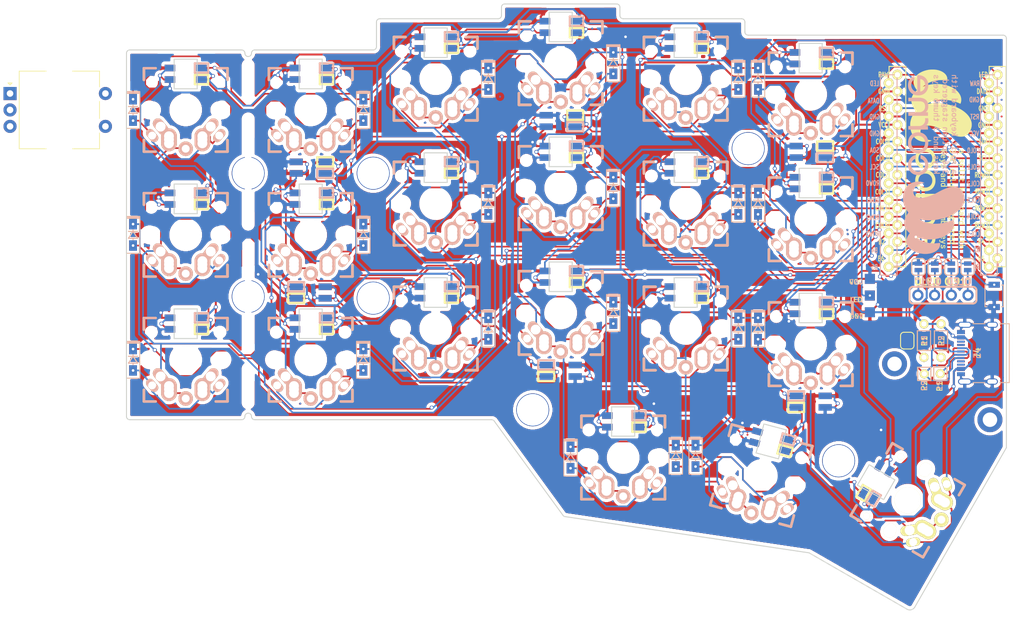
<source format=kicad_pcb>
(kicad_pcb (version 20171130) (host pcbnew "(5.1.5)-3")
  (title_block (title Crkbd) (date 2018/05/15) (rev 1.1) (company foostan))
  (layers (0 F.Cu signal) (31 B.Cu signal) (34 B.Paste user hide) (35 F.Paste user hide) (36 B.SilkS user hide) (37 F.SilkS user hide) (38 B.Mask user) (39 F.Mask user) (44 Edge.Cuts user))
  (net 0 "")
  (net 1 row0)
  (net 2 "Net-(D1-Pad2)")
  (net 3 row1)
  (net 4 "Net-(D2-Pad2)")
  (net 5 row2)
  (net 6 "Net-(D3-Pad2)")
  (net 7 row3)
  (net 8 "Net-(D4-Pad2)")
  (net 9 "Net-(D5-Pad2)")
  (net 10 "Net-(D6-Pad2)")
  (net 11 "Net-(D7-Pad2)")
  (net 12 "Net-(D8-Pad2)")
  (net 13 "Net-(D9-Pad2)")
  (net 14 "Net-(D10-Pad2)")
  (net 15 "Net-(D11-Pad2)")
  (net 16 "Net-(D12-Pad2)")
  (net 17 "Net-(D13-Pad2)")
  (net 18 "Net-(D14-Pad2)")
  (net 19 "Net-(D15-Pad2)")
  (net 20 "Net-(D16-Pad2)")
  (net 21 "Net-(D17-Pad2)")
  (net 22 "Net-(D18-Pad2)")
  (net 23 "Net-(D19-Pad2)")
  (net 24 "Net-(D20-Pad2)")
  (net 25 "Net-(D21-Pad2)")
  (net 26 GND)
  (net 27 VCC)
  (net 28 col0)
  (net 29 col1)
  (net 30 col2)
  (net 31 col3)
  (net 32 col4)
  (net 33 col5)
  (net 34 LED)
  (net 35 data)
  (net 36 "Net-(L10-Pad1)")
  (net 37 "Net-(L11-Pad1)")
  (net 38 "Net-(L13-Pad1)")
  (net 39 "Net-(L14-Pad3)")
  (net 40 "Net-(L10-Pad3)")
  (net 41 "Net-(L13-Pad3)")
  (net 42 "Net-(L15-Pad3)")
  (net 43 "Net-(L16-Pad3)")
  (net 44 reset)
  (net 45 SCL)
  (net 46 SDA)
  (net 47 "Net-(U1-Pad14)")
  (net 48 "Net-(U1-Pad13)")
  (net 49 "Net-(U1-Pad12)")
  (net 50 "Net-(U1-Pad11)")
  (net 51 "Net-(J2-Pad1)")
  (net 52 "Net-(J2-Pad2)")
  (net 53 "Net-(J2-Pad3)")
  (net 54 "Net-(J2-Pad4)")
  (net 55 "Net-(L11-Pad3)")
  (net 56 "Net-(L14-Pad1)")
  (net 57 "Net-(L12-Pad3)")
  (net 58 "Net-(L17-Pad1)")
  (net 59 "Net-(L18-Pad3)")
  (net 60 "Net-(U1-Pad24)")
  (net 61 "Net-(L21-Pad3)")
  (net 62 "Net-(L22-Pad3)")
  (net 63 "Net-(L22-Pad1)")
  (net 64 "Net-(L23-Pad3)")
  (net 65 "Net-(L25-Pad1)")
  (net 66 "Net-(L26-Pad1)")
  (net 67 "Net-(L7-Pad3)")
  (net 68 "Net-(L15-Pad1)")
  (net 69 "Net-(L19-Pad1)")
  (net 70 "Net-(L20-Pad3)")
  (net 71 "Net-(L23-Pad1)")
  (net 72 "Net-(L24-Pad3)")
  (net 73 "Net-(L25-Pad3)")
  (net 74 "Net-(L27-Pad3)")
  (net 75 "Net-(J4-PadB5)")
  (net 76 "Net-(J4-PadA8)")
  (net 77 "Net-(J4-PadA5)")
  (net 78 "Net-(J4-PadB8)")
  (net 79 "Net-(J4-PadA7)")
  (net 80 "Net-(J4-PadA6)")
  (net 81 "Net-(J5-PadB5)")
  (net 82 "Net-(J5-PadA8)")
  (net 83 "Net-(J5-PadA5)")
  (net 84 "Net-(J5-PadB8)")
  (net 85 "Net-(SW22-PadS1)")
  (net 86 "Net-(SW22-PadB)")
  (net 87 "Net-(SW22-PadS2)")
  (net 88 "Net-(SW22-PadA)")
  (net 89 "Net-(SW22-PadC)")
  (module fruitkey:Rotary_econder (layer F.Cu) (at 50.8 77.125 270)
    (fp_text reference SW22)
    (fp_text value Rotary_Encoder_Switch)
    (pad "" np_thru_hole circle (at 0 0 270) (size 3.9878 3.9878) (drill 3.9878) (layers *.Cu *.Mask))
    (pad S1 thru_hole circle (at 2.5 -7) (size 2 2) (drill 1) (layers *.Cu *.Mask) (net 85 "Net-(SW22-PadS1)"))
    (pad B thru_hole circle (at 2.5 7.5) (size 2 2) (drill 1) (layers *.Cu *.Mask) (net 86 "Net-(SW22-PadB)"))
    (pad S2 thru_hole circle (at -2.5 -7) (size 2 2) (drill 1) (layers *.Cu *.Mask) (net 87 "Net-(SW22-PadS2)"))
    (pad A thru_hole rect (at -2.5 7.5) (size 2 2) (drill 1) (layers *.Cu *.Mask) (net 88 "Net-(SW22-PadA)"))
    (pad C thru_hole circle (at 0 7.5) (size 2 2) (drill 1) (layers *.Cu *.Mask) (net 89 "Net-(SW22-PadC)"))
  )
  (module corne-classic:hole2 (layer F.Cu) (at 79.5 72.925)
    (fp_text reference H15)
    (fp_text value " ")
    (pad "" np_thru_hole oval (at 0 0) (size 1 6.15) (drill oval 1 6.15) (layers *.Cu *.Mask))
  )
  (module corne-classic:hole2 (layer F.Cu) (at 79.5 86.5)
    (fp_text reference H14)
    (fp_text value " ")
    (pad "" np_thru_hole oval (at 0 0) (size 1 17) (drill oval 1 17) (layers *.Cu *.Mask))
  )
  (module corne-classic:hole2 (layer F.Cu) (at 79.5 105.5)
    (fp_text reference H13)
    (fp_text value " ")
    (pad "" np_thru_hole oval (at 0 0) (size 1 17) (drill oval 1 17) (layers *.Cu *.Mask))
  )
  (module corne-classic:hole2 (layer F.Cu) (at 79.5 119.083)
    (fp_text reference H12)
    (fp_text value " ")
    (pad "" np_thru_hole oval (at 0 0) (size 1 6.166) (drill oval 1 6.166) (layers *.Cu *.Mask))
  )
  (module corne-classic:jp (layer F.Cu) (at 186.375 100.996 270)
    (fp_text reference JP3)
    (fp_text value " ")
    (pad 1 smd rect (at -0.50038 0 270) (size 0.635 1.143) (layers F.Cu F.Paste F.Mask) (net 27 VCC) (clearance 0.1905))
    (pad 2 smd rect (at 0.50038 0 270) (size 0.635 1.143) (layers F.Cu F.Paste F.Mask) (net 53 "Net-(J2-Pad3)") (clearance 0.1905))
  )
  (module Connector_USB:USB_C_Receptacle_Palconn_UTC16-G (layer B.Cu) (at 190.3476 114.1222 270)
    (fp_text reference J5 (at 0 0 90) (layer B.SilkS) (effects (justify mirror)))
    (fp_text value " ")
    (pad A12 smd rect (at 3.2 2.51 270) (size 0.6 1.16) (layers B.Cu B.Paste B.Mask) (net 26 GND))
    (pad A9 smd rect (at 2.4 2.51 270) (size 0.6 1.16) (layers B.Cu B.Paste B.Mask) (net 27 VCC))
    (pad B1 smd rect (at 3.2 2.51 270) (size 0.6 1.16) (layers B.Cu B.Paste B.Mask) (net 26 GND))
    (pad B4 smd rect (at 2.4 2.51 270) (size 0.6 1.16) (layers B.Cu B.Paste B.Mask) (net 27 VCC))
    (pad B12 smd rect (at -3.2 2.51 270) (size 0.6 1.16) (layers B.Cu B.Paste B.Mask) (net 26 GND))
    (pad A1 smd rect (at -3.2 2.51 270) (size 0.6 1.16) (layers B.Cu B.Paste B.Mask) (net 26 GND))
    (pad B9 smd rect (at -2.4 2.51 270) (size 0.6 1.16) (layers B.Cu B.Paste B.Mask) (net 27 VCC))
    (pad A4 smd rect (at -2.4 2.51 270) (size 0.6 1.16) (layers B.Cu B.Paste B.Mask) (net 27 VCC))
    (pad "" np_thru_hole circle (at -2.89 1.45 90) (size 0.6 0.6) (drill 0.6) (layers *.Cu *.Mask))
    (pad "" np_thru_hole circle (at 2.89 1.45 90) (size 0.6 0.6) (drill 0.6) (layers *.Cu *.Mask))
    (pad B5 smd rect (at 1.75 2.51 90) (size 0.3 1.16) (layers B.Cu B.Paste B.Mask) (net 81 "Net-(J5-PadB5)"))
    (pad B6 smd rect (at 0.75 2.51 90) (size 0.3 1.16) (layers B.Cu B.Paste B.Mask) (net 80 "Net-(J4-PadA6)"))
    (pad A8 smd rect (at 1.25 2.51 90) (size 0.3 1.16) (layers B.Cu B.Paste B.Mask) (net 82 "Net-(J5-PadA8)"))
    (pad A5 smd rect (at -1.25 2.51 90) (size 0.3 1.16) (layers B.Cu B.Paste B.Mask) (net 83 "Net-(J5-PadA5)"))
    (pad B8 smd rect (at -1.75 2.51 90) (size 0.3 1.16) (layers B.Cu B.Paste B.Mask) (net 84 "Net-(J5-PadB8)"))
    (pad A7 smd rect (at 0.25 2.51 90) (size 0.3 1.16) (layers B.Cu B.Paste B.Mask) (net 79 "Net-(J4-PadA7)"))
    (pad A6 smd rect (at -0.25 2.51 90) (size 0.3 1.16) (layers B.Cu B.Paste B.Mask) (net 80 "Net-(J4-PadA6)"))
    (pad B7 smd rect (at -0.75 2.51 90) (size 0.3 1.16) (layers B.Cu B.Paste B.Mask) (net 79 "Net-(J4-PadA7)"))
    (pad S1 thru_hole oval (at 4.32 -2.24 180) (size 1.7 0.9) (drill oval 1.4 0.6) (layers *.Cu *.Mask) (net 26 GND))
    (pad S1 thru_hole oval (at -4.32 -2.24 180) (size 1.7 0.9) (drill oval 1.4 0.6) (layers *.Cu *.Mask) (net 26 GND))
    (pad S1 thru_hole oval (at 4.32 1.93 180) (size 2 0.9) (drill oval 1.7 0.6) (layers *.Cu *.Mask) (net 26 GND))
    (pad S1 thru_hole oval (at -4.32 1.93 180) (size 2 0.9) (drill oval 1.7 0.6) (layers *.Cu *.Mask) (net 26 GND))
  )
  (module Connector_USB:USB_C_Receptacle_Palconn_UTC16-G (layer F.Cu) (at 190.3476 114.1222 90)
    (fp_text reference J4 (at 0.0254 -0.0254 90) (layer F.SilkS))
    (fp_text value " ")
    (pad A12 smd rect (at 3.2 -2.51 90) (size 0.6 1.16) (layers F.Cu F.Paste F.Mask) (net 26 GND))
    (pad A9 smd rect (at 2.4 -2.51 90) (size 0.6 1.16) (layers F.Cu F.Paste F.Mask) (net 27 VCC))
    (pad B1 smd rect (at 3.2 -2.51 90) (size 0.6 1.16) (layers F.Cu F.Paste F.Mask) (net 26 GND))
    (pad B4 smd rect (at 2.4 -2.51 90) (size 0.6 1.16) (layers F.Cu F.Paste F.Mask) (net 27 VCC))
    (pad B12 smd rect (at -3.2 -2.51 90) (size 0.6 1.16) (layers F.Cu F.Paste F.Mask) (net 26 GND))
    (pad A1 smd rect (at -3.2 -2.51 90) (size 0.6 1.16) (layers F.Cu F.Paste F.Mask) (net 26 GND))
    (pad B9 smd rect (at -2.4 -2.51 90) (size 0.6 1.16) (layers F.Cu F.Paste F.Mask) (net 27 VCC))
    (pad A4 smd rect (at -2.4 -2.51 90) (size 0.6 1.16) (layers F.Cu F.Paste F.Mask) (net 27 VCC))
    (pad "" np_thru_hole circle (at -2.89 -1.45 270) (size 0.6 0.6) (drill 0.6) (layers *.Cu *.Mask))
    (pad "" np_thru_hole circle (at 2.89 -1.45 270) (size 0.6 0.6) (drill 0.6) (layers *.Cu *.Mask))
    (pad B5 smd rect (at 1.75 -2.51 270) (size 0.3 1.16) (layers F.Cu F.Paste F.Mask) (net 75 "Net-(J4-PadB5)"))
    (pad B6 smd rect (at 0.75 -2.51 270) (size 0.3 1.16) (layers F.Cu F.Paste F.Mask) (net 80 "Net-(J4-PadA6)"))
    (pad A8 smd rect (at 1.25 -2.51 270) (size 0.3 1.16) (layers F.Cu F.Paste F.Mask) (net 76 "Net-(J4-PadA8)"))
    (pad A5 smd rect (at -1.25 -2.51 270) (size 0.3 1.16) (layers F.Cu F.Paste F.Mask) (net 77 "Net-(J4-PadA5)"))
    (pad B8 smd rect (at -1.75 -2.51 270) (size 0.3 1.16) (layers F.Cu F.Paste F.Mask) (net 78 "Net-(J4-PadB8)"))
    (pad A7 smd rect (at 0.25 -2.51 270) (size 0.3 1.16) (layers F.Cu F.Paste F.Mask) (net 79 "Net-(J4-PadA7)"))
    (pad A6 smd rect (at -0.25 -2.51 270) (size 0.3 1.16) (layers F.Cu F.Paste F.Mask) (net 80 "Net-(J4-PadA6)"))
    (pad B7 smd rect (at -0.75 -2.51 270) (size 0.3 1.16) (layers F.Cu F.Paste F.Mask) (net 79 "Net-(J4-PadA7)"))
    (pad S1 thru_hole oval (at 4.32 2.24 180) (size 1.7 0.9) (drill oval 1.4 0.6) (layers *.Cu *.Mask) (net 26 GND))
    (pad S1 thru_hole oval (at -4.32 2.24 180) (size 1.7 0.9) (drill oval 1.4 0.6) (layers *.Cu *.Mask) (net 26 GND))
    (pad S1 thru_hole oval (at 4.32 -1.93 180) (size 2 0.9) (drill oval 1.7 0.6) (layers *.Cu *.Mask) (net 26 GND))
    (pad S1 thru_hole oval (at -4.32 -1.93 180) (size 2 0.9) (drill oval 1.7 0.6) (layers *.Cu *.Mask) (net 26 GND))
  )
  (module corne-classic:jp (layer F.Cu) (at 179.6796 112.2172 270)
    (fp_text reference JP1)
    (fp_text value " ")
    (pad 1 smd rect (at -0.50038 0 270) (size 0.635 1.143) (layers F.Cu F.Paste F.Mask) (net 35 data) (clearance 0.1905))
    (pad 2 smd rect (at 0.50038 0 270) (size 0.635 1.143) (layers F.Cu F.Paste F.Mask) (net 80 "Net-(J4-PadA6)") (clearance 0.1905))
  )
  (module Button_Switch_SMD:SW_SPST_B3U-1000P (layer F.Cu) (at 192.9 105.41 270)
    (fp_text reference RSW1)
    (fp_text value SW_PUSH)
    (pad 2 thru_hole rect (at 1.7 0 270) (size 0.9 1.7) (drill 0.35) (layers *.Cu *.Mask) (net 26 GND))
    (pad 1 thru_hole rect (at -1.7 0 270) (size 0.9 1.7) (drill 0.35) (layers *.Cu *.Mask) (net 44 reset))
  )
  (module corne-classic:jp (layer B.Cu) (at 181.375 100.996 270)
    (fp_text reference JP9)
    (fp_text value " ")
    (pad 1 smd rect (at -0.50038 0 270) (size 0.635 1.143) (layers B.Cu B.Paste B.Mask) (net 26 GND) (clearance 0.1905))
    (pad 2 smd rect (at 0.50038 0 270) (size 0.635 1.143) (layers B.Cu B.Paste B.Mask) (net 51 "Net-(J2-Pad1)") (clearance 0.1905))
  )
  (module corne-classic:jp (layer B.Cu) (at 183.875 100.996 270)
    (fp_text reference JP8)
    (fp_text value " ")
    (pad 1 smd rect (at -0.50038 0 270) (size 0.635 1.143) (layers B.Cu B.Paste B.Mask) (net 27 VCC) (clearance 0.1905))
    (pad 2 smd rect (at 0.50038 0 270) (size 0.635 1.143) (layers B.Cu B.Paste B.Mask) (net 52 "Net-(J2-Pad2)") (clearance 0.1905))
  )
  (module corne-classic:jp (layer B.Cu) (at 186.375 100.996 270)
    (fp_text reference JP7)
    (fp_text value " ")
    (pad 1 smd rect (at -0.50038 0 270) (size 0.635 1.143) (layers B.Cu B.Paste B.Mask) (net 45 SCL) (clearance 0.1905))
    (pad 2 smd rect (at 0.50038 0 270) (size 0.635 1.143) (layers B.Cu B.Paste B.Mask) (net 53 "Net-(J2-Pad3)") (clearance 0.1905))
  )
  (module corne-classic:jp (layer B.Cu) (at 188.875 100.996 270)
    (fp_text reference JP6)
    (fp_text value " ")
    (pad 1 smd rect (at -0.50038 0 270) (size 0.635 1.143) (layers B.Cu B.Paste B.Mask) (net 46 SDA) (clearance 0.1905))
    (pad 2 smd rect (at 0.50038 0 270) (size 0.635 1.143) (layers B.Cu B.Paste B.Mask) (net 54 "Net-(J2-Pad4)") (clearance 0.1905))
  )
  (module corne-classic:jp (layer F.Cu) (at 181.375 100.996 270)
    (fp_text reference JP5)
    (fp_text value " ")
    (pad 1 smd rect (at -0.50038 0 270) (size 0.635 1.143) (layers F.Cu F.Paste F.Mask) (net 46 SDA) (clearance 0.1905))
    (pad 2 smd rect (at 0.50038 0 270) (size 0.635 1.143) (layers F.Cu F.Paste F.Mask) (net 51 "Net-(J2-Pad1)") (clearance 0.1905))
  )
  (module corne-classic:jp (layer F.Cu) (at 183.875 100.996 270)
    (fp_text reference JP4)
    (fp_text value " ")
    (pad 1 smd rect (at -0.50038 0 270) (size 0.635 1.143) (layers F.Cu F.Paste F.Mask) (net 45 SCL) (clearance 0.1905))
    (pad 2 smd rect (at 0.50038 0 270) (size 0.635 1.143) (layers F.Cu F.Paste F.Mask) (net 52 "Net-(J2-Pad2)") (clearance 0.1905))
  )
  (module corne-classic:jp (layer F.Cu) (at 188.875 100.996 270)
    (fp_text reference JP2)
    (fp_text value " ")
    (pad 1 smd rect (at -0.50038 0 270) (size 0.635 1.143) (layers F.Cu F.Paste F.Mask) (net 26 GND) (clearance 0.1905))
    (pad 2 smd rect (at 0.50038 0 270) (size 0.635 1.143) (layers F.Cu F.Paste F.Mask) (net 54 "Net-(J2-Pad4)") (clearance 0.1905))
  )
  (module kbd:StripLED_rev (layer F.Cu) (at 174 107.9 180)
    (fp_text reference J3 hide)
    (fp_text value LED hide)
    (pad 3 smd rect (at 0 5.08 180) (size 1.524 1.524) (layers F.Cu F.Paste F.Mask) (net 27 VCC))
    (pad 2 thru_hole rect (at 0 2.54 180) (size 1.524 1.524) (drill 0.35) (layers *.Cu *.Mask) (net 34 LED))
    (pad 1 smd rect (at 0 0 180) (size 1.524 1.524) (layers F.Cu F.Paste F.Mask) (net 26 GND))
    (pad 1 smd rect (at 0 5.08 180) (size 1.524 1.524) (layers B.Cu B.Paste B.Mask) (net 26 GND))
    (pad 3 smd rect (at 0 0 180) (size 1.524 1.524) (layers B.Cu B.Paste B.Mask) (net 27 VCC))
  )
  (module corne-classic:logo (layer F.Cu) (at 184.6834 84.6582 270)
    (fp_text reference H11)
    (fp_text value " ")
  )
  (module corne-classic:logo (layer B.Cu) (at 183.5912 85.344 90)
    (fp_text reference H10)
    (fp_text value " ")
  )
  (module corne-classic:HOLE (layer F.Cu) (at 155.5 83)
    (fp_text reference H9)
    (fp_text value " ")
    (pad "" thru_hole circle (at 0 0) (size 5 5) (drill 4.8) (layers *.Cu *.Mask))
  )
  (module corne-classic:HOLE (layer F.Cu) (at 169.25 130.5)
    (fp_text reference H8)
    (fp_text value " ")
    (pad "" thru_hole circle (at 0 0) (size 5 5) (drill 4.8) (layers *.Cu *.Mask))
  )
  (module corne-classic:HOLE (layer F.Cu) (at 98.5 86.75)
    (fp_text reference H7)
    (fp_text value " ")
    (pad "" thru_hole circle (at 0 0) (size 5 5) (drill 4.8) (layers *.Cu *.Mask))
  )
  (module corne-classic:HOLE (layer F.Cu) (at 122.75 122.75)
    (fp_text reference H6)
    (fp_text value " ")
    (pad "" thru_hole circle (at 0 0) (size 5 5) (drill 4.8) (layers *.Cu *.Mask))
  )
  (module corne-classic:HOLE (layer F.Cu) (at 98.5 105.75)
    (fp_text reference H5)
    (fp_text value " ")
    (pad "" thru_hole circle (at 0 0) (size 5 5) (drill 4.8) (layers *.Cu *.Mask))
  )
  (module corne-classic:HOLE (layer F.Cu) (at 79.5 105.5)
    (fp_text reference H4)
    (fp_text value " ")
    (pad "" thru_hole circle (at 0 0) (size 5 5) (drill 4.8) (layers *.Cu *.Mask))
  )
  (module corne-classic:HOLE (layer F.Cu) (at 79.5 86.75)
    (fp_text reference H3)
    (fp_text value " ")
    (pad "" thru_hole circle (at 0 0) (size 5 5) (drill 4.8) (layers *.Cu *.Mask))
  )
  (module fruitkey:Hole_M2 (layer F.Cu) (at 177.75 115.75)
    (fp_text reference H2)
    (fp_text value " ")
    (pad 1 thru_hole circle (at 0 0) (size 3.8 3.8) (drill 2.2) (layers *.Cu *.Mask))
  )
  (module fruitkey:Hole_M2 (layer F.Cu) (at 192.25 124.25)
    (fp_text reference H1)
    (fp_text value " ")
    (pad 1 thru_hole circle (at 0 0) (size 3.8 3.8) (drill 2.2) (layers *.Cu *.Mask))
  )
  (module fruitkey:OLED_SPILT (layer B.Cu) (at 185.11 105.3 180)
    (fp_text reference J2)
    (fp_text value OLED)
    (fp_text user "OLED 0.91\"" (at 0 2.049) (layer F.SilkS) (effects (font (thickness 0.25))))
    (fp_text user "OLED 0.91\"" (at 0.0052 2.049) (layer B.SilkS) (effects (font (thickness 0.25)) (justify mirror)))
    (pad 1 thru_hole oval (at 3.81 0 90) (size 1.7 1.7) (drill 1) (layers *.Cu *.Mask) (net 51 "Net-(J2-Pad1)"))
    (pad 3 thru_hole oval (at -1.27 0 90) (size 1.7 1.7) (drill 1) (layers *.Cu *.Mask) (net 53 "Net-(J2-Pad3)"))
    (pad 4 thru_hole oval (at -3.81 0 90) (size 1.7 1.7) (drill 1) (layers *.Cu *.Mask) (net 54 "Net-(J2-Pad4)"))
    (pad 2 thru_hole oval (at 1.27 0 90) (size 1.7 1.7) (drill 1) (layers *.Cu *.Mask) (net 52 "Net-(J2-Pad2)"))
  )
  (module Switch_2_mat:1.75u (layer F.Cu) (at 179.75 136.5 240)
    (fp_text reference SW21)
    (fp_text value SW_PUSH)
    (pad "" np_thru_hole circle (at -5.5 0 330) (size 1.9 1.9) (drill 1.9) (layers *.Cu *.Mask F.SilkS))
    (pad "" np_thru_hole circle (at 5.08 0 240) (size 1.7 1.7) (drill 1.7) (layers *.Cu *.Mask F.SilkS))
    (pad "" np_thru_hole circle (at -5.08 0 240) (size 1.7 1.7) (drill 1.7) (layers *.Cu *.Mask F.SilkS))
    (pad "" np_thru_hole circle (at 5.22 4.2 240) (size 1 1) (drill 1) (layers *.Cu *.Mask F.SilkS))
    (pad "" np_thru_hole circle (at -5.22 4.2 240) (size 1 1) (drill 1) (layers *.Cu *.Mask F.SilkS))
    (pad "" np_thru_hole circle (at 5.5 0 330) (size 1.9 1.9) (drill 1.9) (layers *.Cu *.Mask F.SilkS))
    (pad 1 thru_hole oval (at -5.1 -3.9 290) (size 2.2 1.25) (drill 1.2) (layers *.Cu *.Mask F.SilkS) (net 33 col5))
    (pad 2 thru_hole circle (at 0 -5.9 330) (size 2.2 2.2) (drill 1.2) (layers *.Cu *.Mask F.SilkS) (net 25 "Net-(D21-Pad2)"))
    (pad 2 thru_hole circle (at 2.54 -5.08 240) (size 2.4 2.4) (drill 1.5) (layers *.Cu *.Mask F.SilkS) (net 25 "Net-(D21-Pad2)"))
    (pad 1 thru_hole oval (at -3.81 -2.54 290) (size 2.8 1.55) (drill 1.5) (layers *.Cu *.Mask F.SilkS) (net 33 col5))
    (pad 1 thru_hole circle (at -2.54 -5.08 240) (size 2.4 2.4) (drill 1.5) (layers *.Cu *.Mask F.SilkS) (net 33 col5))
    (pad 2 thru_hole oval (at 3.81 -2.54 190) (size 2.8 1.55) (drill 1.5) (layers *.Cu *.Mask F.SilkS) (net 25 "Net-(D21-Pad2)"))
    (pad 2 thru_hole circle (at 2.54 -4.5 240) (size 2.4 2.4) (drill 1.5) (layers *.Cu *.Mask F.SilkS) (net 25 "Net-(D21-Pad2)"))
    (pad 2 thru_hole circle (at 2.54 -4 240) (size 2.4 2.4) (drill 1.5) (layers *.Cu *.Mask F.SilkS) (net 25 "Net-(D21-Pad2)"))
    (pad 1 thru_hole circle (at -2.54 -4 240) (size 2.4 2.4) (drill 1.5) (layers *.Cu *.Mask F.SilkS) (net 33 col5))
    (pad 1 thru_hole circle (at -2.54 -4.5 240) (size 2.4 2.4) (drill 1.5) (layers *.Cu *.Mask F.SilkS) (net 33 col5))
    (pad "" np_thru_hole circle (at 0 0 330) (size 4 4) (drill 4) (layers *.Cu *.Mask F.SilkS))
    (pad 1 thru_hole oval (at 5.1 -3.9 190) (size 2.2 1.25) (drill 1.2) (layers *.Cu *.Mask F.SilkS) (net 33 col5))
  )
  (module Switch_2_mat:1u (layer F.Cu) (at 157.5 132.75 165)
    (fp_text reference SW20)
    (fp_text value SW_PUSH)
    (pad "" np_thru_hole circle (at -5.22 4.2 165) (size 1 1) (drill 1) (layers *.Cu *.Mask))
    (pad "" np_thru_hole circle (at 5.22 4.2 165) (size 1 1) (drill 1) (layers *.Cu *.Mask))
    (pad "" np_thru_hole circle (at -5.08 0 165) (size 1.7 1.7) (drill 1.7) (layers *.Cu *.Mask))
    (pad "" np_thru_hole circle (at 5.08 0 165) (size 1.7 1.7) (drill 1.7) (layers *.Cu *.Mask))
    (pad 2 thru_hole circle (at -2.54 -4.5 165) (size 2.4 2.4) (drill 1.5) (layers *.Cu *.SilkS *.Mask) (net 24 "Net-(D20-Pad2)"))
    (pad 2 thru_hole circle (at -2.54 -4 165) (size 2.4 2.4) (drill 1.5) (layers *.Cu *.SilkS *.Mask) (net 24 "Net-(D20-Pad2)"))
    (pad 1 thru_hole circle (at 2.54 -4 165) (size 2.4 2.4) (drill 1.5) (layers *.Cu *.SilkS *.Mask) (net 32 col4))
    (pad 1 thru_hole circle (at 2.54 -4.5 165) (size 2.4 2.4) (drill 1.5) (layers *.Cu *.SilkS *.Mask) (net 32 col4))
    (pad 1 thru_hole oval (at 3.81 -2.54 115) (size 2.8 1.55) (drill 1.5) (layers *.Cu *.SilkS *.Mask) (net 32 col4))
    (pad 2 thru_hole circle (at -2.54 -5.08 165) (size 2.4 2.4) (drill 1.5) (layers *.Cu *.SilkS *.Mask) (net 24 "Net-(D20-Pad2)"))
    (pad 2 thru_hole oval (at -3.81 -2.54 215) (size 2.8 1.55) (drill 1.5) (layers *.Cu *.SilkS *.Mask) (net 24 "Net-(D20-Pad2)"))
    (pad 1 thru_hole circle (at 2.54 -5.08 165) (size 2.4 2.4) (drill 1.5) (layers *.Cu *.SilkS *.Mask) (net 32 col4))
    (pad 1 thru_hole circle (at 0 -5.9 255) (size 2.2 2.2) (drill 1.2) (layers *.Cu *.SilkS *.Mask) (net 32 col4))
    (pad 2 thru_hole oval (at -5.1 -3.9 215) (size 2.2 1.25) (drill 1.2) (layers *.Cu *.SilkS *.Mask) (net 24 "Net-(D20-Pad2)"))
    (pad "" np_thru_hole circle (at 5.5 0 255) (size 1.9 1.9) (drill 1.9) (layers *.Cu *.Mask))
    (pad "" np_thru_hole circle (at -5.5 0 255) (size 1.9 1.9) (drill 1.9) (layers *.Cu *.Mask))
    (pad "" np_thru_hole circle (at 0 0 255) (size 4 4) (drill 4) (layers *.Cu *.Mask))
    (pad 2 thru_hole oval (at 5.1 -3.9 115) (size 2.2 1.25) (drill 1.2) (layers *.Cu *.SilkS *.Mask) (net 24 "Net-(D20-Pad2)"))
  )
  (module Switch_2_mat:1u (layer F.Cu) (at 136.5 130 180)
    (fp_text reference SW19)
    (fp_text value SW_PUSH)
    (pad "" np_thru_hole circle (at -5.22 4.2 180) (size 1 1) (drill 1) (layers *.Cu *.Mask))
    (pad "" np_thru_hole circle (at 5.22 4.2 180) (size 1 1) (drill 1) (layers *.Cu *.Mask))
    (pad "" np_thru_hole circle (at -5.08 0 180) (size 1.7 1.7) (drill 1.7) (layers *.Cu *.Mask))
    (pad "" np_thru_hole circle (at 5.08 0 180) (size 1.7 1.7) (drill 1.7) (layers *.Cu *.Mask))
    (pad 2 thru_hole circle (at -2.54 -4.5 180) (size 2.4 2.4) (drill 1.5) (layers *.Cu *.SilkS *.Mask) (net 23 "Net-(D19-Pad2)"))
    (pad 2 thru_hole circle (at -2.54 -4 180) (size 2.4 2.4) (drill 1.5) (layers *.Cu *.SilkS *.Mask) (net 23 "Net-(D19-Pad2)"))
    (pad 1 thru_hole circle (at 2.54 -4 180) (size 2.4 2.4) (drill 1.5) (layers *.Cu *.SilkS *.Mask) (net 31 col3))
    (pad 1 thru_hole circle (at 2.54 -4.5 180) (size 2.4 2.4) (drill 1.5) (layers *.Cu *.SilkS *.Mask) (net 31 col3))
    (pad 1 thru_hole oval (at 3.81 -2.54 130) (size 2.8 1.55) (drill 1.5) (layers *.Cu *.SilkS *.Mask) (net 31 col3))
    (pad 2 thru_hole circle (at -2.54 -5.08 180) (size 2.4 2.4) (drill 1.5) (layers *.Cu *.SilkS *.Mask) (net 23 "Net-(D19-Pad2)"))
    (pad 2 thru_hole oval (at -3.81 -2.54 230) (size 2.8 1.55) (drill 1.5) (layers *.Cu *.SilkS *.Mask) (net 23 "Net-(D19-Pad2)"))
    (pad 1 thru_hole circle (at 2.54 -5.08 180) (size 2.4 2.4) (drill 1.5) (layers *.Cu *.SilkS *.Mask) (net 31 col3))
    (pad 1 thru_hole circle (at 0 -5.9 270) (size 2.2 2.2) (drill 1.2) (layers *.Cu *.SilkS *.Mask) (net 31 col3))
    (pad 2 thru_hole oval (at -5.1 -3.9 230) (size 2.2 1.25) (drill 1.2) (layers *.Cu *.SilkS *.Mask) (net 23 "Net-(D19-Pad2)"))
    (pad "" np_thru_hole circle (at 5.5 0 270) (size 1.9 1.9) (drill 1.9) (layers *.Cu *.Mask))
    (pad "" np_thru_hole circle (at -5.5 0 270) (size 1.9 1.9) (drill 1.9) (layers *.Cu *.Mask))
    (pad "" np_thru_hole circle (at 0 0 270) (size 4 4) (drill 4) (layers *.Cu *.Mask))
    (pad 2 thru_hole oval (at 5.1 -3.9 130) (size 2.2 1.25) (drill 1.2) (layers *.Cu *.SilkS *.Mask) (net 23 "Net-(D19-Pad2)"))
  )
  (module Switch_2_mat:1u (layer F.Cu) (at 165 112.75 180)
    (fp_text reference SW18)
    (fp_text value SW_PUSH)
    (pad "" np_thru_hole circle (at -5.22 4.2 180) (size 1 1) (drill 1) (layers *.Cu *.Mask))
    (pad "" np_thru_hole circle (at 5.22 4.2 180) (size 1 1) (drill 1) (layers *.Cu *.Mask))
    (pad "" np_thru_hole circle (at -5.08 0 180) (size 1.7 1.7) (drill 1.7) (layers *.Cu *.Mask))
    (pad "" np_thru_hole circle (at 5.08 0 180) (size 1.7 1.7) (drill 1.7) (layers *.Cu *.Mask))
    (pad 2 thru_hole circle (at -2.54 -4.5 180) (size 2.4 2.4) (drill 1.5) (layers *.Cu *.SilkS *.Mask) (net 22 "Net-(D18-Pad2)"))
    (pad 2 thru_hole circle (at -2.54 -4 180) (size 2.4 2.4) (drill 1.5) (layers *.Cu *.SilkS *.Mask) (net 22 "Net-(D18-Pad2)"))
    (pad 1 thru_hole circle (at 2.54 -4 180) (size 2.4 2.4) (drill 1.5) (layers *.Cu *.SilkS *.Mask) (net 33 col5))
    (pad 1 thru_hole circle (at 2.54 -4.5 180) (size 2.4 2.4) (drill 1.5) (layers *.Cu *.SilkS *.Mask) (net 33 col5))
    (pad 1 thru_hole oval (at 3.81 -2.54 130) (size 2.8 1.55) (drill 1.5) (layers *.Cu *.SilkS *.Mask) (net 33 col5))
    (pad 2 thru_hole circle (at -2.54 -5.08 180) (size 2.4 2.4) (drill 1.5) (layers *.Cu *.SilkS *.Mask) (net 22 "Net-(D18-Pad2)"))
    (pad 2 thru_hole oval (at -3.81 -2.54 230) (size 2.8 1.55) (drill 1.5) (layers *.Cu *.SilkS *.Mask) (net 22 "Net-(D18-Pad2)"))
    (pad 1 thru_hole circle (at 2.54 -5.08 180) (size 2.4 2.4) (drill 1.5) (layers *.Cu *.SilkS *.Mask) (net 33 col5))
    (pad 1 thru_hole circle (at 0 -5.9 270) (size 2.2 2.2) (drill 1.2) (layers *.Cu *.SilkS *.Mask) (net 33 col5))
    (pad 2 thru_hole oval (at -5.1 -3.9 230) (size 2.2 1.25) (drill 1.2) (layers *.Cu *.SilkS *.Mask) (net 22 "Net-(D18-Pad2)"))
    (pad "" np_thru_hole circle (at 5.5 0 270) (size 1.9 1.9) (drill 1.9) (layers *.Cu *.Mask))
    (pad "" np_thru_hole circle (at -5.5 0 270) (size 1.9 1.9) (drill 1.9) (layers *.Cu *.Mask))
    (pad "" np_thru_hole circle (at 0 0 270) (size 4 4) (drill 4) (layers *.Cu *.Mask))
    (pad 2 thru_hole oval (at 5.1 -3.9 130) (size 2.2 1.25) (drill 1.2) (layers *.Cu *.SilkS *.Mask) (net 22 "Net-(D18-Pad2)"))
  )
  (module Switch_2_mat:1u (layer F.Cu) (at 146 110.375 180)
    (fp_text reference SW17)
    (fp_text value SW_PUSH)
    (pad "" np_thru_hole circle (at -5.22 4.2 180) (size 1 1) (drill 1) (layers *.Cu *.Mask))
    (pad "" np_thru_hole circle (at 5.22 4.2 180) (size 1 1) (drill 1) (layers *.Cu *.Mask))
    (pad "" np_thru_hole circle (at -5.08 0 180) (size 1.7 1.7) (drill 1.7) (layers *.Cu *.Mask))
    (pad "" np_thru_hole circle (at 5.08 0 180) (size 1.7 1.7) (drill 1.7) (layers *.Cu *.Mask))
    (pad 2 thru_hole circle (at -2.54 -4.5 180) (size 2.4 2.4) (drill 1.5) (layers *.Cu *.SilkS *.Mask) (net 21 "Net-(D17-Pad2)"))
    (pad 2 thru_hole circle (at -2.54 -4 180) (size 2.4 2.4) (drill 1.5) (layers *.Cu *.SilkS *.Mask) (net 21 "Net-(D17-Pad2)"))
    (pad 1 thru_hole circle (at 2.54 -4 180) (size 2.4 2.4) (drill 1.5) (layers *.Cu *.SilkS *.Mask) (net 32 col4))
    (pad 1 thru_hole circle (at 2.54 -4.5 180) (size 2.4 2.4) (drill 1.5) (layers *.Cu *.SilkS *.Mask) (net 32 col4))
    (pad 1 thru_hole oval (at 3.81 -2.54 130) (size 2.8 1.55) (drill 1.5) (layers *.Cu *.SilkS *.Mask) (net 32 col4))
    (pad 2 thru_hole circle (at -2.54 -5.08 180) (size 2.4 2.4) (drill 1.5) (layers *.Cu *.SilkS *.Mask) (net 21 "Net-(D17-Pad2)"))
    (pad 2 thru_hole oval (at -3.81 -2.54 230) (size 2.8 1.55) (drill 1.5) (layers *.Cu *.SilkS *.Mask) (net 21 "Net-(D17-Pad2)"))
    (pad 1 thru_hole circle (at 2.54 -5.08 180) (size 2.4 2.4) (drill 1.5) (layers *.Cu *.SilkS *.Mask) (net 32 col4))
    (pad 1 thru_hole circle (at 0 -5.9 270) (size 2.2 2.2) (drill 1.2) (layers *.Cu *.SilkS *.Mask) (net 32 col4))
    (pad 2 thru_hole oval (at -5.1 -3.9 230) (size 2.2 1.25) (drill 1.2) (layers *.Cu *.SilkS *.Mask) (net 21 "Net-(D17-Pad2)"))
    (pad "" np_thru_hole circle (at 5.5 0 270) (size 1.9 1.9) (drill 1.9) (layers *.Cu *.Mask))
    (pad "" np_thru_hole circle (at -5.5 0 270) (size 1.9 1.9) (drill 1.9) (layers *.Cu *.Mask))
    (pad "" np_thru_hole circle (at 0 0 270) (size 4 4) (drill 4) (layers *.Cu *.Mask))
    (pad 2 thru_hole oval (at 5.1 -3.9 130) (size 2.2 1.25) (drill 1.2) (layers *.Cu *.SilkS *.Mask) (net 21 "Net-(D17-Pad2)"))
  )
  (module Switch_2_mat:1u (layer F.Cu) (at 127 108 180)
    (fp_text reference SW16)
    (fp_text value SW_PUSH)
    (pad "" np_thru_hole circle (at -5.22 4.2 180) (size 1 1) (drill 1) (layers *.Cu *.Mask))
    (pad "" np_thru_hole circle (at 5.22 4.2 180) (size 1 1) (drill 1) (layers *.Cu *.Mask))
    (pad "" np_thru_hole circle (at -5.08 0 180) (size 1.7 1.7) (drill 1.7) (layers *.Cu *.Mask))
    (pad "" np_thru_hole circle (at 5.08 0 180) (size 1.7 1.7) (drill 1.7) (layers *.Cu *.Mask))
    (pad 2 thru_hole circle (at -2.54 -4.5 180) (size 2.4 2.4) (drill 1.5) (layers *.Cu *.SilkS *.Mask) (net 20 "Net-(D16-Pad2)"))
    (pad 2 thru_hole circle (at -2.54 -4 180) (size 2.4 2.4) (drill 1.5) (layers *.Cu *.SilkS *.Mask) (net 20 "Net-(D16-Pad2)"))
    (pad 1 thru_hole circle (at 2.54 -4 180) (size 2.4 2.4) (drill 1.5) (layers *.Cu *.SilkS *.Mask) (net 31 col3))
    (pad 1 thru_hole circle (at 2.54 -4.5 180) (size 2.4 2.4) (drill 1.5) (layers *.Cu *.SilkS *.Mask) (net 31 col3))
    (pad 1 thru_hole oval (at 3.81 -2.54 130) (size 2.8 1.55) (drill 1.5) (layers *.Cu *.SilkS *.Mask) (net 31 col3))
    (pad 2 thru_hole circle (at -2.54 -5.08 180) (size 2.4 2.4) (drill 1.5) (layers *.Cu *.SilkS *.Mask) (net 20 "Net-(D16-Pad2)"))
    (pad 2 thru_hole oval (at -3.81 -2.54 230) (size 2.8 1.55) (drill 1.5) (layers *.Cu *.SilkS *.Mask) (net 20 "Net-(D16-Pad2)"))
    (pad 1 thru_hole circle (at 2.54 -5.08 180) (size 2.4 2.4) (drill 1.5) (layers *.Cu *.SilkS *.Mask) (net 31 col3))
    (pad 1 thru_hole circle (at 0 -5.9 270) (size 2.2 2.2) (drill 1.2) (layers *.Cu *.SilkS *.Mask) (net 31 col3))
    (pad 2 thru_hole oval (at -5.1 -3.9 230) (size 2.2 1.25) (drill 1.2) (layers *.Cu *.SilkS *.Mask) (net 20 "Net-(D16-Pad2)"))
    (pad "" np_thru_hole circle (at 5.5 0 270) (size 1.9 1.9) (drill 1.9) (layers *.Cu *.Mask))
    (pad "" np_thru_hole circle (at -5.5 0 270) (size 1.9 1.9) (drill 1.9) (layers *.Cu *.Mask))
    (pad "" np_thru_hole circle (at 0 0 270) (size 4 4) (drill 4) (layers *.Cu *.Mask))
    (pad 2 thru_hole oval (at 5.1 -3.9 130) (size 2.2 1.25) (drill 1.2) (layers *.Cu *.SilkS *.Mask) (net 20 "Net-(D16-Pad2)"))
  )
  (module Switch_2_mat:1u (layer F.Cu) (at 108 110.375 180)
    (fp_text reference SW15)
    (fp_text value SW_PUSH)
    (pad "" np_thru_hole circle (at -5.22 4.2 180) (size 1 1) (drill 1) (layers *.Cu *.Mask))
    (pad "" np_thru_hole circle (at 5.22 4.2 180) (size 1 1) (drill 1) (layers *.Cu *.Mask))
    (pad "" np_thru_hole circle (at -5.08 0 180) (size 1.7 1.7) (drill 1.7) (layers *.Cu *.Mask))
    (pad "" np_thru_hole circle (at 5.08 0 180) (size 1.7 1.7) (drill 1.7) (layers *.Cu *.Mask))
    (pad 2 thru_hole circle (at -2.54 -4.5 180) (size 2.4 2.4) (drill 1.5) (layers *.Cu *.SilkS *.Mask) (net 19 "Net-(D15-Pad2)"))
    (pad 2 thru_hole circle (at -2.54 -4 180) (size 2.4 2.4) (drill 1.5) (layers *.Cu *.SilkS *.Mask) (net 19 "Net-(D15-Pad2)"))
    (pad 1 thru_hole circle (at 2.54 -4 180) (size 2.4 2.4) (drill 1.5) (layers *.Cu *.SilkS *.Mask) (net 30 col2))
    (pad 1 thru_hole circle (at 2.54 -4.5 180) (size 2.4 2.4) (drill 1.5) (layers *.Cu *.SilkS *.Mask) (net 30 col2))
    (pad 1 thru_hole oval (at 3.81 -2.54 130) (size 2.8 1.55) (drill 1.5) (layers *.Cu *.SilkS *.Mask) (net 30 col2))
    (pad 2 thru_hole circle (at -2.54 -5.08 180) (size 2.4 2.4) (drill 1.5) (layers *.Cu *.SilkS *.Mask) (net 19 "Net-(D15-Pad2)"))
    (pad 2 thru_hole oval (at -3.81 -2.54 230) (size 2.8 1.55) (drill 1.5) (layers *.Cu *.SilkS *.Mask) (net 19 "Net-(D15-Pad2)"))
    (pad 1 thru_hole circle (at 2.54 -5.08 180) (size 2.4 2.4) (drill 1.5) (layers *.Cu *.SilkS *.Mask) (net 30 col2))
    (pad 1 thru_hole circle (at 0 -5.9 270) (size 2.2 2.2) (drill 1.2) (layers *.Cu *.SilkS *.Mask) (net 30 col2))
    (pad 2 thru_hole oval (at -5.1 -3.9 230) (size 2.2 1.25) (drill 1.2) (layers *.Cu *.SilkS *.Mask) (net 19 "Net-(D15-Pad2)"))
    (pad "" np_thru_hole circle (at 5.5 0 270) (size 1.9 1.9) (drill 1.9) (layers *.Cu *.Mask))
    (pad "" np_thru_hole circle (at -5.5 0 270) (size 1.9 1.9) (drill 1.9) (layers *.Cu *.Mask))
    (pad "" np_thru_hole circle (at 0 0 270) (size 4 4) (drill 4) (layers *.Cu *.Mask))
    (pad 2 thru_hole oval (at 5.1 -3.9 130) (size 2.2 1.25) (drill 1.2) (layers *.Cu *.SilkS *.Mask) (net 19 "Net-(D15-Pad2)"))
  )
  (module Switch_2_mat:1u (layer F.Cu) (at 89 115.125 180)
    (fp_text reference SW14)
    (fp_text value SW_PUSH)
    (pad "" np_thru_hole circle (at -5.22 4.2 180) (size 1 1) (drill 1) (layers *.Cu *.Mask))
    (pad "" np_thru_hole circle (at 5.22 4.2 180) (size 1 1) (drill 1) (layers *.Cu *.Mask))
    (pad "" np_thru_hole circle (at -5.08 0 180) (size 1.7 1.7) (drill 1.7) (layers *.Cu *.Mask))
    (pad "" np_thru_hole circle (at 5.08 0 180) (size 1.7 1.7) (drill 1.7) (layers *.Cu *.Mask))
    (pad 2 thru_hole circle (at -2.54 -4.5 180) (size 2.4 2.4) (drill 1.5) (layers *.Cu *.SilkS *.Mask) (net 18 "Net-(D14-Pad2)"))
    (pad 2 thru_hole circle (at -2.54 -4 180) (size 2.4 2.4) (drill 1.5) (layers *.Cu *.SilkS *.Mask) (net 18 "Net-(D14-Pad2)"))
    (pad 1 thru_hole circle (at 2.54 -4 180) (size 2.4 2.4) (drill 1.5) (layers *.Cu *.SilkS *.Mask) (net 29 col1))
    (pad 1 thru_hole circle (at 2.54 -4.5 180) (size 2.4 2.4) (drill 1.5) (layers *.Cu *.SilkS *.Mask) (net 29 col1))
    (pad 1 thru_hole oval (at 3.81 -2.54 130) (size 2.8 1.55) (drill 1.5) (layers *.Cu *.SilkS *.Mask) (net 29 col1))
    (pad 2 thru_hole circle (at -2.54 -5.08 180) (size 2.4 2.4) (drill 1.5) (layers *.Cu *.SilkS *.Mask) (net 18 "Net-(D14-Pad2)"))
    (pad 2 thru_hole oval (at -3.81 -2.54 230) (size 2.8 1.55) (drill 1.5) (layers *.Cu *.SilkS *.Mask) (net 18 "Net-(D14-Pad2)"))
    (pad 1 thru_hole circle (at 2.54 -5.08 180) (size 2.4 2.4) (drill 1.5) (layers *.Cu *.SilkS *.Mask) (net 29 col1))
    (pad 1 thru_hole circle (at 0 -5.9 270) (size 2.2 2.2) (drill 1.2) (layers *.Cu *.SilkS *.Mask) (net 29 col1))
    (pad 2 thru_hole oval (at -5.1 -3.9 230) (size 2.2 1.25) (drill 1.2) (layers *.Cu *.SilkS *.Mask) (net 18 "Net-(D14-Pad2)"))
    (pad "" np_thru_hole circle (at 5.5 0 270) (size 1.9 1.9) (drill 1.9) (layers *.Cu *.Mask))
    (pad "" np_thru_hole circle (at -5.5 0 270) (size 1.9 1.9) (drill 1.9) (layers *.Cu *.Mask))
    (pad "" np_thru_hole circle (at 0 0 270) (size 4 4) (drill 4) (layers *.Cu *.Mask))
    (pad 2 thru_hole oval (at 5.1 -3.9 130) (size 2.2 1.25) (drill 1.2) (layers *.Cu *.SilkS *.Mask) (net 18 "Net-(D14-Pad2)"))
  )
  (module Switch_2_mat:1u (layer F.Cu) (at 70 115.125 180)
    (fp_text reference SW13)
    (fp_text value SW_PUSH)
    (pad "" np_thru_hole circle (at -5.22 4.2 180) (size 1 1) (drill 1) (layers *.Cu *.Mask))
    (pad "" np_thru_hole circle (at 5.22 4.2 180) (size 1 1) (drill 1) (layers *.Cu *.Mask))
    (pad "" np_thru_hole circle (at -5.08 0 180) (size 1.7 1.7) (drill 1.7) (layers *.Cu *.Mask))
    (pad "" np_thru_hole circle (at 5.08 0 180) (size 1.7 1.7) (drill 1.7) (layers *.Cu *.Mask))
    (pad 2 thru_hole circle (at -2.54 -4.5 180) (size 2.4 2.4) (drill 1.5) (layers *.Cu *.SilkS *.Mask) (net 17 "Net-(D13-Pad2)"))
    (pad 2 thru_hole circle (at -2.54 -4 180) (size 2.4 2.4) (drill 1.5) (layers *.Cu *.SilkS *.Mask) (net 17 "Net-(D13-Pad2)"))
    (pad 1 thru_hole circle (at 2.54 -4 180) (size 2.4 2.4) (drill 1.5) (layers *.Cu *.SilkS *.Mask) (net 28 col0))
    (pad 1 thru_hole circle (at 2.54 -4.5 180) (size 2.4 2.4) (drill 1.5) (layers *.Cu *.SilkS *.Mask) (net 28 col0))
    (pad 1 thru_hole oval (at 3.81 -2.54 130) (size 2.8 1.55) (drill 1.5) (layers *.Cu *.SilkS *.Mask) (net 28 col0))
    (pad 2 thru_hole circle (at -2.54 -5.08 180) (size 2.4 2.4) (drill 1.5) (layers *.Cu *.SilkS *.Mask) (net 17 "Net-(D13-Pad2)"))
    (pad 2 thru_hole oval (at -3.81 -2.54 230) (size 2.8 1.55) (drill 1.5) (layers *.Cu *.SilkS *.Mask) (net 17 "Net-(D13-Pad2)"))
    (pad 1 thru_hole circle (at 2.54 -5.08 180) (size 2.4 2.4) (drill 1.5) (layers *.Cu *.SilkS *.Mask) (net 28 col0))
    (pad 1 thru_hole circle (at 0 -5.9 270) (size 2.2 2.2) (drill 1.2) (layers *.Cu *.SilkS *.Mask) (net 28 col0))
    (pad 2 thru_hole oval (at -5.1 -3.9 230) (size 2.2 1.25) (drill 1.2) (layers *.Cu *.SilkS *.Mask) (net 17 "Net-(D13-Pad2)"))
    (pad "" np_thru_hole circle (at 5.5 0 270) (size 1.9 1.9) (drill 1.9) (layers *.Cu *.Mask))
    (pad "" np_thru_hole circle (at -5.5 0 270) (size 1.9 1.9) (drill 1.9) (layers *.Cu *.Mask))
    (pad "" np_thru_hole circle (at 0 0 270) (size 4 4) (drill 4) (layers *.Cu *.Mask))
    (pad 2 thru_hole oval (at 5.1 -3.9 130) (size 2.2 1.25) (drill 1.2) (layers *.Cu *.SilkS *.Mask) (net 17 "Net-(D13-Pad2)"))
  )
  (module Switch_2_mat:1u (layer F.Cu) (at 165 93.75 180)
    (fp_text reference SW12)
    (fp_text value SW_PUSH)
    (pad "" np_thru_hole circle (at -5.22 4.2 180) (size 1 1) (drill 1) (layers *.Cu *.Mask))
    (pad "" np_thru_hole circle (at 5.22 4.2 180) (size 1 1) (drill 1) (layers *.Cu *.Mask))
    (pad "" np_thru_hole circle (at -5.08 0 180) (size 1.7 1.7) (drill 1.7) (layers *.Cu *.Mask))
    (pad "" np_thru_hole circle (at 5.08 0 180) (size 1.7 1.7) (drill 1.7) (layers *.Cu *.Mask))
    (pad 2 thru_hole circle (at -2.54 -4.5 180) (size 2.4 2.4) (drill 1.5) (layers *.Cu *.SilkS *.Mask) (net 16 "Net-(D12-Pad2)"))
    (pad 2 thru_hole circle (at -2.54 -4 180) (size 2.4 2.4) (drill 1.5) (layers *.Cu *.SilkS *.Mask) (net 16 "Net-(D12-Pad2)"))
    (pad 1 thru_hole circle (at 2.54 -4 180) (size 2.4 2.4) (drill 1.5) (layers *.Cu *.SilkS *.Mask) (net 33 col5))
    (pad 1 thru_hole circle (at 2.54 -4.5 180) (size 2.4 2.4) (drill 1.5) (layers *.Cu *.SilkS *.Mask) (net 33 col5))
    (pad 1 thru_hole oval (at 3.81 -2.54 130) (size 2.8 1.55) (drill 1.5) (layers *.Cu *.SilkS *.Mask) (net 33 col5))
    (pad 2 thru_hole circle (at -2.54 -5.08 180) (size 2.4 2.4) (drill 1.5) (layers *.Cu *.SilkS *.Mask) (net 16 "Net-(D12-Pad2)"))
    (pad 2 thru_hole oval (at -3.81 -2.54 230) (size 2.8 1.55) (drill 1.5) (layers *.Cu *.SilkS *.Mask) (net 16 "Net-(D12-Pad2)"))
    (pad 1 thru_hole circle (at 2.54 -5.08 180) (size 2.4 2.4) (drill 1.5) (layers *.Cu *.SilkS *.Mask) (net 33 col5))
    (pad 1 thru_hole circle (at 0 -5.9 270) (size 2.2 2.2) (drill 1.2) (layers *.Cu *.SilkS *.Mask) (net 33 col5))
    (pad 2 thru_hole oval (at -5.1 -3.9 230) (size 2.2 1.25) (drill 1.2) (layers *.Cu *.SilkS *.Mask) (net 16 "Net-(D12-Pad2)"))
    (pad "" np_thru_hole circle (at 5.5 0 270) (size 1.9 1.9) (drill 1.9) (layers *.Cu *.Mask))
    (pad "" np_thru_hole circle (at -5.5 0 270) (size 1.9 1.9) (drill 1.9) (layers *.Cu *.Mask))
    (pad "" np_thru_hole circle (at 0 0 270) (size 4 4) (drill 4) (layers *.Cu *.Mask))
    (pad 2 thru_hole oval (at 5.1 -3.9 130) (size 2.2 1.25) (drill 1.2) (layers *.Cu *.SilkS *.Mask) (net 16 "Net-(D12-Pad2)"))
  )
  (module Switch_2_mat:1u (layer F.Cu) (at 146 91.375 180)
    (fp_text reference SW11)
    (fp_text value SW_PUSH)
    (pad "" np_thru_hole circle (at -5.22 4.2 180) (size 1 1) (drill 1) (layers *.Cu *.Mask))
    (pad "" np_thru_hole circle (at 5.22 4.2 180) (size 1 1) (drill 1) (layers *.Cu *.Mask))
    (pad "" np_thru_hole circle (at -5.08 0 180) (size 1.7 1.7) (drill 1.7) (layers *.Cu *.Mask))
    (pad "" np_thru_hole circle (at 5.08 0 180) (size 1.7 1.7) (drill 1.7) (layers *.Cu *.Mask))
    (pad 2 thru_hole circle (at -2.54 -4.5 180) (size 2.4 2.4) (drill 1.5) (layers *.Cu *.SilkS *.Mask) (net 15 "Net-(D11-Pad2)"))
    (pad 2 thru_hole circle (at -2.54 -4 180) (size 2.4 2.4) (drill 1.5) (layers *.Cu *.SilkS *.Mask) (net 15 "Net-(D11-Pad2)"))
    (pad 1 thru_hole circle (at 2.54 -4 180) (size 2.4 2.4) (drill 1.5) (layers *.Cu *.SilkS *.Mask) (net 32 col4))
    (pad 1 thru_hole circle (at 2.54 -4.5 180) (size 2.4 2.4) (drill 1.5) (layers *.Cu *.SilkS *.Mask) (net 32 col4))
    (pad 1 thru_hole oval (at 3.81 -2.54 130) (size 2.8 1.55) (drill 1.5) (layers *.Cu *.SilkS *.Mask) (net 32 col4))
    (pad 2 thru_hole circle (at -2.54 -5.08 180) (size 2.4 2.4) (drill 1.5) (layers *.Cu *.SilkS *.Mask) (net 15 "Net-(D11-Pad2)"))
    (pad 2 thru_hole oval (at -3.81 -2.54 230) (size 2.8 1.55) (drill 1.5) (layers *.Cu *.SilkS *.Mask) (net 15 "Net-(D11-Pad2)"))
    (pad 1 thru_hole circle (at 2.54 -5.08 180) (size 2.4 2.4) (drill 1.5) (layers *.Cu *.SilkS *.Mask) (net 32 col4))
    (pad 1 thru_hole circle (at 0 -5.9 270) (size 2.2 2.2) (drill 1.2) (layers *.Cu *.SilkS *.Mask) (net 32 col4))
    (pad 2 thru_hole oval (at -5.1 -3.9 230) (size 2.2 1.25) (drill 1.2) (layers *.Cu *.SilkS *.Mask) (net 15 "Net-(D11-Pad2)"))
    (pad "" np_thru_hole circle (at 5.5 0 270) (size 1.9 1.9) (drill 1.9) (layers *.Cu *.Mask))
    (pad "" np_thru_hole circle (at -5.5 0 270) (size 1.9 1.9) (drill 1.9) (layers *.Cu *.Mask))
    (pad "" np_thru_hole circle (at 0 0 270) (size 4 4) (drill 4) (layers *.Cu *.Mask))
    (pad 2 thru_hole oval (at 5.1 -3.9 130) (size 2.2 1.25) (drill 1.2) (layers *.Cu *.SilkS *.Mask) (net 15 "Net-(D11-Pad2)"))
  )
  (module Switch_2_mat:1u (layer F.Cu) (at 127 89 180)
    (fp_text reference SW10)
    (fp_text value SW_PUSH)
    (pad "" np_thru_hole circle (at -5.22 4.2 180) (size 1 1) (drill 1) (layers *.Cu *.Mask))
    (pad "" np_thru_hole circle (at 5.22 4.2 180) (size 1 1) (drill 1) (layers *.Cu *.Mask))
    (pad "" np_thru_hole circle (at -5.08 0 180) (size 1.7 1.7) (drill 1.7) (layers *.Cu *.Mask))
    (pad "" np_thru_hole circle (at 5.08 0 180) (size 1.7 1.7) (drill 1.7) (layers *.Cu *.Mask))
    (pad 2 thru_hole circle (at -2.54 -4.5 180) (size 2.4 2.4) (drill 1.5) (layers *.Cu *.SilkS *.Mask) (net 14 "Net-(D10-Pad2)"))
    (pad 2 thru_hole circle (at -2.54 -4 180) (size 2.4 2.4) (drill 1.5) (layers *.Cu *.SilkS *.Mask) (net 14 "Net-(D10-Pad2)"))
    (pad 1 thru_hole circle (at 2.54 -4 180) (size 2.4 2.4) (drill 1.5) (layers *.Cu *.SilkS *.Mask) (net 31 col3))
    (pad 1 thru_hole circle (at 2.54 -4.5 180) (size 2.4 2.4) (drill 1.5) (layers *.Cu *.SilkS *.Mask) (net 31 col3))
    (pad 1 thru_hole oval (at 3.81 -2.54 130) (size 2.8 1.55) (drill 1.5) (layers *.Cu *.SilkS *.Mask) (net 31 col3))
    (pad 2 thru_hole circle (at -2.54 -5.08 180) (size 2.4 2.4) (drill 1.5) (layers *.Cu *.SilkS *.Mask) (net 14 "Net-(D10-Pad2)"))
    (pad 2 thru_hole oval (at -3.81 -2.54 230) (size 2.8 1.55) (drill 1.5) (layers *.Cu *.SilkS *.Mask) (net 14 "Net-(D10-Pad2)"))
    (pad 1 thru_hole circle (at 2.54 -5.08 180) (size 2.4 2.4) (drill 1.5) (layers *.Cu *.SilkS *.Mask) (net 31 col3))
    (pad 1 thru_hole circle (at 0 -5.9 270) (size 2.2 2.2) (drill 1.2) (layers *.Cu *.SilkS *.Mask) (net 31 col3))
    (pad 2 thru_hole oval (at -5.1 -3.9 230) (size 2.2 1.25) (drill 1.2) (layers *.Cu *.SilkS *.Mask) (net 14 "Net-(D10-Pad2)"))
    (pad "" np_thru_hole circle (at 5.5 0 270) (size 1.9 1.9) (drill 1.9) (layers *.Cu *.Mask))
    (pad "" np_thru_hole circle (at -5.5 0 270) (size 1.9 1.9) (drill 1.9) (layers *.Cu *.Mask))
    (pad "" np_thru_hole circle (at 0 0 270) (size 4 4) (drill 4) (layers *.Cu *.Mask))
    (pad 2 thru_hole oval (at 5.1 -3.9 130) (size 2.2 1.25) (drill 1.2) (layers *.Cu *.SilkS *.Mask) (net 14 "Net-(D10-Pad2)"))
  )
  (module Switch_2_mat:1u (layer F.Cu) (at 108 91.375 180)
    (fp_text reference SW9)
    (fp_text value SW_PUSH)
    (pad "" np_thru_hole circle (at -5.22 4.2 180) (size 1 1) (drill 1) (layers *.Cu *.Mask))
    (pad "" np_thru_hole circle (at 5.22 4.2 180) (size 1 1) (drill 1) (layers *.Cu *.Mask))
    (pad "" np_thru_hole circle (at -5.08 0 180) (size 1.7 1.7) (drill 1.7) (layers *.Cu *.Mask))
    (pad "" np_thru_hole circle (at 5.08 0 180) (size 1.7 1.7) (drill 1.7) (layers *.Cu *.Mask))
    (pad 2 thru_hole circle (at -2.54 -4.5 180) (size 2.4 2.4) (drill 1.5) (layers *.Cu *.SilkS *.Mask) (net 13 "Net-(D9-Pad2)"))
    (pad 2 thru_hole circle (at -2.54 -4 180) (size 2.4 2.4) (drill 1.5) (layers *.Cu *.SilkS *.Mask) (net 13 "Net-(D9-Pad2)"))
    (pad 1 thru_hole circle (at 2.54 -4 180) (size 2.4 2.4) (drill 1.5) (layers *.Cu *.SilkS *.Mask) (net 30 col2))
    (pad 1 thru_hole circle (at 2.54 -4.5 180) (size 2.4 2.4) (drill 1.5) (layers *.Cu *.SilkS *.Mask) (net 30 col2))
    (pad 1 thru_hole oval (at 3.81 -2.54 130) (size 2.8 1.55) (drill 1.5) (layers *.Cu *.SilkS *.Mask) (net 30 col2))
    (pad 2 thru_hole circle (at -2.54 -5.08 180) (size 2.4 2.4) (drill 1.5) (layers *.Cu *.SilkS *.Mask) (net 13 "Net-(D9-Pad2)"))
    (pad 2 thru_hole oval (at -3.81 -2.54 230) (size 2.8 1.55) (drill 1.5) (layers *.Cu *.SilkS *.Mask) (net 13 "Net-(D9-Pad2)"))
    (pad 1 thru_hole circle (at 2.54 -5.08 180) (size 2.4 2.4) (drill 1.5) (layers *.Cu *.SilkS *.Mask) (net 30 col2))
    (pad 1 thru_hole circle (at 0 -5.9 270) (size 2.2 2.2) (drill 1.2) (layers *.Cu *.SilkS *.Mask) (net 30 col2))
    (pad 2 thru_hole oval (at -5.1 -3.9 230) (size 2.2 1.25) (drill 1.2) (layers *.Cu *.SilkS *.Mask) (net 13 "Net-(D9-Pad2)"))
    (pad "" np_thru_hole circle (at 5.5 0 270) (size 1.9 1.9) (drill 1.9) (layers *.Cu *.Mask))
    (pad "" np_thru_hole circle (at -5.5 0 270) (size 1.9 1.9) (drill 1.9) (layers *.Cu *.Mask))
    (pad "" np_thru_hole circle (at 0 0 270) (size 4 4) (drill 4) (layers *.Cu *.Mask))
    (pad 2 thru_hole oval (at 5.1 -3.9 130) (size 2.2 1.25) (drill 1.2) (layers *.Cu *.SilkS *.Mask) (net 13 "Net-(D9-Pad2)"))
  )
  (module Switch_2_mat:1u (layer F.Cu) (at 89 96.125 180)
    (fp_text reference SW8)
    (fp_text value SW_PUSH)
    (pad "" np_thru_hole circle (at -5.22 4.2 180) (size 1 1) (drill 1) (layers *.Cu *.Mask))
    (pad "" np_thru_hole circle (at 5.22 4.2 180) (size 1 1) (drill 1) (layers *.Cu *.Mask))
    (pad "" np_thru_hole circle (at -5.08 0 180) (size 1.7 1.7) (drill 1.7) (layers *.Cu *.Mask))
    (pad "" np_thru_hole circle (at 5.08 0 180) (size 1.7 1.7) (drill 1.7) (layers *.Cu *.Mask))
    (pad 2 thru_hole circle (at -2.54 -4.5 180) (size 2.4 2.4) (drill 1.5) (layers *.Cu *.SilkS *.Mask) (net 12 "Net-(D8-Pad2)"))
    (pad 2 thru_hole circle (at -2.54 -4 180) (size 2.4 2.4) (drill 1.5) (layers *.Cu *.SilkS *.Mask) (net 12 "Net-(D8-Pad2)"))
    (pad 1 thru_hole circle (at 2.54 -4 180) (size 2.4 2.4) (drill 1.5) (layers *.Cu *.SilkS *.Mask) (net 29 col1))
    (pad 1 thru_hole circle (at 2.54 -4.5 180) (size 2.4 2.4) (drill 1.5) (layers *.Cu *.SilkS *.Mask) (net 29 col1))
    (pad 1 thru_hole oval (at 3.81 -2.54 130) (size 2.8 1.55) (drill 1.5) (layers *.Cu *.SilkS *.Mask) (net 29 col1))
    (pad 2 thru_hole circle (at -2.54 -5.08 180) (size 2.4 2.4) (drill 1.5) (layers *.Cu *.SilkS *.Mask) (net 12 "Net-(D8-Pad2)"))
    (pad 2 thru_hole oval (at -3.81 -2.54 230) (size 2.8 1.55) (drill 1.5) (layers *.Cu *.SilkS *.Mask) (net 12 "Net-(D8-Pad2)"))
    (pad 1 thru_hole circle (at 2.54 -5.08 180) (size 2.4 2.4) (drill 1.5) (layers *.Cu *.SilkS *.Mask) (net 29 col1))
    (pad 1 thru_hole circle (at 0 -5.9 270) (size 2.2 2.2) (drill 1.2) (layers *.Cu *.SilkS *.Mask) (net 29 col1))
    (pad 2 thru_hole oval (at -5.1 -3.9 230) (size 2.2 1.25) (drill 1.2) (layers *.Cu *.SilkS *.Mask) (net 12 "Net-(D8-Pad2)"))
    (pad "" np_thru_hole circle (at 5.5 0 270) (size 1.9 1.9) (drill 1.9) (layers *.Cu *.Mask))
    (pad "" np_thru_hole circle (at -5.5 0 270) (size 1.9 1.9) (drill 1.9) (layers *.Cu *.Mask))
    (pad "" np_thru_hole circle (at 0 0 270) (size 4 4) (drill 4) (layers *.Cu *.Mask))
    (pad 2 thru_hole oval (at 5.1 -3.9 130) (size 2.2 1.25) (drill 1.2) (layers *.Cu *.SilkS *.Mask) (net 12 "Net-(D8-Pad2)"))
  )
  (module Switch_2_mat:1u (layer F.Cu) (at 70 96.125 180)
    (fp_text reference SW7)
    (fp_text value SW_PUSH)
    (pad "" np_thru_hole circle (at -5.22 4.2 180) (size 1 1) (drill 1) (layers *.Cu *.Mask))
    (pad "" np_thru_hole circle (at 5.22 4.2 180) (size 1 1) (drill 1) (layers *.Cu *.Mask))
    (pad "" np_thru_hole circle (at -5.08 0 180) (size 1.7 1.7) (drill 1.7) (layers *.Cu *.Mask))
    (pad "" np_thru_hole circle (at 5.08 0 180) (size 1.7 1.7) (drill 1.7) (layers *.Cu *.Mask))
    (pad 2 thru_hole circle (at -2.54 -4.5 180) (size 2.4 2.4) (drill 1.5) (layers *.Cu *.SilkS *.Mask) (net 11 "Net-(D7-Pad2)"))
    (pad 2 thru_hole circle (at -2.54 -4 180) (size 2.4 2.4) (drill 1.5) (layers *.Cu *.SilkS *.Mask) (net 11 "Net-(D7-Pad2)"))
    (pad 1 thru_hole circle (at 2.54 -4 180) (size 2.4 2.4) (drill 1.5) (layers *.Cu *.SilkS *.Mask) (net 28 col0))
    (pad 1 thru_hole circle (at 2.54 -4.5 180) (size 2.4 2.4) (drill 1.5) (layers *.Cu *.SilkS *.Mask) (net 28 col0))
    (pad 1 thru_hole oval (at 3.81 -2.54 130) (size 2.8 1.55) (drill 1.5) (layers *.Cu *.SilkS *.Mask) (net 28 col0))
    (pad 2 thru_hole circle (at -2.54 -5.08 180) (size 2.4 2.4) (drill 1.5) (layers *.Cu *.SilkS *.Mask) (net 11 "Net-(D7-Pad2)"))
    (pad 2 thru_hole oval (at -3.81 -2.54 230) (size 2.8 1.55) (drill 1.5) (layers *.Cu *.SilkS *.Mask) (net 11 "Net-(D7-Pad2)"))
    (pad 1 thru_hole circle (at 2.54 -5.08 180) (size 2.4 2.4) (drill 1.5) (layers *.Cu *.SilkS *.Mask) (net 28 col0))
    (pad 1 thru_hole circle (at 0 -5.9 270) (size 2.2 2.2) (drill 1.2) (layers *.Cu *.SilkS *.Mask) (net 28 col0))
    (pad 2 thru_hole oval (at -5.1 -3.9 230) (size 2.2 1.25) (drill 1.2) (layers *.Cu *.SilkS *.Mask) (net 11 "Net-(D7-Pad2)"))
    (pad "" np_thru_hole circle (at 5.5 0 270) (size 1.9 1.9) (drill 1.9) (layers *.Cu *.Mask))
    (pad "" np_thru_hole circle (at -5.5 0 270) (size 1.9 1.9) (drill 1.9) (layers *.Cu *.Mask))
    (pad "" np_thru_hole circle (at 0 0 270) (size 4 4) (drill 4) (layers *.Cu *.Mask))
    (pad 2 thru_hole oval (at 5.1 -3.9 130) (size 2.2 1.25) (drill 1.2) (layers *.Cu *.SilkS *.Mask) (net 11 "Net-(D7-Pad2)"))
  )
  (module Switch_2_mat:1u (layer F.Cu) (at 165 74.75 180)
    (fp_text reference SW6)
    (fp_text value SW_PUSH)
    (pad "" np_thru_hole circle (at -5.22 4.2 180) (size 1 1) (drill 1) (layers *.Cu *.Mask))
    (pad "" np_thru_hole circle (at 5.22 4.2 180) (size 1 1) (drill 1) (layers *.Cu *.Mask))
    (pad "" np_thru_hole circle (at -5.08 0 180) (size 1.7 1.7) (drill 1.7) (layers *.Cu *.Mask))
    (pad "" np_thru_hole circle (at 5.08 0 180) (size 1.7 1.7) (drill 1.7) (layers *.Cu *.Mask))
    (pad 2 thru_hole circle (at -2.54 -4.5 180) (size 2.4 2.4) (drill 1.5) (layers *.Cu *.SilkS *.Mask) (net 10 "Net-(D6-Pad2)"))
    (pad 2 thru_hole circle (at -2.54 -4 180) (size 2.4 2.4) (drill 1.5) (layers *.Cu *.SilkS *.Mask) (net 10 "Net-(D6-Pad2)"))
    (pad 1 thru_hole circle (at 2.54 -4 180) (size 2.4 2.4) (drill 1.5) (layers *.Cu *.SilkS *.Mask) (net 33 col5))
    (pad 1 thru_hole circle (at 2.54 -4.5 180) (size 2.4 2.4) (drill 1.5) (layers *.Cu *.SilkS *.Mask) (net 33 col5))
    (pad 1 thru_hole oval (at 3.81 -2.54 130) (size 2.8 1.55) (drill 1.5) (layers *.Cu *.SilkS *.Mask) (net 33 col5))
    (pad 2 thru_hole circle (at -2.54 -5.08 180) (size 2.4 2.4) (drill 1.5) (layers *.Cu *.SilkS *.Mask) (net 10 "Net-(D6-Pad2)"))
    (pad 2 thru_hole oval (at -3.81 -2.54 230) (size 2.8 1.55) (drill 1.5) (layers *.Cu *.SilkS *.Mask) (net 10 "Net-(D6-Pad2)"))
    (pad 1 thru_hole circle (at 2.54 -5.08 180) (size 2.4 2.4) (drill 1.5) (layers *.Cu *.SilkS *.Mask) (net 33 col5))
    (pad 1 thru_hole circle (at 0 -5.9 270) (size 2.2 2.2) (drill 1.2) (layers *.Cu *.SilkS *.Mask) (net 33 col5))
    (pad 2 thru_hole oval (at -5.1 -3.9 230) (size 2.2 1.25) (drill 1.2) (layers *.Cu *.SilkS *.Mask) (net 10 "Net-(D6-Pad2)"))
    (pad "" np_thru_hole circle (at 5.5 0 270) (size 1.9 1.9) (drill 1.9) (layers *.Cu *.Mask))
    (pad "" np_thru_hole circle (at -5.5 0 270) (size 1.9 1.9) (drill 1.9) (layers *.Cu *.Mask))
    (pad "" np_thru_hole circle (at 0 0 270) (size 4 4) (drill 4) (layers *.Cu *.Mask))
    (pad 2 thru_hole oval (at 5.1 -3.9 130) (size 2.2 1.25) (drill 1.2) (layers *.Cu *.SilkS *.Mask) (net 10 "Net-(D6-Pad2)"))
  )
  (module Switch_2_mat:1u (layer F.Cu) (at 146 72.375 180)
    (fp_text reference SW5)
    (fp_text value SW_PUSH)
    (pad "" np_thru_hole circle (at -5.22 4.2 180) (size 1 1) (drill 1) (layers *.Cu *.Mask))
    (pad "" np_thru_hole circle (at 5.22 4.2 180) (size 1 1) (drill 1) (layers *.Cu *.Mask))
    (pad "" np_thru_hole circle (at -5.08 0 180) (size 1.7 1.7) (drill 1.7) (layers *.Cu *.Mask))
    (pad "" np_thru_hole circle (at 5.08 0 180) (size 1.7 1.7) (drill 1.7) (layers *.Cu *.Mask))
    (pad 2 thru_hole circle (at -2.54 -4.5 180) (size 2.4 2.4) (drill 1.5) (layers *.Cu *.SilkS *.Mask) (net 9 "Net-(D5-Pad2)"))
    (pad 2 thru_hole circle (at -2.54 -4 180) (size 2.4 2.4) (drill 1.5) (layers *.Cu *.SilkS *.Mask) (net 9 "Net-(D5-Pad2)"))
    (pad 1 thru_hole circle (at 2.54 -4 180) (size 2.4 2.4) (drill 1.5) (layers *.Cu *.SilkS *.Mask) (net 32 col4))
    (pad 1 thru_hole circle (at 2.54 -4.5 180) (size 2.4 2.4) (drill 1.5) (layers *.Cu *.SilkS *.Mask) (net 32 col4))
    (pad 1 thru_hole oval (at 3.81 -2.54 130) (size 2.8 1.55) (drill 1.5) (layers *.Cu *.SilkS *.Mask) (net 32 col4))
    (pad 2 thru_hole circle (at -2.54 -5.08 180) (size 2.4 2.4) (drill 1.5) (layers *.Cu *.SilkS *.Mask) (net 9 "Net-(D5-Pad2)"))
    (pad 2 thru_hole oval (at -3.81 -2.54 230) (size 2.8 1.55) (drill 1.5) (layers *.Cu *.SilkS *.Mask) (net 9 "Net-(D5-Pad2)"))
    (pad 1 thru_hole circle (at 2.54 -5.08 180) (size 2.4 2.4) (drill 1.5) (layers *.Cu *.SilkS *.Mask) (net 32 col4))
    (pad 1 thru_hole circle (at 0 -5.9 270) (size 2.2 2.2) (drill 1.2) (layers *.Cu *.SilkS *.Mask) (net 32 col4))
    (pad 2 thru_hole oval (at -5.1 -3.9 230) (size 2.2 1.25) (drill 1.2) (layers *.Cu *.SilkS *.Mask) (net 9 "Net-(D5-Pad2)"))
    (pad "" np_thru_hole circle (at 5.5 0 270) (size 1.9 1.9) (drill 1.9) (layers *.Cu *.Mask))
    (pad "" np_thru_hole circle (at -5.5 0 270) (size 1.9 1.9) (drill 1.9) (layers *.Cu *.Mask))
    (pad "" np_thru_hole circle (at 0 0 270) (size 4 4) (drill 4) (layers *.Cu *.Mask))
    (pad 2 thru_hole oval (at 5.1 -3.9 130) (size 2.2 1.25) (drill 1.2) (layers *.Cu *.SilkS *.Mask) (net 9 "Net-(D5-Pad2)"))
  )
  (module Switch_2_mat:1u (layer F.Cu) (at 127 70 180)
    (fp_text reference SW4)
    (fp_text value SW_PUSH)
    (pad "" np_thru_hole circle (at -5.22 4.2 180) (size 1 1) (drill 1) (layers *.Cu *.Mask))
    (pad "" np_thru_hole circle (at 5.22 4.2 180) (size 1 1) (drill 1) (layers *.Cu *.Mask))
    (pad "" np_thru_hole circle (at -5.08 0 180) (size 1.7 1.7) (drill 1.7) (layers *.Cu *.Mask))
    (pad "" np_thru_hole circle (at 5.08 0 180) (size 1.7 1.7) (drill 1.7) (layers *.Cu *.Mask))
    (pad 2 thru_hole circle (at -2.54 -4.5 180) (size 2.4 2.4) (drill 1.5) (layers *.Cu *.SilkS *.Mask) (net 8 "Net-(D4-Pad2)"))
    (pad 2 thru_hole circle (at -2.54 -4 180) (size 2.4 2.4) (drill 1.5) (layers *.Cu *.SilkS *.Mask) (net 8 "Net-(D4-Pad2)"))
    (pad 1 thru_hole circle (at 2.54 -4 180) (size 2.4 2.4) (drill 1.5) (layers *.Cu *.SilkS *.Mask) (net 31 col3))
    (pad 1 thru_hole circle (at 2.54 -4.5 180) (size 2.4 2.4) (drill 1.5) (layers *.Cu *.SilkS *.Mask) (net 31 col3))
    (pad 1 thru_hole oval (at 3.81 -2.54 130) (size 2.8 1.55) (drill 1.5) (layers *.Cu *.SilkS *.Mask) (net 31 col3))
    (pad 2 thru_hole circle (at -2.54 -5.08 180) (size 2.4 2.4) (drill 1.5) (layers *.Cu *.SilkS *.Mask) (net 8 "Net-(D4-Pad2)"))
    (pad 2 thru_hole oval (at -3.81 -2.54 230) (size 2.8 1.55) (drill 1.5) (layers *.Cu *.SilkS *.Mask) (net 8 "Net-(D4-Pad2)"))
    (pad 1 thru_hole circle (at 2.54 -5.08 180) (size 2.4 2.4) (drill 1.5) (layers *.Cu *.SilkS *.Mask) (net 31 col3))
    (pad 1 thru_hole circle (at 0 -5.9 270) (size 2.2 2.2) (drill 1.2) (layers *.Cu *.SilkS *.Mask) (net 31 col3))
    (pad 2 thru_hole oval (at -5.1 -3.9 230) (size 2.2 1.25) (drill 1.2) (layers *.Cu *.SilkS *.Mask) (net 8 "Net-(D4-Pad2)"))
    (pad "" np_thru_hole circle (at 5.5 0 270) (size 1.9 1.9) (drill 1.9) (layers *.Cu *.Mask))
    (pad "" np_thru_hole circle (at -5.5 0 270) (size 1.9 1.9) (drill 1.9) (layers *.Cu *.Mask))
    (pad "" np_thru_hole circle (at 0 0 270) (size 4 4) (drill 4) (layers *.Cu *.Mask))
    (pad 2 thru_hole oval (at 5.1 -3.9 130) (size 2.2 1.25) (drill 1.2) (layers *.Cu *.SilkS *.Mask) (net 8 "Net-(D4-Pad2)"))
  )
  (module Switch_2_mat:1u (layer F.Cu) (at 108 72.375 180)
    (fp_text reference SW3)
    (fp_text value SW_PUSH)
    (pad "" np_thru_hole circle (at -5.22 4.2 180) (size 1 1) (drill 1) (layers *.Cu *.Mask))
    (pad "" np_thru_hole circle (at 5.22 4.2 180) (size 1 1) (drill 1) (layers *.Cu *.Mask))
    (pad "" np_thru_hole circle (at -5.08 0 180) (size 1.7 1.7) (drill 1.7) (layers *.Cu *.Mask))
    (pad "" np_thru_hole circle (at 5.08 0 180) (size 1.7 1.7) (drill 1.7) (layers *.Cu *.Mask))
    (pad 2 thru_hole circle (at -2.54 -4.5 180) (size 2.4 2.4) (drill 1.5) (layers *.Cu *.SilkS *.Mask) (net 6 "Net-(D3-Pad2)"))
    (pad 2 thru_hole circle (at -2.54 -4 180) (size 2.4 2.4) (drill 1.5) (layers *.Cu *.SilkS *.Mask) (net 6 "Net-(D3-Pad2)"))
    (pad 1 thru_hole circle (at 2.54 -4 180) (size 2.4 2.4) (drill 1.5) (layers *.Cu *.SilkS *.Mask) (net 30 col2))
    (pad 1 thru_hole circle (at 2.54 -4.5 180) (size 2.4 2.4) (drill 1.5) (layers *.Cu *.SilkS *.Mask) (net 30 col2))
    (pad 1 thru_hole oval (at 3.81 -2.54 130) (size 2.8 1.55) (drill 1.5) (layers *.Cu *.SilkS *.Mask) (net 30 col2))
    (pad 2 thru_hole circle (at -2.54 -5.08 180) (size 2.4 2.4) (drill 1.5) (layers *.Cu *.SilkS *.Mask) (net 6 "Net-(D3-Pad2)"))
    (pad 2 thru_hole oval (at -3.81 -2.54 230) (size 2.8 1.55) (drill 1.5) (layers *.Cu *.SilkS *.Mask) (net 6 "Net-(D3-Pad2)"))
    (pad 1 thru_hole circle (at 2.54 -5.08 180) (size 2.4 2.4) (drill 1.5) (layers *.Cu *.SilkS *.Mask) (net 30 col2))
    (pad 1 thru_hole circle (at 0 -5.9 270) (size 2.2 2.2) (drill 1.2) (layers *.Cu *.SilkS *.Mask) (net 30 col2))
    (pad 2 thru_hole oval (at -5.1 -3.9 230) (size 2.2 1.25) (drill 1.2) (layers *.Cu *.SilkS *.Mask) (net 6 "Net-(D3-Pad2)"))
    (pad "" np_thru_hole circle (at 5.5 0 270) (size 1.9 1.9) (drill 1.9) (layers *.Cu *.Mask))
    (pad "" np_thru_hole circle (at -5.5 0 270) (size 1.9 1.9) (drill 1.9) (layers *.Cu *.Mask))
    (pad "" np_thru_hole circle (at 0 0 270) (size 4 4) (drill 4) (layers *.Cu *.Mask))
    (pad 2 thru_hole oval (at 5.1 -3.9 130) (size 2.2 1.25) (drill 1.2) (layers *.Cu *.SilkS *.Mask) (net 6 "Net-(D3-Pad2)"))
  )
  (module Switch_2_mat:1u (layer F.Cu) (at 89 77.125 180)
    (fp_text reference SW2)
    (fp_text value SW_PUSH)
    (pad "" np_thru_hole circle (at -5.22 4.2 180) (size 1 1) (drill 1) (layers *.Cu *.Mask))
    (pad "" np_thru_hole circle (at 5.22 4.2 180) (size 1 1) (drill 1) (layers *.Cu *.Mask))
    (pad "" np_thru_hole circle (at -5.08 0 180) (size 1.7 1.7) (drill 1.7) (layers *.Cu *.Mask))
    (pad "" np_thru_hole circle (at 5.08 0 180) (size 1.7 1.7) (drill 1.7) (layers *.Cu *.Mask))
    (pad 2 thru_hole circle (at -2.54 -4.5 180) (size 2.4 2.4) (drill 1.5) (layers *.Cu *.SilkS *.Mask) (net 4 "Net-(D2-Pad2)"))
    (pad 2 thru_hole circle (at -2.54 -4 180) (size 2.4 2.4) (drill 1.5) (layers *.Cu *.SilkS *.Mask) (net 4 "Net-(D2-Pad2)"))
    (pad 1 thru_hole circle (at 2.54 -4 180) (size 2.4 2.4) (drill 1.5) (layers *.Cu *.SilkS *.Mask) (net 29 col1))
    (pad 1 thru_hole circle (at 2.54 -4.5 180) (size 2.4 2.4) (drill 1.5) (layers *.Cu *.SilkS *.Mask) (net 29 col1))
    (pad 1 thru_hole oval (at 3.81 -2.54 130) (size 2.8 1.55) (drill 1.5) (layers *.Cu *.SilkS *.Mask) (net 29 col1))
    (pad 2 thru_hole circle (at -2.54 -5.08 180) (size 2.4 2.4) (drill 1.5) (layers *.Cu *.SilkS *.Mask) (net 4 "Net-(D2-Pad2)"))
    (pad 2 thru_hole oval (at -3.81 -2.54 230) (size 2.8 1.55) (drill 1.5) (layers *.Cu *.SilkS *.Mask) (net 4 "Net-(D2-Pad2)"))
    (pad 1 thru_hole circle (at 2.54 -5.08 180) (size 2.4 2.4) (drill 1.5) (layers *.Cu *.SilkS *.Mask) (net 29 col1))
    (pad 1 thru_hole circle (at 0 -5.9 270) (size 2.2 2.2) (drill 1.2) (layers *.Cu *.SilkS *.Mask) (net 29 col1))
    (pad 2 thru_hole oval (at -5.1 -3.9 230) (size 2.2 1.25) (drill 1.2) (layers *.Cu *.SilkS *.Mask) (net 4 "Net-(D2-Pad2)"))
    (pad "" np_thru_hole circle (at 5.5 0 270) (size 1.9 1.9) (drill 1.9) (layers *.Cu *.Mask))
    (pad "" np_thru_hole circle (at -5.5 0 270) (size 1.9 1.9) (drill 1.9) (layers *.Cu *.Mask))
    (pad "" np_thru_hole circle (at 0 0 270) (size 4 4) (drill 4) (layers *.Cu *.Mask))
    (pad 2 thru_hole oval (at 5.1 -3.9 130) (size 2.2 1.25) (drill 1.2) (layers *.Cu *.SilkS *.Mask) (net 4 "Net-(D2-Pad2)"))
  )
  (module Switch_2_mat:1u (layer F.Cu) (at 70 77.125 180)
    (fp_text reference SW1)
    (fp_text value SW_PUSH)
    (pad "" np_thru_hole circle (at -5.22 4.2 180) (size 1 1) (drill 1) (layers *.Cu *.Mask))
    (pad "" np_thru_hole circle (at 5.22 4.2 180) (size 1 1) (drill 1) (layers *.Cu *.Mask))
    (pad "" np_thru_hole circle (at -5.08 0 180) (size 1.7 1.7) (drill 1.7) (layers *.Cu *.Mask))
    (pad "" np_thru_hole circle (at 5.08 0 180) (size 1.7 1.7) (drill 1.7) (layers *.Cu *.Mask))
    (pad 2 thru_hole circle (at -2.54 -4.5 180) (size 2.4 2.4) (drill 1.5) (layers *.Cu *.SilkS *.Mask) (net 2 "Net-(D1-Pad2)"))
    (pad 2 thru_hole circle (at -2.54 -4 180) (size 2.4 2.4) (drill 1.5) (layers *.Cu *.SilkS *.Mask) (net 2 "Net-(D1-Pad2)"))
    (pad 1 thru_hole circle (at 2.54 -4 180) (size 2.4 2.4) (drill 1.5) (layers *.Cu *.SilkS *.Mask) (net 28 col0))
    (pad 1 thru_hole circle (at 2.54 -4.5 180) (size 2.4 2.4) (drill 1.5) (layers *.Cu *.SilkS *.Mask) (net 28 col0))
    (pad 1 thru_hole oval (at 3.81 -2.54 130) (size 2.8 1.55) (drill 1.5) (layers *.Cu *.SilkS *.Mask) (net 28 col0))
    (pad 2 thru_hole circle (at -2.54 -5.08 180) (size 2.4 2.4) (drill 1.5) (layers *.Cu *.SilkS *.Mask) (net 2 "Net-(D1-Pad2)"))
    (pad 2 thru_hole oval (at -3.81 -2.54 230) (size 2.8 1.55) (drill 1.5) (layers *.Cu *.SilkS *.Mask) (net 2 "Net-(D1-Pad2)"))
    (pad 1 thru_hole circle (at 2.54 -5.08 180) (size 2.4 2.4) (drill 1.5) (layers *.Cu *.SilkS *.Mask) (net 28 col0))
    (pad 1 thru_hole circle (at 0 -5.9 270) (size 2.2 2.2) (drill 1.2) (layers *.Cu *.SilkS *.Mask) (net 28 col0))
    (pad 2 thru_hole oval (at -5.1 -3.9 230) (size 2.2 1.25) (drill 1.2) (layers *.Cu *.SilkS *.Mask) (net 2 "Net-(D1-Pad2)"))
    (pad "" np_thru_hole circle (at 5.5 0 270) (size 1.9 1.9) (drill 1.9) (layers *.Cu *.Mask))
    (pad "" np_thru_hole circle (at -5.5 0 270) (size 1.9 1.9) (drill 1.9) (layers *.Cu *.Mask))
    (pad "" np_thru_hole circle (at 0 0 270) (size 4 4) (drill 4) (layers *.Cu *.Mask))
    (pad 2 thru_hole oval (at 5.1 -3.9 130) (size 2.2 1.25) (drill 1.2) (layers *.Cu *.SilkS *.Mask) (net 2 "Net-(D1-Pad2)"))
  )
  (module fruitkey:Diode_smd (layer F.Cu) (at 147.5 129.75 270)
    (fp_text reference D21)
    (fp_text value D)
    (pad 2 thru_hole rect (at 1.63 0 270) (size 1.6 1.2) (drill 0.4) (layers *.Cu *.Mask F.Paste) (net 25 "Net-(D21-Pad2)"))
    (pad 1 thru_hole rect (at -1.63 0 270) (size 1.6 1.2) (drill 0.4) (layers *.Cu *.Mask F.Paste) (net 7 row3))
  )
  (module fruitkey:Diode_smd (layer F.Cu) (at 144.5 129.75 270)
    (fp_text reference D20)
    (fp_text value D)
    (pad 2 thru_hole rect (at 1.63 0 270) (size 1.6 1.2) (drill 0.4) (layers *.Cu *.Mask F.Paste) (net 24 "Net-(D20-Pad2)"))
    (pad 1 thru_hole rect (at -1.63 0 270) (size 1.6 1.2) (drill 0.4) (layers *.Cu *.Mask F.Paste) (net 7 row3))
  )
  (module fruitkey:Diode_smd (layer F.Cu) (at 128.5 130 270)
    (fp_text reference D19)
    (fp_text value D)
    (pad 2 thru_hole rect (at 1.63 0 270) (size 1.6 1.2) (drill 0.4) (layers *.Cu *.Mask F.Paste) (net 23 "Net-(D19-Pad2)"))
    (pad 1 thru_hole rect (at -1.63 0 270) (size 1.6 1.2) (drill 0.4) (layers *.Cu *.Mask F.Paste) (net 7 row3))
  )
  (module fruitkey:Diode_smd (layer F.Cu) (at 157 110.375 270)
    (fp_text reference D18)
    (fp_text value D)
    (pad 2 thru_hole rect (at 1.63 0 270) (size 1.6 1.2) (drill 0.4) (layers *.Cu *.Mask F.Paste) (net 22 "Net-(D18-Pad2)"))
    (pad 1 thru_hole rect (at -1.63 0 270) (size 1.6 1.2) (drill 0.4) (layers *.Cu *.Mask F.Paste) (net 5 row2))
  )
  (module fruitkey:Diode_smd (layer F.Cu) (at 154 110.375 270)
    (fp_text reference D17)
    (fp_text value D)
    (pad 2 thru_hole rect (at 1.63 0 270) (size 1.6 1.2) (drill 0.4) (layers *.Cu *.Mask F.Paste) (net 21 "Net-(D17-Pad2)"))
    (pad 1 thru_hole rect (at -1.63 0 270) (size 1.6 1.2) (drill 0.4) (layers *.Cu *.Mask F.Paste) (net 5 row2))
  )
  (module fruitkey:Diode_smd (layer F.Cu) (at 135 108 270)
    (fp_text reference D16)
    (fp_text value D)
    (pad 2 thru_hole rect (at 1.63 0 270) (size 1.6 1.2) (drill 0.4) (layers *.Cu *.Mask F.Paste) (net 20 "Net-(D16-Pad2)"))
    (pad 1 thru_hole rect (at -1.63 0 270) (size 1.6 1.2) (drill 0.4) (layers *.Cu *.Mask F.Paste) (net 5 row2))
  )
  (module fruitkey:Diode_smd (layer F.Cu) (at 116 110.375 270)
    (fp_text reference D15)
    (fp_text value D)
    (pad 2 thru_hole rect (at 1.63 0 270) (size 1.6 1.2) (drill 0.4) (layers *.Cu *.Mask F.Paste) (net 19 "Net-(D15-Pad2)"))
    (pad 1 thru_hole rect (at -1.63 0 270) (size 1.6 1.2) (drill 0.4) (layers *.Cu *.Mask F.Paste) (net 5 row2))
  )
  (module fruitkey:Diode_smd (layer F.Cu) (at 97 115.125 270)
    (fp_text reference D14)
    (fp_text value D)
    (pad 2 thru_hole rect (at 1.63 0 270) (size 1.6 1.2) (drill 0.4) (layers *.Cu *.Mask F.Paste) (net 18 "Net-(D14-Pad2)"))
    (pad 1 thru_hole rect (at -1.63 0 270) (size 1.6 1.2) (drill 0.4) (layers *.Cu *.Mask F.Paste) (net 5 row2))
  )
  (module fruitkey:Diode_smd (layer F.Cu) (at 62 115.125 270)
    (fp_text reference D13)
    (fp_text value D)
    (pad 2 thru_hole rect (at 1.63 0 270) (size 1.6 1.2) (drill 0.4) (layers *.Cu *.Mask F.Paste) (net 17 "Net-(D13-Pad2)"))
    (pad 1 thru_hole rect (at -1.63 0 270) (size 1.6 1.2) (drill 0.4) (layers *.Cu *.Mask F.Paste) (net 5 row2))
  )
  (module fruitkey:Diode_smd (layer F.Cu) (at 157 91.375 270)
    (fp_text reference D12)
    (fp_text value D)
    (pad 2 thru_hole rect (at 1.63 0 270) (size 1.6 1.2) (drill 0.4) (layers *.Cu *.Mask F.Paste) (net 16 "Net-(D12-Pad2)"))
    (pad 1 thru_hole rect (at -1.63 0 270) (size 1.6 1.2) (drill 0.4) (layers *.Cu *.Mask F.Paste) (net 3 row1))
  )
  (module fruitkey:Diode_smd (layer F.Cu) (at 154 91.375 270)
    (fp_text reference D11)
    (fp_text value D)
    (pad 2 thru_hole rect (at 1.63 0 270) (size 1.6 1.2) (drill 0.4) (layers *.Cu *.Mask F.Paste) (net 15 "Net-(D11-Pad2)"))
    (pad 1 thru_hole rect (at -1.63 0 270) (size 1.6 1.2) (drill 0.4) (layers *.Cu *.Mask F.Paste) (net 3 row1))
  )
  (module fruitkey:Diode_smd (layer F.Cu) (at 135 89 270)
    (fp_text reference D10)
    (fp_text value D)
    (pad 2 thru_hole rect (at 1.63 0 270) (size 1.6 1.2) (drill 0.4) (layers *.Cu *.Mask F.Paste) (net 14 "Net-(D10-Pad2)"))
    (pad 1 thru_hole rect (at -1.63 0 270) (size 1.6 1.2) (drill 0.4) (layers *.Cu *.Mask F.Paste) (net 3 row1))
  )
  (module fruitkey:Diode_smd (layer F.Cu) (at 116 91.375 270)
    (fp_text reference D9)
    (fp_text value D)
    (pad 2 thru_hole rect (at 1.63 0 270) (size 1.6 1.2) (drill 0.4) (layers *.Cu *.Mask F.Paste) (net 13 "Net-(D9-Pad2)"))
    (pad 1 thru_hole rect (at -1.63 0 270) (size 1.6 1.2) (drill 0.4) (layers *.Cu *.Mask F.Paste) (net 3 row1))
  )
  (module fruitkey:Diode_smd (layer F.Cu) (at 97 96.125 270)
    (fp_text reference D8)
    (fp_text value D)
    (pad 2 thru_hole rect (at 1.63 0 270) (size 1.6 1.2) (drill 0.4) (layers *.Cu *.Mask F.Paste) (net 12 "Net-(D8-Pad2)"))
    (pad 1 thru_hole rect (at -1.63 0 270) (size 1.6 1.2) (drill 0.4) (layers *.Cu *.Mask F.Paste) (net 3 row1))
  )
  (module fruitkey:Diode_smd (layer F.Cu) (at 62 96.125 270)
    (fp_text reference D7)
    (fp_text value D)
    (pad 2 thru_hole rect (at 1.63 0 270) (size 1.6 1.2) (drill 0.4) (layers *.Cu *.Mask F.Paste) (net 11 "Net-(D7-Pad2)"))
    (pad 1 thru_hole rect (at -1.63 0 270) (size 1.6 1.2) (drill 0.4) (layers *.Cu *.Mask F.Paste) (net 3 row1))
  )
  (module fruitkey:Diode_smd (layer F.Cu) (at 157 72.375 270)
    (fp_text reference D6)
    (fp_text value D)
    (pad 2 thru_hole rect (at 1.63 0 270) (size 1.6 1.2) (drill 0.4) (layers *.Cu *.Mask F.Paste) (net 10 "Net-(D6-Pad2)"))
    (pad 1 thru_hole rect (at -1.63 0 270) (size 1.6 1.2) (drill 0.4) (layers *.Cu *.Mask F.Paste) (net 1 row0))
  )
  (module fruitkey:Diode_smd (layer F.Cu) (at 154 72.375 270)
    (fp_text reference D5)
    (fp_text value D)
    (pad 2 thru_hole rect (at 1.63 0 270) (size 1.6 1.2) (drill 0.4) (layers *.Cu *.Mask F.Paste) (net 9 "Net-(D5-Pad2)"))
    (pad 1 thru_hole rect (at -1.63 0 270) (size 1.6 1.2) (drill 0.4) (layers *.Cu *.Mask F.Paste) (net 1 row0))
  )
  (module fruitkey:Diode_smd (layer F.Cu) (at 135 70 270)
    (fp_text reference D4)
    (fp_text value D)
    (pad 2 thru_hole rect (at 1.63 0 270) (size 1.6 1.2) (drill 0.4) (layers *.Cu *.Mask F.Paste) (net 8 "Net-(D4-Pad2)"))
    (pad 1 thru_hole rect (at -1.63 0 270) (size 1.6 1.2) (drill 0.4) (layers *.Cu *.Mask F.Paste) (net 1 row0))
  )
  (module fruitkey:Diode_smd (layer F.Cu) (at 116 72.375 270)
    (fp_text reference D3)
    (fp_text value D)
    (pad 2 thru_hole rect (at 1.63 0 270) (size 1.6 1.2) (drill 0.4) (layers *.Cu *.Mask F.Paste) (net 6 "Net-(D3-Pad2)"))
    (pad 1 thru_hole rect (at -1.63 0 270) (size 1.6 1.2) (drill 0.4) (layers *.Cu *.Mask F.Paste) (net 1 row0))
  )
  (module fruitkey:Diode_smd (layer F.Cu) (at 97 77.125 270)
    (fp_text reference D2)
    (fp_text value D)
    (pad 2 thru_hole rect (at 1.63 0 270) (size 1.6 1.2) (drill 0.4) (layers *.Cu *.Mask F.Paste) (net 4 "Net-(D2-Pad2)"))
    (pad 1 thru_hole rect (at -1.63 0 270) (size 1.6 1.2) (drill 0.4) (layers *.Cu *.Mask F.Paste) (net 1 row0))
  )
  (module fruitkey:Diode_smd (layer F.Cu) (at 62 77.125 270)
    (fp_text reference D1)
    (fp_text value D)
    (pad 2 thru_hole rect (at 1.63 0 270) (size 1.6 1.2) (drill 0.4) (layers *.Cu *.Mask F.Paste) (net 2 "Net-(D1-Pad2)"))
    (pad 1 thru_hole rect (at -1.63 0 270) (size 1.6 1.2) (drill 0.4) (layers *.Cu *.Mask F.Paste) (net 1 row0))
  )
  (module kbd:SK6812MINI_underglow_rev (layer F.Cu) (at 165 121.5 180)
    (fp_text reference L6 hide)
    (fp_text value SK6812MINI hide)
    (pad 4 smd rect (at 2.2 -0.875 180) (size 2 1) (layers F.Cu F.Paste F.Mask) (net 27 VCC))
    (pad 3 smd rect (at 2.2 0.875 180) (size 2 1) (layers F.Cu F.Paste F.Mask) (net 66 "Net-(L26-Pad1)"))
    (pad 1 smd rect (at -2.2 -0.875 180) (size 2 1) (layers F.Cu F.Paste F.Mask) (net 61 "Net-(L21-Pad3)"))
    (pad 2 smd rect (at -2.2 0.875 180) (size 2 1) (layers F.Cu F.Paste F.Mask) (net 26 GND))
    (pad 3 smd rect (at 2.2 -0.875 180) (size 2 1) (layers B.Cu B.Paste B.Mask) (net 66 "Net-(L26-Pad1)"))
    (pad 4 smd rect (at 2.2 0.875 180) (size 2 1) (layers B.Cu B.Paste B.Mask) (net 27 VCC))
    (pad 1 smd rect (at -2.2 0.875 180) (size 2 1) (layers B.Cu B.Paste B.Mask) (net 61 "Net-(L21-Pad3)"))
    (pad 2 smd rect (at -2.2 -0.875 180) (size 2 1) (layers B.Cu B.Paste B.Mask) (net 26 GND))
  )
  (module kbd:SK6812MINI_underglow_rev (layer F.Cu) (at 165 83.5)
    (fp_text reference L3 hide)
    (fp_text value SK6812MINI hide)
    (pad 4 smd rect (at 2.2 -0.875) (size 2 1) (layers F.Cu F.Paste F.Mask) (net 27 VCC))
    (pad 3 smd rect (at 2.2 0.875) (size 2 1) (layers F.Cu F.Paste F.Mask) (net 34 LED))
    (pad 1 smd rect (at -2.2 -0.875) (size 2 1) (layers F.Cu F.Paste F.Mask) (net 64 "Net-(L23-Pad3)"))
    (pad 2 smd rect (at -2.2 0.875) (size 2 1) (layers F.Cu F.Paste F.Mask) (net 26 GND))
    (pad 3 smd rect (at 2.2 -0.875) (size 2 1) (layers B.Cu B.Paste B.Mask) (net 34 LED))
    (pad 4 smd rect (at 2.2 0.875) (size 2 1) (layers B.Cu B.Paste B.Mask) (net 27 VCC))
    (pad 1 smd rect (at -2.2 0.875) (size 2 1) (layers B.Cu B.Paste B.Mask) (net 64 "Net-(L23-Pad3)"))
    (pad 2 smd rect (at -2.2 -0.875) (size 2 1) (layers B.Cu B.Paste B.Mask) (net 26 GND))
  )
  (module kbd:SK6812MINI_underglow_rev (layer F.Cu) (at 127 78.8)
    (fp_text reference L2 hide)
    (fp_text value SK6812MINI hide)
    (pad 4 smd rect (at 2.2 -0.875) (size 2 1) (layers F.Cu F.Paste F.Mask) (net 27 VCC))
    (pad 3 smd rect (at 2.2 0.875) (size 2 1) (layers F.Cu F.Paste F.Mask) (net 64 "Net-(L23-Pad3)"))
    (pad 1 smd rect (at -2.2 -0.875) (size 2 1) (layers F.Cu F.Paste F.Mask) (net 62 "Net-(L22-Pad3)"))
    (pad 2 smd rect (at -2.2 0.875) (size 2 1) (layers F.Cu F.Paste F.Mask) (net 26 GND))
    (pad 3 smd rect (at 2.2 -0.875) (size 2 1) (layers B.Cu B.Paste B.Mask) (net 64 "Net-(L23-Pad3)"))
    (pad 4 smd rect (at 2.2 0.875) (size 2 1) (layers B.Cu B.Paste B.Mask) (net 27 VCC))
    (pad 1 smd rect (at -2.2 0.875) (size 2 1) (layers B.Cu B.Paste B.Mask) (net 62 "Net-(L22-Pad3)"))
    (pad 2 smd rect (at -2.2 -0.875) (size 2 1) (layers B.Cu B.Paste B.Mask) (net 26 GND))
  )
  (module kbd:SK6812MINI_underglow_rev (layer F.Cu) (at 89 85.9)
    (fp_text reference L1 hide)
    (fp_text value SK6812MINI hide)
    (pad 4 smd rect (at 2.2 -0.875) (size 2 1) (layers F.Cu F.Paste F.Mask) (net 27 VCC))
    (pad 3 smd rect (at 2.2 0.875) (size 2 1) (layers F.Cu F.Paste F.Mask) (net 62 "Net-(L22-Pad3)"))
    (pad 1 smd rect (at -2.2 -0.875) (size 2 1) (layers F.Cu F.Paste F.Mask) (net 63 "Net-(L22-Pad1)"))
    (pad 2 smd rect (at -2.2 0.875) (size 2 1) (layers F.Cu F.Paste F.Mask) (net 26 GND))
    (pad 3 smd rect (at 2.2 -0.875) (size 2 1) (layers B.Cu B.Paste B.Mask) (net 62 "Net-(L22-Pad3)"))
    (pad 4 smd rect (at 2.2 0.875) (size 2 1) (layers B.Cu B.Paste B.Mask) (net 27 VCC))
    (pad 1 smd rect (at -2.2 0.875) (size 2 1) (layers B.Cu B.Paste B.Mask) (net 63 "Net-(L22-Pad1)"))
    (pad 2 smd rect (at -2.2 -0.875) (size 2 1) (layers B.Cu B.Paste B.Mask) (net 26 GND))
  )
  (module kbd:SK6812MINI_underglow_rev (layer F.Cu) (at 89 104.9 180)
    (fp_text reference L4 hide)
    (fp_text value SK6812MINI hide)
    (pad 4 smd rect (at 2.2 -0.875 180) (size 2 1) (layers F.Cu F.Paste F.Mask) (net 27 VCC))
    (pad 3 smd rect (at 2.2 0.875 180) (size 2 1) (layers F.Cu F.Paste F.Mask) (net 63 "Net-(L22-Pad1)"))
    (pad 1 smd rect (at -2.2 -0.875 180) (size 2 1) (layers F.Cu F.Paste F.Mask) (net 65 "Net-(L25-Pad1)"))
    (pad 2 smd rect (at -2.2 0.875 180) (size 2 1) (layers F.Cu F.Paste F.Mask) (net 26 GND))
    (pad 3 smd rect (at 2.2 -0.875 180) (size 2 1) (layers B.Cu B.Paste B.Mask) (net 63 "Net-(L22-Pad1)"))
    (pad 4 smd rect (at 2.2 0.875 180) (size 2 1) (layers B.Cu B.Paste B.Mask) (net 27 VCC))
    (pad 1 smd rect (at -2.2 0.875 180) (size 2 1) (layers B.Cu B.Paste B.Mask) (net 65 "Net-(L25-Pad1)"))
    (pad 2 smd rect (at -2.2 -0.875 180) (size 2 1) (layers B.Cu B.Paste B.Mask) (net 26 GND))
  )
  (module kbd:SK6812MINI_underglow_rev (layer F.Cu) (at 127 116.8 180)
    (fp_text reference L5 hide)
    (fp_text value SK6812MINI hide)
    (pad 4 smd rect (at 2.2 -0.875 180) (size 2 1) (layers F.Cu F.Paste F.Mask) (net 27 VCC))
    (pad 3 smd rect (at 2.2 0.875 180) (size 2 1) (layers F.Cu F.Paste F.Mask) (net 65 "Net-(L25-Pad1)"))
    (pad 1 smd rect (at -2.2 -0.875 180) (size 2 1) (layers F.Cu F.Paste F.Mask) (net 66 "Net-(L26-Pad1)"))
    (pad 2 smd rect (at -2.2 0.875 180) (size 2 1) (layers F.Cu F.Paste F.Mask) (net 26 GND))
    (pad 3 smd rect (at 2.2 -0.875 180) (size 2 1) (layers B.Cu B.Paste B.Mask) (net 65 "Net-(L25-Pad1)"))
    (pad 4 smd rect (at 2.2 0.875 180) (size 2 1) (layers B.Cu B.Paste B.Mask) (net 27 VCC))
    (pad 1 smd rect (at -2.2 0.875 180) (size 2 1) (layers B.Cu B.Paste B.Mask) (net 66 "Net-(L26-Pad1)"))
    (pad 2 smd rect (at -2.2 -0.875 180) (size 2 1) (layers B.Cu B.Paste B.Mask) (net 26 GND))
  )
  (module kbd:ProMicro_v2 (layer F.Cu) (at 185.75 86.25)
    (fp_text reference U1 hide)
    (fp_text value ProMicro hide)
    (fp_text user "" (at -0.5 -17.25) (layer F.SilkS))
    (fp_text user "" (at -1.2065 -16.256) (layer B.SilkS) (effects (justify mirror)))
    (fp_text user RAW (at -9.7155 -14.478) (layer F.SilkS) (effects (font (size 0.75 0.5) (thickness 0.125))))
    (fp_text user LED (at 5.5 -14.478) (layer F.SilkS) (effects (font (size 0.75 0.5) (thickness 0.125))))
    (fp_text user GND (at -9.7155 -11.938) (layer F.SilkS) (effects (font (size 0.75 0.5) (thickness 0.125))))
    (fp_text user DATA (at 5.35 -11.95) (layer F.SilkS) (effects (font (size 0.75 0.5) (thickness 0.125))))
    (fp_text user RST (at -9.7155 -9.3345) (layer F.SilkS) (effects (font (size 0.75 0.5) (thickness 0.125))))
    (fp_text user GND (at 5.5245 -9.3345) (layer F.SilkS) (effects (font (size 0.75 0.5) (thickness 0.125))))
    (fp_text user VCC (at -9.7155 -6.858) (layer F.SilkS) (effects (font (size 0.75 0.5) (thickness 0.125))))
    (fp_text user GND (at 5.461 -6.7945) (layer F.SilkS) (effects (font (size 0.75 0.5) (thickness 0.125))))
    (fp_text user COL3 (at -10 3.35) (layer F.SilkS) (effects (font (size 0.75 0.5) (thickness 0.125))))
    (fp_text user ROW0 (at 5.2 0.8) (layer F.SilkS) (effects (font (size 0.75 0.5) (thickness 0.125))))
    (fp_text user COL2 (at -9.9 0.762) (layer F.SilkS) (effects (font (size 0.75 0.5) (thickness 0.125))))
    (fp_text user SCL (at 5.461 -1.778) (layer F.SilkS) (effects (font (size 0.75 0.5) (thickness 0.125))))
    (fp_text user COL1 (at -9.85 -1.778) (layer F.SilkS) (effects (font (size 0.75 0.5) (thickness 0.125))))
    (fp_text user SDA (at 5.461 -4.318) (layer F.SilkS) (effects (font (size 0.75 0.5) (thickness 0.125))))
    (fp_text user COL0 (at -9.9 -4.3) (layer F.SilkS) (effects (font (size 0.75 0.5) (thickness 0.125))))
    (fp_text user B6 (at -10.05 13.5) (layer F.SilkS) (effects (font (size 0.75 0.5) (thickness 0.125))))
    (fp_text user B5 (at 5.2 13.5255) (layer F.SilkS) (effects (font (size 0.75 0.5) (thickness 0.125))))
    (fp_text user B4 (at 5.2 10.922) (layer F.SilkS) (effects (font (size 0.75 0.5) (thickness 0.125))))
    (fp_text user B2 (at -9.95 10.95) (layer F.SilkS) (effects (font (size 0.75 0.5) (thickness 0.125))))
    (fp_text user ROW3 (at 5.2 8.4455) (layer F.SilkS) (effects (font (size 0.75 0.5) (thickness 0.125))))
    (fp_text user COL5 (at -9.95 8.4455) (layer F.SilkS) (effects (font (size 0.75 0.5) (thickness 0.125))))
    (fp_text user ROW2 (at 5.2 5.85) (layer F.SilkS) (effects (font (size 0.75 0.5) (thickness 0.125))))
    (fp_text user COL4 (at -9.95 5.85) (layer F.SilkS) (effects (font (size 0.75 0.5) (thickness 0.125))))
    (fp_text user ROW1 (at 5.25 3.302) (layer F.SilkS) (effects (font (size 0.75 0.5) (thickness 0.125))))
    (fp_text user ROW1 (at -11.3 4.6355) (layer B.SilkS) (effects (font (size 0.75 0.5) (thickness 0.125)) (justify mirror)))
    (fp_text user COL4 (at 3.95 7.112) (layer B.SilkS) (effects (font (size 0.75 0.5) (thickness 0.125)) (justify mirror)))
    (fp_text user ROW2 (at -11.3 7.239) (layer B.SilkS) (effects (font (size 0.75 0.5) (thickness 0.125)) (justify mirror)))
    (fp_text user COL5 (at 4 9.75) (layer B.SilkS) (effects (font (size 0.75 0.5) (thickness 0.125)) (justify mirror)))
    (fp_text user ROW3 (at -11.3 9.75) (layer B.SilkS) (effects (font (size 0.75 0.5) (thickness 0.125)) (justify mirror)))
    (fp_text user B2 (at 4.5085 12.1285) (layer B.SilkS) (effects (font (size 0.75 0.5) (thickness 0.125)) (justify mirror)))
    (fp_text user B4 (at -11.049 12.2555) (layer B.SilkS) (effects (font (size 0.75 0.5) (thickness 0.125)) (justify mirror)))
    (fp_text user B5 (at -11.049 14.7955) (layer B.SilkS) (effects (font (size 0.75 0.5) (thickness 0.125)) (justify mirror)))
    (fp_text user B6 (at 4.445 14.732) (layer B.SilkS) (effects (font (size 0.75 0.5) (thickness 0.125)) (justify mirror)))
    (fp_text user COL0 (at 4 -2.95) (layer B.SilkS) (effects (font (size 0.75 0.5) (thickness 0.125)) (justify mirror)))
    (fp_text user SDA (at -11.049 -2.9845) (layer B.SilkS) (effects (font (size 0.75 0.5) (thickness 0.125)) (justify mirror)))
    (fp_text user COL1 (at 4 -0.4445) (layer B.SilkS) (effects (font (size 0.75 0.5) (thickness 0.125)) (justify mirror)))
    (fp_text user SCL (at -11.049 -0.4445) (layer B.SilkS) (effects (font (size 0.75 0.5) (thickness 0.125)) (justify mirror)))
    (fp_text user COL2 (at 4 2.1) (layer B.SilkS) (effects (font (size 0.75 0.5) (thickness 0.125)) (justify mirror)))
    (fp_text user ROW0 (at -11.3 2.032) (layer B.SilkS) (effects (font (size 0.75 0.5) (thickness 0.125)) (justify mirror)))
    (fp_text user COL3 (at 4 4.6) (layer B.SilkS) (effects (font (size 0.75 0.5) (thickness 0.125)) (justify mirror)))
    (fp_text user GND (at -11.049 -5.5245) (layer B.SilkS) (effects (font (size 0.75 0.5) (thickness 0.125)) (justify mirror)))
    (fp_text user VCC (at 4.1275 -5.5245) (layer B.SilkS) (effects (font (size 0.75 0.5) (thickness 0.125)) (justify mirror)))
    (fp_text user GND (at -11.049 -8.0645) (layer B.SilkS) (effects (font (size 0.75 0.5) (thickness 0.125)) (justify mirror)))
    (fp_text user RST (at 4.191 -8.0645) (layer B.SilkS) (effects (font (size 0.75 0.5) (thickness 0.125)) (justify mirror)))
    (fp_text user DATA (at -11.2 -10.5) (layer B.SilkS) (effects (font (size 0.75 0.5) (thickness 0.125)) (justify mirror)))
    (fp_text user GND (at 4.1275 -10.668) (layer B.SilkS) (effects (font (size 0.75 0.5) (thickness 0.125)) (justify mirror)))
    (fp_text user LED (at -11.049 -13.1445) (layer B.SilkS) (effects (font (size 0.75 0.5) (thickness 0.125)) (justify mirror)))
    (fp_text user RAW (at 4.191 -13.1445) (layer B.SilkS) (effects (font (size 0.75 0.5) (thickness 0.125)) (justify mirror)))
    (pad 24 thru_hole circle (at 6.35 -13.208) (size 1.524 1.524) (drill 0.8128) (layers *.Cu *.Mask F.SilkS) (net 60 "Net-(U1-Pad24)"))
    (pad 23 thru_hole circle (at 6.35 -10.668) (size 1.524 1.524) (drill 0.8128) (layers *.Cu *.Mask F.SilkS) (net 26 GND))
    (pad 22 thru_hole circle (at 6.35 -8.128) (size 1.524 1.524) (drill 0.8128) (layers *.Cu *.Mask F.SilkS) (net 44 reset))
    (pad 21 thru_hole circle (at 6.35 -5.588) (size 1.524 1.524) (drill 0.8128) (layers *.Cu *.Mask F.SilkS) (net 27 VCC))
    (pad 20 thru_hole circle (at 6.35 -3.048) (size 1.524 1.524) (drill 0.8128) (layers *.Cu *.Mask F.SilkS) (net 28 col0))
    (pad 19 thru_hole circle (at 6.35 -0.508) (size 1.524 1.524) (drill 0.8128) (layers *.Cu *.Mask F.SilkS) (net 29 col1))
    (pad 18 thru_hole circle (at 6.35 2.032) (size 1.524 1.524) (drill 0.8128) (layers *.Cu *.Mask F.SilkS) (net 30 col2))
    (pad 17 thru_hole circle (at 6.35 4.572) (size 1.524 1.524) (drill 0.8128) (layers *.Cu *.Mask F.SilkS) (net 31 col3))
    (pad 16 thru_hole circle (at 6.35 7.112) (size 1.524 1.524) (drill 0.8128) (layers *.Cu *.Mask F.SilkS) (net 32 col4))
    (pad 15 thru_hole circle (at 6.35 9.652) (size 1.524 1.524) (drill 0.8128) (layers *.Cu *.Mask F.SilkS) (net 33 col5))
    (pad 14 thru_hole circle (at 6.35 12.192) (size 1.524 1.524) (drill 0.8128) (layers *.Cu *.Mask F.SilkS) (net 47 "Net-(U1-Pad14)"))
    (pad 13 thru_hole circle (at 6.35 14.732) (size 1.524 1.524) (drill 0.8128) (layers *.Cu *.Mask F.SilkS) (net 48 "Net-(U1-Pad13)"))
    (pad 12 thru_hole circle (at -8.89 14.732) (size 1.524 1.524) (drill 0.8128) (layers *.Cu *.Mask F.SilkS) (net 49 "Net-(U1-Pad12)"))
    (pad 11 thru_hole circle (at -8.89 12.192) (size 1.524 1.524) (drill 0.8128) (layers *.Cu *.Mask F.SilkS) (net 50 "Net-(U1-Pad11)"))
    (pad 10 thru_hole circle (at -8.89 9.652) (size 1.524 1.524) (drill 0.8128) (layers *.Cu *.Mask F.SilkS) (net 7 row3))
    (pad 9 thru_hole circle (at -8.89 7.112) (size 1.524 1.524) (drill 0.8128) (layers *.Cu *.Mask F.SilkS) (net 5 row2))
    (pad 8 thru_hole circle (at -8.89 4.572) (size 1.524 1.524) (drill 0.8128) (layers *.Cu *.Mask F.SilkS) (net 3 row1))
    (pad 7 thru_hole circle (at -8.89 2.032) (size 1.524 1.524) (drill 0.8128) (layers *.Cu *.Mask F.SilkS) (net 1 row0))
    (pad 6 thru_hole circle (at -8.89 -0.508) (size 1.524 1.524) (drill 0.8128) (layers *.Cu *.Mask F.SilkS) (net 45 SCL))
    (pad 5 thru_hole circle (at -8.89 -3.048) (size 1.524 1.524) (drill 0.8128) (layers *.Cu *.Mask F.SilkS) (net 46 SDA))
    (pad 4 thru_hole circle (at -8.89 -5.588) (size 1.524 1.524) (drill 0.8128) (layers *.Cu *.Mask F.SilkS) (net 26 GND))
    (pad 3 thru_hole circle (at -8.89 -8.128) (size 1.524 1.524) (drill 0.8128) (layers *.Cu *.Mask F.SilkS) (net 26 GND))
    (pad 2 thru_hole circle (at -8.89 -10.668) (size 1.524 1.524) (drill 0.8128) (layers *.Cu *.Mask F.SilkS) (net 35 data))
    (pad 1 thru_hole circle (at -8.89 -13.208) (size 1.524 1.524) (drill 0.8128) (layers *.Cu *.Mask F.SilkS) (net 34 LED))
    (pad 1 thru_hole circle (at 7.6564 -14.478) (size 1.524 1.524) (drill 0.8128) (layers *.Cu *.Mask F.SilkS) (net 34 LED))
    (pad 2 thru_hole circle (at 7.6564 -11.938) (size 1.524 1.524) (drill 0.8128) (layers *.Cu *.Mask F.SilkS) (net 35 data))
    (pad 3 thru_hole circle (at 7.6564 -9.398) (size 1.524 1.524) (drill 0.8128) (layers *.Cu *.Mask F.SilkS) (net 26 GND))
    (pad 4 thru_hole circle (at 7.6564 -6.858) (size 1.524 1.524) (drill 0.8128) (layers *.Cu *.Mask F.SilkS) (net 26 GND))
    (pad 5 thru_hole circle (at 7.6564 -4.318) (size 1.524 1.524) (drill 0.8128) (layers *.Cu *.Mask F.SilkS) (net 46 SDA))
    (pad 6 thru_hole circle (at 7.6564 -1.778) (size 1.524 1.524) (drill 0.8128) (layers *.Cu *.Mask F.SilkS) (net 45 SCL))
    (pad 7 thru_hole circle (at 7.6564 0.762) (size 1.524 1.524) (drill 0.8128) (layers *.Cu *.Mask F.SilkS) (net 1 row0))
    (pad 8 thru_hole circle (at 7.6564 3.302) (size 1.524 1.524) (drill 0.8128) (layers *.Cu *.Mask F.SilkS) (net 3 row1))
    (pad 9 thru_hole circle (at 7.6564 5.842) (size 1.524 1.524) (drill 0.8128) (layers *.Cu *.Mask F.SilkS) (net 5 row2))
    (pad 10 thru_hole circle (at 7.6564 8.382) (size 1.524 1.524) (drill 0.8128) (layers *.Cu *.Mask F.SilkS) (net 7 row3))
    (pad 11 thru_hole circle (at 7.6564 10.922) (size 1.524 1.524) (drill 0.8128) (layers *.Cu *.Mask F.SilkS) (net 50 "Net-(U1-Pad11)"))
    (pad 12 thru_hole circle (at 7.6564 13.462) (size 1.524 1.524) (drill 0.8128) (layers *.Cu *.Mask F.SilkS) (net 49 "Net-(U1-Pad12)"))
    (pad 13 thru_hole circle (at -7.5636 13.462) (size 1.524 1.524) (drill 0.8128) (layers *.Cu *.Mask F.SilkS) (net 48 "Net-(U1-Pad13)"))
    (pad 14 thru_hole circle (at -7.5636 10.922) (size 1.524 1.524) (drill 0.8128) (layers *.Cu *.Mask F.SilkS) (net 47 "Net-(U1-Pad14)"))
    (pad 15 thru_hole circle (at -7.5636 8.382) (size 1.524 1.524) (drill 0.8128) (layers *.Cu *.Mask F.SilkS) (net 33 col5))
    (pad 16 thru_hole circle (at -7.5636 5.842) (size 1.524 1.524) (drill 0.8128) (layers *.Cu *.Mask F.SilkS) (net 32 col4))
    (pad 17 thru_hole circle (at -7.5636 3.302) (size 1.524 1.524) (drill 0.8128) (layers *.Cu *.Mask F.SilkS) (net 31 col3))
    (pad 18 thru_hole circle (at -7.5636 0.762) (size 1.524 1.524) (drill 0.8128) (layers *.Cu *.Mask F.SilkS) (net 30 col2))
    (pad 19 thru_hole circle (at -7.5636 -1.778) (size 1.524 1.524) (drill 0.8128) (layers *.Cu *.Mask F.SilkS) (net 29 col1))
    (pad 20 thru_hole circle (at -7.5636 -4.318) (size 1.524 1.524) (drill 0.8128) (layers *.Cu *.Mask F.SilkS) (net 28 col0))
    (pad 21 thru_hole circle (at -7.5636 -6.858) (size 1.524 1.524) (drill 0.8128) (layers *.Cu *.Mask F.SilkS) (net 27 VCC))
    (pad 22 thru_hole circle (at -7.5636 -9.398) (size 1.524 1.524) (drill 0.8128) (layers *.Cu *.Mask F.SilkS) (net 44 reset))
    (pad 23 thru_hole circle (at -7.5636 -11.938) (size 1.524 1.524) (drill 0.8128) (layers *.Cu *.Mask F.SilkS) (net 26 GND))
    (pad 24 thru_hole circle (at -7.5636 -14.478) (size 1.524 1.524) (drill 0.8128) (layers *.Cu *.Mask F.SilkS) (net 60 "Net-(U1-Pad24)"))
  )
  (module kbd:SK6812MINI_rev (layer F.Cu) (at 70 71.625)
    (fp_text reference L7 hide)
    (fp_text value SK6812MINI hide)
    (pad 2 smd rect (at -2.4 0.875) (size 1.6 1) (layers B.Cu B.Paste B.Mask) (net 26 GND))
    (pad 1 smd rect (at -2.4 -0.875) (size 1.6 1) (layers B.Cu B.Paste B.Mask) (net 41 "Net-(L13-Pad3)"))
    (pad 4 smd rect (at 2.4 -0.875) (size 1.6 1) (layers B.Cu B.Paste B.Mask) (net 27 VCC))
    (pad 3 smd rect (at 2.4 0.875) (size 1.6 1) (layers B.Cu B.Paste B.Mask) (net 67 "Net-(L7-Pad3)"))
    (pad 2 smd rect (at -2.4 -0.875) (size 1.6 1) (layers F.Cu F.Paste F.Mask) (net 26 GND))
    (pad 1 smd rect (at -2.4 0.875) (size 1.6 1) (layers F.Cu F.Paste F.Mask) (net 41 "Net-(L13-Pad3)"))
    (pad 3 smd rect (at 2.4 -0.875) (size 1.6 1) (layers F.Cu F.Paste F.Mask) (net 67 "Net-(L7-Pad3)"))
    (pad 4 smd rect (at 2.4 0.875) (size 1.6 1) (layers F.Cu F.Paste F.Mask) (net 27 VCC))
  )
  (module kbd:SK6812MINI_rev (layer F.Cu) (at 89 71.625)
    (fp_text reference L8 hide)
    (fp_text value SK6812MINI hide)
    (pad 2 smd rect (at -2.4 0.875) (size 1.6 1) (layers B.Cu B.Paste B.Mask) (net 26 GND))
    (pad 1 smd rect (at -2.4 -0.875) (size 1.6 1) (layers B.Cu B.Paste B.Mask) (net 67 "Net-(L7-Pad3)"))
    (pad 4 smd rect (at 2.4 -0.875) (size 1.6 1) (layers B.Cu B.Paste B.Mask) (net 27 VCC))
    (pad 3 smd rect (at 2.4 0.875) (size 1.6 1) (layers B.Cu B.Paste B.Mask) (net 56 "Net-(L14-Pad1)"))
    (pad 2 smd rect (at -2.4 -0.875) (size 1.6 1) (layers F.Cu F.Paste F.Mask) (net 26 GND))
    (pad 1 smd rect (at -2.4 0.875) (size 1.6 1) (layers F.Cu F.Paste F.Mask) (net 67 "Net-(L7-Pad3)"))
    (pad 3 smd rect (at 2.4 -0.875) (size 1.6 1) (layers F.Cu F.Paste F.Mask) (net 56 "Net-(L14-Pad1)"))
    (pad 4 smd rect (at 2.4 0.875) (size 1.6 1) (layers F.Cu F.Paste F.Mask) (net 27 VCC))
  )
  (module kbd:SK6812MINI_rev (layer F.Cu) (at 108 66.875)
    (fp_text reference L9 hide)
    (fp_text value SK6812MINI hide)
    (pad 2 smd rect (at -2.4 0.875) (size 1.6 1) (layers B.Cu B.Paste B.Mask) (net 26 GND))
    (pad 1 smd rect (at -2.4 -0.875) (size 1.6 1) (layers B.Cu B.Paste B.Mask) (net 42 "Net-(L15-Pad3)"))
    (pad 4 smd rect (at 2.4 -0.875) (size 1.6 1) (layers B.Cu B.Paste B.Mask) (net 27 VCC))
    (pad 3 smd rect (at 2.4 0.875) (size 1.6 1) (layers B.Cu B.Paste B.Mask) (net 36 "Net-(L10-Pad1)"))
    (pad 2 smd rect (at -2.4 -0.875) (size 1.6 1) (layers F.Cu F.Paste F.Mask) (net 26 GND))
    (pad 1 smd rect (at -2.4 0.875) (size 1.6 1) (layers F.Cu F.Paste F.Mask) (net 42 "Net-(L15-Pad3)"))
    (pad 3 smd rect (at 2.4 -0.875) (size 1.6 1) (layers F.Cu F.Paste F.Mask) (net 36 "Net-(L10-Pad1)"))
    (pad 4 smd rect (at 2.4 0.875) (size 1.6 1) (layers F.Cu F.Paste F.Mask) (net 27 VCC))
  )
  (module kbd:SK6812MINI_rev (layer F.Cu) (at 127 64.5)
    (fp_text reference L10 hide)
    (fp_text value SK6812MINI hide)
    (pad 2 smd rect (at -2.4 0.875) (size 1.6 1) (layers B.Cu B.Paste B.Mask) (net 26 GND))
    (pad 1 smd rect (at -2.4 -0.875) (size 1.6 1) (layers B.Cu B.Paste B.Mask) (net 36 "Net-(L10-Pad1)"))
    (pad 4 smd rect (at 2.4 -0.875) (size 1.6 1) (layers B.Cu B.Paste B.Mask) (net 27 VCC))
    (pad 3 smd rect (at 2.4 0.875) (size 1.6 1) (layers B.Cu B.Paste B.Mask) (net 40 "Net-(L10-Pad3)"))
    (pad 2 smd rect (at -2.4 -0.875) (size 1.6 1) (layers F.Cu F.Paste F.Mask) (net 26 GND))
    (pad 1 smd rect (at -2.4 0.875) (size 1.6 1) (layers F.Cu F.Paste F.Mask) (net 36 "Net-(L10-Pad1)"))
    (pad 3 smd rect (at 2.4 -0.875) (size 1.6 1) (layers F.Cu F.Paste F.Mask) (net 40 "Net-(L10-Pad3)"))
    (pad 4 smd rect (at 2.4 0.875) (size 1.6 1) (layers F.Cu F.Paste F.Mask) (net 27 VCC))
  )
  (module kbd:SK6812MINI_rev (layer F.Cu) (at 146 66.875)
    (fp_text reference L11 hide)
    (fp_text value SK6812MINI hide)
    (pad 2 smd rect (at -2.4 0.875) (size 1.6 1) (layers B.Cu B.Paste B.Mask) (net 26 GND))
    (pad 1 smd rect (at -2.4 -0.875) (size 1.6 1) (layers B.Cu B.Paste B.Mask) (net 37 "Net-(L11-Pad1)"))
    (pad 4 smd rect (at 2.4 -0.875) (size 1.6 1) (layers B.Cu B.Paste B.Mask) (net 27 VCC))
    (pad 3 smd rect (at 2.4 0.875) (size 1.6 1) (layers B.Cu B.Paste B.Mask) (net 55 "Net-(L11-Pad3)"))
    (pad 2 smd rect (at -2.4 -0.875) (size 1.6 1) (layers F.Cu F.Paste F.Mask) (net 26 GND))
    (pad 1 smd rect (at -2.4 0.875) (size 1.6 1) (layers F.Cu F.Paste F.Mask) (net 37 "Net-(L11-Pad1)"))
    (pad 3 smd rect (at 2.4 -0.875) (size 1.6 1) (layers F.Cu F.Paste F.Mask) (net 55 "Net-(L11-Pad3)"))
    (pad 4 smd rect (at 2.4 0.875) (size 1.6 1) (layers F.Cu F.Paste F.Mask) (net 27 VCC))
  )
  (module kbd:SK6812MINI_rev (layer F.Cu) (at 165 69.25)
    (fp_text reference L12 hide)
    (fp_text value SK6812MINI hide)
    (pad 2 smd rect (at -2.4 0.875) (size 1.6 1) (layers B.Cu B.Paste B.Mask) (net 26 GND))
    (pad 1 smd rect (at -2.4 -0.875) (size 1.6 1) (layers B.Cu B.Paste B.Mask) (net 55 "Net-(L11-Pad3)"))
    (pad 4 smd rect (at 2.4 -0.875) (size 1.6 1) (layers B.Cu B.Paste B.Mask) (net 27 VCC))
    (pad 3 smd rect (at 2.4 0.875) (size 1.6 1) (layers B.Cu B.Paste B.Mask) (net 57 "Net-(L12-Pad3)"))
    (pad 2 smd rect (at -2.4 -0.875) (size 1.6 1) (layers F.Cu F.Paste F.Mask) (net 26 GND))
    (pad 1 smd rect (at -2.4 0.875) (size 1.6 1) (layers F.Cu F.Paste F.Mask) (net 55 "Net-(L11-Pad3)"))
    (pad 3 smd rect (at 2.4 -0.875) (size 1.6 1) (layers F.Cu F.Paste F.Mask) (net 57 "Net-(L12-Pad3)"))
    (pad 4 smd rect (at 2.4 0.875) (size 1.6 1) (layers F.Cu F.Paste F.Mask) (net 27 VCC))
  )
  (module kbd:SK6812MINI_rev (layer F.Cu) (at 70 90.625)
    (fp_text reference L13 hide)
    (fp_text value SK6812MINI hide)
    (pad 2 smd rect (at -2.4 0.875) (size 1.6 1) (layers B.Cu B.Paste B.Mask) (net 26 GND))
    (pad 1 smd rect (at -2.4 -0.875) (size 1.6 1) (layers B.Cu B.Paste B.Mask) (net 38 "Net-(L13-Pad1)"))
    (pad 4 smd rect (at 2.4 -0.875) (size 1.6 1) (layers B.Cu B.Paste B.Mask) (net 27 VCC))
    (pad 3 smd rect (at 2.4 0.875) (size 1.6 1) (layers B.Cu B.Paste B.Mask) (net 41 "Net-(L13-Pad3)"))
    (pad 2 smd rect (at -2.4 -0.875) (size 1.6 1) (layers F.Cu F.Paste F.Mask) (net 26 GND))
    (pad 1 smd rect (at -2.4 0.875) (size 1.6 1) (layers F.Cu F.Paste F.Mask) (net 38 "Net-(L13-Pad1)"))
    (pad 3 smd rect (at 2.4 -0.875) (size 1.6 1) (layers F.Cu F.Paste F.Mask) (net 41 "Net-(L13-Pad3)"))
    (pad 4 smd rect (at 2.4 0.875) (size 1.6 1) (layers F.Cu F.Paste F.Mask) (net 27 VCC))
  )
  (module kbd:SK6812MINI_rev (layer F.Cu) (at 89 90.625)
    (fp_text reference L14 hide)
    (fp_text value SK6812MINI hide)
    (pad 2 smd rect (at -2.4 0.875) (size 1.6 1) (layers B.Cu B.Paste B.Mask) (net 26 GND))
    (pad 1 smd rect (at -2.4 -0.875) (size 1.6 1) (layers B.Cu B.Paste B.Mask) (net 56 "Net-(L14-Pad1)"))
    (pad 4 smd rect (at 2.4 -0.875) (size 1.6 1) (layers B.Cu B.Paste B.Mask) (net 27 VCC))
    (pad 3 smd rect (at 2.4 0.875) (size 1.6 1) (layers B.Cu B.Paste B.Mask) (net 39 "Net-(L14-Pad3)"))
    (pad 2 smd rect (at -2.4 -0.875) (size 1.6 1) (layers F.Cu F.Paste F.Mask) (net 26 GND))
    (pad 1 smd rect (at -2.4 0.875) (size 1.6 1) (layers F.Cu F.Paste F.Mask) (net 56 "Net-(L14-Pad1)"))
    (pad 3 smd rect (at 2.4 -0.875) (size 1.6 1) (layers F.Cu F.Paste F.Mask) (net 39 "Net-(L14-Pad3)"))
    (pad 4 smd rect (at 2.4 0.875) (size 1.6 1) (layers F.Cu F.Paste F.Mask) (net 27 VCC))
  )
  (module kbd:SK6812MINI_rev (layer F.Cu) (at 108 85.875)
    (fp_text reference L15 hide)
    (fp_text value SK6812MINI hide)
    (pad 2 smd rect (at -2.4 0.875) (size 1.6 1) (layers B.Cu B.Paste B.Mask) (net 26 GND))
    (pad 1 smd rect (at -2.4 -0.875) (size 1.6 1) (layers B.Cu B.Paste B.Mask) (net 68 "Net-(L15-Pad1)"))
    (pad 4 smd rect (at 2.4 -0.875) (size 1.6 1) (layers B.Cu B.Paste B.Mask) (net 27 VCC))
    (pad 3 smd rect (at 2.4 0.875) (size 1.6 1) (layers B.Cu B.Paste B.Mask) (net 42 "Net-(L15-Pad3)"))
    (pad 2 smd rect (at -2.4 -0.875) (size 1.6 1) (layers F.Cu F.Paste F.Mask) (net 26 GND))
    (pad 1 smd rect (at -2.4 0.875) (size 1.6 1) (layers F.Cu F.Paste F.Mask) (net 68 "Net-(L15-Pad1)"))
    (pad 3 smd rect (at 2.4 -0.875) (size 1.6 1) (layers F.Cu F.Paste F.Mask) (net 42 "Net-(L15-Pad3)"))
    (pad 4 smd rect (at 2.4 0.875) (size 1.6 1) (layers F.Cu F.Paste F.Mask) (net 27 VCC))
  )
  (module kbd:SK6812MINI_rev (layer F.Cu) (at 127 83.5)
    (fp_text reference L16 hide)
    (fp_text value SK6812MINI hide)
    (pad 2 smd rect (at -2.4 0.875) (size 1.6 1) (layers B.Cu B.Paste B.Mask) (net 26 GND))
    (pad 1 smd rect (at -2.4 -0.875) (size 1.6 1) (layers B.Cu B.Paste B.Mask) (net 40 "Net-(L10-Pad3)"))
    (pad 4 smd rect (at 2.4 -0.875) (size 1.6 1) (layers B.Cu B.Paste B.Mask) (net 27 VCC))
    (pad 3 smd rect (at 2.4 0.875) (size 1.6 1) (layers B.Cu B.Paste B.Mask) (net 43 "Net-(L16-Pad3)"))
    (pad 2 smd rect (at -2.4 -0.875) (size 1.6 1) (layers F.Cu F.Paste F.Mask) (net 26 GND))
    (pad 1 smd rect (at -2.4 0.875) (size 1.6 1) (layers F.Cu F.Paste F.Mask) (net 40 "Net-(L10-Pad3)"))
    (pad 3 smd rect (at 2.4 -0.875) (size 1.6 1) (layers F.Cu F.Paste F.Mask) (net 43 "Net-(L16-Pad3)"))
    (pad 4 smd rect (at 2.4 0.875) (size 1.6 1) (layers F.Cu F.Paste F.Mask) (net 27 VCC))
  )
  (module kbd:SK6812MINI_rev (layer F.Cu) (at 146 85.875)
    (fp_text reference L17 hide)
    (fp_text value SK6812MINI hide)
    (pad 2 smd rect (at -2.4 0.875) (size 1.6 1) (layers B.Cu B.Paste B.Mask) (net 26 GND))
    (pad 1 smd rect (at -2.4 -0.875) (size 1.6 1) (layers B.Cu B.Paste B.Mask) (net 58 "Net-(L17-Pad1)"))
    (pad 4 smd rect (at 2.4 -0.875) (size 1.6 1) (layers B.Cu B.Paste B.Mask) (net 27 VCC))
    (pad 3 smd rect (at 2.4 0.875) (size 1.6 1) (layers B.Cu B.Paste B.Mask) (net 37 "Net-(L11-Pad1)"))
    (pad 2 smd rect (at -2.4 -0.875) (size 1.6 1) (layers F.Cu F.Paste F.Mask) (net 26 GND))
    (pad 1 smd rect (at -2.4 0.875) (size 1.6 1) (layers F.Cu F.Paste F.Mask) (net 58 "Net-(L17-Pad1)"))
    (pad 3 smd rect (at 2.4 -0.875) (size 1.6 1) (layers F.Cu F.Paste F.Mask) (net 37 "Net-(L11-Pad1)"))
    (pad 4 smd rect (at 2.4 0.875) (size 1.6 1) (layers F.Cu F.Paste F.Mask) (net 27 VCC))
  )
  (module kbd:SK6812MINI_rev (layer F.Cu) (at 165 88.25)
    (fp_text reference L18 hide)
    (fp_text value SK6812MINI hide)
    (pad 2 smd rect (at -2.4 0.875) (size 1.6 1) (layers B.Cu B.Paste B.Mask) (net 26 GND))
    (pad 1 smd rect (at -2.4 -0.875) (size 1.6 1) (layers B.Cu B.Paste B.Mask) (net 57 "Net-(L12-Pad3)"))
    (pad 4 smd rect (at 2.4 -0.875) (size 1.6 1) (layers B.Cu B.Paste B.Mask) (net 27 VCC))
    (pad 3 smd rect (at 2.4 0.875) (size 1.6 1) (layers B.Cu B.Paste B.Mask) (net 59 "Net-(L18-Pad3)"))
    (pad 2 smd rect (at -2.4 -0.875) (size 1.6 1) (layers F.Cu F.Paste F.Mask) (net 26 GND))
    (pad 1 smd rect (at -2.4 0.875) (size 1.6 1) (layers F.Cu F.Paste F.Mask) (net 57 "Net-(L12-Pad3)"))
    (pad 3 smd rect (at 2.4 -0.875) (size 1.6 1) (layers F.Cu F.Paste F.Mask) (net 59 "Net-(L18-Pad3)"))
    (pad 4 smd rect (at 2.4 0.875) (size 1.6 1) (layers F.Cu F.Paste F.Mask) (net 27 VCC))
  )
  (module kbd:SK6812MINI_rev (layer F.Cu) (at 70 109.625)
    (fp_text reference L19 hide)
    (fp_text value SK6812MINI hide)
    (pad 2 smd rect (at -2.4 0.875) (size 1.6 1) (layers B.Cu B.Paste B.Mask) (net 26 GND))
    (pad 1 smd rect (at -2.4 -0.875) (size 1.6 1) (layers B.Cu B.Paste B.Mask) (net 69 "Net-(L19-Pad1)"))
    (pad 4 smd rect (at 2.4 -0.875) (size 1.6 1) (layers B.Cu B.Paste B.Mask) (net 27 VCC))
    (pad 3 smd rect (at 2.4 0.875) (size 1.6 1) (layers B.Cu B.Paste B.Mask) (net 38 "Net-(L13-Pad1)"))
    (pad 2 smd rect (at -2.4 -0.875) (size 1.6 1) (layers F.Cu F.Paste F.Mask) (net 26 GND))
    (pad 1 smd rect (at -2.4 0.875) (size 1.6 1) (layers F.Cu F.Paste F.Mask) (net 69 "Net-(L19-Pad1)"))
    (pad 3 smd rect (at 2.4 -0.875) (size 1.6 1) (layers F.Cu F.Paste F.Mask) (net 38 "Net-(L13-Pad1)"))
    (pad 4 smd rect (at 2.4 0.875) (size 1.6 1) (layers F.Cu F.Paste F.Mask) (net 27 VCC))
  )
  (module kbd:SK6812MINI_rev (layer F.Cu) (at 89 109.625)
    (fp_text reference L20 hide)
    (fp_text value SK6812MINI hide)
    (pad 2 smd rect (at -2.4 0.875) (size 1.6 1) (layers B.Cu B.Paste B.Mask) (net 26 GND))
    (pad 1 smd rect (at -2.4 -0.875) (size 1.6 1) (layers B.Cu B.Paste B.Mask) (net 39 "Net-(L14-Pad3)"))
    (pad 4 smd rect (at 2.4 -0.875) (size 1.6 1) (layers B.Cu B.Paste B.Mask) (net 27 VCC))
    (pad 3 smd rect (at 2.4 0.875) (size 1.6 1) (layers B.Cu B.Paste B.Mask) (net 70 "Net-(L20-Pad3)"))
    (pad 2 smd rect (at -2.4 -0.875) (size 1.6 1) (layers F.Cu F.Paste F.Mask) (net 26 GND))
    (pad 1 smd rect (at -2.4 0.875) (size 1.6 1) (layers F.Cu F.Paste F.Mask) (net 39 "Net-(L14-Pad3)"))
    (pad 3 smd rect (at 2.4 -0.875) (size 1.6 1) (layers F.Cu F.Paste F.Mask) (net 70 "Net-(L20-Pad3)"))
    (pad 4 smd rect (at 2.4 0.875) (size 1.6 1) (layers F.Cu F.Paste F.Mask) (net 27 VCC))
  )
  (module kbd:SK6812MINI_rev (layer F.Cu) (at 108 104.875)
    (fp_text reference L21 hide)
    (fp_text value SK6812MINI hide)
    (pad 2 smd rect (at -2.4 0.875) (size 1.6 1) (layers B.Cu B.Paste B.Mask) (net 26 GND))
    (pad 1 smd rect (at -2.4 -0.875) (size 1.6 1) (layers B.Cu B.Paste B.Mask) (net 70 "Net-(L20-Pad3)"))
    (pad 4 smd rect (at 2.4 -0.875) (size 1.6 1) (layers B.Cu B.Paste B.Mask) (net 27 VCC))
    (pad 3 smd rect (at 2.4 0.875) (size 1.6 1) (layers B.Cu B.Paste B.Mask) (net 68 "Net-(L15-Pad1)"))
    (pad 2 smd rect (at -2.4 -0.875) (size 1.6 1) (layers F.Cu F.Paste F.Mask) (net 26 GND))
    (pad 1 smd rect (at -2.4 0.875) (size 1.6 1) (layers F.Cu F.Paste F.Mask) (net 70 "Net-(L20-Pad3)"))
    (pad 3 smd rect (at 2.4 -0.875) (size 1.6 1) (layers F.Cu F.Paste F.Mask) (net 68 "Net-(L15-Pad1)"))
    (pad 4 smd rect (at 2.4 0.875) (size 1.6 1) (layers F.Cu F.Paste F.Mask) (net 27 VCC))
  )
  (module kbd:SK6812MINI_rev (layer F.Cu) (at 127 102.5)
    (fp_text reference L22 hide)
    (fp_text value SK6812MINI hide)
    (pad 2 smd rect (at -2.4 0.875) (size 1.6 1) (layers B.Cu B.Paste B.Mask) (net 26 GND))
    (pad 1 smd rect (at -2.4 -0.875) (size 1.6 1) (layers B.Cu B.Paste B.Mask) (net 43 "Net-(L16-Pad3)"))
    (pad 4 smd rect (at 2.4 -0.875) (size 1.6 1) (layers B.Cu B.Paste B.Mask) (net 27 VCC))
    (pad 3 smd rect (at 2.4 0.875) (size 1.6 1) (layers B.Cu B.Paste B.Mask) (net 62 "Net-(L22-Pad3)"))
    (pad 2 smd rect (at -2.4 -0.875) (size 1.6 1) (layers F.Cu F.Paste F.Mask) (net 26 GND))
    (pad 1 smd rect (at -2.4 0.875) (size 1.6 1) (layers F.Cu F.Paste F.Mask) (net 43 "Net-(L16-Pad3)"))
    (pad 3 smd rect (at 2.4 -0.875) (size 1.6 1) (layers F.Cu F.Paste F.Mask) (net 62 "Net-(L22-Pad3)"))
    (pad 4 smd rect (at 2.4 0.875) (size 1.6 1) (layers F.Cu F.Paste F.Mask) (net 27 VCC))
  )
  (module kbd:SK6812MINI_rev (layer F.Cu) (at 146 104.875)
    (fp_text reference L23 hide)
    (fp_text value SK6812MINI hide)
    (pad 2 smd rect (at -2.4 0.875) (size 1.6 1) (layers B.Cu B.Paste B.Mask) (net 26 GND))
    (pad 1 smd rect (at -2.4 -0.875) (size 1.6 1) (layers B.Cu B.Paste B.Mask) (net 71 "Net-(L23-Pad1)"))
    (pad 4 smd rect (at 2.4 -0.875) (size 1.6 1) (layers B.Cu B.Paste B.Mask) (net 27 VCC))
    (pad 3 smd rect (at 2.4 0.875) (size 1.6 1) (layers B.Cu B.Paste B.Mask) (net 58 "Net-(L17-Pad1)"))
    (pad 2 smd rect (at -2.4 -0.875) (size 1.6 1) (layers F.Cu F.Paste F.Mask) (net 26 GND))
    (pad 1 smd rect (at -2.4 0.875) (size 1.6 1) (layers F.Cu F.Paste F.Mask) (net 71 "Net-(L23-Pad1)"))
    (pad 3 smd rect (at 2.4 -0.875) (size 1.6 1) (layers F.Cu F.Paste F.Mask) (net 58 "Net-(L17-Pad1)"))
    (pad 4 smd rect (at 2.4 0.875) (size 1.6 1) (layers F.Cu F.Paste F.Mask) (net 27 VCC))
  )
  (module kbd:SK6812MINI_rev (layer F.Cu) (at 165 107.25)
    (fp_text reference L24 hide)
    (fp_text value SK6812MINI hide)
    (pad 2 smd rect (at -2.4 0.875) (size 1.6 1) (layers B.Cu B.Paste B.Mask) (net 26 GND))
    (pad 1 smd rect (at -2.4 -0.875) (size 1.6 1) (layers B.Cu B.Paste B.Mask) (net 59 "Net-(L18-Pad3)"))
    (pad 4 smd rect (at 2.4 -0.875) (size 1.6 1) (layers B.Cu B.Paste B.Mask) (net 27 VCC))
    (pad 3 smd rect (at 2.4 0.875) (size 1.6 1) (layers B.Cu B.Paste B.Mask) (net 72 "Net-(L24-Pad3)"))
    (pad 2 smd rect (at -2.4 -0.875) (size 1.6 1) (layers F.Cu F.Paste F.Mask) (net 26 GND))
    (pad 1 smd rect (at -2.4 0.875) (size 1.6 1) (layers F.Cu F.Paste F.Mask) (net 59 "Net-(L18-Pad3)"))
    (pad 3 smd rect (at 2.4 -0.875) (size 1.6 1) (layers F.Cu F.Paste F.Mask) (net 72 "Net-(L24-Pad3)"))
    (pad 4 smd rect (at 2.4 0.875) (size 1.6 1) (layers F.Cu F.Paste F.Mask) (net 27 VCC))
  )
  (module kbd:SK6812MINI_rev (layer F.Cu) (at 136.5 124.5)
    (fp_text reference L25 hide)
    (fp_text value SK6812MINI hide)
    (pad 2 smd rect (at -2.4 0.875) (size 1.6 1) (layers B.Cu B.Paste B.Mask) (net 26 GND))
    (pad 1 smd rect (at -2.4 -0.875) (size 1.6 1) (layers B.Cu B.Paste B.Mask) (net 62 "Net-(L22-Pad3)"))
    (pad 4 smd rect (at 2.4 -0.875) (size 1.6 1) (layers B.Cu B.Paste B.Mask) (net 27 VCC))
    (pad 3 smd rect (at 2.4 0.875) (size 1.6 1) (layers B.Cu B.Paste B.Mask) (net 73 "Net-(L25-Pad3)"))
    (pad 2 smd rect (at -2.4 -0.875) (size 1.6 1) (layers F.Cu F.Paste F.Mask) (net 26 GND))
    (pad 1 smd rect (at -2.4 0.875) (size 1.6 1) (layers F.Cu F.Paste F.Mask) (net 62 "Net-(L22-Pad3)"))
    (pad 3 smd rect (at 2.4 -0.875) (size 1.6 1) (layers F.Cu F.Paste F.Mask) (net 73 "Net-(L25-Pad3)"))
    (pad 4 smd rect (at 2.4 0.875) (size 1.6 1) (layers F.Cu F.Paste F.Mask) (net 27 VCC))
  )
  (module kbd:SK6812MINI_rev (layer F.Cu) (at 159 127.5 345)
    (fp_text reference L26 hide)
    (fp_text value SK6812MINI hide)
    (pad 2 smd rect (at -2.4 0.875 345) (size 1.6 1) (layers B.Cu B.Paste B.Mask) (net 26 GND))
    (pad 1 smd rect (at -2.4 -0.875 345) (size 1.6 1) (layers B.Cu B.Paste B.Mask) (net 73 "Net-(L25-Pad3)"))
    (pad 4 smd rect (at 2.4 -0.875 345) (size 1.6 1) (layers B.Cu B.Paste B.Mask) (net 27 VCC))
    (pad 3 smd rect (at 2.4 0.875 345) (size 1.6 1) (layers B.Cu B.Paste B.Mask) (net 71 "Net-(L23-Pad1)"))
    (pad 2 smd rect (at -2.4 -0.875 345) (size 1.6 1) (layers F.Cu F.Paste F.Mask) (net 26 GND))
    (pad 1 smd rect (at -2.4 0.875 345) (size 1.6 1) (layers F.Cu F.Paste F.Mask) (net 73 "Net-(L25-Pad3)"))
    (pad 3 smd rect (at 2.4 -0.875 345) (size 1.6 1) (layers F.Cu F.Paste F.Mask) (net 71 "Net-(L23-Pad1)"))
    (pad 4 smd rect (at 2.4 0.875 345) (size 1.6 1) (layers F.Cu F.Paste F.Mask) (net 27 VCC))
  )
  (module kbd:SK6812MINI_rev (layer F.Cu) (at 175 133.75 240)
    (fp_text reference L27 hide)
    (fp_text value SK6812MINI hide)
    (pad 2 smd rect (at -2.4 0.875 240) (size 1.6 1) (layers B.Cu B.Paste B.Mask) (net 26 GND))
    (pad 1 smd rect (at -2.4 -0.875 240) (size 1.6 1) (layers B.Cu B.Paste B.Mask) (net 72 "Net-(L24-Pad3)"))
    (pad 4 smd rect (at 2.4 -0.875 240) (size 1.6 1) (layers B.Cu B.Paste B.Mask) (net 27 VCC))
    (pad 3 smd rect (at 2.4 0.875 240) (size 1.6 1) (layers B.Cu B.Paste B.Mask) (net 74 "Net-(L27-Pad3)"))
    (pad 2 smd rect (at -2.4 -0.875 240) (size 1.6 1) (layers F.Cu F.Paste F.Mask) (net 26 GND))
    (pad 1 smd rect (at -2.4 0.875 240) (size 1.6 1) (layers F.Cu F.Paste F.Mask) (net 72 "Net-(L24-Pad3)"))
    (pad 3 smd rect (at 2.4 -0.875 240) (size 1.6 1) (layers F.Cu F.Paste F.Mask) (net 74 "Net-(L27-Pad3)"))
    (pad 4 smd rect (at 2.4 0.875 240) (size 1.6 1) (layers F.Cu F.Paste F.Mask) (net 27 VCC))
  )
  (module kbd:R (layer F.Cu) (at 182.2196 112.2172 270)
    (fp_text reference R1 (at 0.05 -0.08 270) (layer F.SilkS) (effects (font (size 0.8128 0.8128))))
    (fp_text value R hide)
    (fp_text user R1 (at 0 -0.0635 270) (layer B.SilkS) (effects (font (size 0.8128 0.8128)) (justify mirror)))
    (pad 1 thru_hole circle (at -2.54 0 270) (size 1.397 1.397) (drill 0.8128) (layers *.Cu *.Mask F.SilkS) (net 27 VCC))
    (pad 2 thru_hole circle (at 2.54 0 270) (size 1.397 1.397) (drill 0.8128) (layers *.Cu *.Mask F.SilkS) (net 46 SDA))
  )
  (module kbd:R (layer F.Cu) (at 184.8104 112.2172 270)
    (fp_text reference R2 (at 0.05 -0.08 270) (layer F.SilkS) (effects (font (size 0.8128 0.8128))))
    (fp_text value R hide)
    (fp_text user R2 (at 0 -0.0635 270) (layer B.SilkS) (effects (font (size 0.8128 0.8128)) (justify mirror)))
    (pad 1 thru_hole circle (at -2.54 0 270) (size 1.397 1.397) (drill 0.8128) (layers *.Cu *.Mask F.SilkS) (net 27 VCC))
    (pad 2 thru_hole circle (at 2.54 0 270) (size 1.397 1.397) (drill 0.8128) (layers *.Cu *.Mask F.SilkS) (net 45 SCL))
  )
  (module kbd:1pin_conn (layer F.Cu) (at 184.7088 117.2464 270)
    (fp_text reference P1 (at 1.9 0.1 90) (layer F.SilkS) (effects (font (size 0.8128 0.8128))))
    (fp_text value i2c-pin hide)
    (fp_text user P1 (at 1.8 0.1 90) (layer B.SilkS) (effects (font (size 0.8128 0.8128)) (justify mirror)))
    (pad 1 thru_hole circle (at 0 0 270) (size 1.397 1.397) (drill 0.8128) (layers *.Cu *.Mask F.SilkS) (net 79 "Net-(J4-PadA7)"))
  )
  (module kbd:1pin_conn (layer F.Cu) (at 182.2704 117.2718 270)
    (fp_text reference P2 (at 1.8 0 90) (layer F.SilkS) (effects (font (size 0.8128 0.8128))))
    (fp_text value i2c-pin hide)
    (fp_text user P2 (at 1.8 0 90) (layer B.SilkS) (effects (font (size 0.8128 0.8128)) (justify mirror)))
    (pad 1 thru_hole circle (at 0 0 270) (size 1.397 1.397) (drill 0.8128) (layers *.Cu *.Mask F.SilkS) (net 80 "Net-(J4-PadA6)"))
  )
  (gr_arc (start 79.5 68.5) (end 80 68.5) (angle 90) (layer Edge.Cuts) (width 0.15))
  (gr_arc (start 79.5 68.5) (end 79.5 69) (angle 90) (layer Edge.Cuts) (width 0.15))
  (gr_arc (start 79.5 123.75) (end 79 123.75) (angle 90) (layer Edge.Cuts) (width 0.15))
  (gr_line (start 174.5 65.75) (end 155.5 65.75) (angle 90) (layer Edge.Cuts) (width 0.15))
  (gr_line (start 155 65.25) (end 155 63.75) (angle 90) (layer Edge.Cuts) (width 0.15))
  (gr_line (start 154.5 63.25) (end 136.5 63.25) (angle 90) (layer Edge.Cuts) (width 0.15))
  (gr_line (start 136 62.75) (end 136 61.5) (angle 90) (layer Edge.Cuts) (width 0.15))
  (gr_line (start 135.5 61) (end 118.5 61) (angle 90) (layer Edge.Cuts) (width 0.15))
  (gr_line (start 118 61.5) (end 118 62.75) (angle 90) (layer Edge.Cuts) (width 0.15))
  (gr_line (start 117.5 63.25) (end 99.5 63.25) (angle 90) (layer Edge.Cuts) (width 0.15))
  (gr_line (start 99 63.75) (end 99 67.5) (angle 90) (layer Edge.Cuts) (width 0.15))
  (gr_line (start 98.5 68) (end 80.5 68) (angle 90) (layer Edge.Cuts) (width 0.15))
  (gr_line (start 61.5 124.25) (end 78.5 124.25) (angle 90) (layer Edge.Cuts) (width 0.15))
  (gr_line (start 68.25 69.4) (end 68.25 73.9) (angle 90) (layer Edge.Cuts) (width 0.15))
  (gr_line (start 68.25 73.9) (end 71.75 73.9) (angle 90) (layer Edge.Cuts) (width 0.15))
  (gr_line (start 71.75 73.9) (end 71.75 69.4) (angle 90) (layer Edge.Cuts) (width 0.15))
  (gr_line (start 71.75 69.4) (end 68.25 69.4) (angle 90) (layer Edge.Cuts) (width 0.15))
  (gr_line (start 87.25 69.4) (end 87.25 73.9) (angle 90) (layer Edge.Cuts) (width 0.15))
  (gr_line (start 87.25 73.9) (end 90.75 73.9) (angle 90) (layer Edge.Cuts) (width 0.15))
  (gr_line (start 90.75 73.9) (end 90.75 69.4) (angle 90) (layer Edge.Cuts) (width 0.15))
  (gr_line (start 90.75 69.4) (end 87.25 69.4) (angle 90) (layer Edge.Cuts) (width 0.15))
  (gr_line (start 68.25 88.4) (end 68.25 92.9) (angle 90) (layer Edge.Cuts) (width 0.15))
  (gr_line (start 68.25 92.9) (end 71.75 92.9) (angle 90) (layer Edge.Cuts) (width 0.15))
  (gr_line (start 71.75 92.9) (end 71.75 88.4) (angle 90) (layer Edge.Cuts) (width 0.15))
  (gr_line (start 71.75 88.4) (end 68.25 88.4) (angle 90) (layer Edge.Cuts) (width 0.15))
  (gr_line (start 87.25 88.4) (end 87.25 92.9) (angle 90) (layer Edge.Cuts) (width 0.15))
  (gr_line (start 87.25 92.9) (end 90.75 92.9) (angle 90) (layer Edge.Cuts) (width 0.15))
  (gr_line (start 90.75 92.9) (end 90.75 88.4) (angle 90) (layer Edge.Cuts) (width 0.15))
  (gr_line (start 90.75 88.4) (end 87.25 88.4) (angle 90) (layer Edge.Cuts) (width 0.15))
  (gr_line (start 68.25 107.4) (end 68.25 111.9) (angle 90) (layer Edge.Cuts) (width 0.15))
  (gr_line (start 68.25 111.9) (end 71.75 111.9) (angle 90) (layer Edge.Cuts) (width 0.15))
  (gr_line (start 71.75 111.9) (end 71.75 107.4) (angle 90) (layer Edge.Cuts) (width 0.15))
  (gr_line (start 71.75 107.4) (end 68.25 107.4) (angle 90) (layer Edge.Cuts) (width 0.15))
  (gr_line (start 87.25 107.4) (end 87.25 111.9) (angle 90) (layer Edge.Cuts) (width 0.15))
  (gr_line (start 87.25 111.9) (end 90.75 111.9) (angle 90) (layer Edge.Cuts) (width 0.15))
  (gr_line (start 90.75 111.9) (end 90.75 107.4) (angle 90) (layer Edge.Cuts) (width 0.15))
  (gr_line (start 90.75 107.4) (end 87.25 107.4) (angle 90) (layer Edge.Cuts) (width 0.15))
  (gr_line (start 106.25 64.65) (end 106.25 69.15) (angle 90) (layer Edge.Cuts) (width 0.15))
  (gr_line (start 106.25 69.15) (end 109.75 69.15) (angle 90) (layer Edge.Cuts) (width 0.15))
  (gr_line (start 109.75 69.15) (end 109.75 64.65) (angle 90) (layer Edge.Cuts) (width 0.15))
  (gr_line (start 109.75 64.65) (end 106.25 64.65) (angle 90) (layer Edge.Cuts) (width 0.15))
  (gr_line (start 125.25 62.25) (end 125.25 66.75) (angle 90) (layer Edge.Cuts) (width 0.15))
  (gr_line (start 125.25 66.75) (end 128.75 66.75) (angle 90) (layer Edge.Cuts) (width 0.15))
  (gr_line (start 128.75 66.75) (end 128.75 62.25) (angle 90) (layer Edge.Cuts) (width 0.15))
  (gr_line (start 128.75 62.25) (end 125.25 62.25) (angle 90) (layer Edge.Cuts) (width 0.15))
  (gr_line (start 144.25 64.65) (end 144.25 69.15) (angle 90) (layer Edge.Cuts) (width 0.15))
  (gr_line (start 144.25 69.15) (end 147.75 69.15) (angle 90) (layer Edge.Cuts) (width 0.15))
  (gr_line (start 147.75 69.15) (end 147.75 64.65) (angle 90) (layer Edge.Cuts) (width 0.15))
  (gr_line (start 147.75 64.65) (end 144.25 64.65) (angle 90) (layer Edge.Cuts) (width 0.15))
  (gr_line (start 163.25 67) (end 163.25 71.5) (angle 90) (layer Edge.Cuts) (width 0.15))
  (gr_line (start 163.25 71.5) (end 166.75 71.5) (angle 90) (layer Edge.Cuts) (width 0.15))
  (gr_line (start 166.75 71.5) (end 166.75 67) (angle 90) (layer Edge.Cuts) (width 0.15))
  (gr_line (start 166.75 67) (end 163.25 67) (angle 90) (layer Edge.Cuts) (width 0.15))
  (gr_line (start 106.25 83.65) (end 106.25 88.15) (angle 90) (layer Edge.Cuts) (width 0.15))
  (gr_line (start 106.25 88.15) (end 109.75 88.15) (angle 90) (layer Edge.Cuts) (width 0.15))
  (gr_line (start 109.75 88.15) (end 109.75 83.65) (angle 90) (layer Edge.Cuts) (width 0.15))
  (gr_line (start 109.75 83.65) (end 106.25 83.65) (angle 90) (layer Edge.Cuts) (width 0.15))
  (gr_line (start 125.25 81.25) (end 125.25 85.75) (angle 90) (layer Edge.Cuts) (width 0.15))
  (gr_line (start 125.25 85.75) (end 128.75 85.75) (angle 90) (layer Edge.Cuts) (width 0.15))
  (gr_line (start 128.75 85.75) (end 128.75 81.25) (angle 90) (layer Edge.Cuts) (width 0.15))
  (gr_line (start 128.75 81.25) (end 125.25 81.25) (angle 90) (layer Edge.Cuts) (width 0.15))
  (gr_line (start 144.25 83.65) (end 144.25 88.15) (angle 90) (layer Edge.Cuts) (width 0.15))
  (gr_line (start 144.25 88.15) (end 147.75 88.15) (angle 90) (layer Edge.Cuts) (width 0.15))
  (gr_line (start 147.75 88.15) (end 147.75 83.65) (angle 90) (layer Edge.Cuts) (width 0.15))
  (gr_line (start 147.75 83.65) (end 144.25 83.65) (angle 90) (layer Edge.Cuts) (width 0.15))
  (gr_line (start 163.25 86) (end 163.25 90.5) (angle 90) (layer Edge.Cuts) (width 0.15))
  (gr_line (start 163.25 90.5) (end 166.75 90.5) (angle 90) (layer Edge.Cuts) (width 0.15))
  (gr_line (start 166.75 90.5) (end 166.75 86) (angle 90) (layer Edge.Cuts) (width 0.15))
  (gr_line (start 166.75 86) (end 163.25 86) (angle 90) (layer Edge.Cuts) (width 0.15))
  (gr_line (start 106.25 102.65) (end 106.25 107.15) (angle 90) (layer Edge.Cuts) (width 0.15))
  (gr_line (start 106.25 107.15) (end 109.75 107.15) (angle 90) (layer Edge.Cuts) (width 0.15))
  (gr_line (start 109.75 107.15) (end 109.75 102.65) (angle 90) (layer Edge.Cuts) (width 0.15))
  (gr_line (start 109.75 102.65) (end 106.25 102.65) (angle 90) (layer Edge.Cuts) (width 0.15))
  (gr_line (start 125.25 100.25) (end 125.25 104.75) (angle 90) (layer Edge.Cuts) (width 0.15))
  (gr_line (start 125.25 104.75) (end 128.75 104.75) (angle 90) (layer Edge.Cuts) (width 0.15))
  (gr_line (start 128.75 104.75) (end 128.75 100.25) (angle 90) (layer Edge.Cuts) (width 0.15))
  (gr_line (start 128.75 100.25) (end 125.25 100.25) (angle 90) (layer Edge.Cuts) (width 0.15))
  (gr_line (start 144.25 102.65) (end 144.25 107.15) (angle 90) (layer Edge.Cuts) (width 0.15))
  (gr_line (start 144.25 107.15) (end 147.75 107.15) (angle 90) (layer Edge.Cuts) (width 0.15))
  (gr_line (start 147.75 107.15) (end 147.75 102.65) (angle 90) (layer Edge.Cuts) (width 0.15))
  (gr_line (start 147.75 102.65) (end 144.25 102.65) (angle 90) (layer Edge.Cuts) (width 0.15))
  (gr_line (start 163.25 105) (end 163.25 109.5) (angle 90) (layer Edge.Cuts) (width 0.15))
  (gr_line (start 163.25 109.5) (end 166.75 109.5) (angle 90) (layer Edge.Cuts) (width 0.15))
  (gr_line (start 166.75 109.5) (end 166.75 105) (angle 90) (layer Edge.Cuts) (width 0.15))
  (gr_line (start 166.75 105) (end 163.25 105) (angle 90) (layer Edge.Cuts) (width 0.15))
  (gr_line (start 134.75 122.3) (end 134.75 126.75) (angle 90) (layer Edge.Cuts) (width 0.15))
  (gr_line (start 134.75 126.75) (end 138.25 126.75) (angle 90) (layer Edge.Cuts) (width 0.15))
  (gr_line (start 138.25 126.75) (end 138.25 122.3) (angle 90) (layer Edge.Cuts) (width 0.15))
  (gr_line (start 157.9 124.9) (end 156.7 129.3) (angle 90) (layer Edge.Cuts) (width 0.15))
  (gr_line (start 156.7 129.3) (end 160.1 130.2) (angle 90) (layer Edge.Cuts) (width 0.15))
  (gr_line (start 160.1 130.2) (end 161.3 125.8) (angle 90) (layer Edge.Cuts) (width 0.15))
  (gr_line (start 161.3 125.8) (end 157.9 124.9) (angle 90) (layer Edge.Cuts) (width 0.15))
  (gr_line (start 172.1 134.2) (end 176.1 136.4) (angle 90) (layer Edge.Cuts) (width 0.15))
  (gr_line (start 176.1 136.4) (end 177.8 133.4) (angle 90) (layer Edge.Cuts) (width 0.15))
  (gr_line (start 177.8 133.4) (end 173.9 131.1) (angle 90) (layer Edge.Cuts) (width 0.15))
  (gr_line (start 173.9 131.1) (end 172.1 134.2) (angle 90) (layer Edge.Cuts) (width 0.15))
  (gr_line (start 116.5 124.25) (end 80.5 124.25) (angle 90) (layer Edge.Cuts) (width 0.15))
  (gr_line (start 194.75 66.25) (end 194.75 128.5) (angle 90) (layer Edge.Cuts) (width 0.15))
  (gr_line (start 138.25 122.3) (end 134.75 122.3) (angle 90) (layer Edge.Cuts) (width 0.15))
  (gr_line (start 127.75 139) (end 164.75 144.5) (angle 90) (layer Edge.Cuts) (width 0.15))
  (gr_line (start 164.75 144.5) (end 179.57 153.03) (angle 90) (layer Edge.Cuts) (width 0.15))
  (gr_line (start 180.8 152.8) (end 194.75 128.5) (angle 90) (layer Edge.Cuts) (width 0.15))
  (gr_arc (start 194.25 66.25) (end 194.25 65.75) (angle 90) (layer Edge.Cuts) (width 0.15))
  (gr_arc (start 155.5 65.25) (end 155.5 65.75) (angle 90) (layer Edge.Cuts) (width 0.15))
  (gr_arc (start 154.5 63.75) (end 154.5 63.25) (angle 90) (layer Edge.Cuts) (width 0.15))
  (gr_arc (start 136.5 62.75) (end 136.5 63.25) (angle 90) (layer Edge.Cuts) (width 0.15))
  (gr_arc (start 135.5 61.5) (end 135.5 61) (angle 90) (layer Edge.Cuts) (width 0.15))
  (gr_arc (start 118.5 61.5) (end 118 61.5) (angle 90) (layer Edge.Cuts) (width 0.15))
  (gr_arc (start 117.5 62.75) (end 118 62.75) (angle 90) (layer Edge.Cuts) (width 0.15))
  (gr_arc (start 99.5 63.75) (end 99 63.75) (angle 90) (layer Edge.Cuts) (width 0.15))
  (gr_arc (start 98.5 67.5) (end 99 67.5) (angle 90) (layer Edge.Cuts) (width 0.15))
  (gr_arc (start 80.5 68.5) (end 80 68.5) (angle 90) (layer Edge.Cuts) (width 0.15))
  (gr_arc (start 78.5 68.5) (end 78.5 68) (angle 90) (layer Edge.Cuts) (width 0.15))
  (gr_arc (start 79.5 123.75) (end 79.5 123.25) (angle 90) (layer Edge.Cuts) (width 0.15))
  (gr_arc (start 80.5 123.75) (end 80.5 124.25) (angle 90) (layer Edge.Cuts) (width 0.15))
  (gr_arc (start 78.5 123.75) (end 79 123.75) (angle 90) (layer Edge.Cuts) (width 0.15))
  (gr_arc (start 61.5 123.75) (end 61.5 124.25) (angle 90) (layer Edge.Cuts) (width 0.15))
  (gr_line (start 116.853553 124.396447) (end 127.396447 138.853553) (angle 90) (layer Edge.Cuts) (width 0.15))
  (gr_arc (start 116.5 124.75) (end 116.5 124.25) (angle 45) (layer Edge.Cuts) (width 0.15))
  (gr_arc (start 127.75 138.5) (end 127.75 139) (angle 45) (layer Edge.Cuts) (width 0.15))
  (gr_arc (start 180.07 152.3) (end 180.8 152.8) (angle 90) (layer Edge.Cuts) (width 0.15))
  (gr_line (start 194.25 65.75) (end 174.5 65.75) (angle 90) (layer Edge.Cuts) (width 0.15))
  (gr_text LED (at 171.9 106) (layer F.SilkS) (effects (font (size 0.7 0.7) (thickness 0.125))))
  (gr_text LED (at 172 106) (layer B.SilkS) (effects (font (size 0.7 0.7) (thickness 0.125)) (justify mirror)))
  (gr_text GND (at 172 108.5) (layer F.SilkS) (effects (font (size 0.7 0.7) (thickness 0.125))))
  (gr_text VCC (at 172 108.5) (layer B.SilkS) (effects (font (size 0.7 0.7) (thickness 0.125)) (justify mirror)))
  (gr_text GND (at 171.9 103.3) (layer B.SilkS) (effects (font (size 0.7 0.7) (thickness 0.125)) (justify mirror)))
  (gr_text VCC (at 171.9 103.3) (layer F.SilkS) (effects (font (size 0.7 0.7) (thickness 0.125))))
  (gr_arc (start 61.5 68.5) (end 61 68.5) (angle 90) (layer Edge.Cuts) (width 0.15))
  (gr_line (start 78.5 68) (end 61.5 68) (angle 90) (layer Edge.Cuts) (width 0.15))
  (gr_line (start 61 68.5) (end 61 123.75) (angle 90) (layer Edge.Cuts) (width 0.15))
  (segment (start 117.7798 75.1332) (end 117.7798 75.0824) (width 0.25) (layer B.Cu) (net 0))
  (segment (start 116 70.745) (end 117.0253 70.745) (width 0.25) (layer B.Cu) (net 1))
  (segment (start 135 68.37) (end 131.8271 68.37) (width 0.25) (layer B.Cu) (net 1))
  (segment (start 131.8271 68.37) (end 130.3097 69.8874) (width 0.25) (layer B.Cu) (net 1))
  (segment (start 130.3097 69.8874) (end 130.3097 70.1251) (width 0.25) (layer B.Cu) (net 1))
  (segment (start 130.3097 70.1251) (end 127.9848 72.45) (width 0.25) (layer B.Cu) (net 1))
  (segment (start 127.9848 72.45) (end 125.9428 72.45) (width 0.25) (layer B.Cu) (net 1))
  (segment (start 125.9428 72.45) (end 123.5076 70.0148) (width 0.25) (layer B.Cu) (net 1))
  (segment (start 123.5076 70.0148) (end 123.5076 69.7663) (width 0.25) (layer B.Cu) (net 1))
  (segment (start 123.5076 69.7663) (end 122.3454 68.6041) (width 0.25) (layer B.Cu) (net 1))
  (segment (start 122.3454 68.6041) (end 119.1662 68.6041) (width 0.25) (layer B.Cu) (net 1))
  (segment (start 119.1662 68.6041) (end 117.0253 70.745) (width 0.25) (layer B.Cu) (net 1))
  (segment (start 152.9747 70.745) (end 151.8252 69.5955) (width 0.25) (layer B.Cu) (net 1))
  (segment (start 151.8252 69.5955) (end 140.2823 69.5955) (width 0.25) (layer B.Cu) (net 1))
  (segment (start 140.2823 69.5955) (end 139.0568 68.37) (width 0.25) (layer B.Cu) (net 1))
  (segment (start 139.0568 68.37) (end 135 68.37) (width 0.25) (layer B.Cu) (net 1))
  (segment (start 154 70.745) (end 152.9747 70.745) (width 0.25) (layer B.Cu) (net 1))
  (segment (start 97 75.495) (end 98.0253 75.495) (width 0.25) (layer F.Cu) (net 1))
  (segment (start 116 70.745) (end 114.9747 70.745) (width 0.25) (layer F.Cu) (net 1))
  (segment (start 114.9747 70.745) (end 114.1446 69.9149) (width 0.25) (layer F.Cu) (net 1))
  (segment (start 114.1446 69.9149) (end 102.9646 69.9149) (width 0.25) (layer F.Cu) (net 1))
  (segment (start 102.9646 69.9149) (end 98.0253 74.8542) (width 0.25) (layer F.Cu) (net 1))
  (segment (start 98.0253 74.8542) (end 98.0253 75.495) (width 0.25) (layer F.Cu) (net 1))
  (segment (start 97 75.495) (end 95.9747 75.495) (width 0.25) (layer F.Cu) (net 1))
  (segment (start 95.9747 75.495) (end 95.1421 74.6624) (width 0.25) (layer F.Cu) (net 1))
  (segment (start 95.1421 74.6624) (end 82.0288 74.6624) (width 0.25) (layer F.Cu) (net 1))
  (segment (start 82.0288 74.6624) (end 80.2198 76.4714) (width 0.25) (layer F.Cu) (net 1))
  (segment (start 80.2198 76.4714) (end 79.1586 76.4714) (width 0.25) (layer F.Cu) (net 1))
  (segment (start 79.1586 76.4714) (end 76.9321 74.2449) (width 0.25) (layer F.Cu) (net 1))
  (segment (start 76.9321 74.2449) (end 76.9321 72.1979) (width 0.25) (layer F.Cu) (net 1))
  (segment (start 76.9321 72.1979) (end 73.7087 68.9745) (width 0.25) (layer F.Cu) (net 1))
  (segment (start 73.7087 68.9745) (end 66.4976 68.9745) (width 0.25) (layer F.Cu) (net 1))
  (segment (start 66.4976 68.9745) (end 62 73.4721) (width 0.25) (layer F.Cu) (net 1))
  (segment (start 62 73.4721) (end 62 75.495) (width 0.25) (layer F.Cu) (net 1))
  (segment (start 193.4064 87.012) (end 182.3357 87.012) (width 0.25) (layer F.Cu) (net 1))
  (segment (start 182.3357 87.012) (end 181.0657 88.282) (width 0.25) (layer F.Cu) (net 1))
  (segment (start 181.0657 88.282) (end 176.86 88.282) (width 0.25) (layer F.Cu) (net 1))
  (segment (start 157 70.745) (end 157 69.5197) (width 0.25) (layer B.Cu) (net 1))
  (segment (start 193.4064 87.012) (end 191.6149 87.012) (width 0.25) (layer B.Cu) (net 1))
  (segment (start 191.6149 87.012) (end 190.9126 86.3097) (width 0.25) (layer B.Cu) (net 1))
  (segment (start 190.9126 86.3097) (end 190.9126 82.7822) (width 0.25) (layer B.Cu) (net 1))
  (segment (start 190.9126 82.7822) (end 174.6863 66.5559) (width 0.25) (layer B.Cu) (net 1))
  (segment (start 174.6863 66.5559) (end 159.9638 66.5559) (width 0.25) (layer B.Cu) (net 1))
  (segment (start 159.9638 66.5559) (end 157 69.5197) (width 0.25) (layer B.Cu) (net 1))
  (segment (start 154 70.745) (end 157 70.745) (width 0.25) (layer F.Cu) (net 1))
  (segment (start 75.1 81.025) (end 74.0951 82.2226) (width 0.25) (layer F.Cu) (net 2))
  (segment (start 72.54 81.125) (end 73.6373 81.125) (width 0.25) (layer F.Cu) (net 2))
  (segment (start 73.6373 81.125) (end 73.7104 81.1981) (width 0.25) (layer F.Cu) (net 2))
  (segment (start 73.7104 81.1981) (end 73.7104 81.8379) (width 0.25) (layer F.Cu) (net 2))
  (segment (start 73.7104 81.8379) (end 74.0951 82.2226) (width 0.25) (layer F.Cu) (net 2))
  (segment (start 72.54 82.205) (end 72.54 81.625) (width 0.25) (layer B.Cu) (net 2))
  (segment (start 64.9 81.025) (end 64.9 81.9479) (width 0.25) (layer B.Cu) (net 2))
  (segment (start 64.9 81.9479) (end 67.5511 84.599) (width 0.25) (layer B.Cu) (net 2))
  (segment (start 67.5511 84.599) (end 70.5969 84.599) (width 0.25) (layer B.Cu) (net 2))
  (segment (start 70.5969 84.599) (end 72.54 82.6559) (width 0.25) (layer B.Cu) (net 2))
  (segment (start 72.54 82.6559) (end 72.54 82.205) (width 0.25) (layer B.Cu) (net 2))
  (segment (start 72.54 81.125) (end 72.54 81.625) (width 0.25) (layer B.Cu) (net 2))
  (segment (start 72.6087 81.0965) (end 72.5685 81.0965) (width 0.25) (layer B.Cu) (net 2))
  (segment (start 72.5685 81.0965) (end 72.54 81.125) (width 0.25) (layer B.Cu) (net 2))
  (segment (start 73.81 79.665) (end 72.6087 81.0965) (width 0.25) (layer B.Cu) (net 2))
  (segment (start 64.9 81.025) (end 63.8951 79.8274) (width 0.25) (layer F.Cu) (net 2))
  (segment (start 62 78.755) (end 63.0253 78.755) (width 0.25) (layer F.Cu) (net 2))
  (segment (start 63.0253 78.755) (end 63.0253 78.9576) (width 0.25) (layer F.Cu) (net 2))
  (segment (start 63.0253 78.9576) (end 63.8951 79.8274) (width 0.25) (layer F.Cu) (net 2))
  (segment (start 157 89.745) (end 158.0253 89.745) (width 0.25) (layer F.Cu) (net 3))
  (segment (start 157 89.745) (end 155.0253 89.745) (width 0.25) (layer F.Cu) (net 3))
  (segment (start 176.86 90.822) (end 176.7369 90.9451) (width 0.25) (layer F.Cu) (net 3))
  (segment (start 176.7369 90.9451) (end 159.2254 90.9451) (width 0.25) (layer F.Cu) (net 3))
  (segment (start 159.2254 90.9451) (end 158.0253 89.745) (width 0.25) (layer F.Cu) (net 3))
  (segment (start 189.3398 90.822) (end 176.86 90.822) (width 0.25) (layer F.Cu) (net 3))
  (segment (start 154 89.745) (end 155.0253 89.745) (width 0.25) (layer F.Cu) (net 3))
  (segment (start 116 89.745) (end 117.0253 89.745) (width 0.25) (layer F.Cu) (net 3))
  (segment (start 135 87.37) (end 133.9747 87.37) (width 0.25) (layer F.Cu) (net 3))
  (segment (start 133.9747 87.37) (end 133.1691 86.5644) (width 0.25) (layer F.Cu) (net 3))
  (segment (start 133.1691 86.5644) (end 120.2059 86.5644) (width 0.25) (layer F.Cu) (net 3))
  (segment (start 120.2059 86.5644) (end 117.0253 89.745) (width 0.25) (layer F.Cu) (net 3))
  (segment (start 135.5127 87.37) (end 135 87.37) (width 0.25) (layer F.Cu) (net 3))
  (segment (start 116 89.745) (end 117.0253 89.745) (width 0.25) (layer B.Cu) (net 3))
  (segment (start 117.0253 89.745) (end 117.0253 113.0296) (width 0.25) (layer B.Cu) (net 3))
  (segment (start 117.0253 113.0296) (end 107.654 122.4009) (width 0.25) (layer B.Cu) (net 3))
  (segment (start 107.654 122.4009) (end 107.3954 122.4009) (width 0.25) (layer B.Cu) (net 3))
  (segment (start 63.0253 94.495) (end 63.0253 98.9058) (width 0.25) (layer B.Cu) (net 3))
  (segment (start 63.0253 98.9058) (end 62.9094 99.0217) (width 0.25) (layer B.Cu) (net 3))
  (segment (start 62.9094 99.0217) (end 62.9094 111.2489) (width 0.25) (layer B.Cu) (net 3))
  (segment (start 62.9094 111.2489) (end 65.3088 113.6483) (width 0.25) (layer B.Cu) (net 3))
  (segment (start 62 94.495) (end 63.0253 94.495) (width 0.25) (layer B.Cu) (net 3))
  (segment (start 193.4064 89.552) (end 190.6098 89.552) (width 0.25) (layer B.Cu) (net 3))
  (segment (start 190.6098 89.552) (end 189.3398 90.822) (width 0.25) (layer B.Cu) (net 3))
  (segment (start 97 94.495) (end 98.0253 94.495) (width 0.25) (layer F.Cu) (net 3))
  (segment (start 98.0253 94.495) (end 98.0253 93.8542) (width 0.25) (layer F.Cu) (net 3))
  (segment (start 98.0253 93.8542) (end 102.9645 88.915) (width 0.25) (layer F.Cu) (net 3))
  (segment (start 102.9645 88.915) (end 114.1447 88.915) (width 0.25) (layer F.Cu) (net 3))
  (segment (start 114.1447 88.915) (end 114.9747 89.745) (width 0.25) (layer F.Cu) (net 3))
  (segment (start 116 89.745) (end 114.9747 89.745) (width 0.25) (layer F.Cu) (net 3))
  (segment (start 135.5127 87.37) (end 136.0253 87.37) (width 0.25) (layer F.Cu) (net 3))
  (segment (start 136.0253 87.37) (end 137.515 88.8597) (width 0.25) (layer F.Cu) (net 3))
  (segment (start 137.515 88.8597) (end 152.0894 88.8597) (width 0.25) (layer F.Cu) (net 3))
  (segment (start 152.0894 88.8597) (end 152.9747 89.745) (width 0.25) (layer F.Cu) (net 3))
  (segment (start 154 89.745) (end 152.9747 89.745) (width 0.25) (layer F.Cu) (net 3))
  (via (at 65.3088 113.6483) (size 0.6) (layers F.Cu B.Cu) (net 3))
  (via (at 107.3954 122.4009) (size 0.6) (layers F.Cu B.Cu) (net 3))
  (via (at 189.3398 90.822) (size 0.6) (layers F.Cu B.Cu) (net 3))
  (segment (start 66.4147 114.7542) (end 65.3088 113.6483) (width 0.25) (layer F.Cu) (net 3))
  (segment (start 66.4147 114.9705) (end 66.4147 114.7542) (width 0.25) (layer F.Cu) (net 3))
  (segment (start 69.0344 117.5902) (end 66.4147 114.9705) (width 0.25) (layer F.Cu) (net 3))
  (segment (start 70.9818 117.5902) (end 69.0344 117.5902) (width 0.25) (layer F.Cu) (net 3))
  (segment (start 72.8349 115.7371) (end 70.9818 117.5902) (width 0.25) (layer F.Cu) (net 3))
  (segment (start 81.1185 115.8657) (end 80.1624 114.9096) (width 0.25) (layer F.Cu) (net 3))
  (segment (start 81.1185 117.8262) (end 81.1185 115.8657) (width 0.25) (layer F.Cu) (net 3))
  (segment (start 85.8802 122.5879) (end 81.1185 117.8262) (width 0.25) (layer F.Cu) (net 3))
  (segment (start 107.2084 122.5879) (end 85.8802 122.5879) (width 0.25) (layer F.Cu) (net 3))
  (segment (start 107.3954 122.4009) (end 107.2084 122.5879) (width 0.25) (layer F.Cu) (net 3))
  (segment (start 80.1624 114.9096) (end 77.8002 114.9096) (width 0.25) (layer F.Cu) (net 3))
  (segment (start 77.8002 114.9096) (end 76.6572 113.7666) (width 0.25) (layer F.Cu) (net 3))
  (segment (start 76.6572 113.7666) (end 76.6384 113.7496) (width 0.25) (layer F.Cu) (net 3))
  (segment (start 76.6384 113.7496) (end 74.5968 113.7496) (width 0.25) (layer F.Cu) (net 3))
  (segment (start 74.5968 113.7496) (end 72.8349 115.5115) (width 0.25) (layer F.Cu) (net 3))
  (segment (start 72.8349 115.5115) (end 72.8349 115.7371) (width 0.25) (layer F.Cu) (net 3))
  (segment (start 92.81 79.665) (end 91.6087 81.0965) (width 0.25) (layer F.Cu) (net 4))
  (segment (start 91.6087 81.0965) (end 91.5685 81.0965) (width 0.25) (layer F.Cu) (net 4))
  (segment (start 91.5685 81.0965) (end 91.54 81.125) (width 0.25) (layer F.Cu) (net 4))
  (segment (start 95.1049 79.8274) (end 94.8543 79.5768) (width 0.25) (layer F.Cu) (net 4))
  (segment (start 94.8543 79.5768) (end 92.8982 79.5768) (width 0.25) (layer F.Cu) (net 4))
  (segment (start 92.8982 79.5768) (end 92.81 79.665) (width 0.25) (layer F.Cu) (net 4))
  (segment (start 91.54 81.125) (end 91.54 81.625) (width 0.25) (layer F.Cu) (net 4))
  (segment (start 82.8951 79.8274) (end 82.1219 79.0542) (width 0.25) (layer F.Cu) (net 4))
  (segment (start 82.1219 79.0542) (end 82.1219 76.4902) (width 0.25) (layer F.Cu) (net 4))
  (segment (start 82.1219 76.4902) (end 82.8811 75.731) (width 0.25) (layer F.Cu) (net 4))
  (segment (start 82.8811 75.731) (end 84.3337 75.731) (width 0.25) (layer F.Cu) (net 4))
  (segment (start 84.3337 75.731) (end 85.5076 76.9049) (width 0.25) (layer F.Cu) (net 4))
  (segment (start 85.5076 76.9049) (end 85.5076 77.0701) (width 0.25) (layer F.Cu) (net 4))
  (segment (start 85.5076 77.0701) (end 89.5625 81.125) (width 0.25) (layer F.Cu) (net 4))
  (segment (start 89.5625 81.125) (end 91.54 81.125) (width 0.25) (layer F.Cu) (net 4))
  (segment (start 97 78.755) (end 95.9747 78.755) (width 0.25) (layer F.Cu) (net 4))
  (segment (start 95.9747 78.755) (end 95.9747 78.9576) (width 0.25) (layer F.Cu) (net 4))
  (segment (start 95.9747 78.9576) (end 95.1049 79.8274) (width 0.25) (layer F.Cu) (net 4))
  (segment (start 94.1 81.025) (end 95.1049 79.8274) (width 0.25) (layer F.Cu) (net 4))
  (segment (start 83.9 81.025) (end 82.8951 79.8274) (width 0.25) (layer F.Cu) (net 4))
  (segment (start 91.54 82.205) (end 91.54 81.625) (width 0.25) (layer B.Cu) (net 4))
  (segment (start 136.0253 106.37) (end 137.5658 107.9105) (width 0.25) (layer F.Cu) (net 5))
  (segment (start 137.5658 107.9105) (end 152.1402 107.9105) (width 0.25) (layer F.Cu) (net 5))
  (segment (start 152.1402 107.9105) (end 152.9747 108.745) (width 0.25) (layer F.Cu) (net 5))
  (segment (start 158.0253 108.745) (end 162.9988 103.7715) (width 0.25) (layer B.Cu) (net 5))
  (segment (start 162.9988 103.7715) (end 165.5591 103.7715) (width 0.25) (layer B.Cu) (net 5))
  (segment (start 165.5591 103.7715) (end 171.4944 97.8362) (width 0.25) (layer B.Cu) (net 5))
  (segment (start 171.4944 97.8362) (end 171.4944 95.6079) (width 0.25) (layer B.Cu) (net 5))
  (segment (start 154 108.745) (end 157 108.745) (width 0.25) (layer B.Cu) (net 5))
  (segment (start 157 108.745) (end 158.0253 108.745) (width 0.25) (layer B.Cu) (net 5))
  (segment (start 176.86 93.362) (end 173.7403 93.362) (width 0.25) (layer F.Cu) (net 5))
  (segment (start 173.7403 93.362) (end 171.4944 95.6079) (width 0.25) (layer F.Cu) (net 5))
  (segment (start 193.4064 92.092) (end 191.5823 92.092) (width 0.25) (layer F.Cu) (net 5))
  (segment (start 191.5823 92.092) (end 190.3123 93.362) (width 0.25) (layer F.Cu) (net 5))
  (segment (start 190.3123 93.362) (end 176.86 93.362) (width 0.25) (layer F.Cu) (net 5))
  (segment (start 135 106.37) (end 136.0253 106.37) (width 0.25) (layer F.Cu) (net 5))
  (segment (start 154 108.745) (end 152.9747 108.745) (width 0.25) (layer F.Cu) (net 5))
  (segment (start 97 113.495) (end 98.0253 113.495) (width 0.25) (layer B.Cu) (net 5))
  (segment (start 116 108.745) (end 114.9747 108.745) (width 0.25) (layer B.Cu) (net 5))
  (segment (start 114.9747 108.745) (end 114.9747 113.9872) (width 0.25) (layer B.Cu) (net 5))
  (segment (start 114.9747 113.9872) (end 110.6019 118.36) (width 0.25) (layer B.Cu) (net 5))
  (segment (start 110.6019 118.36) (end 102.8903 118.36) (width 0.25) (layer B.Cu) (net 5))
  (segment (start 102.8903 118.36) (end 98.0253 113.495) (width 0.25) (layer B.Cu) (net 5))
  (segment (start 95.9747 113.495) (end 95.1446 112.6649) (width 0.25) (layer F.Cu) (net 5))
  (segment (start 95.1446 112.6649) (end 81.725 112.6649) (width 0.25) (layer F.Cu) (net 5))
  (segment (start 81.725 112.6649) (end 79.9641 114.4258) (width 0.25) (layer F.Cu) (net 5))
  (segment (start 79.9641 114.4258) (end 78.111 114.4258) (width 0.25) (layer F.Cu) (net 5))
  (segment (start 78.111 114.4258) (end 76.3574 112.6722) (width 0.25) (layer F.Cu) (net 5))
  (segment (start 76.3574 112.6722) (end 63.8481 112.6722) (width 0.25) (layer F.Cu) (net 5))
  (segment (start 63.8481 112.6722) (end 63.0253 113.495) (width 0.25) (layer F.Cu) (net 5))
  (segment (start 62 113.495) (end 63.0253 113.495) (width 0.25) (layer F.Cu) (net 5))
  (segment (start 97 113.495) (end 95.9747 113.495) (width 0.25) (layer F.Cu) (net 5))
  (segment (start 135 106.37) (end 133.9747 106.37) (width 0.25) (layer F.Cu) (net 5))
  (segment (start 117.0253 108.745) (end 120.242 105.5283) (width 0.25) (layer F.Cu) (net 5))
  (segment (start 120.242 105.5283) (end 133.133 105.5283) (width 0.25) (layer F.Cu) (net 5))
  (segment (start 133.133 105.5283) (end 133.9747 106.37) (width 0.25) (layer F.Cu) (net 5))
  (segment (start 116 108.745) (end 117.0253 108.745) (width 0.25) (layer F.Cu) (net 5))
  (via (at 171.4944 95.6079) (size 0.6) (layers F.Cu B.Cu) (net 5))
  (segment (start 110.54 76.875) (end 110.83 76.875) (width 0.25) (layer B.Cu) (net 6))
  (segment (start 110.83 76.875) (end 110.8951 76.8099) (width 0.25) (layer B.Cu) (net 6))
  (segment (start 110.54 77.455) (end 110.54 76.875) (width 0.25) (layer B.Cu) (net 6))
  (segment (start 110.8951 76.8099) (end 110.8951 76.6613) (width 0.25) (layer B.Cu) (net 6))
  (segment (start 110.8951 76.6613) (end 110.6088 76.375) (width 0.25) (layer B.Cu) (net 6))
  (segment (start 110.8951 76.8099) (end 111.4324 76.8099) (width 0.25) (layer B.Cu) (net 6))
  (segment (start 111.4324 76.8099) (end 112.0951 77.4726) (width 0.25) (layer B.Cu) (net 6))
  (segment (start 110.6087 76.3465) (end 110.6088 76.3466) (width 0.25) (layer B.Cu) (net 6))
  (segment (start 110.6088 76.3466) (end 110.6088 76.375) (width 0.25) (layer B.Cu) (net 6))
  (segment (start 110.6088 76.375) (end 110.54 76.375) (width 0.25) (layer B.Cu) (net 6))
  (segment (start 113.1 76.275) (end 112.0951 77.4726) (width 0.25) (layer B.Cu) (net 6))
  (segment (start 111.81 74.915) (end 110.6087 76.3465) (width 0.25) (layer B.Cu) (net 6))
  (segment (start 110.54 77.455) (end 110.54 77.8925) (width 0.25) (layer F.Cu) (net 6))
  (segment (start 110.54 77.8925) (end 108.6218 79.8107) (width 0.25) (layer F.Cu) (net 6))
  (segment (start 108.6218 79.8107) (end 105.4786 79.8107) (width 0.25) (layer F.Cu) (net 6))
  (segment (start 105.4786 79.8107) (end 102.9 77.2321) (width 0.25) (layer F.Cu) (net 6))
  (segment (start 102.9 77.2321) (end 102.9 76.275) (width 0.25) (layer F.Cu) (net 6))
  (segment (start 115.15 74.005) (end 116 74.005) (width 0.25) (layer B.Cu) (net 6))
  (segment (start 114.461517 74.005) (end 115.15 74.005) (width 0.25) (layer B.Cu) (net 6))
  (segment (start 113.1 75.366517) (end 114.461517 74.005) (width 0.25) (layer B.Cu) (net 6))
  (segment (start 113.1 76.275) (end 113.1 75.366517) (width 0.25) (layer B.Cu) (net 6))
  (segment (start 144.5 128.12) (end 143.4747 128.12) (width 0.25) (layer F.Cu) (net 7))
  (segment (start 143.4747 128.12) (end 142.9159 127.5612) (width 0.25) (layer F.Cu) (net 7))
  (segment (start 142.9159 127.5612) (end 130.3341 127.5612) (width 0.25) (layer F.Cu) (net 7))
  (segment (start 130.3341 127.5612) (end 129.5253 128.37) (width 0.25) (layer F.Cu) (net 7))
  (segment (start 147.5 128.12) (end 144.5 128.12) (width 0.25) (layer F.Cu) (net 7))
  (segment (start 128.5 128.37) (end 129.5253 128.37) (width 0.25) (layer F.Cu) (net 7))
  (segment (start 176.86 95.902) (end 176.5904 95.902) (width 0.25) (layer F.Cu) (net 7))
  (segment (start 176.5904 95.902) (end 170.1851 102.3073) (width 0.25) (layer F.Cu) (net 7))
  (segment (start 170.1851 102.3073) (end 161.9681 102.3073) (width 0.25) (layer F.Cu) (net 7))
  (segment (start 161.9681 102.3073) (end 161.8844 102.2236) (width 0.25) (layer F.Cu) (net 7))
  (segment (start 161.8844 102.2236) (end 158.5017 102.2236) (width 0.25) (layer B.Cu) (net 7))
  (segment (start 158.5017 102.2236) (end 152.9566 107.7687) (width 0.25) (layer B.Cu) (net 7))
  (segment (start 152.9566 107.7687) (end 152.9566 123.6887) (width 0.25) (layer B.Cu) (net 7))
  (segment (start 152.9566 123.6887) (end 148.5253 128.12) (width 0.25) (layer B.Cu) (net 7))
  (segment (start 147.5 128.12) (end 148.5253 128.12) (width 0.25) (layer B.Cu) (net 7))
  (segment (start 189.3062 95.7213) (end 180.6868 95.7213) (width 0.25) (layer F.Cu) (net 7))
  (segment (start 180.6868 95.7213) (end 180.5061 95.902) (width 0.25) (layer F.Cu) (net 7))
  (segment (start 180.5061 95.902) (end 176.86 95.902) (width 0.25) (layer F.Cu) (net 7))
  (segment (start 193.4064 94.632) (end 190.3955 94.632) (width 0.25) (layer B.Cu) (net 7))
  (segment (start 190.3955 94.632) (end 189.3062 95.7213) (width 0.25) (layer B.Cu) (net 7))
  (via (at 161.8844 102.2236) (size 0.6) (layers F.Cu B.Cu) (net 7))
  (via (at 189.3062 95.7213) (size 0.6) (layers F.Cu B.Cu) (net 7))
  (segment (start 121.9 73.9) (end 120.8951 72.7024) (width 0.25) (layer F.Cu) (net 8))
  (segment (start 129.54 74) (end 127.5625 74) (width 0.25) (layer F.Cu) (net 8))
  (segment (start 127.5625 74) (end 123.5076 69.9451) (width 0.25) (layer F.Cu) (net 8))
  (segment (start 123.5076 69.9451) (end 123.5076 69.7799) (width 0.25) (layer F.Cu) (net 8))
  (segment (start 123.5076 69.7799) (end 122.3422 68.6145) (width 0.25) (layer F.Cu) (net 8))
  (segment (start 122.3422 68.6145) (end 120.9206 68.6145) (width 0.25) (layer F.Cu) (net 8))
  (segment (start 120.9206 68.6145) (end 120.1044 69.4307) (width 0.25) (layer F.Cu) (net 8))
  (segment (start 120.1044 69.4307) (end 120.1044 71.9117) (width 0.25) (layer F.Cu) (net 8))
  (segment (start 120.1044 71.9117) (end 120.8951 72.7024) (width 0.25) (layer F.Cu) (net 8))
  (segment (start 129.54 74.5) (end 129.54 75.08) (width 0.25) (layer B.Cu) (net 8))
  (segment (start 129.54 74.5) (end 129.83 74.5) (width 0.25) (layer B.Cu) (net 8))
  (segment (start 129.83 74.5) (end 129.8952 74.4348) (width 0.25) (layer B.Cu) (net 8))
  (segment (start 129.8952 74.4348) (end 129.8952 74.2864) (width 0.25) (layer B.Cu) (net 8))
  (segment (start 129.8952 74.2864) (end 129.6088 74) (width 0.25) (layer B.Cu) (net 8))
  (segment (start 129.8952 74.4348) (end 130.4323 74.4348) (width 0.25) (layer B.Cu) (net 8))
  (segment (start 130.4323 74.4348) (end 131.0951 75.0976) (width 0.25) (layer B.Cu) (net 8))
  (segment (start 129.6087 73.9715) (end 129.6088 73.9716) (width 0.25) (layer B.Cu) (net 8))
  (segment (start 129.6088 73.9716) (end 129.6088 74) (width 0.25) (layer B.Cu) (net 8))
  (segment (start 129.6088 74) (end 129.54 74) (width 0.25) (layer B.Cu) (net 8))
  (segment (start 132.1 73.9) (end 133.1049 72.7024) (width 0.25) (layer B.Cu) (net 8))
  (segment (start 135 71.63) (end 133.9747 71.63) (width 0.25) (layer B.Cu) (net 8))
  (segment (start 133.9747 71.63) (end 133.9747 71.8326) (width 0.25) (layer B.Cu) (net 8))
  (segment (start 133.9747 71.8326) (end 133.1049 72.7024) (width 0.25) (layer B.Cu) (net 8))
  (segment (start 130.81 72.54) (end 129.6087 73.9715) (width 0.25) (layer B.Cu) (net 8))
  (segment (start 132.1 73.9) (end 131.0951 75.0976) (width 0.25) (layer B.Cu) (net 8))
  (segment (start 152.1049 74.915) (end 152.1049 75.0774) (width 0.25) (layer F.Cu) (net 9))
  (segment (start 152.9747 74.005) (end 152.9747 74.0452) (width 0.25) (layer F.Cu) (net 9))
  (segment (start 152.9747 74.0452) (end 152.1049 74.915) (width 0.25) (layer F.Cu) (net 9))
  (segment (start 152.1049 74.915) (end 149.81 74.915) (width 0.25) (layer F.Cu) (net 9))
  (segment (start 151.1 76.275) (end 152.1049 75.0774) (width 0.25) (layer F.Cu) (net 9))
  (segment (start 154 74.005) (end 152.9747 74.005) (width 0.25) (layer F.Cu) (net 9))
  (segment (start 148.54 76.375) (end 148.54 76.875) (width 0.25) (layer B.Cu) (net 9))
  (segment (start 148.6087 76.3465) (end 148.5685 76.3465) (width 0.25) (layer B.Cu) (net 9))
  (segment (start 148.5685 76.3465) (end 148.54 76.375) (width 0.25) (layer B.Cu) (net 9))
  (segment (start 148.54 77.455) (end 148.54 76.875) (width 0.25) (layer B.Cu) (net 9))
  (segment (start 149.81 74.915) (end 148.6087 76.3465) (width 0.25) (layer B.Cu) (net 9))
  (segment (start 140.9 76.275) (end 140.9 77.2299) (width 0.25) (layer F.Cu) (net 9))
  (segment (start 140.9 77.2299) (end 143.4931 79.823) (width 0.25) (layer F.Cu) (net 9))
  (segment (start 143.4931 79.823) (end 146.6423 79.823) (width 0.25) (layer F.Cu) (net 9))
  (segment (start 146.6423 79.823) (end 148.54 77.9253) (width 0.25) (layer F.Cu) (net 9))
  (segment (start 148.54 77.9253) (end 148.54 77.455) (width 0.25) (layer F.Cu) (net 9))
  (segment (start 167.54 79.25) (end 167.54 79.83) (width 0.25) (layer B.Cu) (net 10))
  (segment (start 167.54 79.25) (end 167.83 79.25) (width 0.25) (layer B.Cu) (net 10))
  (segment (start 167.83 79.25) (end 167.8952 79.1848) (width 0.25) (layer B.Cu) (net 10))
  (segment (start 167.8952 79.1848) (end 167.8952 79.0364) (width 0.25) (layer B.Cu) (net 10))
  (segment (start 167.8952 79.0364) (end 167.6088 78.75) (width 0.25) (layer B.Cu) (net 10))
  (segment (start 167.8952 79.1848) (end 168.4323 79.1848) (width 0.25) (layer B.Cu) (net 10))
  (segment (start 168.4323 79.1848) (end 169.0951 79.8476) (width 0.25) (layer B.Cu) (net 10))
  (segment (start 167.54 78.75) (end 167.6088 78.75) (width 0.25) (layer B.Cu) (net 10))
  (segment (start 158.0253 74.005) (end 158.7019 73.3284) (width 0.25) (layer B.Cu) (net 10))
  (segment (start 158.7019 73.3284) (end 160.3815 73.3284) (width 0.25) (layer B.Cu) (net 10))
  (segment (start 160.3815 73.3284) (end 161.1954 74.1423) (width 0.25) (layer B.Cu) (net 10))
  (segment (start 161.1954 74.1423) (end 161.1954 74.3801) (width 0.25) (layer B.Cu) (net 10))
  (segment (start 161.1954 74.3801) (end 165.5653 78.75) (width 0.25) (layer B.Cu) (net 10))
  (segment (start 165.5653 78.75) (end 167.54 78.75) (width 0.25) (layer B.Cu) (net 10))
  (segment (start 167.6087 78.7215) (end 167.6088 78.7216) (width 0.25) (layer B.Cu) (net 10))
  (segment (start 167.6088 78.7216) (end 167.6088 78.75) (width 0.25) (layer B.Cu) (net 10))
  (segment (start 159.9 78.65) (end 158.8951 77.4524) (width 0.25) (layer B.Cu) (net 10))
  (segment (start 157.0996 74.005) (end 157.0996 75.6569) (width 0.25) (layer B.Cu) (net 10))
  (segment (start 157.0996 75.6569) (end 158.8951 77.4524) (width 0.25) (layer B.Cu) (net 10))
  (segment (start 157.0996 74.005) (end 158.0253 74.005) (width 0.25) (layer B.Cu) (net 10))
  (segment (start 157 74.005) (end 157.0996 74.005) (width 0.25) (layer B.Cu) (net 10))
  (segment (start 170.1 78.65) (end 169.0951 79.8476) (width 0.25) (layer B.Cu) (net 10))
  (segment (start 168.81 77.29) (end 167.6087 78.7215) (width 0.25) (layer B.Cu) (net 10))
  (segment (start 64.9 100.025) (end 64.9 100.9574) (width 0.25) (layer B.Cu) (net 11))
  (segment (start 64.9 100.9574) (end 67.5029 103.5603) (width 0.25) (layer B.Cu) (net 11))
  (segment (start 67.5029 103.5603) (end 70.6357 103.5603) (width 0.25) (layer B.Cu) (net 11))
  (segment (start 70.6357 103.5603) (end 72.54 101.656) (width 0.25) (layer B.Cu) (net 11))
  (segment (start 72.54 101.656) (end 72.54 101.205) (width 0.25) (layer B.Cu) (net 11))
  (segment (start 72.6088 100.0967) (end 72.6088 100.0966) (width 0.25) (layer B.Cu) (net 11))
  (segment (start 72.6088 100.0966) (end 72.6087 100.0965) (width 0.25) (layer B.Cu) (net 11))
  (segment (start 72.8951 100.5599) (end 72.8951 100.383) (width 0.25) (layer B.Cu) (net 11))
  (segment (start 72.8951 100.383) (end 72.6088 100.0967) (width 0.25) (layer B.Cu) (net 11))
  (segment (start 72.6088 100.0967) (end 72.5683 100.0967) (width 0.25) (layer B.Cu) (net 11))
  (segment (start 72.5683 100.0967) (end 72.54 100.125) (width 0.25) (layer B.Cu) (net 11))
  (segment (start 72.54 100.625) (end 72.83 100.625) (width 0.25) (layer B.Cu) (net 11))
  (segment (start 72.83 100.625) (end 72.8951 100.5599) (width 0.25) (layer B.Cu) (net 11))
  (segment (start 72.54 101.205) (end 72.54 100.625) (width 0.25) (layer B.Cu) (net 11))
  (segment (start 72.8951 100.5599) (end 73.4324 100.5599) (width 0.25) (layer B.Cu) (net 11))
  (segment (start 73.4324 100.5599) (end 74.0951 101.2226) (width 0.25) (layer B.Cu) (net 11))
  (segment (start 75.1 100.025) (end 74.0951 101.2226) (width 0.25) (layer B.Cu) (net 11))
  (segment (start 73.81 98.665) (end 72.6087 100.0965) (width 0.25) (layer B.Cu) (net 11))
  (segment (start 64.9 100.025) (end 63.8951 98.8274) (width 0.25) (layer F.Cu) (net 11))
  (segment (start 62 97.755) (end 63.0253 97.755) (width 0.25) (layer F.Cu) (net 11))
  (segment (start 63.0253 97.755) (end 63.0253 97.9576) (width 0.25) (layer F.Cu) (net 11))
  (segment (start 63.0253 97.9576) (end 63.8951 98.8274) (width 0.25) (layer F.Cu) (net 11))
  (segment (start 91.54 100.125) (end 91.54 100.625) (width 0.25) (layer B.Cu) (net 12))
  (segment (start 91.6087 100.0965) (end 91.5802 100.125) (width 0.25) (layer B.Cu) (net 12))
  (segment (start 91.5802 100.125) (end 91.54 100.125) (width 0.25) (layer B.Cu) (net 12))
  (segment (start 95.1049 98.665) (end 95.1049 98.8274) (width 0.25) (layer F.Cu) (net 12))
  (segment (start 95.9747 97.755) (end 95.9747 97.7952) (width 0.25) (layer F.Cu) (net 12))
  (segment (start 95.9747 97.7952) (end 95.1049 98.665) (width 0.25) (layer F.Cu) (net 12))
  (segment (start 95.1049 98.665) (end 92.81 98.665) (width 0.25) (layer F.Cu) (net 12))
  (segment (start 91.54 100.625) (end 91.54 101.205) (width 0.25) (layer B.Cu) (net 12))
  (segment (start 94.1 100.025) (end 95.1049 98.8274) (width 0.25) (layer F.Cu) (net 12))
  (segment (start 97 97.755) (end 95.9747 97.755) (width 0.25) (layer F.Cu) (net 12))
  (segment (start 92.81 98.665) (end 91.6087 100.0965) (width 0.25) (layer B.Cu) (net 12))
  (segment (start 82.8951 98.8274) (end 82.1219 98.0542) (width 0.25) (layer B.Cu) (net 12))
  (segment (start 82.1219 98.0542) (end 82.1219 95.5214) (width 0.25) (layer B.Cu) (net 12))
  (segment (start 82.1219 95.5214) (end 82.938 94.7053) (width 0.25) (layer B.Cu) (net 12))
  (segment (start 82.938 94.7053) (end 84.3269 94.7053) (width 0.25) (layer B.Cu) (net 12))
  (segment (start 84.3269 94.7053) (end 85.1954 95.5738) (width 0.25) (layer B.Cu) (net 12))
  (segment (start 85.1954 95.5738) (end 85.1954 95.7551) (width 0.25) (layer B.Cu) (net 12))
  (segment (start 85.1954 95.7551) (end 89.5653 100.125) (width 0.25) (layer B.Cu) (net 12))
  (segment (start 89.5653 100.125) (end 91.54 100.125) (width 0.25) (layer B.Cu) (net 12))
  (segment (start 83.9 100.025) (end 82.8951 98.8274) (width 0.25) (layer B.Cu) (net 12))
  (segment (start 110.54 96.455) (end 110.54 96.9017) (width 0.25) (layer F.Cu) (net 13))
  (segment (start 110.54 96.9017) (end 108.6302 98.8115) (width 0.25) (layer F.Cu) (net 13))
  (segment (start 108.6302 98.8115) (end 105.4932 98.8115) (width 0.25) (layer F.Cu) (net 13))
  (segment (start 105.4932 98.8115) (end 102.9 96.2183) (width 0.25) (layer F.Cu) (net 13))
  (segment (start 102.9 96.2183) (end 102.9 95.275) (width 0.25) (layer F.Cu) (net 13))
  (segment (start 110.54 95.875) (end 110.54 96.455) (width 0.25) (layer B.Cu) (net 13))
  (segment (start 114.1049 93.915) (end 114.1049 94.0774) (width 0.25) (layer F.Cu) (net 13))
  (segment (start 114.9747 93.005) (end 114.9747 93.0452) (width 0.25) (layer F.Cu) (net 13))
  (segment (start 114.9747 93.0452) (end 114.1049 93.915) (width 0.25) (layer F.Cu) (net 13))
  (segment (start 114.1049 93.915) (end 111.81 93.915) (width 0.25) (layer F.Cu) (net 13))
  (segment (start 113.1 95.275) (end 114.1049 94.0774) (width 0.25) (layer F.Cu) (net 13))
  (segment (start 116 93.005) (end 114.9747 93.005) (width 0.25) (layer F.Cu) (net 13))
  (segment (start 110.54 95.375) (end 110.54 95.875) (width 0.25) (layer B.Cu) (net 13))
  (segment (start 110.6087 95.3465) (end 110.5685 95.3465) (width 0.25) (layer B.Cu) (net 13))
  (segment (start 110.5685 95.3465) (end 110.54 95.375) (width 0.25) (layer B.Cu) (net 13))
  (segment (start 111.81 93.915) (end 110.6087 95.3465) (width 0.25) (layer B.Cu) (net 13))
  (segment (start 129.54 94.08) (end 129.54 94.589) (width 0.25) (layer B.Cu) (net 14))
  (segment (start 129.54 94.589) (end 127.6852 96.4438) (width 0.25) (layer B.Cu) (net 14))
  (segment (start 127.6852 96.4438) (end 124.5121 96.4438) (width 0.25) (layer B.Cu) (net 14))
  (segment (start 124.5121 96.4438) (end 121.9 93.8317) (width 0.25) (layer B.Cu) (net 14))
  (segment (start 121.9 93.8317) (end 121.9 92.9) (width 0.25) (layer B.Cu) (net 14))
  (segment (start 129.54 93.5) (end 129.54 94.08) (width 0.25) (layer B.Cu) (net 14))
  (segment (start 129.54 93.5) (end 129.54 93) (width 0.25) (layer B.Cu) (net 14))
  (segment (start 133.1049 91.54) (end 133.1049 91.7024) (width 0.25) (layer F.Cu) (net 14))
  (segment (start 133.9747 90.63) (end 133.9747 90.6702) (width 0.25) (layer F.Cu) (net 14))
  (segment (start 133.9747 90.6702) (end 133.1049 91.54) (width 0.25) (layer F.Cu) (net 14))
  (segment (start 133.1049 91.54) (end 130.81 91.54) (width 0.25) (layer F.Cu) (net 14))
  (segment (start 132.1 92.9) (end 133.1049 91.7024) (width 0.25) (layer F.Cu) (net 14))
  (segment (start 135 90.63) (end 133.9747 90.63) (width 0.25) (layer F.Cu) (net 14))
  (segment (start 129.6087 92.9715) (end 129.5802 93) (width 0.25) (layer B.Cu) (net 14))
  (segment (start 129.5802 93) (end 129.54 93) (width 0.25) (layer B.Cu) (net 14))
  (segment (start 130.81 91.54) (end 129.6087 92.9715) (width 0.25) (layer B.Cu) (net 14))
  (segment (start 140.9 95.275) (end 139.8951 94.0774) (width 0.25) (layer F.Cu) (net 15))
  (segment (start 148.54 95.375) (end 146.5395 95.375) (width 0.25) (layer F.Cu) (net 15))
  (segment (start 146.5395 95.375) (end 142.5076 91.3431) (width 0.25) (layer F.Cu) (net 15))
  (segment (start 142.5076 91.3431) (end 142.5076 91.0911) (width 0.25) (layer F.Cu) (net 15))
  (segment (start 142.5076 91.0911) (end 141.4001 89.9836) (width 0.25) (layer F.Cu) (net 15))
  (segment (start 141.4001 89.9836) (end 139.9368 89.9836) (width 0.25) (layer F.Cu) (net 15))
  (segment (start 139.9368 89.9836) (end 139.1234 90.797) (width 0.25) (layer F.Cu) (net 15))
  (segment (start 139.1234 90.797) (end 139.1234 93.3057) (width 0.25) (layer F.Cu) (net 15))
  (segment (start 139.1234 93.3057) (end 139.8951 94.0774) (width 0.25) (layer F.Cu) (net 15))
  (segment (start 148.54 95.875) (end 148.54 96.455) (width 0.25) (layer B.Cu) (net 15))
  (segment (start 152.1049 93.915) (end 152.1049 94.0774) (width 0.25) (layer F.Cu) (net 15))
  (segment (start 152.9747 93.005) (end 152.9747 93.0452) (width 0.25) (layer F.Cu) (net 15))
  (segment (start 152.9747 93.0452) (end 152.1049 93.915) (width 0.25) (layer F.Cu) (net 15))
  (segment (start 152.1049 93.915) (end 149.81 93.915) (width 0.25) (layer F.Cu) (net 15))
  (segment (start 151.1 95.275) (end 152.1049 94.0774) (width 0.25) (layer F.Cu) (net 15))
  (segment (start 154 93.005) (end 152.9747 93.005) (width 0.25) (layer F.Cu) (net 15))
  (segment (start 148.54 95.375) (end 148.54 95.875) (width 0.25) (layer B.Cu) (net 15))
  (segment (start 148.6087 95.3465) (end 148.5685 95.3465) (width 0.25) (layer B.Cu) (net 15))
  (segment (start 148.5685 95.3465) (end 148.54 95.375) (width 0.25) (layer B.Cu) (net 15))
  (segment (start 149.81 93.915) (end 148.6087 95.3465) (width 0.25) (layer B.Cu) (net 15))
  (segment (start 167.54 98.83) (end 167.54 99.3253) (width 0.25) (layer B.Cu) (net 16))
  (segment (start 167.54 99.3253) (end 165.6785 101.1868) (width 0.25) (layer B.Cu) (net 16))
  (segment (start 165.6785 101.1868) (end 162.5062 101.1868) (width 0.25) (layer B.Cu) (net 16))
  (segment (start 162.5062 101.1868) (end 159.9 98.5806) (width 0.25) (layer B.Cu) (net 16))
  (segment (start 159.9 98.5806) (end 159.9 97.65) (width 0.25) (layer B.Cu) (net 16))
  (segment (start 167.54 98.25) (end 167.54 98.83) (width 0.25) (layer B.Cu) (net 16))
  (segment (start 159.9 97.65) (end 158.8951 96.4524) (width 0.25) (layer B.Cu) (net 16))
  (segment (start 157 93.005) (end 157 94.5573) (width 0.25) (layer B.Cu) (net 16))
  (segment (start 157 94.5573) (end 158.8951 96.4524) (width 0.25) (layer B.Cu) (net 16))
  (segment (start 167.6088 97.7217) (end 167.6088 97.7216) (width 0.25) (layer B.Cu) (net 16))
  (segment (start 167.6088 97.7216) (end 167.6087 97.7215) (width 0.25) (layer B.Cu) (net 16))
  (segment (start 167.8951 98.1849) (end 167.8951 98.008) (width 0.25) (layer B.Cu) (net 16))
  (segment (start 167.8951 98.008) (end 167.6088 97.7217) (width 0.25) (layer B.Cu) (net 16))
  (segment (start 167.6088 97.7217) (end 167.5683 97.7217) (width 0.25) (layer B.Cu) (net 16))
  (segment (start 167.5683 97.7217) (end 167.54 97.75) (width 0.25) (layer B.Cu) (net 16))
  (segment (start 167.54 98.25) (end 167.83 98.25) (width 0.25) (layer B.Cu) (net 16))
  (segment (start 167.83 98.25) (end 167.8951 98.1849) (width 0.25) (layer B.Cu) (net 16))
  (segment (start 167.8951 98.1849) (end 168.4324 98.1849) (width 0.25) (layer B.Cu) (net 16))
  (segment (start 168.4324 98.1849) (end 169.0951 98.8476) (width 0.25) (layer B.Cu) (net 16))
  (segment (start 170.1 97.65) (end 169.0951 98.8476) (width 0.25) (layer B.Cu) (net 16))
  (segment (start 168.81 96.29) (end 167.6087 97.7215) (width 0.25) (layer B.Cu) (net 16))
  (segment (start 64.9 119.025) (end 63.8951 117.8274) (width 0.25) (layer B.Cu) (net 17))
  (segment (start 62 116.755) (end 63.0253 116.755) (width 0.25) (layer B.Cu) (net 17))
  (segment (start 63.0253 116.755) (end 63.0253 116.9576) (width 0.25) (layer B.Cu) (net 17))
  (segment (start 63.0253 116.9576) (end 63.8951 117.8274) (width 0.25) (layer B.Cu) (net 17))
  (segment (start 72.6088 119.0967) (end 72.6088 119.0966) (width 0.25) (layer B.Cu) (net 17))
  (segment (start 72.6088 119.0966) (end 72.6087 119.0965) (width 0.25) (layer B.Cu) (net 17))
  (segment (start 72.8951 119.5599) (end 72.8951 119.383) (width 0.25) (layer B.Cu) (net 17))
  (segment (start 72.8951 119.383) (end 72.6088 119.0967) (width 0.25) (layer B.Cu) (net 17))
  (segment (start 72.6088 119.0967) (end 72.5683 119.0967) (width 0.25) (layer B.Cu) (net 17))
  (segment (start 72.5683 119.0967) (end 72.54 119.125) (width 0.25) (layer B.Cu) (net 17))
  (segment (start 72.54 119.625) (end 72.83 119.625) (width 0.25) (layer B.Cu) (net 17))
  (segment (start 72.83 119.625) (end 72.8951 119.5599) (width 0.25) (layer B.Cu) (net 17))
  (segment (start 72.54 119.625) (end 72.54 120.205) (width 0.25) (layer B.Cu) (net 17))
  (segment (start 72.8951 119.5599) (end 73.4324 119.5599) (width 0.25) (layer B.Cu) (net 17))
  (segment (start 73.4324 119.5599) (end 74.0951 120.2226) (width 0.25) (layer B.Cu) (net 17))
  (segment (start 72.54 120.205) (end 72.54 120.7219) (width 0.25) (layer B.Cu) (net 17))
  (segment (start 72.54 120.7219) (end 70.6874 122.5745) (width 0.25) (layer B.Cu) (net 17))
  (segment (start 70.6874 122.5745) (end 67.5242 122.5745) (width 0.25) (layer B.Cu) (net 17))
  (segment (start 67.5242 122.5745) (end 64.9 119.9503) (width 0.25) (layer B.Cu) (net 17))
  (segment (start 64.9 119.9503) (end 64.9 119.025) (width 0.25) (layer B.Cu) (net 17))
  (segment (start 75.1 119.025) (end 74.0951 120.2226) (width 0.25) (layer B.Cu) (net 17))
  (segment (start 73.81 117.665) (end 72.6087 119.0965) (width 0.25) (layer B.Cu) (net 17))
  (segment (start 95.1049 117.665) (end 95.1049 117.8274) (width 0.25) (layer F.Cu) (net 18))
  (segment (start 95.9747 116.755) (end 95.9747 116.7952) (width 0.25) (layer F.Cu) (net 18))
  (segment (start 95.9747 116.7952) (end 95.1049 117.665) (width 0.25) (layer F.Cu) (net 18))
  (segment (start 95.1049 117.665) (end 92.81 117.665) (width 0.25) (layer F.Cu) (net 18))
  (segment (start 91.54 120.205) (end 91.54 120.6425) (width 0.25) (layer B.Cu) (net 18))
  (segment (start 91.54 120.6425) (end 89.62 122.5625) (width 0.25) (layer B.Cu) (net 18))
  (segment (start 89.62 122.5625) (end 86.4456 122.5625) (width 0.25) (layer B.Cu) (net 18))
  (segment (start 86.4456 122.5625) (end 83.9 120.0169) (width 0.25) (layer B.Cu) (net 18))
  (segment (start 83.9 120.0169) (end 83.9 119.025) (width 0.25) (layer B.Cu) (net 18))
  (segment (start 91.54 119.625) (end 91.54 120.205) (width 0.25) (layer B.Cu) (net 18))
  (segment (start 94.1 119.025) (end 95.1049 117.8274) (width 0.25) (layer F.Cu) (net 18))
  (segment (start 97 116.755) (end 95.9747 116.755) (width 0.25) (layer F.Cu) (net 18))
  (segment (start 91.54 119.125) (end 91.54 119.625) (width 0.25) (layer B.Cu) (net 18))
  (segment (start 91.6087 119.0965) (end 91.5685 119.0965) (width 0.25) (layer B.Cu) (net 18))
  (segment (start 91.5685 119.0965) (end 91.54 119.125) (width 0.25) (layer B.Cu) (net 18))
  (segment (start 92.81 117.665) (end 91.6087 119.0965) (width 0.25) (layer B.Cu) (net 18))
  (segment (start 110.54 114.875) (end 110.54 115.455) (width 0.25) (layer B.Cu) (net 19))
  (segment (start 110.54 114.375) (end 110.54 114.875) (width 0.25) (layer B.Cu) (net 19))
  (segment (start 114.1049 112.915) (end 114.1049 113.0774) (width 0.25) (layer F.Cu) (net 19))
  (segment (start 114.9747 112.005) (end 114.9747 112.0452) (width 0.25) (layer F.Cu) (net 19))
  (segment (start 114.9747 112.0452) (end 114.1049 112.915) (width 0.25) (layer F.Cu) (net 19))
  (segment (start 114.1049 112.915) (end 111.81 112.915) (width 0.25) (layer F.Cu) (net 19))
  (segment (start 113.1 114.275) (end 114.1049 113.0774) (width 0.25) (layer F.Cu) (net 19))
  (segment (start 116 112.005) (end 114.9747 112.005) (width 0.25) (layer F.Cu) (net 19))
  (segment (start 110.54 115.455) (end 110.54 115.9499) (width 0.25) (layer B.Cu) (net 19))
  (segment (start 110.54 115.9499) (end 108.6806 117.8093) (width 0.25) (layer B.Cu) (net 19))
  (segment (start 108.6806 117.8093) (end 105.5118 117.8093) (width 0.25) (layer B.Cu) (net 19))
  (segment (start 105.5118 117.8093) (end 102.9 115.1975) (width 0.25) (layer B.Cu) (net 19))
  (segment (start 102.9 115.1975) (end 102.9 114.275) (width 0.25) (layer B.Cu) (net 19))
  (segment (start 110.6087 114.3465) (end 110.5685 114.3465) (width 0.25) (layer B.Cu) (net 19))
  (segment (start 110.5685 114.3465) (end 110.54 114.375) (width 0.25) (layer B.Cu) (net 19))
  (segment (start 111.81 112.915) (end 110.6087 114.3465) (width 0.25) (layer B.Cu) (net 19))
  (segment (start 133.0036 110.6011) (end 133.1049 110.7024) (width 0.25) (layer F.Cu) (net 20))
  (segment (start 130.81 110.54) (end 132.9425 110.54) (width 0.25) (layer F.Cu) (net 20))
  (segment (start 132.9425 110.54) (end 133.0036 110.6011) (width 0.25) (layer F.Cu) (net 20))
  (segment (start 133.9747 109.63) (end 133.0036 110.6011) (width 0.25) (layer F.Cu) (net 20))
  (segment (start 132.1 111.9) (end 133.1049 110.7024) (width 0.25) (layer F.Cu) (net 20))
  (segment (start 135 109.63) (end 133.9747 109.63) (width 0.25) (layer F.Cu) (net 20))
  (segment (start 129.54 112) (end 129.54 112.5) (width 0.25) (layer B.Cu) (net 20))
  (segment (start 129.6087 111.9715) (end 129.5802 112) (width 0.25) (layer B.Cu) (net 20))
  (segment (start 129.5802 112) (end 129.54 112) (width 0.25) (layer B.Cu) (net 20))
  (segment (start 129.54 113.08) (end 129.54 112.5) (width 0.25) (layer B.Cu) (net 20))
  (segment (start 130.81 110.54) (end 129.6087 111.9715) (width 0.25) (layer B.Cu) (net 20))
  (segment (start 121.9 111.9) (end 120.8951 110.7024) (width 0.25) (layer F.Cu) (net 20))
  (segment (start 120.8951 110.7024) (end 120.1103 109.9176) (width 0.25) (layer F.Cu) (net 20))
  (segment (start 120.1103 109.9176) (end 120.1103 107.4313) (width 0.25) (layer F.Cu) (net 20))
  (segment (start 120.1103 107.4313) (end 120.9266 106.615) (width 0.25) (layer F.Cu) (net 20))
  (segment (start 120.9266 106.615) (end 122.4181 106.615) (width 0.25) (layer F.Cu) (net 20))
  (segment (start 122.4181 106.615) (end 123.1954 107.3923) (width 0.25) (layer F.Cu) (net 20))
  (segment (start 123.1954 107.3923) (end 123.1954 107.6301) (width 0.25) (layer F.Cu) (net 20))
  (segment (start 123.1954 107.6301) (end 127.5653 112) (width 0.25) (layer F.Cu) (net 20))
  (segment (start 127.5653 112) (end 129.54 112) (width 0.25) (layer F.Cu) (net 20))
  (segment (start 148.54 115.455) (end 148.54 115.8925) (width 0.25) (layer F.Cu) (net 21))
  (segment (start 148.54 115.8925) (end 146.615 117.8175) (width 0.25) (layer F.Cu) (net 21))
  (segment (start 146.615 117.8175) (end 143.4629 117.8175) (width 0.25) (layer F.Cu) (net 21))
  (segment (start 143.4629 117.8175) (end 140.9 115.2546) (width 0.25) (layer F.Cu) (net 21))
  (segment (start 140.9 115.2546) (end 140.9 114.275) (width 0.25) (layer F.Cu) (net 21))
  (segment (start 152.1049 112.915) (end 152.1049 113.0774) (width 0.25) (layer F.Cu) (net 21))
  (segment (start 152.9747 112.005) (end 152.9747 112.0452) (width 0.25) (layer F.Cu) (net 21))
  (segment (start 152.9747 112.0452) (end 152.1049 112.915) (width 0.25) (layer F.Cu) (net 21))
  (segment (start 152.1049 112.915) (end 149.81 112.915) (width 0.25) (layer F.Cu) (net 21))
  (segment (start 151.1 114.275) (end 152.1049 113.0774) (width 0.25) (layer F.Cu) (net 21))
  (segment (start 154 112.005) (end 152.9747 112.005) (width 0.25) (layer F.Cu) (net 21))
  (segment (start 148.54 114.375) (end 148.54 114.875) (width 0.25) (layer B.Cu) (net 21))
  (segment (start 148.6087 114.3465) (end 148.5685 114.3465) (width 0.25) (layer B.Cu) (net 21))
  (segment (start 148.5685 114.3465) (end 148.54 114.375) (width 0.25) (layer B.Cu) (net 21))
  (segment (start 148.54 115.455) (end 148.54 114.875) (width 0.25) (layer B.Cu) (net 21))
  (segment (start 149.81 112.915) (end 148.6087 114.3465) (width 0.25) (layer B.Cu) (net 21))
  (segment (start 157 112.005) (end 158.0253 112.005) (width 0.25) (layer F.Cu) (net 22))
  (segment (start 158.0253 112.005) (end 158.7097 111.3206) (width 0.25) (layer F.Cu) (net 22))
  (segment (start 158.7097 111.3206) (end 160.3216 111.3206) (width 0.25) (layer F.Cu) (net 22))
  (segment (start 160.3216 111.3206) (end 161.7977 112.7967) (width 0.25) (layer F.Cu) (net 22))
  (segment (start 161.7977 112.7967) (end 161.7977 113.0085) (width 0.25) (layer F.Cu) (net 22))
  (segment (start 161.7977 113.0085) (end 166.0392 117.25) (width 0.25) (layer F.Cu) (net 22))
  (segment (start 166.0392 117.25) (end 167.54 117.25) (width 0.25) (layer F.Cu) (net 22))
  (segment (start 159.9 116.65) (end 158.8951 115.4524) (width 0.25) (layer B.Cu) (net 22))
  (segment (start 157 112.005) (end 157 113.5573) (width 0.25) (layer B.Cu) (net 22))
  (segment (start 157 113.5573) (end 158.8951 115.4524) (width 0.25) (layer B.Cu) (net 22))
  (segment (start 167.54 117.25) (end 167.54 117.83) (width 0.25) (layer B.Cu) (net 22))
  (segment (start 167.54 117.25) (end 167.83 117.25) (width 0.25) (layer B.Cu) (net 22))
  (segment (start 167.83 117.25) (end 167.8952 117.1848) (width 0.25) (layer B.Cu) (net 22))
  (segment (start 167.8952 117.1848) (end 167.8952 117.0364) (width 0.25) (layer B.Cu) (net 22))
  (segment (start 167.8952 117.0364) (end 167.6088 116.75) (width 0.25) (layer B.Cu) (net 22))
  (segment (start 167.8952 117.1848) (end 168.4323 117.1848) (width 0.25) (layer B.Cu) (net 22))
  (segment (start 168.4323 117.1848) (end 169.0951 117.8476) (width 0.25) (layer B.Cu) (net 22))
  (segment (start 167.54 116.75) (end 167.6088 116.75) (width 0.25) (layer B.Cu) (net 22))
  (segment (start 167.6087 116.7215) (end 167.6088 116.7216) (width 0.25) (layer B.Cu) (net 22))
  (segment (start 167.6088 116.7216) (end 167.6088 116.75) (width 0.25) (layer B.Cu) (net 22))
  (segment (start 170.1 116.65) (end 169.0951 117.8476) (width 0.25) (layer B.Cu) (net 22))
  (segment (start 168.81 115.29) (end 167.6087 116.7215) (width 0.25) (layer B.Cu) (net 22))
  (segment (start 139.04 135.08) (end 139.04 134.5) (width 0.25) (layer B.Cu) (net 23))
  (segment (start 131.4 133.9) (end 131.4 134.9303) (width 0.25) (layer B.Cu) (net 23))
  (segment (start 131.4 134.9303) (end 133.9049 137.4352) (width 0.25) (layer B.Cu) (net 23))
  (segment (start 133.9049 137.4352) (end 137.1236 137.4352) (width 0.25) (layer B.Cu) (net 23))
  (segment (start 137.1236 137.4352) (end 139.04 135.5188) (width 0.25) (layer B.Cu) (net 23))
  (segment (start 139.04 135.5188) (end 139.04 135.08) (width 0.25) (layer B.Cu) (net 23))
  (segment (start 131.4 133.9) (end 130.3951 132.7024) (width 0.25) (layer B.Cu) (net 23))
  (segment (start 139.1088 133.9717) (end 139.1088 133.9716) (width 0.25) (layer B.Cu) (net 23))
  (segment (start 139.1088 133.9716) (end 139.1087 133.9715) (width 0.25) (layer B.Cu) (net 23))
  (segment (start 139.3951 134.4349) (end 139.3951 134.258) (width 0.25) (layer B.Cu) (net 23))
  (segment (start 139.3951 134.258) (end 139.1088 133.9717) (width 0.25) (layer B.Cu) (net 23))
  (segment (start 139.1088 133.9717) (end 139.0683 133.9717) (width 0.25) (layer B.Cu) (net 23))
  (segment (start 139.0683 133.9717) (end 139.04 134) (width 0.25) (layer B.Cu) (net 23))
  (segment (start 139.04 134.5) (end 139.33 134.5) (width 0.25) (layer B.Cu) (net 23))
  (segment (start 139.33 134.5) (end 139.3951 134.4349) (width 0.25) (layer B.Cu) (net 23))
  (segment (start 139.3951 134.4349) (end 139.9324 134.4349) (width 0.25) (layer B.Cu) (net 23))
  (segment (start 139.9324 134.4349) (end 140.5951 135.0976) (width 0.25) (layer B.Cu) (net 23))
  (segment (start 141.6 133.9) (end 140.5951 135.0976) (width 0.25) (layer B.Cu) (net 23))
  (segment (start 140.31 132.54) (end 139.1087 133.9715) (width 0.25) (layer B.Cu) (net 23))
  (segment (start 128.5 131.63) (end 129.5253 131.63) (width 0.25) (layer B.Cu) (net 23))
  (segment (start 129.5253 131.63) (end 129.5253 131.8326) (width 0.25) (layer B.Cu) (net 23))
  (segment (start 129.5253 131.8326) (end 130.3951 132.7024) (width 0.25) (layer B.Cu) (net 23))
  (segment (start 158.7888 137.2711) (end 158.9182 137.2711) (width 0.25) (layer B.Cu) (net 24))
  (segment (start 150.8528 133.6711) (end 150.7961 133.6144) (width 0.25) (layer B.Cu) (net 24))
  (segment (start 150.7961 133.6144) (end 150.7961 130.7627) (width 0.25) (layer B.Cu) (net 24))
  (segment (start 150.7961 130.7627) (end 151.6306 129.9282) (width 0.25) (layer B.Cu) (net 24))
  (segment (start 151.6306 129.9282) (end 152.907 129.9282) (width 0.25) (layer B.Cu) (net 24))
  (segment (start 152.907 129.9282) (end 154.69 131.7112) (width 0.25) (layer B.Cu) (net 24))
  (segment (start 154.69 131.7112) (end 154.69 133.3735) (width 0.25) (layer B.Cu) (net 24))
  (segment (start 154.69 133.3735) (end 158.5876 137.2711) (width 0.25) (layer B.Cu) (net 24))
  (segment (start 158.5876 137.2711) (end 158.7888 137.2711) (width 0.25) (layer B.Cu) (net 24))
  (segment (start 158.7888 137.2711) (end 158.7888 137.7541) (width 0.25) (layer B.Cu) (net 24))
  (segment (start 151.5644 135.1971) (end 150.8528 133.6711) (width 0.25) (layer B.Cu) (net 24))
  (segment (start 151.5644 135.1971) (end 150.8528 133.6711) (width 0.25) (layer F.Cu) (net 24))
  (segment (start 144.5 131.38) (end 145.5253 131.38) (width 0.25) (layer F.Cu) (net 24))
  (segment (start 145.5253 131.38) (end 145.5253 131.5082) (width 0.25) (layer F.Cu) (net 24))
  (segment (start 145.5253 131.5082) (end 147.6882 133.6711) (width 0.25) (layer F.Cu) (net 24))
  (segment (start 147.6882 133.6711) (end 150.8528 133.6711) (width 0.25) (layer F.Cu) (net 24))
  (segment (start 158.7888 137.7541) (end 158.6387 137.9042) (width 0.25) (layer B.Cu) (net 24))
  (segment (start 158.6387 137.9042) (end 158.6387 138.3143) (width 0.25) (layer B.Cu) (net 24))
  (segment (start 161.4168 137.8371) (end 162.7292 136.9182) (width 0.25) (layer B.Cu) (net 24))
  (segment (start 160.5228 136.1896) (end 160.788 136.4548) (width 0.25) (layer B.Cu) (net 24))
  (segment (start 160.788 136.4548) (end 162.2658 136.4548) (width 0.25) (layer B.Cu) (net 24))
  (segment (start 162.2658 136.4548) (end 162.7292 136.9182) (width 0.25) (layer B.Cu) (net 24))
  (segment (start 160.5228 136.1896) (end 158.9557 137.2868) (width 0.25) (layer F.Cu) (net 24))
  (segment (start 158.9182 137.2711) (end 158.94 137.2711) (width 0.25) (layer F.Cu) (net 24))
  (segment (start 158.94 137.2711) (end 158.9557 137.2868) (width 0.25) (layer F.Cu) (net 24))
  (segment (start 147.5 131.38) (end 148.5253 131.38) (width 0.25) (layer F.Cu) (net 25))
  (segment (start 148.5253 131.38) (end 149.9771 129.9282) (width 0.25) (layer F.Cu) (net 25))
  (segment (start 149.9771 129.9282) (end 152.907 129.9282) (width 0.25) (layer F.Cu) (net 25))
  (segment (start 152.907 129.9282) (end 154.69 131.7112) (width 0.25) (layer F.Cu) (net 25))
  (segment (start 154.69 131.7112) (end 154.69 133.3735) (width 0.25) (layer F.Cu) (net 25))
  (segment (start 154.69 133.3735) (end 156.4957 135.1792) (width 0.25) (layer F.Cu) (net 25))
  (segment (start 156.4957 135.1792) (end 158.6049 135.1792) (width 0.25) (layer F.Cu) (net 25))
  (segment (start 158.6049 135.1792) (end 161.0428 132.7413) (width 0.25) (layer F.Cu) (net 25))
  (segment (start 161.0428 132.7413) (end 163.3263 132.7413) (width 0.25) (layer F.Cu) (net 25))
  (segment (start 163.3263 132.7413) (end 170.4787 139.8937) (width 0.25) (layer F.Cu) (net 25))
  (segment (start 170.4787 139.8937) (end 176.0715 139.8937) (width 0.25) (layer F.Cu) (net 25))
  (segment (start 176.0715 139.8937) (end 176.3741 139.5911) (width 0.25) (layer F.Cu) (net 25))
  (segment (start 176.3741 139.5911) (end 178.5662 139.5911) (width 0.25) (layer F.Cu) (net 25))
  (segment (start 178.5662 139.5911) (end 180.0447 141.0696) (width 0.25) (layer F.Cu) (net 25))
  (segment (start 180.0447 141.0696) (end 181.9287 140.7375) (width 0.25) (layer F.Cu) (net 25))
  (segment (start 181.9287 140.7375) (end 181.9287 140.7151) (width 0.25) (layer F.Cu) (net 25))
  (segment (start 181.9287 140.7151) (end 181.9441 140.6997) (width 0.25) (layer F.Cu) (net 25))
  (segment (start 182.8794 141.2397) (end 184.6691 139.45) (width 0.25) (layer F.Cu) (net 25))
  (segment (start 184.6691 139.45) (end 184.8595 139.45) (width 0.25) (layer F.Cu) (net 25))
  (segment (start 182.8794 141.2397) (end 182.5894 140.9497) (width 0.25) (layer F.Cu) (net 25))
  (segment (start 182.5894 140.9497) (end 182.3771 140.9497) (width 0.25) (layer F.Cu) (net 25))
  (segment (start 181.9441 140.6997) (end 182.1941 140.9497) (width 0.25) (layer F.Cu) (net 25))
  (segment (start 182.1941 140.9497) (end 182.3771 140.9497) (width 0.25) (layer F.Cu) (net 25))
  (segment (start 140.4454 107.8629) (end 142.4623 105.846) (width 0.3) (layer B.Cu) (net 26))
  (segment (start 142.4623 105.846) (end 142.4623 105.75) (width 0.3) (layer B.Cu) (net 26))
  (segment (start 141.1667 121.8128) (end 141.1667 117.2173) (width 0.3) (layer B.Cu) (net 26))
  (segment (start 141.1667 117.2173) (end 139.0798 115.1304) (width 0.3) (layer B.Cu) (net 26))
  (segment (start 139.0798 115.1304) (end 139.0798 109.2285) (width 0.3) (layer B.Cu) (net 26))
  (segment (start 139.0798 109.2285) (end 140.4454 107.8629) (width 0.3) (layer B.Cu) (net 26))
  (segment (start 140.4454 107.8629) (end 139.6441 107.0617) (width 0.3) (layer B.Cu) (net 26))
  (segment (start 139.6441 107.0617) (end 139.6441 105.9022) (width 0.3) (layer F.Cu) (net 26))
  (segment (start 139.6441 105.9022) (end 141.5463 104) (width 0.3) (layer F.Cu) (net 26))
  (segment (start 141.5463 104) (end 143.6 104) (width 0.3) (layer F.Cu) (net 26))
  (segment (start 85.9315 86.775) (end 85.3497 86.775) (width 0.3) (layer F.Cu) (net 26))
  (segment (start 86.8 86.775) (end 85.9315 86.775) (width 0.3) (layer F.Cu) (net 26))
  (segment (start 86.6 89.75) (end 85.9315 89.0815) (width 0.3) (layer F.Cu) (net 26))
  (segment (start 85.9315 89.0815) (end 85.9315 86.775) (width 0.3) (layer F.Cu) (net 26))
  (segment (start 85.0636 86.0448) (end 85.3497 86.3309) (width 0.3) (layer F.Cu) (net 26))
  (segment (start 85.3497 86.3309) (end 85.3497 86.775) (width 0.3) (layer F.Cu) (net 26))
  (segment (start 85.0636 86.0448) (end 85.3497 85.7587) (width 0.3) (layer B.Cu) (net 26))
  (segment (start 85.3497 85.7587) (end 85.3497 85.025) (width 0.3) (layer B.Cu) (net 26))
  (segment (start 83.4909 90.87) (end 83.1684 90.5476) (width 0.3) (layer B.Cu) (net 26))
  (segment (start 83.1684 90.5476) (end 83.1684 90.0428) (width 0.3) (layer B.Cu) (net 26))
  (segment (start 83.1684 90.0428) (end 83.0114 89.8858) (width 0.3) (layer B.Cu) (net 26))
  (segment (start 83.0114 89.8858) (end 83.0114 89.5968) (width 0.3) (layer B.Cu) (net 26))
  (segment (start 83.0114 89.5968) (end 82.9486 89.534) (width 0.3) (layer B.Cu) (net 26))
  (segment (start 82.9486 89.534) (end 82.9486 88.9126) (width 0.3) (layer B.Cu) (net 26))
  (segment (start 82.9486 88.9126) (end 83.0114 88.8498) (width 0.3) (layer B.Cu) (net 26))
  (segment (start 83.0114 88.8498) (end 83.0114 88.7664) (width 0.3) (layer B.Cu) (net 26))
  (segment (start 83.0114 88.7664) (end 83.1684 88.6094) (width 0.3) (layer B.Cu) (net 26))
  (segment (start 83.1684 88.6094) (end 83.1684 87.94) (width 0.3) (layer B.Cu) (net 26))
  (segment (start 83.1684 87.94) (end 85.0636 86.0448) (width 0.3) (layer B.Cu) (net 26))
  (segment (start 124.6 67.0031) (end 117.5592 67.0031) (width 0.3) (layer B.Cu) (net 26))
  (segment (start 117.5592 67.0031) (end 114.897 69.6653) (width 0.3) (layer B.Cu) (net 26))
  (segment (start 136.8585 67.0941) (end 131.7024 67.0941) (width 0.3) (layer B.Cu) (net 26))
  (segment (start 131.7024 67.0941) (end 131.5455 67.251) (width 0.3) (layer B.Cu) (net 26))
  (segment (start 131.5455 67.251) (end 124.8479 67.251) (width 0.3) (layer B.Cu) (net 26))
  (segment (start 124.8479 67.251) (end 124.6 67.0031) (width 0.3) (layer B.Cu) (net 26))
  (segment (start 124.6 67.0031) (end 124.6 65.375) (width 0.3) (layer B.Cu) (net 26))
  (segment (start 162.6 106.375) (end 161.0602 106.375) (width 0.3) (layer F.Cu) (net 26))
  (segment (start 161.0602 106.375) (end 160.4515 106.9837) (width 0.3) (layer F.Cu) (net 26))
  (segment (start 160.4515 106.9837) (end 160.4515 107.7791) (width 0.3) (layer F.Cu) (net 26))
  (segment (start 160.4515 107.7791) (end 160.7304 108.058) (width 0.3) (layer F.Cu) (net 26))
  (segment (start 160.7304 108.058) (end 160.7304 108.32) (width 0.3) (layer F.Cu) (net 26))
  (segment (start 160.7304 108.32) (end 161.687 109.2766) (width 0.3) (layer F.Cu) (net 26))
  (segment (start 172.3253 110.787) (end 174 109.1123) (width 0.3) (layer F.Cu) (net 26))
  (segment (start 172.3253 120.625) (end 172.3253 110.787) (width 0.3) (layer F.Cu) (net 26))
  (segment (start 161.687 109.2766) (end 162.6451 110.2347) (width 0.3) (layer F.Cu) (net 26))
  (segment (start 162.6451 110.2347) (end 171.773 110.2347) (width 0.3) (layer F.Cu) (net 26))
  (segment (start 171.773 110.2347) (end 172.3253 110.787) (width 0.3) (layer F.Cu) (net 26))
  (segment (start 174 107.9) (end 174 109.1123) (width 0.3) (layer F.Cu) (net 26))
  (segment (start 172.3253 120.625) (end 168.6503 120.625) (width 0.3) (layer F.Cu) (net 26))
  (segment (start 175.6992 125.8056) (end 172.3253 122.4317) (width 0.3) (layer F.Cu) (net 26))
  (segment (start 172.3253 122.4317) (end 172.3253 120.625) (width 0.3) (layer F.Cu) (net 26))
  (segment (start 143.6 66) (end 143.408 65.808) (width 0.3) (layer F.Cu) (net 26))
  (segment (start 143.408 65.808) (end 137.0505 65.808) (width 0.3) (layer F.Cu) (net 26))
  (segment (start 137.0505 65.808) (end 136.8585 66) (width 0.3) (layer F.Cu) (net 26))
  (segment (start 176.86 78.122) (end 175.6458 76.9078) (width 0.3) (layer F.Cu) (net 26))
  (segment (start 175.6458 76.9078) (end 175.6458 74.8777) (width 0.3) (layer F.Cu) (net 26))
  (segment (start 175.6458 74.8777) (end 176.2115 74.312) (width 0.3) (layer F.Cu) (net 26))
  (segment (start 176.86 78.122) (end 185.4003 78.122) (width 0.3) (layer F.Cu) (net 26))
  (segment (start 185.4003 78.122) (end 186.6703 79.392) (width 0.3) (layer F.Cu) (net 26))
  (segment (start 186.6703 79.392) (end 193.4064 79.392) (width 0.3) (layer F.Cu) (net 26))
  (segment (start 176.2115 74.312) (end 168.4323 66.5328) (width 0.3) (layer F.Cu) (net 26))
  (segment (start 168.4323 66.5328) (end 163.0605 66.5328) (width 0.3) (layer F.Cu) (net 26))
  (segment (start 163.0605 66.5328) (end 162.6 66.9933) (width 0.3) (layer F.Cu) (net 26))
  (segment (start 162.6 66.9933) (end 162.6 68.375) (width 0.3) (layer F.Cu) (net 26))
  (segment (start 178.1864 74.312) (end 176.2115 74.312) (width 0.3) (layer F.Cu) (net 26))
  (segment (start 162.6 89.125) (end 161.0708 89.125) (width 0.3) (layer B.Cu) (net 26))
  (segment (start 161.0708 89.125) (end 160.5535 88.6077) (width 0.3) (layer B.Cu) (net 26))
  (segment (start 160.5535 88.6077) (end 160.5535 86.8731) (width 0.3) (layer B.Cu) (net 26))
  (segment (start 160.5535 86.8731) (end 161.3497 86.0769) (width 0.3) (layer B.Cu) (net 26))
  (segment (start 161.3497 86.0769) (end 161.3497 85.3267) (width 0.3) (layer B.Cu) (net 26))
  (segment (start 136.8585 67.0941) (end 141.5641 67.0941) (width 0.3) (layer B.Cu) (net 26))
  (segment (start 141.5641 67.0941) (end 142.22 67.75) (width 0.3) (layer B.Cu) (net 26))
  (segment (start 142.22 67.75) (end 142.3497 67.75) (width 0.3) (layer B.Cu) (net 26))
  (segment (start 143.6 67.75) (end 142.3497 67.75) (width 0.3) (layer B.Cu) (net 26))
  (segment (start 136.8585 67.0941) (end 136.8585 66) (width 0.3) (layer B.Cu) (net 26))
  (segment (start 161.3497 85.3267) (end 161.2949 85.2719) (width 0.3) (layer F.Cu) (net 26))
  (segment (start 161.2949 85.2719) (end 157.4633 85.2719) (width 0.3) (layer F.Cu) (net 26))
  (segment (start 157.4633 85.2719) (end 156.7848 85.9504) (width 0.3) (layer F.Cu) (net 26))
  (segment (start 156.7848 85.9504) (end 152.9158 85.9504) (width 0.3) (layer F.Cu) (net 26))
  (segment (start 152.9158 85.9504) (end 150.1473 83.1819) (width 0.3) (layer F.Cu) (net 26))
  (segment (start 150.1473 83.1819) (end 144.0811 83.1819) (width 0.3) (layer F.Cu) (net 26))
  (segment (start 144.0811 83.1819) (end 142.5187 84.7443) (width 0.3) (layer F.Cu) (net 26))
  (segment (start 142.5187 84.7443) (end 142.5187 85) (width 0.3) (layer F.Cu) (net 26))
  (segment (start 86.6 107.3551) (end 86.0449 107.3551) (width 0.3) (layer F.Cu) (net 26))
  (segment (start 86.0449 107.3551) (end 81.0164 102.3266) (width 0.3) (layer F.Cu) (net 26))
  (segment (start 81.0164 102.3266) (end 81.0164 102.137) (width 0.3) (layer F.Cu) (net 26))
  (segment (start 114.897 69.6653) (end 114.897 71.7446) (width 0.3) (layer B.Cu) (net 26))
  (segment (start 114.897 71.7446) (end 115.5117 72.3593) (width 0.3) (layer B.Cu) (net 26))
  (segment (start 115.5117 72.3593) (end 116.4454 72.3593) (width 0.3) (layer B.Cu) (net 26))
  (segment (start 116.4454 72.3593) (end 122.3262 78.2401) (width 0.3) (layer B.Cu) (net 26))
  (segment (start 114.897 69.6653) (end 106.1233 69.6653) (width 0.3) (layer B.Cu) (net 26))
  (segment (start 106.1233 69.6653) (end 105.6 69.142) (width 0.3) (layer B.Cu) (net 26))
  (segment (start 105.6 69.142) (end 105.6 67.75) (width 0.3) (layer B.Cu) (net 26))
  (segment (start 78.5628 97.0836) (end 78.4313 97.2151) (width 0.3) (layer B.Cu) (net 26))
  (segment (start 78.4313 97.2151) (end 78.4313 98.3018) (width 0.3) (layer B.Cu) (net 26))
  (segment (start 78.4313 98.3018) (end 70.3931 106.34) (width 0.3) (layer B.Cu) (net 26))
  (segment (start 70.3931 106.34) (end 67.8404 106.34) (width 0.3) (layer B.Cu) (net 26))
  (segment (start 67.8404 106.34) (end 66.2142 107.9662) (width 0.3) (layer B.Cu) (net 26))
  (segment (start 66.3497 108.75) (end 66.3497 108.1017) (width 0.3) (layer F.Cu) (net 26))
  (segment (start 66.3497 108.1017) (end 66.2142 107.9662) (width 0.3) (layer F.Cu) (net 26))
  (segment (start 66.3497 110.5) (end 66.0726 110.5) (width 0.3) (layer B.Cu) (net 26))
  (segment (start 66.0726 110.5) (end 65.5486 109.976) (width 0.3) (layer B.Cu) (net 26))
  (segment (start 65.5486 109.976) (end 65.5486 108.6318) (width 0.3) (layer B.Cu) (net 26))
  (segment (start 65.5486 108.6318) (end 66.2142 107.9662) (width 0.3) (layer B.Cu) (net 26))
  (segment (start 67.6 108.75) (end 66.3497 108.75) (width 0.3) (layer F.Cu) (net 26))
  (segment (start 122.3262 78.2401) (end 121.9787 78.5876) (width 0.3) (layer B.Cu) (net 26))
  (segment (start 121.9787 78.5876) (end 121.9787 81.2793) (width 0.3) (layer B.Cu) (net 26))
  (segment (start 121.9787 81.2793) (end 122.7244 82.025) (width 0.3) (layer B.Cu) (net 26))
  (segment (start 123.3497 77.925) (end 122.6413 77.925) (width 0.3) (layer B.Cu) (net 26))
  (segment (start 122.6413 77.925) (end 122.3262 78.2401) (width 0.3) (layer B.Cu) (net 26))
  (segment (start 89.5832 106.9496) (end 93.1752 106.9496) (width 0.3) (layer F.Cu) (net 26))
  (segment (start 93.1752 106.9496) (end 105.4547 119.2291) (width 0.3) (layer F.Cu) (net 26))
  (segment (start 105.4547 119.2291) (end 127.7497 119.2291) (width 0.3) (layer F.Cu) (net 26))
  (segment (start 86.6 107.3551) (end 87.0055 106.9496) (width 0.3) (layer F.Cu) (net 26))
  (segment (start 87.0055 106.9496) (end 89.5832 106.9496) (width 0.3) (layer F.Cu) (net 26))
  (segment (start 89.5832 105.6499) (end 89.5832 106.9496) (width 0.3) (layer F.Cu) (net 26))
  (segment (start 104.1792 103.9923) (end 102.9352 102.7483) (width 0.3) (layer F.Cu) (net 26))
  (segment (start 102.9352 102.7483) (end 96.2476 102.7483) (width 0.3) (layer F.Cu) (net 26))
  (segment (start 96.2476 102.7483) (end 94.9709 104.025) (width 0.3) (layer F.Cu) (net 26))
  (segment (start 94.9709 104.025) (end 91.2 104.025) (width 0.3) (layer F.Cu) (net 26))
  (segment (start 91.2 105.775) (end 89.7497 105.775) (width 0.3) (layer B.Cu) (net 26))
  (segment (start 89.5832 105.6499) (end 89.6246 105.6499) (width 0.3) (layer B.Cu) (net 26))
  (segment (start 89.6246 105.6499) (end 89.7497 105.775) (width 0.3) (layer B.Cu) (net 26))
  (segment (start 78.5628 97.0836) (end 79.1179 96.5285) (width 0.3) (layer B.Cu) (net 26))
  (segment (start 79.1179 96.5285) (end 80.9253 96.5285) (width 0.3) (layer B.Cu) (net 26))
  (segment (start 78.5628 97.0836) (end 75.0037 93.5246) (width 0.3) (layer B.Cu) (net 26))
  (segment (start 75.0037 93.5246) (end 68.2326 93.5246) (width 0.3) (layer B.Cu) (net 26))
  (segment (start 68.2326 93.5246) (end 67.6 92.892) (width 0.3) (layer B.Cu) (net 26))
  (segment (start 67.6 92.892) (end 67.6 91.5) (width 0.3) (layer B.Cu) (net 26))
  (segment (start 80.9253 96.5285) (end 80.9253 93.4356) (width 0.3) (layer B.Cu) (net 26))
  (segment (start 80.9253 93.4356) (end 83.4909 90.87) (width 0.3) (layer B.Cu) (net 26))
  (segment (start 81.0164 102.137) (end 80.9253 102.0459) (width 0.3) (layer B.Cu) (net 26))
  (segment (start 80.9253 102.0459) (end 80.9253 96.5285) (width 0.3) (layer B.Cu) (net 26))
  (segment (start 83.4909 90.87) (end 83.5935 90.9727) (width 0.3) (layer B.Cu) (net 26))
  (segment (start 83.5935 90.9727) (end 84.8224 90.9727) (width 0.3) (layer B.Cu) (net 26))
  (segment (start 84.8224 90.9727) (end 85.3497 91.5) (width 0.3) (layer B.Cu) (net 26))
  (segment (start 86.6 108.75) (end 86.6 107.3551) (width 0.3) (layer F.Cu) (net 26))
  (segment (start 123.9749 63.625) (end 123.9749 62.8883) (width 0.3) (layer F.Cu) (net 26))
  (segment (start 123.9749 62.8883) (end 125.0759 61.7873) (width 0.3) (layer F.Cu) (net 26))
  (segment (start 125.0759 61.7873) (end 132.6458 61.7873) (width 0.3) (layer F.Cu) (net 26))
  (segment (start 132.6458 61.7873) (end 136.8585 66) (width 0.3) (layer F.Cu) (net 26))
  (segment (start 123.9749 63.625) (end 123.3497 63.625) (width 0.3) (layer F.Cu) (net 26))
  (segment (start 124.6 63.625) (end 123.9749 63.625) (width 0.3) (layer F.Cu) (net 26))
  (segment (start 134.1 125.375) (end 132.4979 125.375) (width 0.3) (layer B.Cu) (net 26))
  (segment (start 132.4979 125.375) (end 130.6503 123.5274) (width 0.3) (layer B.Cu) (net 26))
  (segment (start 130.6503 123.5274) (end 130.6503 117.675) (width 0.3) (layer B.Cu) (net 26))
  (segment (start 129.2 117.675) (end 130.6503 117.675) (width 0.3) (layer B.Cu) (net 26))
  (segment (start 134.1 125.375) (end 134.1 126.7512) (width 0.3) (layer B.Cu) (net 26))
  (segment (start 134.1 126.7512) (end 134.5974 127.2486) (width 0.3) (layer B.Cu) (net 26))
  (segment (start 134.5974 127.2486) (end 141.6811 127.2486) (width 0.3) (layer B.Cu) (net 26))
  (segment (start 141.6811 127.2486) (end 142.6781 126.2516) (width 0.3) (layer B.Cu) (net 26))
  (segment (start 142.6781 126.2516) (end 142.6781 123.3242) (width 0.3) (layer B.Cu) (net 26))
  (segment (start 142.6781 123.3242) (end 141.1667 121.8128) (width 0.3) (layer B.Cu) (net 26))
  (segment (start 124.8 79.675) (end 124.8 79.75) (width 0.3) (layer F.Cu) (net 26))
  (segment (start 124.8 79.75) (end 122.7497 81.8003) (width 0.3) (layer F.Cu) (net 26))
  (segment (start 122.7497 81.8003) (end 122.7497 82.025) (width 0.3) (layer F.Cu) (net 26))
  (segment (start 124.95 79.675) (end 124.8 79.675) (width 0.3) (layer F.Cu) (net 26))
  (segment (start 122.7497 82.025) (end 123.3497 82.625) (width 0.3) (layer F.Cu) (net 26))
  (segment (start 122.7244 82.025) (end 122.7497 82.025) (width 0.3) (layer F.Cu) (net 26))
  (segment (start 124.6 82.625) (end 123.3497 82.625) (width 0.3) (layer F.Cu) (net 26))
  (segment (start 105.6 85) (end 105.6 83.6549) (width 0.3) (layer F.Cu) (net 26))
  (segment (start 105.6 83.6549) (end 107.2299 82.025) (width 0.3) (layer F.Cu) (net 26))
  (segment (start 107.2299 82.025) (end 122.7244 82.025) (width 0.3) (layer F.Cu) (net 26))
  (segment (start 123.3497 84.375) (end 123.1023 84.375) (width 0.3) (layer B.Cu) (net 26))
  (segment (start 123.1023 84.375) (end 122.5394 83.8121) (width 0.3) (layer B.Cu) (net 26))
  (segment (start 122.5394 83.8121) (end 122.5394 82.21) (width 0.3) (layer B.Cu) (net 26))
  (segment (start 122.5394 82.21) (end 122.7244 82.025) (width 0.3) (layer B.Cu) (net 26))
  (segment (start 104.1792 103.9923) (end 106.8916 101.2799) (width 0.3) (layer F.Cu) (net 26))
  (segment (start 106.8916 101.2799) (end 122.3833 101.2799) (width 0.3) (layer F.Cu) (net 26))
  (segment (start 122.3833 101.2799) (end 122.7284 101.625) (width 0.3) (layer F.Cu) (net 26))
  (segment (start 86.6 91.5) (end 85.3497 91.5) (width 0.3) (layer B.Cu) (net 26))
  (segment (start 124.8 77.925) (end 123.3497 77.925) (width 0.3) (layer B.Cu) (net 26))
  (segment (start 124.6 84.375) (end 123.3497 84.375) (width 0.3) (layer B.Cu) (net 26))
  (segment (start 81.0418 77.1142) (end 81.0418 80.7171) (width 0.3) (layer B.Cu) (net 26))
  (segment (start 81.0418 80.7171) (end 85.3497 85.025) (width 0.3) (layer B.Cu) (net 26))
  (segment (start 86.8 85.025) (end 85.3497 85.025) (width 0.3) (layer B.Cu) (net 26))
  (segment (start 67.6 91.5) (end 66.9718 91.5) (width 0.3) (layer B.Cu) (net 26))
  (segment (start 66.9718 91.5) (end 66.9718 91.4999) (width 0.3) (layer B.Cu) (net 26))
  (segment (start 66.9718 91.4999) (end 65.8841 90.4122) (width 0.3) (layer B.Cu) (net 26))
  (segment (start 66.3497 89.75) (end 66.3497 89.9466) (width 0.3) (layer F.Cu) (net 26))
  (segment (start 66.3497 89.9466) (end 65.8841 90.4122) (width 0.3) (layer F.Cu) (net 26))
  (segment (start 127.7497 119.2291) (end 127.7497 115.925) (width 0.3) (layer F.Cu) (net 26))
  (segment (start 134.1 122.2308) (end 131.5589 122.2308) (width 0.3) (layer F.Cu) (net 26))
  (segment (start 131.5589 122.2308) (end 128.8372 119.5091) (width 0.3) (layer F.Cu) (net 26))
  (segment (start 128.8372 119.5091) (end 127.7497 119.5091) (width 0.3) (layer F.Cu) (net 26))
  (segment (start 127.7497 119.5091) (end 127.7497 119.2291) (width 0.3) (layer F.Cu) (net 26))
  (segment (start 154.6258 124.7439) (end 152.5679 126.8018) (width 0.3) (layer B.Cu) (net 26))
  (segment (start 152.5679 126.8018) (end 152.5679 127.7233) (width 0.3) (layer B.Cu) (net 26))
  (segment (start 152.5679 127.7233) (end 153.2089 128.3643) (width 0.3) (layer B.Cu) (net 26))
  (segment (start 153.2089 128.3643) (end 153.9719 128.3643) (width 0.3) (layer B.Cu) (net 26))
  (segment (start 153.9719 128.3643) (end 155.0016 127.3346) (width 0.3) (layer B.Cu) (net 26))
  (segment (start 155.0016 127.3346) (end 155.0016 127.3345) (width 0.3) (layer B.Cu) (net 26))
  (segment (start 161.3497 108.9393) (end 159.7319 110.5571) (width 0.3) (layer B.Cu) (net 26))
  (segment (start 159.7319 110.5571) (end 156.3164 110.5571) (width 0.3) (layer B.Cu) (net 26))
  (segment (start 156.3164 110.5571) (end 155.5557 111.3178) (width 0.3) (layer B.Cu) (net 26))
  (segment (start 155.5557 111.3178) (end 155.5557 123.814) (width 0.3) (layer B.Cu) (net 26))
  (segment (start 155.5557 123.814) (end 154.6258 124.7439) (width 0.3) (layer B.Cu) (net 26))
  (segment (start 126.2503 79.675) (end 127.2006 80.6253) (width 0.3) (layer F.Cu) (net 26))
  (segment (start 127.2006 80.6253) (end 130.2387 80.6253) (width 0.3) (layer F.Cu) (net 26))
  (segment (start 130.2387 80.6253) (end 134.5944 84.981) (width 0.3) (layer F.Cu) (net 26))
  (segment (start 134.5944 84.981) (end 141.4756 84.981) (width 0.3) (layer F.Cu) (net 26))
  (segment (start 142.3497 85) (end 142.3307 84.981) (width 0.3) (layer F.Cu) (net 26))
  (segment (start 142.3307 84.981) (end 141.4756 84.981) (width 0.3) (layer F.Cu) (net 26))
  (segment (start 142.3497 86.75) (end 141.9675 86.75) (width 0.3) (layer B.Cu) (net 26))
  (segment (start 141.9675 86.75) (end 141.4756 86.2581) (width 0.3) (layer B.Cu) (net 26))
  (segment (start 141.4756 86.2581) (end 141.4756 84.981) (width 0.3) (layer B.Cu) (net 26))
  (segment (start 154.6258 124.7439) (end 151.6947 121.8128) (width 0.3) (layer F.Cu) (net 26))
  (segment (start 151.6947 121.8128) (end 141.1667 121.8128) (width 0.3) (layer F.Cu) (net 26))
  (segment (start 155.4545 125.6441) (end 155.2687 125.4583) (width 0.3) (layer F.Cu) (net 26))
  (segment (start 155.2687 125.4583) (end 155.2687 125.3868) (width 0.3) (layer F.Cu) (net 26))
  (segment (start 155.2687 125.3868) (end 154.6258 124.7439) (width 0.3) (layer F.Cu) (net 26))
  (segment (start 134.1 122.2308) (end 134.518 121.8128) (width 0.3) (layer F.Cu) (net 26))
  (segment (start 134.518 121.8128) (end 141.1667 121.8128) (width 0.3) (layer F.Cu) (net 26))
  (segment (start 161.3497 108.9393) (end 161.687 109.2766) (width 0.3) (layer B.Cu) (net 26))
  (segment (start 161.3497 108.125) (end 161.3497 108.9393) (width 0.3) (layer B.Cu) (net 26))
  (segment (start 134.1 122.2308) (end 134.1 123.625) (width 0.3) (layer F.Cu) (net 26))
  (segment (start 129.2 115.925) (end 127.7497 115.925) (width 0.3) (layer F.Cu) (net 26))
  (segment (start 175.2123 103.2215) (end 175.2123 106.7375) (width 0.3) (layer B.Cu) (net 26))
  (segment (start 174 102.82) (end 174.4015 103.2215) (width 0.3) (layer B.Cu) (net 26))
  (segment (start 174.4015 103.2215) (end 175.2123 103.2215) (width 0.3) (layer B.Cu) (net 26))
  (segment (start 175.2123 103.2215) (end 177.6273 103.2215) (width 0.3) (layer B.Cu) (net 26))
  (segment (start 177.6273 103.2215) (end 180.3532 100.4956) (width 0.3) (layer B.Cu) (net 26))
  (segment (start 85.3497 72.5) (end 85.3497 71.7163) (width 0.3) (layer B.Cu) (net 26))
  (segment (start 85.3497 71.7163) (end 85.1451 71.5117) (width 0.3) (layer B.Cu) (net 26))
  (segment (start 162.6 108.125) (end 161.3497 108.125) (width 0.3) (layer B.Cu) (net 26))
  (segment (start 67.6 89.75) (end 66.3497 89.75) (width 0.3) (layer F.Cu) (net 26))
  (segment (start 124.95 79.675) (end 126.2503 79.675) (width 0.3) (layer F.Cu) (net 26))
  (segment (start 104.3497 104) (end 104.342 103.9923) (width 0.3) (layer F.Cu) (net 26))
  (segment (start 104.342 103.9923) (end 104.1792 103.9923) (width 0.3) (layer F.Cu) (net 26))
  (segment (start 104.3497 66) (end 102.2178 66) (width 0.3) (layer F.Cu) (net 26))
  (segment (start 102.2178 66) (end 99.5256 68.6922) (width 0.3) (layer F.Cu) (net 26))
  (segment (start 99.5256 68.6922) (end 87.243 68.6922) (width 0.3) (layer F.Cu) (net 26))
  (segment (start 87.243 68.6922) (end 86.6 69.3352) (width 0.3) (layer F.Cu) (net 26))
  (segment (start 86.6 69.3352) (end 86.6 70.75) (width 0.3) (layer F.Cu) (net 26))
  (segment (start 86.6 72.5) (end 85.3497 72.5) (width 0.3) (layer B.Cu) (net 26))
  (segment (start 67.6 70.75) (end 65.5517 70.75) (width 0.3) (layer F.Cu) (net 26))
  (segment (start 65.5517 70.75) (end 63.823 72.4787) (width 0.3) (layer F.Cu) (net 26))
  (segment (start 63.823 72.4787) (end 63.823 73.3325) (width 0.3) (layer F.Cu) (net 26))
  (segment (start 63.823 73.3325) (end 64.3687 73.8782) (width 0.3) (layer F.Cu) (net 26))
  (segment (start 64.3687 73.8782) (end 67.6 73.8782) (width 0.3) (layer F.Cu) (net 26))
  (segment (start 104.7223 105.6246) (end 104.1792 105.0816) (width 0.3) (layer B.Cu) (net 26))
  (segment (start 104.1792 105.0816) (end 104.1792 103.9923) (width 0.3) (layer B.Cu) (net 26))
  (segment (start 105.6 105.75) (end 104.8476 105.75) (width 0.3) (layer B.Cu) (net 26))
  (segment (start 104.8476 105.75) (end 104.7223 105.6246) (width 0.3) (layer B.Cu) (net 26))
  (segment (start 104.7223 105.6246) (end 98.1113 112.2356) (width 0.3) (layer B.Cu) (net 26))
  (segment (start 98.1113 112.2356) (end 93.7077 112.2356) (width 0.3) (layer B.Cu) (net 26))
  (segment (start 93.7077 112.2356) (end 93.5632 112.3801) (width 0.3) (layer B.Cu) (net 26))
  (segment (start 93.5632 112.3801) (end 87.0881 112.3801) (width 0.3) (layer B.Cu) (net 26))
  (segment (start 87.0881 112.3801) (end 86.6 111.892) (width 0.3) (layer B.Cu) (net 26))
  (segment (start 86.6 111.892) (end 86.6 110.5) (width 0.3) (layer B.Cu) (net 26))
  (segment (start 67.6 73.8782) (end 67.6 73.9787) (width 0.3) (layer B.Cu) (net 26))
  (segment (start 67.6 73.9787) (end 68.0928 74.4715) (width 0.3) (layer B.Cu) (net 26))
  (segment (start 68.0928 74.4715) (end 75.6839 74.4715) (width 0.3) (layer B.Cu) (net 26))
  (segment (start 75.6839 74.4715) (end 78.3266 77.1142) (width 0.3) (layer B.Cu) (net 26))
  (segment (start 78.3266 77.1142) (end 81.0418 77.1142) (width 0.3) (layer B.Cu) (net 26))
  (segment (start 67.6 72.5) (end 67.6 73.8782) (width 0.3) (layer B.Cu) (net 26))
  (segment (start 161.3497 82.625) (end 161.3497 85.3267) (width 0.3) (layer B.Cu) (net 26))
  (segment (start 162.6 87.375) (end 161.3497 87.375) (width 0.3) (layer F.Cu) (net 26))
  (segment (start 142.5187 85) (end 142.3497 85) (width 0.3) (layer F.Cu) (net 26))
  (segment (start 143.6 85) (end 142.5187 85) (width 0.3) (layer F.Cu) (net 26))
  (segment (start 81.0418 77.1142) (end 85.3497 72.8063) (width 0.3) (layer B.Cu) (net 26))
  (segment (start 85.3497 72.8063) (end 85.3497 72.5) (width 0.3) (layer B.Cu) (net 26))
  (segment (start 167.2 120.625) (end 168.6503 120.625) (width 0.3) (layer F.Cu) (net 26))
  (segment (start 175.6992 125.8056) (end 172.0809 125.8056) (width 0.3) (layer B.Cu) (net 26))
  (segment (start 172.0809 125.8056) (end 168.6503 122.375) (width 0.3) (layer B.Cu) (net 26))
  (segment (start 167.2 122.375) (end 168.6503 122.375) (width 0.3) (layer B.Cu) (net 26))
  (segment (start 176.1947 129.9307) (end 175.6992 129.4352) (width 0.3) (layer B.Cu) (net 26))
  (segment (start 175.6992 129.4352) (end 175.6992 125.8056) (width 0.3) (layer B.Cu) (net 26))
  (segment (start 175.4422 131.234) (end 176.1947 129.9307) (width 0.3) (layer B.Cu) (net 26))
  (segment (start 161.3497 85.3267) (end 161.3497 84.375) (width 0.3) (layer F.Cu) (net 26))
  (segment (start 156.4553 127.724) (end 155.0016 127.3345) (width 0.3) (layer B.Cu) (net 26))
  (segment (start 156.9082 126.0336) (end 155.4545 125.6441) (width 0.3) (layer F.Cu) (net 26))
  (segment (start 143.6 86.75) (end 142.3497 86.75) (width 0.3) (layer B.Cu) (net 26))
  (segment (start 143.6 105.75) (end 142.4623 105.75) (width 0.3) (layer B.Cu) (net 26))
  (segment (start 122.7284 101.625) (end 122.3943 101.9591) (width 0.3) (layer B.Cu) (net 26))
  (segment (start 122.3943 101.9591) (end 122.3943 102.9227) (width 0.3) (layer B.Cu) (net 26))
  (segment (start 122.3943 102.9227) (end 122.8466 103.375) (width 0.3) (layer B.Cu) (net 26))
  (segment (start 122.8466 103.375) (end 123.3497 103.375) (width 0.3) (layer B.Cu) (net 26))
  (segment (start 124.6 103.375) (end 123.3497 103.375) (width 0.3) (layer B.Cu) (net 26))
  (segment (start 124.6 101.625) (end 122.7284 101.625) (width 0.3) (layer F.Cu) (net 26))
  (segment (start 176.86 80.662) (end 172.1967 85.3253) (width 0.3) (layer F.Cu) (net 26))
  (segment (start 172.1967 85.3253) (end 165.2006 85.3253) (width 0.3) (layer F.Cu) (net 26))
  (segment (start 165.2006 85.3253) (end 164.2503 84.375) (width 0.3) (layer F.Cu) (net 26))
  (segment (start 162.8 84.375) (end 164.2503 84.375) (width 0.3) (layer F.Cu) (net 26))
  (segment (start 161.3497 87.375) (end 161.3497 85.3267) (width 0.3) (layer F.Cu) (net 26))
  (segment (start 162.8 82.625) (end 161.3497 82.625) (width 0.3) (layer B.Cu) (net 26))
  (segment (start 104.3497 85) (end 104.1967 85) (width 0.3) (layer F.Cu) (net 26))
  (segment (start 181.375 100.4956) (end 180.3532 100.4956) (width 0.3) (layer B.Cu) (net 26))
  (segment (start 176.86 78.122) (end 176.86 80.662) (width 0.3) (layer B.Cu) (net 26))
  (segment (start 193.4064 76.852) (end 193.37 76.852) (width 0.3) (layer B.Cu) (net 26))
  (segment (start 193.37 76.852) (end 192.1 75.582) (width 0.3) (layer B.Cu) (net 26))
  (segment (start 193.4064 79.392) (end 193.4064 76.852) (width 0.3) (layer B.Cu) (net 26))
  (segment (start 105.6 66) (end 104.3497 66) (width 0.3) (layer F.Cu) (net 26))
  (segment (start 123.3497 63.625) (end 123.0325 63.9422) (width 0.3) (layer F.Cu) (net 26))
  (segment (start 123.0325 63.9422) (end 106.243 63.9422) (width 0.3) (layer F.Cu) (net 26))
  (segment (start 106.243 63.9422) (end 105.6 64.5852) (width 0.3) (layer F.Cu) (net 26))
  (segment (start 105.6 64.5852) (end 105.6 66) (width 0.3) (layer F.Cu) (net 26))
  (segment (start 105.6 85) (end 104.3497 85) (width 0.3) (layer F.Cu) (net 26))
  (segment (start 162.8 84.375) (end 161.3497 84.375) (width 0.3) (layer F.Cu) (net 26))
  (segment (start 67.6 110.5) (end 66.3497 110.5) (width 0.3) (layer B.Cu) (net 26))
  (segment (start 105.6 104) (end 104.3497 104) (width 0.3) (layer F.Cu) (net 26))
  (via (at 139.6441 107.0617) (size 0.6) (layers F.Cu B.Cu) (net 26))
  (via (at 85.0636 86.0448) (size 0.6) (layers F.Cu B.Cu) (net 26))
  (via (at 66.2142 107.9662) (size 0.6) (layers F.Cu B.Cu) (net 26))
  (via (at 89.5832 105.6499) (size 0.6) (layers F.Cu B.Cu) (net 26))
  (via (at 81.0164 102.137) (size 0.6) (layers F.Cu B.Cu) (net 26))
  (via (at 136.8585 66) (size 0.6) (layers F.Cu B.Cu) (net 26))
  (via (at 122.7244 82.025) (size 0.6) (layers F.Cu B.Cu) (net 26))
  (via (at 154.6258 124.7439) (size 0.6) (layers F.Cu B.Cu) (net 26))
  (via (at 161.687 109.2766) (size 0.6) (layers F.Cu B.Cu) (net 26))
  (via (at 65.8841 90.4122) (size 0.6) (layers F.Cu B.Cu) (net 26))
  (via (at 85.1451 71.5117) (size 0.6) (layers F.Cu B.Cu) (net 26))
  (via (at 67.6 73.8782) (size 0.6) (layers F.Cu B.Cu) (net 26))
  (via (at 161.1992 69.0849) (size 0.6) (layers F.Cu B.Cu) (net 26))
  (via (at 175.6992 125.8056) (size 0.6) (layers F.Cu B.Cu) (net 26))
  (via (at 141.4756 84.981) (size 0.6) (layers F.Cu B.Cu) (net 26))
  (via (at 141.1667 121.8128) (size 0.6) (layers F.Cu B.Cu) (net 26))
  (via (at 122.7284 101.625) (size 0.6) (layers F.Cu B.Cu) (net 26))
  (via (at 104.1792 103.9923) (size 0.6) (layers F.Cu B.Cu) (net 26))
  (via (at 161.3497 85.3267) (size 0.6) (layers F.Cu B.Cu) (net 26))
  (via (at 175.2123 106.7375) (size 0.6) (layers F.Cu B.Cu) (net 26))
  (via (at 104.1967 85) (size 0.6) (layers F.Cu B.Cu) (net 26))
  (segment (start 174.0498 107.9) (end 175.2123 106.7375) (width 0.3) (layer F.Cu) (net 26))
  (segment (start 174 107.9) (end 174.0498 107.9) (width 0.3) (layer F.Cu) (net 26))
  (segment (start 89.5832 105.225636) (end 89.5832 105.6499) (width 0.3) (layer F.Cu) (net 26))
  (segment (start 89.5832 104.3418) (end 89.5832 105.225636) (width 0.3) (layer F.Cu) (net 26))
  (segment (start 89.9 104.025) (end 89.5832 104.3418) (width 0.3) (layer F.Cu) (net 26))
  (segment (start 91.2 104.025) (end 89.9 104.025) (width 0.3) (layer F.Cu) (net 26))
  (segment (start 192.5876 107.4224) (end 192.9 107.11) (width 0.3) (layer B.Cu) (net 26))
  (segment (start 192.5876 109.8022) (end 192.5876 107.4224) (width 0.3) (layer B.Cu) (net 26))
  (segment (start 192.5876 119.1922) (end 185.9742 125.8056) (width 0.3) (layer F.Cu) (net 26))
  (segment (start 192.5876 118.4422) (end 192.5876 119.1922) (width 0.3) (layer F.Cu) (net 26))
  (segment (start 177.751003 132.109039) (end 182.9816 126.878442) (width 0.3) (layer F.Cu) (net 26))
  (segment (start 176.957772 132.109039) (end 177.751003 132.109039) (width 0.3) (layer F.Cu) (net 26))
  (segment (start 184.901358 126.878442) (end 185.9742 125.8056) (width 0.3) (layer F.Cu) (net 26))
  (segment (start 182.9816 126.878442) (end 184.901358 126.878442) (width 0.3) (layer F.Cu) (net 26))
  (segment (start 176.772042 126.878442) (end 175.6992 125.8056) (width 0.3) (layer F.Cu) (net 26))
  (segment (start 182.9816 126.878442) (end 176.772042 126.878442) (width 0.3) (layer F.Cu) (net 26))
  (segment (start 187.8376 110.3822) (end 188.4176 109.8022) (width 0.3) (layer B.Cu) (net 26))
  (segment (start 187.8376 110.9222) (end 187.8376 110.3822) (width 0.3) (layer B.Cu) (net 26))
  (segment (start 187.8376 110.3822) (end 188.4176 109.8022) (width 0.3) (layer F.Cu) (net 26))
  (segment (start 187.8376 110.9222) (end 187.8376 110.3822) (width 0.3) (layer F.Cu) (net 26))
  (segment (start 187.8376 117.8622) (end 188.4176 118.4422) (width 0.3) (layer F.Cu) (net 26))
  (segment (start 187.8376 117.3222) (end 187.8376 117.8622) (width 0.3) (layer F.Cu) (net 26))
  (segment (start 190.26999 101.01911) (end 190.26999 101.575454) (width 0.3) (layer F.Cu) (net 26))
  (segment (start 188.875 100.49562) (end 189.7465 100.49562) (width 0.3) (layer F.Cu) (net 26))
  (segment (start 189.7465 100.49562) (end 190.26999 101.01911) (width 0.3) (layer F.Cu) (net 26))
  (segment (start 190.26999 101.575454) (end 191.008 102.313464) (width 0.3) (layer F.Cu) (net 26))
  (segment (start 191.75 107.11) (end 192.9 107.11) (width 0.3) (layer F.Cu) (net 26))
  (segment (start 191.008 106.368) (end 191.75 107.11) (width 0.3) (layer F.Cu) (net 26))
  (segment (start 191.008 102.313464) (end 191.008 106.368) (width 0.3) (layer F.Cu) (net 26))
  (segment (start 188.4176 109.8022) (end 192.5876 109.8022) (width 0.3) (layer B.Cu) (net 26))
  (segment (start 189.7176 118.4422) (end 192.5876 118.4422) (width 0.3) (layer B.Cu) (net 26))
  (segment (start 188.4176 118.4422) (end 189.7176 118.4422) (width 0.3) (layer B.Cu) (net 26))
  (segment (start 187.8376 117.8622) (end 188.4176 118.4422) (width 0.3) (layer B.Cu) (net 26))
  (segment (start 187.8376 117.3222) (end 187.8376 117.8622) (width 0.3) (layer B.Cu) (net 26))
  (segment (start 161.9091 68.375) (end 161.1992 69.0849) (width 0.3) (layer F.Cu) (net 26))
  (segment (start 162.6 68.375) (end 161.9091 68.375) (width 0.3) (layer F.Cu) (net 26))
  (segment (start 162.2393 70.125) (end 161.1992 69.0849) (width 0.3) (layer B.Cu) (net 26))
  (segment (start 162.6 70.125) (end 162.2393 70.125) (width 0.3) (layer B.Cu) (net 26))
  (segment (start 85.9068 70.75) (end 85.1451 71.5117) (width 0.3) (layer F.Cu) (net 26))
  (segment (start 86.6 70.75) (end 85.9068 70.75) (width 0.3) (layer F.Cu) (net 26))
  (segment (start 192.5876 117.6922) (end 192.5876 109.8022) (width 0.3) (layer F.Cu) (net 26))
  (segment (start 192.5876 118.4422) (end 192.5876 117.6922) (width 0.3) (layer F.Cu) (net 26))
  (segment (start 104.1967 85.424264) (end 104.1967 85) (width 0.3) (layer B.Cu) (net 26))
  (segment (start 104.1967 85.6467) (end 104.1967 85.424264) (width 0.3) (layer B.Cu) (net 26))
  (segment (start 105.3 86.75) (end 104.1967 85.6467) (width 0.3) (layer B.Cu) (net 26))
  (segment (start 105.6 86.75) (end 105.3 86.75) (width 0.3) (layer B.Cu) (net 26))
  (segment (start 163.4285 128.4728) (end 162.5455 129.3558) (width 0.3) (layer F.Cu) (net 27))
  (segment (start 162.5455 129.3558) (end 162.5455 129.3559) (width 0.3) (layer F.Cu) (net 27))
  (segment (start 163.8677 125.013) (end 163.8677 128.0336) (width 0.3) (layer F.Cu) (net 27))
  (segment (start 163.8677 128.0336) (end 163.4285 128.4728) (width 0.3) (layer F.Cu) (net 27))
  (segment (start 171.6378 133.7282) (end 168.2847 133.7282) (width 0.3) (layer F.Cu) (net 27))
  (segment (start 168.2847 133.7282) (end 164.9278 130.3713) (width 0.3) (layer F.Cu) (net 27))
  (segment (start 164.9278 130.3713) (end 164.9278 129.9721) (width 0.3) (layer F.Cu) (net 27))
  (segment (start 164.9278 129.9721) (end 163.4285 128.4728) (width 0.3) (layer F.Cu) (net 27))
  (segment (start 171.6378 133.7282) (end 171.6378 134.3748) (width 0.3) (layer F.Cu) (net 27))
  (segment (start 171.6378 134.3748) (end 172.654 135.391) (width 0.3) (layer F.Cu) (net 27))
  (segment (start 172.654 135.391) (end 173.0422 135.391) (width 0.3) (layer F.Cu) (net 27))
  (segment (start 173.8165 137.8931) (end 172.9403 137.8931) (width 0.3) (layer B.Cu) (net 27))
  (segment (start 172.9403 137.8931) (end 171.6378 136.5906) (width 0.3) (layer B.Cu) (net 27))
  (segment (start 171.6378 136.5906) (end 171.6378 133.7282) (width 0.3) (layer B.Cu) (net 27))
  (segment (start 173.8165 137.8931) (end 173.8165 137.5499) (width 0.3) (layer B.Cu) (net 27))
  (segment (start 163.6381 125.013) (end 164.2503 124.4008) (width 0.3) (layer B.Cu) (net 27))
  (segment (start 164.2503 124.4008) (end 164.2503 120.625) (width 0.3) (layer B.Cu) (net 27))
  (segment (start 161.5447 127.276) (end 163.6381 125.1826) (width 0.3) (layer B.Cu) (net 27))
  (segment (start 163.6381 125.1826) (end 163.6381 125.013) (width 0.3) (layer B.Cu) (net 27))
  (segment (start 162.8 120.625) (end 164.2503 120.625) (width 0.3) (layer B.Cu) (net 27))
  (segment (start 163.8677 125.013) (end 163.6381 125.013) (width 0.3) (layer F.Cu) (net 27))
  (segment (start 150.8507 104.5496) (end 149.6503 105.75) (width 0.3) (layer F.Cu) (net 27))
  (segment (start 169.6001 104.6018) (end 169.5479 104.5496) (width 0.3) (layer F.Cu) (net 27))
  (segment (start 139.7826 102.173) (end 148.9427 102.173) (width 0.3) (layer F.Cu) (net 27))
  (segment (start 148.9427 102.173) (end 150.8507 104.081) (width 0.3) (layer F.Cu) (net 27))
  (segment (start 150.8507 104.081) (end 150.8507 104.5496) (width 0.3) (layer F.Cu) (net 27))
  (segment (start 129.4 103.375) (end 130.8703 103.375) (width 0.3) (layer F.Cu) (net 27))
  (segment (start 130.8703 103.375) (end 132.0723 102.173) (width 0.3) (layer F.Cu) (net 27))
  (segment (start 132.0723 102.173) (end 139.7826 102.173) (width 0.3) (layer F.Cu) (net 27))
  (segment (start 148.4 105.75) (end 149.6503 105.75) (width 0.3) (layer F.Cu) (net 27))
  (segment (start 168.6503 108.125) (end 168.7684 108.125) (width 0.3) (layer F.Cu) (net 27))
  (segment (start 168.7684 108.125) (end 169.6001 107.2933) (width 0.3) (layer F.Cu) (net 27))
  (segment (start 169.6001 107.2933) (end 169.6001 104.6018) (width 0.3) (layer F.Cu) (net 27))
  (segment (start 149.4813 85) (end 149.4813 85.6392) (width 0.3) (layer B.Cu) (net 27))
  (segment (start 149.4813 85.6392) (end 149.7004 85.8583) (width 0.3) (layer B.Cu) (net 27))
  (segment (start 136.1062 86.4008) (end 139.3304 83.1766) (width 0.3) (layer B.Cu) (net 27))
  (segment (start 139.3304 83.1766) (end 147.9471 83.1766) (width 0.3) (layer B.Cu) (net 27))
  (segment (start 147.9471 83.1766) (end 149.4813 84.7108) (width 0.3) (layer B.Cu) (net 27))
  (segment (start 149.4813 84.7108) (end 149.4813 85) (width 0.3) (layer B.Cu) (net 27))
  (segment (start 136.1062 86.4008) (end 136.1062 101.4335) (width 0.3) (layer B.Cu) (net 27))
  (segment (start 131.9656 82.2601) (end 136.1062 86.4008) (width 0.3) (layer B.Cu) (net 27))
  (segment (start 148.4 85) (end 149.4813 85) (width 0.3) (layer B.Cu) (net 27))
  (segment (start 136.1062 101.4335) (end 129.5915 101.4335) (width 0.3) (layer B.Cu) (net 27))
  (segment (start 129.5915 101.4335) (end 129.4 101.625) (width 0.3) (layer B.Cu) (net 27))
  (segment (start 137.8734 102.8498) (end 136.4571 101.4335) (width 0.3) (layer B.Cu) (net 27))
  (segment (start 136.4571 101.4335) (end 136.1062 101.4335) (width 0.3) (layer B.Cu) (net 27))
  (segment (start 131.9656 82.2601) (end 131.6007 82.625) (width 0.3) (layer B.Cu) (net 27))
  (segment (start 132.4346 77.925) (end 132.4346 81.7911) (width 0.3) (layer B.Cu) (net 27))
  (segment (start 132.4346 81.7911) (end 131.9656 82.2601) (width 0.3) (layer B.Cu) (net 27))
  (segment (start 148.4 104) (end 148.4 102.6522) (width 0.3) (layer B.Cu) (net 27))
  (segment (start 148.4 102.6522) (end 147.9208 102.173) (width 0.3) (layer B.Cu) (net 27))
  (segment (start 147.9208 102.173) (end 139.7826 102.173) (width 0.3) (layer B.Cu) (net 27))
  (segment (start 137.8734 102.8498) (end 138.5502 102.173) (width 0.3) (layer B.Cu) (net 27))
  (segment (start 138.5502 102.173) (end 139.7826 102.173) (width 0.3) (layer B.Cu) (net 27))
  (segment (start 138.9 123.4547) (end 138.9 122.2481) (width 0.3) (layer B.Cu) (net 27))
  (segment (start 138.9 122.2481) (end 137.8734 121.2215) (width 0.3) (layer B.Cu) (net 27))
  (segment (start 137.8734 121.2215) (end 137.8734 102.8498) (width 0.3) (layer B.Cu) (net 27))
  (segment (start 130.0819 66.0568) (end 130.1459 66.1209) (width 0.3) (layer F.Cu) (net 27))
  (segment (start 130.1459 66.1209) (end 130.6377 66.1209) (width 0.3) (layer F.Cu) (net 27))
  (segment (start 130.6377 66.1209) (end 133.9004 69.3836) (width 0.3) (layer F.Cu) (net 27))
  (segment (start 133.9004 69.3836) (end 133.9004 70.2574) (width 0.3) (layer F.Cu) (net 27))
  (segment (start 129.4 65.375) (end 130.0819 66.0568) (width 0.3) (layer F.Cu) (net 27))
  (segment (start 130.0819 66.0568) (end 128.9141 67.2246) (width 0.3) (layer F.Cu) (net 27))
  (segment (start 128.9141 67.2246) (end 112.0997 67.2246) (width 0.3) (layer F.Cu) (net 27))
  (segment (start 112.0997 67.2246) (end 111.8634 66.9883) (width 0.3) (layer F.Cu) (net 27))
  (segment (start 111.6503 66) (end 111.8634 66.2131) (width 0.3) (layer B.Cu) (net 27))
  (segment (start 111.8634 66.2131) (end 111.8634 66.9883) (width 0.3) (layer B.Cu) (net 27))
  (segment (start 111.6503 65.288) (end 111.6503 66) (width 0.3) (layer B.Cu) (net 27))
  (segment (start 133.9004 70.2574) (end 139.4482 70.2574) (width 0.3) (layer F.Cu) (net 27))
  (segment (start 139.4482 70.2574) (end 139.8027 69.9029) (width 0.3) (layer F.Cu) (net 27))
  (segment (start 139.8027 69.9029) (end 149.1392 69.9029) (width 0.3) (layer F.Cu) (net 27))
  (segment (start 149.1392 69.9029) (end 149.6503 69.3918) (width 0.3) (layer F.Cu) (net 27))
  (segment (start 132.4346 77.925) (end 133.9004 76.4592) (width 0.3) (layer F.Cu) (net 27))
  (segment (start 133.9004 76.4592) (end 133.9004 70.2574) (width 0.3) (layer F.Cu) (net 27))
  (segment (start 130.4938 63.625) (end 130.4938 63.3567) (width 0.3) (layer B.Cu) (net 27))
  (segment (start 130.4938 63.3567) (end 128.929 61.7919) (width 0.3) (layer B.Cu) (net 27))
  (segment (start 128.929 61.7919) (end 122.32 61.7919) (width 0.3) (layer B.Cu) (net 27))
  (segment (start 122.32 61.7919) (end 118.8239 65.288) (width 0.3) (layer B.Cu) (net 27))
  (segment (start 118.8239 65.288) (end 111.6503 65.288) (width 0.3) (layer B.Cu) (net 27))
  (segment (start 174.5578 136.266) (end 173.8165 137.5499) (width 0.3) (layer B.Cu) (net 27))
  (segment (start 149.6503 69.3918) (end 150.5096 69.3918) (width 0.3) (layer F.Cu) (net 27))
  (segment (start 150.5096 69.3918) (end 153.1653 72.0475) (width 0.3) (layer F.Cu) (net 27))
  (segment (start 153.1653 72.0475) (end 168.5728 72.0475) (width 0.3) (layer F.Cu) (net 27))
  (segment (start 168.5728 72.0475) (end 168.6503 71.97) (width 0.3) (layer F.Cu) (net 27))
  (segment (start 168.6503 71.97) (end 169.7428 71.97) (width 0.3) (layer F.Cu) (net 27))
  (segment (start 169.7428 71.97) (end 171.9094 74.1366) (width 0.3) (layer F.Cu) (net 27))
  (segment (start 171.9094 74.1366) (end 171.9094 79.3659) (width 0.3) (layer F.Cu) (net 27))
  (segment (start 168.6503 70.125) (end 168.6503 71.97) (width 0.3) (layer F.Cu) (net 27))
  (segment (start 99.1081 70.4188) (end 105.3339 64.193) (width 0.3) (layer B.Cu) (net 27))
  (segment (start 105.3339 64.193) (end 110.5553 64.193) (width 0.3) (layer B.Cu) (net 27))
  (segment (start 110.5553 64.193) (end 111.6503 65.288) (width 0.3) (layer B.Cu) (net 27))
  (segment (start 110.4 66) (end 111.6503 66) (width 0.3) (layer B.Cu) (net 27))
  (segment (start 130.4938 63.625) (end 130.6503 63.625) (width 0.3) (layer B.Cu) (net 27))
  (segment (start 129.4 63.625) (end 130.4938 63.625) (width 0.3) (layer B.Cu) (net 27))
  (segment (start 130.6503 63.625) (end 130.9675 63.9422) (width 0.3) (layer B.Cu) (net 27))
  (segment (start 130.9675 63.9422) (end 147.757 63.9422) (width 0.3) (layer B.Cu) (net 27))
  (segment (start 147.757 63.9422) (end 148.4 64.5852) (width 0.3) (layer B.Cu) (net 27))
  (segment (start 148.4 64.5852) (end 148.4 66) (width 0.3) (layer B.Cu) (net 27))
  (segment (start 161.0918 128.9664) (end 162.5455 129.3559) (width 0.3) (layer F.Cu) (net 27))
  (segment (start 171.9094 79.3659) (end 178.1603 79.3659) (width 0.3) (layer F.Cu) (net 27))
  (segment (start 178.1603 79.3659) (end 178.1864 79.392) (width 0.3) (layer F.Cu) (net 27))
  (segment (start 171.9094 79.3659) (end 168.6503 82.625) (width 0.3) (layer F.Cu) (net 27))
  (segment (start 138.9 123.4547) (end 140.5961 123.4547) (width 0.3) (layer B.Cu) (net 27))
  (segment (start 140.5961 123.4547) (end 141.0704 123.929) (width 0.3) (layer B.Cu) (net 27))
  (segment (start 141.0704 123.929) (end 141.0704 124.8212) (width 0.3) (layer B.Cu) (net 27))
  (segment (start 138.9 123.625) (end 138.9 123.4547) (width 0.3) (layer B.Cu) (net 27))
  (segment (start 99.1081 81.9448) (end 99.1081 70.4188) (width 0.3) (layer B.Cu) (net 27))
  (segment (start 92.9868 87.1115) (end 93.9414 87.1115) (width 0.3) (layer B.Cu) (net 27))
  (segment (start 93.9414 87.1115) (end 99.1081 81.9448) (width 0.3) (layer B.Cu) (net 27))
  (segment (start 110.4 83.5291) (end 108.8157 81.9448) (width 0.3) (layer B.Cu) (net 27))
  (segment (start 108.8157 81.9448) (end 99.1081 81.9448) (width 0.3) (layer B.Cu) (net 27))
  (segment (start 111.6503 86.75) (end 112.5556 85.8447) (width 0.3) (layer F.Cu) (net 27))
  (segment (start 112.5556 85.8447) (end 112.5556 84.9879) (width 0.3) (layer F.Cu) (net 27))
  (segment (start 112.5556 84.9879) (end 111.0968 83.5291) (width 0.3) (layer F.Cu) (net 27))
  (segment (start 111.0968 83.5291) (end 110.4 83.5291) (width 0.3) (layer F.Cu) (net 27))
  (segment (start 73.7659 88.6424) (end 73.7659 85.4157) (width 0.3) (layer F.Cu) (net 27))
  (segment (start 73.7659 85.4157) (end 76.9073 82.2743) (width 0.3) (layer F.Cu) (net 27))
  (segment (start 76.9073 82.2743) (end 76.9073 76.4532) (width 0.3) (layer F.Cu) (net 27))
  (segment (start 76.9073 76.4532) (end 73.6275 73.1734) (width 0.3) (layer F.Cu) (net 27))
  (segment (start 73.6275 73.1734) (end 73.6275 72.5) (width 0.3) (layer F.Cu) (net 27))
  (segment (start 73.6503 91.5) (end 74.5742 90.5761) (width 0.3) (layer F.Cu) (net 27))
  (segment (start 74.5742 90.5761) (end 74.5742 89.4507) (width 0.3) (layer F.Cu) (net 27))
  (segment (start 74.5742 89.4507) (end 73.7659 88.6424) (width 0.3) (layer F.Cu) (net 27))
  (segment (start 73.7659 88.6424) (end 73.3353 88.6424) (width 0.3) (layer F.Cu) (net 27))
  (segment (start 91.4 72.5) (end 92.6503 72.5) (width 0.3) (layer F.Cu) (net 27))
  (segment (start 74.1408 71.964) (end 73.6275 72.4773) (width 0.3) (layer F.Cu) (net 27))
  (segment (start 73.6275 72.4773) (end 73.6275 72.5) (width 0.3) (layer F.Cu) (net 27))
  (segment (start 72.4 72.5) (end 73.6275 72.5) (width 0.3) (layer F.Cu) (net 27))
  (segment (start 72.4 108.75) (end 72.9404 108.75) (width 0.3) (layer B.Cu) (net 27))
  (segment (start 72.9404 108.75) (end 74.5793 107.1111) (width 0.3) (layer B.Cu) (net 27))
  (segment (start 74.5793 107.1111) (end 74.5793 109.571) (width 0.3) (layer F.Cu) (net 27))
  (segment (start 74.5793 109.571) (end 73.6503 110.5) (width 0.3) (layer F.Cu) (net 27))
  (segment (start 78.427 96.5202) (end 78.427 100.8503) (width 0.3) (layer F.Cu) (net 27))
  (segment (start 78.427 100.8503) (end 74.5793 104.698) (width 0.3) (layer F.Cu) (net 27))
  (segment (start 74.5793 104.698) (end 74.5793 107.1111) (width 0.3) (layer F.Cu) (net 27))
  (segment (start 72.4 110.5) (end 73.6503 110.5) (width 0.3) (layer F.Cu) (net 27))
  (segment (start 73.6503 91.5) (end 73.6503 91.7214) (width 0.3) (layer F.Cu) (net 27))
  (segment (start 73.6503 91.7214) (end 74.8354 92.9065) (width 0.3) (layer F.Cu) (net 27))
  (segment (start 74.8354 92.9065) (end 75.1073 92.9065) (width 0.3) (layer F.Cu) (net 27))
  (segment (start 75.1073 92.9065) (end 78.427 96.2262) (width 0.3) (layer F.Cu) (net 27))
  (segment (start 78.427 96.2262) (end 78.427 96.5202) (width 0.3) (layer F.Cu) (net 27))
  (segment (start 78.427 96.5202) (end 79.8994 96.5202) (width 0.3) (layer F.Cu) (net 27))
  (segment (start 79.8994 96.5202) (end 80.6591 97.2799) (width 0.3) (layer F.Cu) (net 27))
  (segment (start 80.6591 97.2799) (end 80.6591 100.7186) (width 0.3) (layer F.Cu) (net 27))
  (segment (start 129.2 77.925) (end 132.4346 77.925) (width 0.3) (layer F.Cu) (net 27))
  (segment (start 88.426 105.5495) (end 88.426 105.5537) (width 0.3) (layer B.Cu) (net 27))
  (segment (start 88.426 105.5537) (end 89.7215 106.8492) (width 0.3) (layer B.Cu) (net 27))
  (segment (start 89.7215 106.8492) (end 92.6503 106.8492) (width 0.3) (layer B.Cu) (net 27))
  (segment (start 88.426 105.5495) (end 88.426 104.2007) (width 0.3) (layer B.Cu) (net 27))
  (segment (start 88.426 104.2007) (end 88.2503 104.025) (width 0.3) (layer B.Cu) (net 27))
  (segment (start 88.426 105.5495) (end 88.2503 105.7252) (width 0.3) (layer F.Cu) (net 27))
  (segment (start 88.2503 105.7252) (end 88.2503 105.775) (width 0.3) (layer F.Cu) (net 27))
  (segment (start 86.8 105.775) (end 88.2503 105.775) (width 0.3) (layer F.Cu) (net 27))
  (segment (start 72.4 91.5) (end 73.6503 91.5) (width 0.3) (layer F.Cu) (net 27))
  (segment (start 141.0704 124.8212) (end 140.5166 125.375) (width 0.3) (layer F.Cu) (net 27))
  (segment (start 140.5166 125.375) (end 138.9 125.375) (width 0.3) (layer F.Cu) (net 27))
  (segment (start 97.9081 101.975) (end 95.9251 99.9921) (width 0.3) (layer B.Cu) (net 27))
  (segment (start 95.9251 99.9921) (end 95.9251 91.9225) (width 0.3) (layer B.Cu) (net 27))
  (segment (start 95.9251 91.9225) (end 92.9868 88.9842) (width 0.3) (layer B.Cu) (net 27))
  (segment (start 110.0852 102.039) (end 97.972 102.039) (width 0.3) (layer B.Cu) (net 27))
  (segment (start 97.972 102.039) (end 97.9081 101.975) (width 0.3) (layer B.Cu) (net 27))
  (segment (start 97.9081 101.975) (end 93.0339 106.8492) (width 0.3) (layer B.Cu) (net 27))
  (segment (start 93.0339 106.8492) (end 92.6503 106.8492) (width 0.3) (layer B.Cu) (net 27))
  (segment (start 92.6503 108.75) (end 92.6503 106.8492) (width 0.3) (layer B.Cu) (net 27))
  (segment (start 110.4 104) (end 110.4 102.3538) (width 0.3) (layer B.Cu) (net 27))
  (segment (start 110.4 102.3538) (end 110.0852 102.039) (width 0.3) (layer B.Cu) (net 27))
  (segment (start 92.6503 86.775) (end 92.9868 87.1115) (width 0.3) (layer B.Cu) (net 27))
  (segment (start 92.9868 87.1115) (end 92.9868 88.9842) (width 0.3) (layer B.Cu) (net 27))
  (segment (start 93.5849 70.4188) (end 93.5849 71.5654) (width 0.3) (layer B.Cu) (net 27))
  (segment (start 93.5849 71.5654) (end 93.387 71.7633) (width 0.3) (layer B.Cu) (net 27))
  (segment (start 91.4 70.75) (end 91.9714 70.1786) (width 0.3) (layer B.Cu) (net 27))
  (segment (start 91.9714 70.1786) (end 93.3447 70.1786) (width 0.3) (layer B.Cu) (net 27))
  (segment (start 93.3447 70.1786) (end 93.5849 70.4188) (width 0.3) (layer B.Cu) (net 27))
  (segment (start 93.5849 70.4188) (end 99.1081 70.4188) (width 0.3) (layer B.Cu) (net 27))
  (segment (start 93.387 71.7633) (end 92.6503 72.5) (width 0.3) (layer F.Cu) (net 27))
  (segment (start 168.6503 89.125) (end 169.5765 88.1988) (width 0.3) (layer F.Cu) (net 27))
  (segment (start 169.5765 88.1988) (end 169.5765 87.3992) (width 0.3) (layer F.Cu) (net 27))
  (segment (start 169.5765 87.3992) (end 168.3524 86.1751) (width 0.3) (layer F.Cu) (net 27))
  (segment (start 168.3524 86.1751) (end 167.6151 86.1751) (width 0.3) (layer F.Cu) (net 27))
  (segment (start 168.956 83.3867) (end 168.6503 83.081) (width 0.3) (layer F.Cu) (net 27))
  (segment (start 168.6503 83.081) (end 168.6503 82.625) (width 0.3) (layer F.Cu) (net 27))
  (segment (start 167.6151 84.375) (end 167.9677 84.375) (width 0.3) (layer B.Cu) (net 27))
  (segment (start 167.9677 84.375) (end 168.956 83.3867) (width 0.3) (layer B.Cu) (net 27))
  (segment (start 91.2 86.775) (end 92.6503 86.775) (width 0.3) (layer B.Cu) (net 27))
  (segment (start 111.6503 105.75) (end 112.6052 104.7951) (width 0.3) (layer F.Cu) (net 27))
  (segment (start 112.6052 104.7951) (end 112.6052 103.9367) (width 0.3) (layer F.Cu) (net 27))
  (segment (start 112.6052 103.9367) (end 110.7075 102.039) (width 0.3) (layer F.Cu) (net 27))
  (segment (start 110.7075 102.039) (end 110.0852 102.039) (width 0.3) (layer F.Cu) (net 27))
  (segment (start 110.4 86.75) (end 111.6503 86.75) (width 0.3) (layer F.Cu) (net 27))
  (segment (start 110.4 85) (end 110.4 83.5291) (width 0.3) (layer B.Cu) (net 27))
  (segment (start 122.5077 115.3671) (end 117.136 109.9954) (width 0.3) (layer F.Cu) (net 27))
  (segment (start 117.136 109.9954) (end 115.1924 109.9954) (width 0.3) (layer F.Cu) (net 27))
  (segment (start 115.1924 109.9954) (end 111.6503 106.4533) (width 0.3) (layer F.Cu) (net 27))
  (segment (start 111.6503 106.4533) (end 111.6503 105.75) (width 0.3) (layer F.Cu) (net 27))
  (segment (start 167.6151 86.1751) (end 167.6151 84.375) (width 0.3) (layer B.Cu) (net 27))
  (segment (start 167.2 82.625) (end 168.6503 82.625) (width 0.3) (layer F.Cu) (net 27))
  (segment (start 110.4 105.75) (end 111.6503 105.75) (width 0.3) (layer F.Cu) (net 27))
  (segment (start 92.6503 91.5) (end 93.5656 90.5847) (width 0.3) (layer F.Cu) (net 27))
  (segment (start 93.5656 90.5847) (end 93.5656 89.563) (width 0.3) (layer F.Cu) (net 27))
  (segment (start 93.5656 89.563) (end 92.9868 88.9842) (width 0.3) (layer F.Cu) (net 27))
  (segment (start 167.4 87.375) (end 167.4 86.3902) (width 0.3) (layer B.Cu) (net 27))
  (segment (start 167.4 86.3902) (end 167.6151 86.1751) (width 0.3) (layer B.Cu) (net 27))
  (segment (start 167.2 84.375) (end 167.6151 84.375) (width 0.3) (layer B.Cu) (net 27))
  (segment (start 167.4 89.125) (end 168.6503 89.125) (width 0.3) (layer F.Cu) (net 27))
  (segment (start 172.7877 107.9) (end 171.11 106.2223) (width 0.3) (layer B.Cu) (net 27))
  (segment (start 171.11 106.2223) (end 167.5527 106.2223) (width 0.3) (layer B.Cu) (net 27))
  (segment (start 167.5527 106.2223) (end 167.4 106.375) (width 0.3) (layer B.Cu) (net 27))
  (segment (start 168.6503 70.125) (end 168.8279 69.9474) (width 0.3) (layer F.Cu) (net 27))
  (segment (start 168.8279 69.9474) (end 168.8279 69.509) (width 0.3) (layer F.Cu) (net 27))
  (segment (start 131.6007 82.625) (end 131.6007 83.7261) (width 0.3) (layer B.Cu) (net 27))
  (segment (start 131.6007 82.625) (end 130.6503 82.625) (width 0.3) (layer B.Cu) (net 27))
  (segment (start 131.6007 83.7261) (end 130.9518 84.375) (width 0.3) (layer F.Cu) (net 27))
  (segment (start 130.9518 84.375) (end 129.4 84.375) (width 0.3) (layer F.Cu) (net 27))
  (segment (start 91.4 89.75) (end 92.1658 88.9842) (width 0.3) (layer B.Cu) (net 27))
  (segment (start 92.1658 88.9842) (end 92.9868 88.9842) (width 0.3) (layer B.Cu) (net 27))
  (segment (start 91.4 91.5) (end 92.6503 91.5) (width 0.3) (layer F.Cu) (net 27))
  (segment (start 92.6503 108.75) (end 92.6503 109.5219) (width 0.3) (layer B.Cu) (net 27))
  (segment (start 92.6503 109.5219) (end 92.7481 109.6197) (width 0.3) (layer B.Cu) (net 27))
  (segment (start 167.4 108.125) (end 168.6503 108.125) (width 0.3) (layer F.Cu) (net 27))
  (segment (start 174 102.82) (end 173.5253 102.82) (width 0.3) (layer F.Cu) (net 27))
  (segment (start 173.5253 102.82) (end 173.6334 102.82) (width 0.3) (layer F.Cu) (net 27))
  (segment (start 174 107.9) (end 172.7877 107.9) (width 0.3) (layer B.Cu) (net 27))
  (segment (start 167.4 70.125) (end 168.6503 70.125) (width 0.3) (layer F.Cu) (net 27))
  (segment (start 129.4 82.625) (end 130.6503 82.625) (width 0.3) (layer B.Cu) (net 27))
  (segment (start 129.2 77.925) (end 127.7497 77.925) (width 0.3) (layer F.Cu) (net 27))
  (segment (start 127.7497 77.925) (end 127.7497 78.0301) (width 0.3) (layer F.Cu) (net 27))
  (segment (start 127.7497 78.0301) (end 127.5919 78.1879) (width 0.3) (layer F.Cu) (net 27))
  (segment (start 127.7497 79.675) (end 127.7497 78.3457) (width 0.3) (layer B.Cu) (net 27))
  (segment (start 127.7497 78.3457) (end 127.5919 78.1879) (width 0.3) (layer B.Cu) (net 27))
  (segment (start 129.2 79.675) (end 127.7497 79.675) (width 0.3) (layer B.Cu) (net 27))
  (segment (start 91.4 108.75) (end 92.6503 108.75) (width 0.3) (layer B.Cu) (net 27))
  (segment (start 122.5077 115.3671) (end 122.5077 116.833) (width 0.3) (layer F.Cu) (net 27))
  (segment (start 122.5077 116.833) (end 123.3497 117.675) (width 0.3) (layer F.Cu) (net 27))
  (segment (start 123.3497 115.925) (end 123.0656 115.925) (width 0.3) (layer B.Cu) (net 27))
  (segment (start 123.0656 115.925) (end 122.5077 115.3671) (width 0.3) (layer B.Cu) (net 27))
  (segment (start 124.8 115.925) (end 123.3497 115.925) (width 0.3) (layer B.Cu) (net 27))
  (segment (start 73.3353 88.6424) (end 72.4 89.5777) (width 0.3) (layer B.Cu) (net 27))
  (segment (start 72.4 89.5777) (end 72.4 89.75) (width 0.3) (layer B.Cu) (net 27))
  (segment (start 183.875 100.1117) (end 184.4201 99.5666) (width 0.3) (layer B.Cu) (net 27))
  (segment (start 183.875 100.4956) (end 183.875 100.1117) (width 0.3) (layer B.Cu) (net 27))
  (segment (start 124.8 117.675) (end 123.3497 117.675) (width 0.3) (layer F.Cu) (net 27))
  (segment (start 86.8 104.025) (end 88.2503 104.025) (width 0.3) (layer B.Cu) (net 27))
  (via (at 171.6378 133.7282) (size 0.6) (layers F.Cu B.Cu) (net 27))
  (via (at 163.6381 125.013) (size 0.6) (layers F.Cu B.Cu) (net 27))
  (via (at 149.7004 85.8583) (size 0.6) (layers F.Cu B.Cu) (net 27))
  (via (at 139.7826 102.173) (size 0.6) (layers F.Cu B.Cu) (net 27))
  (via (at 111.8634 66.9883) (size 0.6) (layers F.Cu B.Cu) (net 27))
  (via (at 74.5793 107.1111) (size 0.6) (layers F.Cu B.Cu) (net 27))
  (via (at 132.4346 77.925) (size 0.6) (layers F.Cu B.Cu) (net 27))
  (via (at 74.1408 71.964) (size 0.6) (layers F.Cu B.Cu) (net 27))
  (via (at 88.426 105.5495) (size 0.6) (layers F.Cu B.Cu) (net 27))
  (via (at 141.0704 124.8212) (size 0.6) (layers F.Cu B.Cu) (net 27))
  (via (at 93.387 71.7633) (size 0.6) (layers F.Cu B.Cu) (net 27))
  (via (at 110.4 83.5291) (size 0.6) (layers F.Cu B.Cu) (net 27))
  (via (at 110.0852 102.039) (size 0.6) (layers F.Cu B.Cu) (net 27))
  (via (at 168.956 83.3867) (size 0.6) (layers F.Cu B.Cu) (net 27))
  (via (at 167.6151 86.1751) (size 0.6) (layers F.Cu B.Cu) (net 27))
  (via (at 168.8279 69.509) (size 0.6) (layers F.Cu B.Cu) (net 27))
  (via (at 131.6007 83.7261) (size 0.6) (layers F.Cu B.Cu) (net 27))
  (via (at 92.9868 88.9842) (size 0.6) (layers F.Cu B.Cu) (net 27))
  (via (at 127.5919 78.1879) (size 0.6) (layers F.Cu B.Cu) (net 27))
  (via (at 92.7481 109.6197) (size 0.6) (layers F.Cu B.Cu) (net 27))
  (via (at 122.5077 115.3671) (size 0.6) (layers F.Cu B.Cu) (net 27))
  (via (at 73.3353 88.6424) (size 0.6) (layers F.Cu B.Cu) (net 27))
  (via (at 184.4201 99.5666) (size 0.6) (layers F.Cu B.Cu) (net 27))
  (segment (start 169.0656 104.5496) (end 170.458864 104.5496) (width 0.3) (layer F.Cu) (net 27))
  (segment (start 169.0656 104.5496) (end 150.8507 104.5496) (width 0.3) (layer F.Cu) (net 27))
  (segment (start 169.5479 104.5496) (end 169.0656 104.5496) (width 0.3) (layer F.Cu) (net 27))
  (segment (start 172.188464 102.82) (end 174 102.82) (width 0.3) (layer F.Cu) (net 27))
  (segment (start 170.458864 104.5496) (end 172.188464 102.82) (width 0.3) (layer F.Cu) (net 27))
  (segment (start 179.4564 80.662) (end 192.1 80.662) (width 0.3) (layer F.Cu) (net 27))
  (segment (start 178.1864 79.392) (end 179.4564 80.662) (width 0.3) (layer F.Cu) (net 27))
  (segment (start 84.9344 104.975) (end 80.6704 100.711) (width 0.3) (layer F.Cu) (net 27))
  (segment (start 85.5 104.975) (end 84.9344 104.975) (width 0.3) (layer F.Cu) (net 27))
  (segment (start 86.3 105.775) (end 85.5 104.975) (width 0.3) (layer F.Cu) (net 27))
  (segment (start 86.8 105.775) (end 86.3 105.775) (width 0.3) (layer F.Cu) (net 27))
  (segment (start 80.6591 100.7186) (end 80.6704 100.711) (width 0.3) (layer F.Cu) (net 27))
  (segment (start 180.4424 107.9) (end 182.2196 109.6772) (width 0.3) (layer B.Cu) (net 27))
  (segment (start 174 107.9) (end 180.4424 107.9) (width 0.3) (layer B.Cu) (net 27))
  (segment (start 183.0035 100.49562) (end 183.875 100.49562) (width 0.3) (layer B.Cu) (net 27))
  (segment (start 182.639999 100.859121) (end 183.0035 100.49562) (width 0.3) (layer B.Cu) (net 27))
  (segment (start 182.639999 105.736003) (end 182.639999 100.859121) (width 0.3) (layer B.Cu) (net 27))
  (segment (start 180.476002 107.9) (end 182.639999 105.736003) (width 0.3) (layer B.Cu) (net 27))
  (segment (start 180.4424 107.9) (end 180.476002 107.9) (width 0.3) (layer B.Cu) (net 27))
  (segment (start 184.8104 109.6772) (end 182.2196 109.6772) (width 0.3) (layer B.Cu) (net 27))
  (segment (start 186.8554 111.7222) (end 184.8104 109.6772) (width 0.3) (layer F.Cu) (net 27))
  (segment (start 187.8376 111.7222) (end 186.8554 111.7222) (width 0.3) (layer F.Cu) (net 27))
  (segment (start 186.8554 111.7222) (end 186.6011 111.4679) (width 0.3) (layer B.Cu) (net 27))
  (segment (start 187.8376 111.7222) (end 186.8554 111.7222) (width 0.3) (layer B.Cu) (net 27))
  (segment (start 186.6011 111.4679) (end 184.8104 109.6772) (width 0.3) (layer B.Cu) (net 27))
  (via (at 186.6011 111.4679) (size 0.6) (drill 0.4) (layers F.Cu B.Cu) (net 27))
  (segment (start 174.4564 103.2764) (end 174 102.82) (width 0.3) (layer F.Cu) (net 27))
  (segment (start 185.9788 119.9134) (end 176.3776 119.9134) (width 0.3) (layer F.Cu) (net 27))
  (segment (start 186.7662 119.126) (end 186.7154 119.1768) (width 0.3) (layer F.Cu) (net 27))
  (segment (start 187.1856 116.5222) (end 186.7662 116.9416) (width 0.3) (layer F.Cu) (net 27))
  (segment (start 187.8376 116.5222) (end 187.1856 116.5222) (width 0.3) (layer F.Cu) (net 27))
  (segment (start 176.3776 119.9134) (end 174.4472 117.983) (width 0.3) (layer F.Cu) (net 27))
  (segment (start 174.4472 117.983) (end 174.4472 111.2012) (width 0.3) (layer F.Cu) (net 27))
  (segment (start 174.4472 111.2012) (end 175.9712 109.6772) (width 0.3) (layer F.Cu) (net 27))
  (segment (start 175.9712 109.6772) (end 175.9712 104.1146) (width 0.3) (layer F.Cu) (net 27))
  (segment (start 175.9712 104.1146) (end 175.133 103.2764) (width 0.3) (layer F.Cu) (net 27))
  (segment (start 175.133 103.2764) (end 174.4564 103.2764) (width 0.3) (layer F.Cu) (net 27))
  (segment (start 187.127598 116.5222) (end 187.8376 116.5222) (width 0.3) (layer B.Cu) (net 27))
  (segment (start 182.2117 137.5636) (end 182.2117 135.0232) (width 0.3) (layer B.Cu) (net 27))
  (segment (start 180.7941 138.9812) (end 182.2117 137.5636) (width 0.3) (layer B.Cu) (net 27))
  (segment (start 175.2477 138.9812) (end 180.7941 138.9812) (width 0.3) (layer B.Cu) (net 27))
  (segment (start 174.1596 137.8931) (end 175.2477 138.9812) (width 0.3) (layer B.Cu) (net 27))
  (segment (start 182.2117 135.0232) (end 180.9715 133.783) (width 0.3) (layer B.Cu) (net 27))
  (segment (start 180.9715 133.783) (end 180.975 133.7818) (width 0.3) (layer B.Cu) (net 27))
  (segment (start 180.975 133.7818) (end 180.975 126.111) (width 0.3) (layer B.Cu) (net 27))
  (segment (start 173.8165 137.8931) (end 174.1596 137.8931) (width 0.3) (layer B.Cu) (net 27))
  (segment (start 180.975 126.111) (end 186.7662 120.3198) (width 0.3) (layer B.Cu) (net 27))
  (segment (start 186.7662 120.3198) (end 186.7662 116.883598) (width 0.3) (layer B.Cu) (net 27))
  (segment (start 186.7662 116.883598) (end 187.127598 116.5222) (width 0.3) (layer B.Cu) (net 27))
  (segment (start 186.7662 117.2464) (end 186.7662 119.126) (width 0.3) (layer F.Cu) (net 27))
  (segment (start 186.7662 116.9416) (end 186.7662 117.2464) (width 0.3) (layer F.Cu) (net 27))
  (segment (start 186.7154 119.1768) (end 185.9788 119.9134) (width 0.3) (layer F.Cu) (net 27))
  (via (at 186.7154 119.1768) (size 0.6) (drill 0.4) (layers F.Cu B.Cu) (net 27))
  (segment (start 187.8376 116.5222) (end 188.425598 116.5222) (width 0.3) (layer B.Cu) (net 27))
  (segment (start 189.47641 115.471388) (end 188.425598 116.5222) (width 0.3) (layer B.Cu) (net 27))
  (segment (start 189.47641 112.773012) (end 189.47641 115.471388) (width 0.3) (layer B.Cu) (net 27))
  (segment (start 188.425598 111.7222) (end 189.47641 112.773012) (width 0.3) (layer B.Cu) (net 27))
  (segment (start 187.8376 111.7222) (end 188.425598 111.7222) (width 0.3) (layer B.Cu) (net 27))
  (segment (start 185.44598 99.5666) (end 184.4201 99.5666) (width 0.3) (layer F.Cu) (net 27))
  (segment (start 186.375 100.49562) (end 185.44598 99.5666) (width 0.3) (layer F.Cu) (net 27))
  (segment (start 167.6939 68.375) (end 168.8279 69.509) (width 0.3) (layer B.Cu) (net 27))
  (segment (start 167.4 68.375) (end 167.6939 68.375) (width 0.3) (layer B.Cu) (net 27))
  (segment (start 72.9268 70.75) (end 74.1408 71.964) (width 0.3) (layer B.Cu) (net 27))
  (segment (start 72.4 70.75) (end 72.9268 70.75) (width 0.3) (layer B.Cu) (net 27))
  (segment (start 111.1017 67.75) (end 111.8634 66.9883) (width 0.3) (layer F.Cu) (net 27))
  (segment (start 110.4 67.75) (end 111.1017 67.75) (width 0.3) (layer F.Cu) (net 27))
  (segment (start 149.5 67.75) (end 148.4 67.75) (width 0.3) (layer F.Cu) (net 27))
  (segment (start 149.6503 67.9003) (end 149.5 67.75) (width 0.3) (layer F.Cu) (net 27))
  (segment (start 149.6503 69.3918) (end 149.6503 67.9003) (width 0.3) (layer F.Cu) (net 27))
  (segment (start 91.8678 110.5) (end 92.7481 109.6197) (width 0.3) (layer F.Cu) (net 27))
  (segment (start 91.4 110.5) (end 91.8678 110.5) (width 0.3) (layer F.Cu) (net 27))
  (segment (start 148.8087 86.75) (end 149.7004 85.8583) (width 0.3) (layer F.Cu) (net 27))
  (segment (start 148.4 86.75) (end 148.8087 86.75) (width 0.3) (layer F.Cu) (net 27))
  (segment (start 89.9 85.025) (end 89.3826 85.5424) (width 0.3) (layer F.Cu) (net 27))
  (segment (start 91.2 85.025) (end 89.9 85.025) (width 0.3) (layer F.Cu) (net 27))
  (segment (start 89.3826 85.5424) (end 89.3826 87.3252) (width 0.3) (layer F.Cu) (net 27))
  (segment (start 92.686801 88.684201) (end 92.9868 88.9842) (width 0.3) (layer F.Cu) (net 27))
  (segment (start 91.97759 87.97499) (end 92.686801 88.684201) (width 0.3) (layer F.Cu) (net 27))
  (segment (start 90.03239 87.97499) (end 91.97759 87.97499) (width 0.3) (layer F.Cu) (net 27))
  (segment (start 89.3826 87.3252) (end 90.03239 87.97499) (width 0.3) (layer F.Cu) (net 27))
  (segment (start 163.6381 123.2131) (end 162.8 122.375) (width 0.3) (layer F.Cu) (net 27))
  (segment (start 163.6381 125.013) (end 163.6381 123.2131) (width 0.3) (layer F.Cu) (net 27))
  (segment (start 118.7829 98.544) (end 129.8759 98.544) (width 0.25) (layer F.Cu) (net 28))
  (segment (start 129.8759 98.544) (end 131.393 100.0611) (width 0.25) (layer F.Cu) (net 28))
  (segment (start 131.393 100.0611) (end 158.6946 100.0611) (width 0.25) (layer F.Cu) (net 28))
  (segment (start 158.6946 100.0611) (end 161.5824 102.9489) (width 0.25) (layer F.Cu) (net 28))
  (segment (start 161.5824 102.9489) (end 170.3219 102.9489) (width 0.25) (layer F.Cu) (net 28))
  (segment (start 170.3219 102.9489) (end 173.9729 99.2979) (width 0.25) (layer F.Cu) (net 28))
  (segment (start 173.9729 99.2979) (end 174.2791 99.2979) (width 0.25) (layer F.Cu) (net 28))
  (segment (start 174.2791 99.2979) (end 174.2791 99.2978) (width 0.25) (layer F.Cu) (net 28))
  (segment (start 67.46 120.205) (end 69.18 120.205) (width 0.25) (layer F.Cu) (net 28))
  (segment (start 69.18 120.205) (end 70 121.025) (width 0.25) (layer F.Cu) (net 28))
  (segment (start 178.1864 81.932) (end 179.7828 83.5284) (width 0.25) (layer F.Cu) (net 28))
  (segment (start 179.7828 83.5284) (end 191.7736 83.5284) (width 0.25) (layer F.Cu) (net 28))
  (segment (start 191.7736 83.5284) (end 192.1 83.202) (width 0.25) (layer F.Cu) (net 28))
  (segment (start 66.2429 112.6719) (end 76.9812 112.6719) (width 0.25) (layer B.Cu) (net 28))
  (segment (start 76.9812 112.6719) (end 82.0131 117.7038) (width 0.25) (layer B.Cu) (net 28))
  (segment (start 82.0131 117.7038) (end 82.0131 118.9084) (width 0.25) (layer B.Cu) (net 28))
  (segment (start 82.0131 118.9084) (end 86.2696 123.1649) (width 0.25) (layer B.Cu) (net 28))
  (segment (start 86.2696 123.1649) (end 107.6803 123.1649) (width 0.25) (layer B.Cu) (net 28))
  (segment (start 107.6803 123.1649) (end 118.7829 112.0623) (width 0.25) (layer B.Cu) (net 28))
  (segment (start 118.7829 112.0623) (end 118.7829 98.544) (width 0.25) (layer B.Cu) (net 28))
  (segment (start 66.19 117.665) (end 66.2429 117.6121) (width 0.25) (layer B.Cu) (net 28))
  (segment (start 66.2429 117.6121) (end 66.2429 112.6719) (width 0.25) (layer B.Cu) (net 28))
  (segment (start 66.2429 112.6719) (end 65.1618 112.6719) (width 0.25) (layer B.Cu) (net 28))
  (segment (start 65.1618 112.6719) (end 63.5148 111.0249) (width 0.25) (layer B.Cu) (net 28))
  (segment (start 63.5148 111.0249) (end 63.5148 99.1947) (width 0.25) (layer B.Cu) (net 28))
  (segment (start 63.5148 99.1947) (end 64.1304 98.5791) (width 0.25) (layer B.Cu) (net 28))
  (segment (start 64.1304 98.5791) (end 66.1041 98.5791) (width 0.25) (layer B.Cu) (net 28))
  (segment (start 66.1041 98.5791) (end 66.19 98.665) (width 0.25) (layer B.Cu) (net 28))
  (segment (start 178.1864 81.932) (end 176.3907 81.932) (width 0.25) (layer B.Cu) (net 28))
  (segment (start 176.3907 81.932) (end 174.1238 84.1989) (width 0.25) (layer B.Cu) (net 28))
  (segment (start 174.1238 84.1989) (end 174.1238 99.1425) (width 0.25) (layer B.Cu) (net 28))
  (segment (start 174.1238 99.1425) (end 174.2791 99.2978) (width 0.25) (layer B.Cu) (net 28))
  (segment (start 66.19 117.665) (end 67.3913 119.0965) (width 0.25) (layer F.Cu) (net 28))
  (segment (start 67.46 119.125) (end 67.4315 119.0965) (width 0.25) (layer F.Cu) (net 28))
  (segment (start 67.4315 119.0965) (end 67.3913 119.0965) (width 0.25) (layer F.Cu) (net 28))
  (segment (start 66.19 98.665) (end 67.3913 100.0965) (width 0.25) (layer B.Cu) (net 28))
  (segment (start 67.46 82.9347) (end 69.9097 82.9347) (width 0.25) (layer F.Cu) (net 28))
  (segment (start 69.9097 82.9347) (end 70 83.025) (width 0.25) (layer F.Cu) (net 28))
  (segment (start 66.19 98.665) (end 66.2429 98.6121) (width 0.25) (layer F.Cu) (net 28))
  (segment (start 66.2429 98.6121) (end 66.2429 95.2686) (width 0.25) (layer F.Cu) (net 28))
  (segment (start 66.2429 95.2686) (end 63.848 92.8737) (width 0.25) (layer F.Cu) (net 28))
  (segment (start 63.848 92.8737) (end 63.848 86.5467) (width 0.25) (layer F.Cu) (net 28))
  (segment (start 63.848 86.5467) (end 67.46 82.9347) (width 0.25) (layer F.Cu) (net 28))
  (segment (start 67.46 82.9347) (end 67.46 82.205) (width 0.25) (layer F.Cu) (net 28))
  (segment (start 70 102.025) (end 69.18 101.205) (width 0.25) (layer F.Cu) (net 28))
  (segment (start 69.18 101.205) (end 67.46 101.205) (width 0.25) (layer F.Cu) (net 28))
  (segment (start 67.46 119.625) (end 67.46 119.125) (width 0.25) (layer B.Cu) (net 28))
  (segment (start 67.46 120.205) (end 67.46 119.625) (width 0.25) (layer B.Cu) (net 28))
  (segment (start 67.46 100.625) (end 67.46 100.125) (width 0.25) (layer B.Cu) (net 28))
  (segment (start 67.46 101.205) (end 67.46 100.625) (width 0.25) (layer B.Cu) (net 28))
  (segment (start 67.3913 100.0965) (end 67.4315 100.0965) (width 0.25) (layer B.Cu) (net 28))
  (segment (start 67.4315 100.0965) (end 67.46 100.125) (width 0.25) (layer B.Cu) (net 28))
  (segment (start 67.46 81.625) (end 67.46 81.125) (width 0.25) (layer B.Cu) (net 28))
  (segment (start 67.46 82.205) (end 67.46 81.625) (width 0.25) (layer B.Cu) (net 28))
  (segment (start 66.19 79.665) (end 67.3913 81.0965) (width 0.25) (layer B.Cu) (net 28))
  (segment (start 67.3913 81.0965) (end 67.4315 81.0965) (width 0.25) (layer B.Cu) (net 28))
  (segment (start 67.4315 81.0965) (end 67.46 81.125) (width 0.25) (layer B.Cu) (net 28))
  (via (at 174.2791 99.2978) (size 0.6) (layers F.Cu B.Cu) (net 28))
  (via (at 118.7829 98.544) (size 0.6) (layers F.Cu B.Cu) (net 28))
  (segment (start 86.46 82.9347) (end 84.33 85.0647) (width 0.25) (layer F.Cu) (net 29))
  (segment (start 84.33 85.0647) (end 84.33 88.8286) (width 0.25) (layer F.Cu) (net 29))
  (segment (start 84.33 88.8286) (end 84.4242 88.9228) (width 0.25) (layer F.Cu) (net 29))
  (segment (start 84.4242 88.9228) (end 84.4242 90.6514) (width 0.25) (layer F.Cu) (net 29))
  (segment (start 84.4242 90.6514) (end 85.2347 91.4619) (width 0.25) (layer F.Cu) (net 29))
  (segment (start 85.2347 91.4619) (end 85.2347 98.6203) (width 0.25) (layer F.Cu) (net 29))
  (segment (start 85.2347 98.6203) (end 85.19 98.665) (width 0.25) (layer F.Cu) (net 29))
  (segment (start 86.46 101.205) (end 84.3674 103.2976) (width 0.25) (layer B.Cu) (net 29))
  (segment (start 84.3674 103.2976) (end 84.3674 110.049) (width 0.25) (layer B.Cu) (net 29))
  (segment (start 84.3674 110.049) (end 85.1954 110.877) (width 0.25) (layer B.Cu) (net 29))
  (segment (start 85.1954 110.877) (end 85.1954 117.6596) (width 0.25) (layer B.Cu) (net 29))
  (segment (start 85.1954 117.6596) (end 85.19 117.665) (width 0.25) (layer B.Cu) (net 29))
  (segment (start 86.46 101.205) (end 86.46 100.625) (width 0.25) (layer F.Cu) (net 29))
  (segment (start 89 102.025) (end 88.18 101.205) (width 0.25) (layer F.Cu) (net 29))
  (segment (start 88.18 101.205) (end 86.46 101.205) (width 0.25) (layer F.Cu) (net 29))
  (segment (start 86.46 82.9347) (end 88.9097 82.9347) (width 0.25) (layer F.Cu) (net 29))
  (segment (start 88.9097 82.9347) (end 89 83.025) (width 0.25) (layer F.Cu) (net 29))
  (segment (start 86.46 82.9347) (end 86.46 82.205) (width 0.25) (layer F.Cu) (net 29))
  (segment (start 178.1864 84.472) (end 176.3796 84.472) (width 0.25) (layer B.Cu) (net 29))
  (segment (start 176.3796 84.472) (end 174.6993 86.1523) (width 0.25) (layer B.Cu) (net 29))
  (segment (start 174.6993 86.1523) (end 174.6993 96.2761) (width 0.25) (layer B.Cu) (net 29))
  (segment (start 174.6993 96.2761) (end 174.8502 96.427) (width 0.25) (layer B.Cu) (net 29))
  (segment (start 178.1864 84.472) (end 179.4564 85.742) (width 0.25) (layer F.Cu) (net 29))
  (segment (start 179.4564 85.742) (end 192.1 85.742) (width 0.25) (layer F.Cu) (net 29))
  (segment (start 86.46 120.205) (end 88.18 120.205) (width 0.25) (layer F.Cu) (net 29))
  (segment (start 88.18 120.205) (end 89 121.025) (width 0.25) (layer F.Cu) (net 29))
  (segment (start 85.19 117.665) (end 86.3913 119.0965) (width 0.25) (layer B.Cu) (net 29))
  (segment (start 86.3913 119.0965) (end 86.4315 119.0965) (width 0.25) (layer B.Cu) (net 29))
  (segment (start 86.4315 119.0965) (end 86.46 119.125) (width 0.25) (layer B.Cu) (net 29))
  (segment (start 86.46 119.625) (end 86.46 119.125) (width 0.25) (layer B.Cu) (net 29))
  (segment (start 86.46 120.205) (end 86.46 119.625) (width 0.25) (layer B.Cu) (net 29))
  (segment (start 86.46 100.625) (end 86.46 100.125) (width 0.25) (layer B.Cu) (net 29))
  (segment (start 85.19 98.665) (end 86.3913 100.0965) (width 0.25) (layer B.Cu) (net 29))
  (segment (start 86.3913 100.0965) (end 86.4315 100.0965) (width 0.25) (layer B.Cu) (net 29))
  (segment (start 86.4315 100.0965) (end 86.46 100.125) (width 0.25) (layer B.Cu) (net 29))
  (segment (start 86.46 81.625) (end 86.46 81.125) (width 0.25) (layer B.Cu) (net 29))
  (segment (start 86.46 82.205) (end 86.46 81.625) (width 0.25) (layer B.Cu) (net 29))
  (segment (start 85.19 79.665) (end 86.3913 81.0965) (width 0.25) (layer B.Cu) (net 29))
  (segment (start 86.3913 81.0965) (end 86.4315 81.0965) (width 0.25) (layer B.Cu) (net 29))
  (segment (start 86.4315 81.0965) (end 86.46 81.125) (width 0.25) (layer B.Cu) (net 29))
  (via (at 174.8502 96.427) (size 0.6) (layers F.Cu B.Cu) (net 29))
  (segment (start 169.5203 101.7569) (end 174.8502 96.427) (width 0.25) (layer F.Cu) (net 29))
  (segment (start 162.342702 101.7569) (end 169.5203 101.7569) (width 0.25) (layer F.Cu) (net 29))
  (segment (start 162.135002 101.5492) (end 162.342702 101.7569) (width 0.25) (layer F.Cu) (net 29))
  (segment (start 89 102.025) (end 90.099999 103.124999) (width 0.25) (layer F.Cu) (net 29))
  (segment (start 90.099999 103.124999) (end 95.199137 103.124999) (width 0.25) (layer F.Cu) (net 29))
  (segment (start 96.050845 102.27329) (end 105.226446 102.27329) (width 0.25) (layer F.Cu) (net 29))
  (segment (start 95.199137 103.124999) (end 96.050845 102.27329) (width 0.25) (layer F.Cu) (net 29))
  (segment (start 105.226446 102.27329) (end 106.694846 100.80489) (width 0.25) (layer F.Cu) (net 29))
  (segment (start 160.81911 101.5492) (end 162.135002 101.5492) (width 0.25) (layer F.Cu) (net 29))
  (segment (start 111.81851 100.80489) (end 114.704401 97.918999) (width 0.25) (layer F.Cu) (net 29))
  (segment (start 129.887309 97.918999) (end 131.5794 99.61109) (width 0.25) (layer F.Cu) (net 29))
  (segment (start 131.5794 99.61109) (end 158.881 99.61109) (width 0.25) (layer F.Cu) (net 29))
  (segment (start 106.694846 100.80489) (end 111.81851 100.80489) (width 0.25) (layer F.Cu) (net 29))
  (segment (start 114.704401 97.918999) (end 129.887309 97.918999) (width 0.25) (layer F.Cu) (net 29))
  (segment (start 158.881 99.61109) (end 160.81911 101.5492) (width 0.25) (layer F.Cu) (net 29))
  (segment (start 108 95.875) (end 108 97.275) (width 0.25) (layer B.Cu) (net 30))
  (segment (start 108 78.275) (end 112.5275 82.8025) (width 0.25) (layer B.Cu) (net 30))
  (segment (start 112.5275 82.8025) (end 112.5275 86.4251) (width 0.25) (layer B.Cu) (net 30))
  (segment (start 112.5275 86.4251) (end 112.2328 86.7198) (width 0.25) (layer B.Cu) (net 30))
  (segment (start 112.2328 86.7198) (end 112.2328 90.3393) (width 0.25) (layer B.Cu) (net 30))
  (segment (start 112.2328 90.3393) (end 111.3097 91.2624) (width 0.25) (layer B.Cu) (net 30))
  (segment (start 111.3097 91.2624) (end 111.3097 91.7379) (width 0.25) (layer B.Cu) (net 30))
  (segment (start 111.3097 91.7379) (end 108 95.0476) (width 0.25) (layer B.Cu) (net 30))
  (segment (start 108 95.0476) (end 108 95.875) (width 0.25) (layer B.Cu) (net 30))
  (segment (start 105.46 95.875) (end 108 95.875) (width 0.25) (layer B.Cu) (net 30))
  (segment (start 105.46 95.875) (end 105.46 95.375) (width 0.25) (layer B.Cu) (net 30))
  (segment (start 108 97.275) (end 110.5447 99.8197) (width 0.25) (layer B.Cu) (net 30))
  (segment (start 110.5447 99.8197) (end 114.1469 99.8197) (width 0.25) (layer B.Cu) (net 30))
  (segment (start 108 114.875) (end 108 116.275) (width 0.25) (layer B.Cu) (net 30))
  (segment (start 114.1469 99.8197) (end 114.1469 107.4252) (width 0.25) (layer B.Cu) (net 30))
  (segment (start 114.1469 107.4252) (end 111.3097 110.2624) (width 0.25) (layer B.Cu) (net 30))
  (segment (start 111.3097 110.2624) (end 111.3097 110.7379) (width 0.25) (layer B.Cu) (net 30))
  (segment (start 111.3097 110.7379) (end 108 114.0476) (width 0.25) (layer B.Cu) (net 30))
  (segment (start 108 114.0476) (end 108 114.875) (width 0.25) (layer B.Cu) (net 30))
  (segment (start 108 114.875) (end 105.46 114.875) (width 0.25) (layer B.Cu) (net 30))
  (segment (start 181.4564 88.917) (end 180.0914 88.917) (width 0.25) (layer B.Cu) (net 30))
  (segment (start 180.0914 88.917) (end 178.1864 87.012) (width 0.25) (layer B.Cu) (net 30))
  (segment (start 177.2128 102.374) (end 181.7324 97.8544) (width 0.25) (layer B.Cu) (net 30))
  (segment (start 181.7324 97.8544) (end 181.7324 89.193) (width 0.25) (layer B.Cu) (net 30))
  (segment (start 181.7324 89.193) (end 181.4564 88.917) (width 0.25) (layer B.Cu) (net 30))
  (segment (start 181.4564 88.917) (end 191.465 88.917) (width 0.25) (layer F.Cu) (net 30))
  (segment (start 191.465 88.917) (end 192.1 88.282) (width 0.25) (layer F.Cu) (net 30))
  (segment (start 108 78.275) (end 106.28 78.275) (width 0.25) (layer F.Cu) (net 30))
  (segment (start 106.28 78.275) (end 105.46 77.455) (width 0.25) (layer F.Cu) (net 30))
  (segment (start 114.1469 99.8197) (end 114.6972 99.2694) (width 0.25) (layer F.Cu) (net 30))
  (segment (start 114.6972 99.2694) (end 129.823 99.2694) (width 0.25) (layer F.Cu) (net 30))
  (segment (start 129.823 99.2694) (end 131.165 100.6114) (width 0.25) (layer F.Cu) (net 30))
  (segment (start 131.165 100.6114) (end 157.8714 100.6114) (width 0.25) (layer F.Cu) (net 30))
  (segment (start 157.8714 100.6114) (end 160.7851 103.5251) (width 0.25) (layer F.Cu) (net 30))
  (segment (start 160.7851 103.5251) (end 170.8116 103.5251) (width 0.25) (layer F.Cu) (net 30))
  (segment (start 170.8116 103.5251) (end 172.7292 101.6075) (width 0.25) (layer F.Cu) (net 30))
  (segment (start 172.7292 101.6075) (end 175.7652 101.6075) (width 0.25) (layer F.Cu) (net 30))
  (segment (start 175.7652 101.6075) (end 176.5317 102.374) (width 0.25) (layer F.Cu) (net 30))
  (segment (start 176.5317 102.374) (end 177.2128 102.374) (width 0.25) (layer F.Cu) (net 30))
  (segment (start 105.46 114.875) (end 105.46 114.375) (width 0.25) (layer B.Cu) (net 30))
  (segment (start 105.46 115.455) (end 105.46 114.875) (width 0.25) (layer B.Cu) (net 30))
  (segment (start 104.19 112.915) (end 105.3913 114.3465) (width 0.25) (layer B.Cu) (net 30))
  (segment (start 105.3913 114.3465) (end 105.4315 114.3465) (width 0.25) (layer B.Cu) (net 30))
  (segment (start 105.4315 114.3465) (end 105.46 114.375) (width 0.25) (layer B.Cu) (net 30))
  (segment (start 105.46 96.455) (end 105.46 95.875) (width 0.25) (layer B.Cu) (net 30))
  (segment (start 104.19 93.915) (end 105.3913 95.3465) (width 0.25) (layer B.Cu) (net 30))
  (segment (start 105.3913 95.3465) (end 105.4315 95.3465) (width 0.25) (layer B.Cu) (net 30))
  (segment (start 105.4315 95.3465) (end 105.46 95.375) (width 0.25) (layer B.Cu) (net 30))
  (segment (start 105.46 76.875) (end 105.46 76.375) (width 0.25) (layer B.Cu) (net 30))
  (segment (start 105.46 77.455) (end 105.46 76.875) (width 0.25) (layer B.Cu) (net 30))
  (segment (start 104.19 74.915) (end 105.3913 76.3465) (width 0.25) (layer B.Cu) (net 30))
  (segment (start 105.3913 76.3465) (end 105.4315 76.3465) (width 0.25) (layer B.Cu) (net 30))
  (segment (start 105.4315 76.3465) (end 105.46 76.375) (width 0.25) (layer B.Cu) (net 30))
  (via (at 181.4564 88.917) (size 0.6) (layers F.Cu B.Cu) (net 30))
  (via (at 177.2128 102.374) (size 0.6) (layers F.Cu B.Cu) (net 30))
  (via (at 114.1469 99.8197) (size 0.6) (layers F.Cu B.Cu) (net 30))
  (segment (start 124.46 113.08) (end 126.18 113.08) (width 0.25) (layer F.Cu) (net 31))
  (segment (start 126.18 113.08) (end 127 113.9) (width 0.25) (layer F.Cu) (net 31))
  (segment (start 178.1864 89.552) (end 178.2767 89.6423) (width 0.25) (layer F.Cu) (net 31))
  (segment (start 178.2767 89.6423) (end 190.9203 89.6423) (width 0.25) (layer F.Cu) (net 31))
  (segment (start 190.9203 89.6423) (end 192.1 90.822) (width 0.25) (layer F.Cu) (net 31))
  (segment (start 121.1246 91.4382) (end 120.5027 92.0601) (width 0.25) (layer B.Cu) (net 31))
  (segment (start 120.5027 92.0601) (end 120.5027 104.7721) (width 0.25) (layer B.Cu) (net 31))
  (segment (start 120.5027 104.7721) (end 123.2765 107.5459) (width 0.25) (layer B.Cu) (net 31))
  (segment (start 123.2765 107.5459) (end 123.2765 110.4535) (width 0.25) (layer B.Cu) (net 31))
  (segment (start 123.2765 110.4535) (end 123.19 110.54) (width 0.25) (layer B.Cu) (net 31))
  (segment (start 123.19 91.54) (end 123.0882 91.4382) (width 0.25) (layer B.Cu) (net 31))
  (segment (start 123.0882 91.4382) (end 121.1246 91.4382) (width 0.25) (layer B.Cu) (net 31))
  (segment (start 121.1246 91.4382) (end 120.0724 90.386) (width 0.25) (layer B.Cu) (net 31))
  (segment (start 120.0724 90.386) (end 120.0724 80.4445) (width 0.25) (layer B.Cu) (net 31))
  (segment (start 120.0724 80.4445) (end 121.2273 79.2896) (width 0.25) (layer B.Cu) (net 31))
  (segment (start 121.2273 79.2896) (end 124.46 76.0569) (width 0.25) (layer F.Cu) (net 31))
  (segment (start 124.46 76.0569) (end 124.46 75.9) (width 0.25) (layer F.Cu) (net 31))
  (segment (start 124.46 75.9) (end 124.46 75.08) (width 0.25) (layer F.Cu) (net 31))
  (segment (start 127 75.9) (end 124.46 75.9) (width 0.25) (layer F.Cu) (net 31))
  (segment (start 123.19 110.54) (end 124.3913 111.9715) (width 0.25) (layer B.Cu) (net 31))
  (segment (start 124.3913 111.9715) (end 124.4315 111.9715) (width 0.25) (layer B.Cu) (net 31))
  (segment (start 124.4315 111.9715) (end 124.46 112) (width 0.25) (layer B.Cu) (net 31))
  (segment (start 178.1864 89.552) (end 176.3796 89.552) (width 0.25) (layer B.Cu) (net 31))
  (segment (start 176.3796 89.552) (end 175.4612 90.4704) (width 0.25) (layer B.Cu) (net 31))
  (segment (start 175.4612 90.4704) (end 175.4612 95.3679) (width 0.25) (layer B.Cu) (net 31))
  (segment (start 124.46 94.08) (end 126.18 94.08) (width 0.25) (layer F.Cu) (net 31))
  (segment (start 126.18 94.08) (end 127 94.9) (width 0.25) (layer F.Cu) (net 31))
  (segment (start 123.19 91.54) (end 124.3913 92.9715) (width 0.25) (layer B.Cu) (net 31))
  (segment (start 132.69 132.54) (end 132.5754 132.4254) (width 0.25) (layer B.Cu) (net 31))
  (segment (start 132.5754 132.4254) (end 131.2988 132.4254) (width 0.25) (layer B.Cu) (net 31))
  (segment (start 131.2988 132.4254) (end 129.2292 130.3558) (width 0.25) (layer B.Cu) (net 31))
  (segment (start 129.2292 130.3558) (end 128.4285 130.3558) (width 0.25) (layer B.Cu) (net 31))
  (segment (start 128.4285 130.3558) (end 127.4458 129.3731) (width 0.25) (layer B.Cu) (net 31))
  (segment (start 127.4458 129.3731) (end 127.4458 114.3458) (width 0.25) (layer B.Cu) (net 31))
  (segment (start 127.4458 114.3458) (end 127 113.9) (width 0.25) (layer B.Cu) (net 31))
  (segment (start 133.96 135.08) (end 135.68 135.08) (width 0.25) (layer F.Cu) (net 31))
  (segment (start 135.68 135.08) (end 136.5 135.9) (width 0.25) (layer F.Cu) (net 31))
  (segment (start 133.96 135.08) (end 133.96 134.5) (width 0.25) (layer F.Cu) (net 31))
  (segment (start 124.46 112) (end 124.46 112.5) (width 0.25) (layer B.Cu) (net 31))
  (segment (start 133.96 134.5) (end 133.96 134) (width 0.25) (layer B.Cu) (net 31))
  (segment (start 132.69 132.54) (end 133.8913 133.9715) (width 0.25) (layer B.Cu) (net 31))
  (segment (start 133.8913 133.9715) (end 133.9315 133.9715) (width 0.25) (layer B.Cu) (net 31))
  (segment (start 133.9315 133.9715) (end 133.96 134) (width 0.25) (layer B.Cu) (net 31))
  (segment (start 124.46 113.08) (end 124.46 112.5) (width 0.25) (layer B.Cu) (net 31))
  (segment (start 124.3913 92.9715) (end 124.4315 92.9715) (width 0.25) (layer B.Cu) (net 31))
  (segment (start 124.4315 92.9715) (end 124.46 93) (width 0.25) (layer B.Cu) (net 31))
  (segment (start 124.46 93.5) (end 124.46 93) (width 0.25) (layer B.Cu) (net 31))
  (segment (start 124.46 94.08) (end 124.46 93.5) (width 0.25) (layer B.Cu) (net 31))
  (segment (start 124.46 74.5) (end 124.46 74) (width 0.25) (layer B.Cu) (net 31))
  (segment (start 124.46 75.08) (end 124.46 74.5) (width 0.25) (layer B.Cu) (net 31))
  (segment (start 123.19 72.54) (end 124.3913 73.9715) (width 0.25) (layer B.Cu) (net 31))
  (segment (start 124.3913 73.9715) (end 124.4315 73.9715) (width 0.25) (layer B.Cu) (net 31))
  (segment (start 124.4315 73.9715) (end 124.46 74) (width 0.25) (layer B.Cu) (net 31))
  (via (at 121.2273 79.2896) (size 0.6) (layers F.Cu B.Cu) (net 31))
  (via (at 175.4612 95.3679) (size 0.6) (layers F.Cu B.Cu) (net 31))
  (segment (start 129.568989 97.468989) (end 127 94.9) (width 0.25) (layer F.Cu) (net 31))
  (segment (start 130.073709 97.468989) (end 129.568989 97.468989) (width 0.25) (layer F.Cu) (net 31))
  (segment (start 131.7658 99.16108) (end 130.073709 97.468989) (width 0.25) (layer F.Cu) (net 31))
  (segment (start 159.0674 99.16108) (end 131.7658 99.16108) (width 0.25) (layer F.Cu) (net 31))
  (segment (start 161.00551 101.09919) (end 159.0674 99.16108) (width 0.25) (layer F.Cu) (net 31))
  (segment (start 174.7896 95.3679) (end 168.85061 101.30689) (width 0.25) (layer F.Cu) (net 31))
  (segment (start 175.4612 95.3679) (end 174.7896 95.3679) (width 0.25) (layer F.Cu) (net 31))
  (segment (start 162.529102 101.30689) (end 162.321402 101.09919) (width 0.25) (layer F.Cu) (net 31))
  (segment (start 168.85061 101.30689) (end 162.529102 101.30689) (width 0.25) (layer F.Cu) (net 31))
  (segment (start 162.321402 101.09919) (end 161.00551 101.09919) (width 0.25) (layer F.Cu) (net 31))
  (segment (start 178.1864 92.092) (end 169.8551 92.092) (width 0.25) (layer F.Cu) (net 32))
  (segment (start 169.8551 92.092) (end 168.3097 93.6374) (width 0.25) (layer F.Cu) (net 32))
  (segment (start 168.3097 93.6374) (end 168.3097 93.8751) (width 0.25) (layer F.Cu) (net 32))
  (segment (start 168.3097 93.8751) (end 165.9848 96.2) (width 0.25) (layer F.Cu) (net 32))
  (segment (start 165.9848 96.2) (end 163.9428 96.2) (width 0.25) (layer F.Cu) (net 32))
  (segment (start 163.9428 96.2) (end 161.5076 93.7648) (width 0.25) (layer F.Cu) (net 32))
  (segment (start 161.5076 93.7648) (end 161.5076 93.5041) (width 0.25) (layer F.Cu) (net 32))
  (segment (start 161.5076 93.5041) (end 160.3722 92.3687) (width 0.25) (layer F.Cu) (net 32))
  (segment (start 160.3722 92.3687) (end 158.9284 92.3687) (width 0.25) (layer F.Cu) (net 32))
  (segment (start 158.9284 92.3687) (end 158.0353 93.2618) (width 0.25) (layer F.Cu) (net 32))
  (segment (start 158.0353 93.2618) (end 158.0353 94.0491) (width 0.25) (layer F.Cu) (net 32))
  (segment (start 158.0353 94.0491) (end 153.9603 98.1241) (width 0.25) (layer F.Cu) (net 32))
  (segment (start 153.9603 98.1241) (end 146.8491 98.1241) (width 0.25) (layer F.Cu) (net 32))
  (segment (start 146.8491 98.1241) (end 146 97.275) (width 0.25) (layer F.Cu) (net 32))
  (segment (start 189.8552 92.092) (end 178.1864 92.092) (width 0.25) (layer F.Cu) (net 32))
  (segment (start 153.8819 136.9995) (end 154.5235 136.9995) (width 0.25) (layer F.Cu) (net 32))
  (segment (start 154.5235 136.9995) (end 155.973 138.449) (width 0.25) (layer F.Cu) (net 32))
  (segment (start 153.7317 136.9995) (end 153.8819 136.9995) (width 0.25) (layer F.Cu) (net 32))
  (segment (start 153.8819 136.9995) (end 153.8819 136.4393) (width 0.25) (layer F.Cu) (net 32))
  (segment (start 146 114.875) (end 146 116.275) (width 0.25) (layer B.Cu) (net 32))
  (segment (start 146 97.275) (end 150.5641 101.8391) (width 0.25) (layer B.Cu) (net 32))
  (segment (start 150.5641 101.8391) (end 150.5641 105.3885) (width 0.25) (layer B.Cu) (net 32))
  (segment (start 150.5641 105.3885) (end 150.2911 105.6615) (width 0.25) (layer B.Cu) (net 32))
  (segment (start 150.2911 105.6615) (end 150.2911 109.281) (width 0.25) (layer B.Cu) (net 32))
  (segment (start 150.2911 109.281) (end 149.3097 110.2624) (width 0.25) (layer B.Cu) (net 32))
  (segment (start 149.3097 110.2624) (end 149.3097 110.5731) (width 0.25) (layer B.Cu) (net 32))
  (segment (start 149.3097 110.5731) (end 146 113.8828) (width 0.25) (layer B.Cu) (net 32))
  (segment (start 146 113.8828) (end 146 114.875) (width 0.25) (layer B.Cu) (net 32))
  (segment (start 146 114.875) (end 143.46 114.875) (width 0.25) (layer B.Cu) (net 32))
  (segment (start 145.18 96.455) (end 146 97.275) (width 0.25) (layer B.Cu) (net 32))
  (segment (start 146 116.275) (end 146 128.6379) (width 0.25) (layer B.Cu) (net 32))
  (segment (start 146 128.6379) (end 147.2905 129.9284) (width 0.25) (layer B.Cu) (net 32))
  (segment (start 147.2905 129.9284) (end 148.0743 129.9284) (width 0.25) (layer B.Cu) (net 32))
  (segment (start 148.0743 129.9284) (end 149.5802 131.4343) (width 0.25) (layer B.Cu) (net 32))
  (segment (start 149.5802 131.4343) (end 149.5802 135.0475) (width 0.25) (layer B.Cu) (net 32))
  (segment (start 149.5802 135.0475) (end 151.5322 136.9995) (width 0.25) (layer B.Cu) (net 32))
  (segment (start 151.5322 136.9995) (end 153.7317 136.9995) (width 0.25) (layer B.Cu) (net 32))
  (segment (start 143.46 77.455) (end 143.46 76.875) (width 0.25) (layer B.Cu) (net 32))
  (segment (start 146 78.275) (end 145.18 77.455) (width 0.25) (layer B.Cu) (net 32))
  (segment (start 145.18 77.455) (end 143.46 77.455) (width 0.25) (layer B.Cu) (net 32))
  (segment (start 143.46 96.455) (end 145.18 96.455) (width 0.25) (layer B.Cu) (net 32))
  (segment (start 145.18 96.455) (end 145.18 95.9575) (width 0.25) (layer B.Cu) (net 32))
  (segment (start 145.18 95.9575) (end 149.7042 91.4333) (width 0.25) (layer B.Cu) (net 32))
  (segment (start 149.7042 91.4333) (end 149.7042 90.8406) (width 0.25) (layer B.Cu) (net 32))
  (segment (start 149.7042 90.8406) (end 152.1782 88.3666) (width 0.25) (layer B.Cu) (net 32))
  (segment (start 152.1782 88.3666) (end 152.1782 84.4532) (width 0.25) (layer B.Cu) (net 32))
  (segment (start 152.1782 84.4532) (end 146 78.275) (width 0.25) (layer B.Cu) (net 32))
  (segment (start 153.8819 136.4393) (end 153.8819 136.0857) (width 0.25) (layer B.Cu) (net 32))
  (segment (start 153.8819 136.0857) (end 154.0113 135.9563) (width 0.25) (layer B.Cu) (net 32))
  (segment (start 192.1 93.362) (end 191.1252 93.362) (width 0.25) (layer B.Cu) (net 32))
  (segment (start 191.1252 93.362) (end 189.8552 92.092) (width 0.25) (layer B.Cu) (net 32))
  (segment (start 142.19 112.915) (end 143.3913 114.3465) (width 0.25) (layer B.Cu) (net 32))
  (segment (start 153.1624 134.2174) (end 154.0113 135.0663) (width 0.25) (layer B.Cu) (net 32))
  (segment (start 154.0113 135.0663) (end 154.0113 135.9563) (width 0.25) (layer B.Cu) (net 32))
  (segment (start 143.46 114.875) (end 143.46 114.375) (width 0.25) (layer B.Cu) (net 32))
  (segment (start 143.46 115.455) (end 143.46 114.875) (width 0.25) (layer B.Cu) (net 32))
  (segment (start 143.3913 114.3465) (end 143.4315 114.3465) (width 0.25) (layer B.Cu) (net 32))
  (segment (start 143.4315 114.3465) (end 143.46 114.375) (width 0.25) (layer B.Cu) (net 32))
  (segment (start 142.19 93.915) (end 143.3913 95.3465) (width 0.25) (layer B.Cu) (net 32))
  (segment (start 143.46 95.875) (end 143.46 95.375) (width 0.25) (layer B.Cu) (net 32))
  (segment (start 143.46 96.455) (end 143.46 95.875) (width 0.25) (layer B.Cu) (net 32))
  (segment (start 143.3913 95.3465) (end 143.4315 95.3465) (width 0.25) (layer B.Cu) (net 32))
  (segment (start 143.4315 95.3465) (end 143.46 95.375) (width 0.25) (layer B.Cu) (net 32))
  (segment (start 143.46 76.875) (end 143.46 76.375) (width 0.25) (layer B.Cu) (net 32))
  (segment (start 142.19 74.915) (end 143.3913 76.3465) (width 0.25) (layer B.Cu) (net 32))
  (segment (start 143.3913 76.3465) (end 143.4315 76.3465) (width 0.25) (layer B.Cu) (net 32))
  (segment (start 143.4315 76.3465) (end 143.46 76.375) (width 0.25) (layer B.Cu) (net 32))
  (via (at 189.8552 92.092) (size 0.6) (layers F.Cu B.Cu) (net 32))
  (segment (start 180.5775 142.8667) (end 178.9997 143.1448) (width 0.25) (layer B.Cu) (net 33))
  (segment (start 178.9997 143.1448) (end 178.7216 142.8667) (width 0.25) (layer B.Cu) (net 33))
  (segment (start 178.7216 142.8667) (end 176.1001 142.8667) (width 0.25) (layer B.Cu) (net 33))
  (segment (start 176.1001 142.8667) (end 165 131.7666) (width 0.25) (layer B.Cu) (net 33))
  (segment (start 165 131.7666) (end 165 118.65) (width 0.25) (layer B.Cu) (net 33))
  (segment (start 165 118.65) (end 163.28 118.65) (width 0.25) (layer F.Cu) (net 33))
  (segment (start 163.28 118.65) (end 162.46 117.83) (width 0.25) (layer F.Cu) (net 33))
  (segment (start 178.1864 94.632) (end 174.6995 94.632) (width 0.25) (layer F.Cu) (net 33))
  (segment (start 174.6995 94.632) (end 168.8731 100.4584) (width 0.25) (layer F.Cu) (net 33))
  (segment (start 168.8731 100.4584) (end 165.8084 100.4584) (width 0.25) (layer F.Cu) (net 33))
  (segment (start 165.8084 100.4584) (end 165 99.65) (width 0.25) (layer F.Cu) (net 33))
  (segment (start 161.19 96.29) (end 161.2429 96.2371) (width 0.25) (layer B.Cu) (net 33))
  (segment (start 161.2429 96.2371) (end 161.2429 93.2352) (width 0.25) (layer B.Cu) (net 33))
  (segment (start 161.2429 93.2352) (end 158.8256 90.8179) (width 0.25) (layer B.Cu) (net 33))
  (segment (start 158.8256 90.8179) (end 158.8256 87.7874) (width 0.25) (layer B.Cu) (net 33))
  (segment (start 158.8256 87.7874) (end 160.3598 86.2532) (width 0.25) (layer B.Cu) (net 33))
  (segment (start 160.3598 86.2532) (end 160.3598 81.9302) (width 0.25) (layer B.Cu) (net 33))
  (segment (start 160.3598 81.9302) (end 162.46 79.83) (width 0.25) (layer B.Cu) (net 33))
  (segment (start 178.1864 94.632) (end 190.83 94.632) (width 0.25) (layer F.Cu) (net 33))
  (segment (start 190.83 94.632) (end 192.1 95.902) (width 0.25) (layer F.Cu) (net 33))
  (segment (start 192.1 95.902) (end 190.9023 97.0997) (width 0.25) (layer B.Cu) (net 33))
  (segment (start 190.9023 97.0997) (end 190.9023 101.4684) (width 0.25) (layer B.Cu) (net 33))
  (segment (start 190.9023 101.4684) (end 192.0021 102.5682) (width 0.25) (layer B.Cu) (net 33))
  (segment (start 192.0021 102.5682) (end 193.6696 102.5682) (width 0.25) (layer B.Cu) (net 33))
  (segment (start 193.6696 102.5682) (end 194.2371 103.1357) (width 0.25) (layer B.Cu) (net 33))
  (segment (start 165 99.65) (end 164.18 98.83) (width 0.25) (layer F.Cu) (net 33))
  (segment (start 164.18 98.83) (end 162.46 98.83) (width 0.25) (layer F.Cu) (net 33))
  (segment (start 161.19 96.29) (end 162.3913 97.7215) (width 0.25) (layer F.Cu) (net 33))
  (segment (start 162.46 97.75) (end 162.4315 97.7215) (width 0.25) (layer F.Cu) (net 33))
  (segment (start 162.4315 97.7215) (end 162.3913 97.7215) (width 0.25) (layer F.Cu) (net 33))
  (segment (start 162.46 79.25) (end 162.46 79.83) (width 0.25) (layer B.Cu) (net 33))
  (segment (start 185.224 136.6448) (end 185.4194 136.8403) (width 0.25) (layer F.Cu) (net 33))
  (segment (start 184.9171 136.5503) (end 185.1294 136.5503) (width 0.25) (layer F.Cu) (net 33))
  (segment (start 185.1294 136.5503) (end 185.224 136.6448) (width 0.25) (layer F.Cu) (net 33))
  (segment (start 185.224 136.6448) (end 186.2533 135.6155) (width 0.25) (layer F.Cu) (net 33))
  (segment (start 162.46 98.25) (end 162.46 97.75) (width 0.25) (layer B.Cu) (net 33))
  (segment (start 184.9171 136.5503) (end 184.8006 136.5503) (width 0.25) (layer F.Cu) (net 33))
  (segment (start 184.8006 136.5503) (end 184.6061 136.3558) (width 0.25) (layer F.Cu) (net 33))
  (segment (start 184.6061 136.3558) (end 184.5409 136.3558) (width 0.25) (layer F.Cu) (net 33))
  (segment (start 184.5409 136.3558) (end 184.5396 136.3558) (width 0.25) (layer F.Cu) (net 33))
  (segment (start 184.5396 136.3558) (end 184.4841 136.3003) (width 0.25) (layer F.Cu) (net 33))
  (segment (start 183.8547 134.4704) (end 184.5409 136.3558) (width 0.25) (layer F.Cu) (net 33))
  (segment (start 165 80.65) (end 163.28 80.65) (width 0.25) (layer F.Cu) (net 33))
  (segment (start 163.28 80.65) (end 162.46 79.83) (width 0.25) (layer F.Cu) (net 33))
  (segment (start 161.19 115.29) (end 162.3913 116.7215) (width 0.25) (layer B.Cu) (net 33))
  (segment (start 162.46 98.83) (end 162.46 98.25) (width 0.25) (layer B.Cu) (net 33))
  (segment (start 185.6775 134.0333) (end 186.2533 135.6155) (width 0.25) (layer F.Cu) (net 33))
  (segment (start 162.46 117.25) (end 162.46 116.75) (width 0.25) (layer B.Cu) (net 33))
  (segment (start 162.46 117.83) (end 162.46 117.25) (width 0.25) (layer B.Cu) (net 33))
  (segment (start 162.3913 116.7215) (end 162.4315 116.7215) (width 0.25) (layer B.Cu) (net 33))
  (segment (start 162.4315 116.7215) (end 162.46 116.75) (width 0.25) (layer B.Cu) (net 33))
  (segment (start 162.46 79.25) (end 162.46 78.75) (width 0.25) (layer B.Cu) (net 33))
  (segment (start 161.19 77.29) (end 162.3913 78.7215) (width 0.25) (layer B.Cu) (net 33))
  (segment (start 162.3913 78.7215) (end 162.4315 78.7215) (width 0.25) (layer B.Cu) (net 33))
  (segment (start 162.4315 78.7215) (end 162.46 78.75) (width 0.25) (layer B.Cu) (net 33))
  (segment (start 180.5775 142.8667) (end 183.6 142.8667) (width 0.25) (layer F.Cu) (net 33))
  (segment (start 183.6 142.8667) (end 186.4345 140.0322) (width 0.25) (layer F.Cu) (net 33))
  (segment (start 186.4345 140.0322) (end 186.4345 137.8554) (width 0.25) (layer F.Cu) (net 33))
  (segment (start 186.4345 137.8554) (end 185.4194 136.8403) (width 0.25) (layer F.Cu) (net 33))
  (segment (start 194.2371 117.8527) (end 194.2371 119.7323) (width 0.25) (layer B.Cu) (net 33))
  (segment (start 194.2371 103.1357) (end 194.2371 117.8527) (width 0.25) (layer B.Cu) (net 33))
  (segment (start 194.2371 119.7323) (end 193.167 120.8024) (width 0.25) (layer B.Cu) (net 33))
  (segment (start 193.167 120.8024) (end 190.373 120.8024) (width 0.25) (layer B.Cu) (net 33))
  (segment (start 185.677499 125.497901) (end 185.677499 134.03327) (width 0.25) (layer B.Cu) (net 33))
  (segment (start 190.373 120.8024) (end 185.677499 125.497901) (width 0.25) (layer B.Cu) (net 33))
  (segment (start 193.4064 71.772) (end 192.1762 70.5418) (width 0.25) (layer F.Cu) (net 34))
  (segment (start 192.1762 70.5418) (end 177.6404 70.5418) (width 0.25) (layer F.Cu) (net 34))
  (segment (start 177.6404 70.5418) (end 176.86 71.3222) (width 0.25) (layer F.Cu) (net 34))
  (segment (start 176.86 71.3222) (end 176.86 73.042) (width 0.25) (layer F.Cu) (net 34))
  (segment (start 170.2938 82.625) (end 170.2938 84.0715) (width 0.25) (layer B.Cu) (net 34))
  (segment (start 176.86 73.042) (end 172.3076 77.5944) (width 0.25) (layer B.Cu) (net 34))
  (segment (start 172.3076 77.5944) (end 172.3076 80.6112) (width 0.25) (layer B.Cu) (net 34))
  (segment (start 172.3076 80.6112) (end 170.2938 82.625) (width 0.25) (layer B.Cu) (net 34))
  (segment (start 168.6253 82.625) (end 170.2938 82.625) (width 0.25) (layer B.Cu) (net 34))
  (segment (start 168.6253 84.375) (end 169.9903 84.375) (width 0.25) (layer F.Cu) (net 34))
  (segment (start 169.9903 84.375) (end 170.2938 84.0715) (width 0.25) (layer F.Cu) (net 34))
  (segment (start 167.2 82.625) (end 168.6253 82.625) (width 0.25) (layer B.Cu) (net 34))
  (segment (start 167.2 84.375) (end 168.6253 84.375) (width 0.25) (layer F.Cu) (net 34))
  (via (at 170.2938 84.0715) (size 0.6) (layers F.Cu B.Cu) (net 34))
  (segment (start 172.77 105.142) (end 172.988 105.36) (width 0.25) (layer B.Cu) (net 34))
  (segment (start 172.77 86.5477) (end 172.77 105.142) (width 0.25) (layer B.Cu) (net 34))
  (segment (start 172.988 105.36) (end 174 105.36) (width 0.25) (layer B.Cu) (net 34))
  (segment (start 170.2938 84.0715) (end 172.77 86.5477) (width 0.25) (layer B.Cu) (net 34))
  (segment (start 176.86 75.582) (end 173.5446 78.8974) (width 0.25) (layer B.Cu) (net 35))
  (segment (start 173.5446 78.8974) (end 173.5446 99.589) (width 0.25) (layer B.Cu) (net 35))
  (segment (start 173.5446 99.589) (end 175.5326 101.577) (width 0.25) (layer B.Cu) (net 35))
  (segment (start 175.5326 101.577) (end 175.5326 102.4712) (width 0.25) (layer B.Cu) (net 35))
  (via (at 175.5326 102.4712) (size 0.6) (layers F.Cu B.Cu) (net 35))
  (segment (start 179.6796 110.77081) (end 179.55879 110.65) (width 0.25) (layer F.Cu) (net 35))
  (segment (start 179.6796 111.71682) (end 179.6796 110.77081) (width 0.25) (layer F.Cu) (net 35))
  (segment (start 179.55879 106.49739) (end 175.5326 102.4712) (width 0.25) (layer F.Cu) (net 35))
  (segment (start 179.55879 110.65) (end 179.55879 106.49739) (width 0.25) (layer F.Cu) (net 35))
  (segment (start 192.32877 74.312) (end 193.4064 74.312) (width 0.25) (layer F.Cu) (net 35))
  (segment (start 191.761238 74.312) (end 192.32877 74.312) (width 0.25) (layer F.Cu) (net 35))
  (segment (start 190.491238 75.582) (end 191.761238 74.312) (width 0.25) (layer F.Cu) (net 35))
  (segment (start 176.86 75.582) (end 190.491238 75.582) (width 0.25) (layer F.Cu) (net 35))
  (segment (start 111.6253 67.75) (end 112.1275 67.75) (width 0.25) (layer B.Cu) (net 36))
  (segment (start 112.1275 67.75) (end 113.9267 65.9508) (width 0.25) (layer B.Cu) (net 36))
  (segment (start 113.9267 65.9508) (end 120.3206 65.9508) (width 0.25) (layer B.Cu) (net 36))
  (segment (start 120.3206 65.9508) (end 121.3972 64.8742) (width 0.25) (layer B.Cu) (net 36))
  (segment (start 121.3972 64.8742) (end 122.7356 64.8742) (width 0.25) (layer B.Cu) (net 36))
  (segment (start 110.4 67.75) (end 111.6253 67.75) (width 0.25) (layer B.Cu) (net 36))
  (segment (start 110.4 66) (end 111.6253 66) (width 0.25) (layer F.Cu) (net 36))
  (segment (start 122.7356 64.8742) (end 112.7511 64.8742) (width 0.25) (layer F.Cu) (net 36))
  (segment (start 112.7511 64.8742) (end 111.6253 66) (width 0.25) (layer F.Cu) (net 36))
  (segment (start 123.3747 65.375) (end 122.8739 64.8742) (width 0.25) (layer F.Cu) (net 36))
  (segment (start 122.8739 64.8742) (end 122.7356 64.8742) (width 0.25) (layer F.Cu) (net 36))
  (segment (start 124.6 65.375) (end 123.3747 65.375) (width 0.25) (layer F.Cu) (net 36))
  (via (at 122.7356 64.8742) (size 0.6) (layers F.Cu B.Cu) (net 36))
  (segment (start 122.7356 64.449936) (end 122.7356 64.8742) (width 0.25) (layer B.Cu) (net 36))
  (segment (start 122.7356 64.4394) (end 122.7356 64.449936) (width 0.25) (layer B.Cu) (net 36))
  (segment (start 123.55 63.625) (end 122.7356 64.4394) (width 0.25) (layer B.Cu) (net 36))
  (segment (start 124.6 63.625) (end 123.55 63.625) (width 0.25) (layer B.Cu) (net 36))
  (segment (start 149.6253 86.75) (end 149.8626 86.75) (width 0.25) (layer B.Cu) (net 37))
  (segment (start 149.8626 86.75) (end 150.444 86.1686) (width 0.25) (layer B.Cu) (net 37))
  (segment (start 150.444 86.1686) (end 150.444 85) (width 0.25) (layer B.Cu) (net 37))
  (segment (start 150.444 85) (end 148.4 85) (width 0.25) (layer F.Cu) (net 37))
  (segment (start 139.1374 69.5071) (end 139.317 69.3275) (width 0.25) (layer F.Cu) (net 37))
  (segment (start 139.317 69.3275) (end 141.0311 69.3275) (width 0.25) (layer F.Cu) (net 37))
  (segment (start 141.0311 69.3275) (end 142.5123 67.8463) (width 0.25) (layer F.Cu) (net 37))
  (segment (start 142.5123 67.8463) (end 142.5123 67.75) (width 0.25) (layer F.Cu) (net 37))
  (segment (start 150.444 85) (end 150.444 84.8597) (width 0.25) (layer B.Cu) (net 37))
  (segment (start 150.444 84.8597) (end 146.7601 81.1758) (width 0.25) (layer B.Cu) (net 37))
  (segment (start 146.7601 81.1758) (end 144.1651 81.1758) (width 0.25) (layer B.Cu) (net 37))
  (segment (start 144.1651 81.1758) (end 139.0441 76.0548) (width 0.25) (layer B.Cu) (net 37))
  (segment (start 139.0441 76.0548) (end 139.0441 69.6004) (width 0.25) (layer B.Cu) (net 37))
  (segment (start 139.0441 69.6004) (end 139.1374 69.5071) (width 0.25) (layer B.Cu) (net 37))
  (segment (start 142.5123 67.75) (end 142.1627 67.4004) (width 0.25) (layer F.Cu) (net 37))
  (segment (start 142.1627 67.4004) (end 142.1627 66.6301) (width 0.25) (layer F.Cu) (net 37))
  (segment (start 143.6 67.75) (end 142.5123 67.75) (width 0.25) (layer F.Cu) (net 37))
  (segment (start 148.4 86.75) (end 149.6253 86.75) (width 0.25) (layer B.Cu) (net 37))
  (via (at 139.1374 69.5071) (size 0.6) (layers F.Cu B.Cu) (net 37))
  (via (at 150.444 85) (size 0.6) (layers F.Cu B.Cu) (net 37))
  (via (at 142.1627 66.6301) (size 0.6) (layers F.Cu B.Cu) (net 37))
  (segment (start 142.7928 66) (end 142.1627 66.6301) (width 0.25) (layer B.Cu) (net 37))
  (segment (start 143.6 66) (end 142.7928 66) (width 0.25) (layer B.Cu) (net 37))
  (segment (start 67.6 89.75) (end 66.3747 89.75) (width 0.25) (layer B.Cu) (net 38))
  (segment (start 67.6 91.5257) (end 67.6 91.5) (width 0.25) (layer F.Cu) (net 38))
  (segment (start 73.4688 108.75) (end 73.4688 104.0452) (width 0.25) (layer F.Cu) (net 38))
  (segment (start 73.4688 104.0452) (end 76.9232 100.5908) (width 0.25) (layer F.Cu) (net 38))
  (segment (start 76.9232 100.5908) (end 76.9232 95.5361) (width 0.25) (layer F.Cu) (net 38))
  (segment (start 76.9232 95.5361) (end 75.0867 93.6996) (width 0.25) (layer F.Cu) (net 38))
  (segment (start 75.0867 93.6996) (end 68.4418 93.6996) (width 0.25) (layer F.Cu) (net 38))
  (segment (start 68.4418 93.6996) (end 67.6 92.8578) (width 0.25) (layer F.Cu) (net 38))
  (segment (start 67.6 92.8578) (end 67.6 91.5257) (width 0.25) (layer F.Cu) (net 38))
  (segment (start 67.6 91.5257) (end 65.9365 91.5257) (width 0.25) (layer F.Cu) (net 38))
  (segment (start 65.9365 91.5257) (end 65.1397 90.7289) (width 0.25) (layer B.Cu) (net 38))
  (segment (start 65.1397 90.7289) (end 65.1397 90.1287) (width 0.25) (layer B.Cu) (net 38))
  (segment (start 65.1397 90.1287) (end 65.6053 89.6631) (width 0.25) (layer B.Cu) (net 38))
  (segment (start 65.6053 89.6631) (end 66.2878 89.6631) (width 0.25) (layer B.Cu) (net 38))
  (segment (start 66.2878 89.6631) (end 66.3747 89.75) (width 0.25) (layer B.Cu) (net 38))
  (segment (start 73.4688 108.75) (end 73.4773 108.75) (width 0.25) (layer F.Cu) (net 38))
  (segment (start 73.4773 108.75) (end 73.8014 109.0741) (width 0.25) (layer F.Cu) (net 38))
  (segment (start 72.4 108.75) (end 73.4688 108.75) (width 0.25) (layer F.Cu) (net 38))
  (via (at 65.9365 91.5257) (size 0.6) (layers F.Cu B.Cu) (net 38))
  (via (at 73.8014 109.0741) (size 0.6) (layers F.Cu B.Cu) (net 38))
  (segment (start 73.8014 109.498364) (end 73.8014 109.0741) (width 0.25) (layer B.Cu) (net 38))
  (segment (start 73.8014 110.1486) (end 73.8014 109.498364) (width 0.25) (layer B.Cu) (net 38))
  (segment (start 73.45 110.5) (end 73.8014 110.1486) (width 0.25) (layer B.Cu) (net 38))
  (segment (start 72.4 110.5) (end 73.45 110.5) (width 0.25) (layer B.Cu) (net 38))
  (segment (start 83.0391 105.6825) (end 83.0391 101.7171) (width 0.25) (layer B.Cu) (net 39))
  (segment (start 83.0391 101.7171) (end 81.5007 100.1787) (width 0.25) (layer B.Cu) (net 39))
  (segment (start 81.5007 100.1787) (end 81.5007 95.3194) (width 0.25) (layer B.Cu) (net 39))
  (segment (start 81.5007 95.3194) (end 83.3382 93.4819) (width 0.25) (layer B.Cu) (net 39))
  (segment (start 83.3382 93.4819) (end 90.7807 93.4819) (width 0.25) (layer B.Cu) (net 39))
  (segment (start 90.7807 93.4819) (end 91.4 92.8626) (width 0.25) (layer B.Cu) (net 39))
  (segment (start 91.4 92.8626) (end 91.4 91.5) (width 0.25) (layer B.Cu) (net 39))
  (segment (start 85.0929 109.627) (end 83.0391 107.5732) (width 0.25) (layer F.Cu) (net 39))
  (segment (start 83.0391 107.5732) (end 83.0391 105.6825) (width 0.25) (layer F.Cu) (net 39))
  (segment (start 85.0929 109.627) (end 85.0929 109.0797) (width 0.25) (layer B.Cu) (net 39))
  (segment (start 85.0929 109.0797) (end 85.4226 108.75) (width 0.25) (layer B.Cu) (net 39))
  (segment (start 86.6 108.75) (end 85.4226 108.75) (width 0.25) (layer B.Cu) (net 39))
  (segment (start 92.8132 89.9379) (end 92.6253 89.75) (width 0.25) (layer F.Cu) (net 39))
  (segment (start 91.4 89.75) (end 92.6253 89.75) (width 0.25) (layer F.Cu) (net 39))
  (via (at 83.0391 105.6825) (size 0.6) (layers F.Cu B.Cu) (net 39))
  (via (at 85.0929 109.627) (size 0.6) (layers F.Cu B.Cu) (net 39))
  (via (at 92.8132 89.9379) (size 0.6) (layers F.Cu B.Cu) (net 39))
  (segment (start 85.9659 110.5) (end 85.0929 109.627) (width 0.25) (layer F.Cu) (net 39))
  (segment (start 86.6 110.5) (end 85.9659 110.5) (width 0.25) (layer F.Cu) (net 39))
  (segment (start 92.8132 90.362164) (end 92.8132 89.9379) (width 0.25) (layer B.Cu) (net 39))
  (segment (start 92.8132 91.1368) (end 92.8132 90.362164) (width 0.25) (layer B.Cu) (net 39))
  (segment (start 92.45 91.5) (end 92.8132 91.1368) (width 0.25) (layer B.Cu) (net 39))
  (segment (start 91.4 91.5) (end 92.45 91.5) (width 0.25) (layer B.Cu) (net 39))
  (segment (start 123.3052 83.5) (end 124.1802 82.625) (width 0.25) (layer B.Cu) (net 40))
  (segment (start 124.1802 82.625) (end 124.2937 82.625) (width 0.25) (layer B.Cu) (net 40))
  (segment (start 124.2937 82.625) (end 124.2937 81.5909) (width 0.25) (layer B.Cu) (net 40))
  (segment (start 124.2937 81.5909) (end 125.0638 80.8208) (width 0.25) (layer B.Cu) (net 40))
  (segment (start 125.0638 80.8208) (end 130.4465 80.8208) (width 0.25) (layer B.Cu) (net 40))
  (segment (start 130.4465 80.8208) (end 131.6729 79.5944) (width 0.25) (layer B.Cu) (net 40))
  (segment (start 131.6729 79.5944) (end 131.6729 77.2438) (width 0.25) (layer B.Cu) (net 40))
  (segment (start 131.6729 77.2438) (end 136.3655 72.5512) (width 0.25) (layer B.Cu) (net 40))
  (segment (start 136.3655 72.5512) (end 136.3655 69.1005) (width 0.25) (layer B.Cu) (net 40))
  (segment (start 136.3655 69.1005) (end 136.3655 67.6624) (width 0.25) (layer F.Cu) (net 40))
  (segment (start 136.3655 67.6624) (end 133.5413 64.8382) (width 0.25) (layer F.Cu) (net 40))
  (segment (start 133.5413 64.8382) (end 130.8199 64.8382) (width 0.25) (layer F.Cu) (net 40))
  (segment (start 124.6 82.625) (end 124.2937 82.625) (width 0.25) (layer B.Cu) (net 40))
  (segment (start 130.6253 65.375) (end 130.8199 65.1804) (width 0.25) (layer B.Cu) (net 40))
  (segment (start 130.8199 65.1804) (end 130.8199 64.8382) (width 0.25) (layer B.Cu) (net 40))
  (segment (start 129.4 65.375) (end 130.6253 65.375) (width 0.25) (layer B.Cu) (net 40))
  (via (at 123.3052 83.5) (size 0.6) (layers F.Cu B.Cu) (net 40))
  (via (at 136.3655 69.1005) (size 0.6) (layers F.Cu B.Cu) (net 40))
  (via (at 130.8199 64.8382) (size 0.6) (layers F.Cu B.Cu) (net 40))
  (segment (start 129.6067 63.625) (end 130.8199 64.8382) (width 0.25) (layer F.Cu) (net 40))
  (segment (start 129.4 63.625) (end 129.6067 63.625) (width 0.25) (layer F.Cu) (net 40))
  (segment (start 124.1802 84.375) (end 123.3052 83.5) (width 0.25) (layer F.Cu) (net 40))
  (segment (start 124.6 84.375) (end 124.1802 84.375) (width 0.25) (layer F.Cu) (net 40))
  (segment (start 66.0827 71.9024) (end 66.0827 73.3316) (width 0.25) (layer B.Cu) (net 41))
  (segment (start 66.0827 73.3316) (end 63.1031 76.3112) (width 0.25) (layer B.Cu) (net 41))
  (segment (start 63.1031 76.3112) (end 63.1031 80.9915) (width 0.25) (layer B.Cu) (net 41))
  (segment (start 63.1031 80.9915) (end 67.7741 85.6625) (width 0.25) (layer B.Cu) (net 41))
  (segment (start 67.7741 85.6625) (end 71.3998 85.6625) (width 0.25) (layer B.Cu) (net 41))
  (segment (start 71.3998 85.6625) (end 74.0975 88.3602) (width 0.25) (layer B.Cu) (net 41))
  (segment (start 74.0975 88.3602) (end 74.0975 89.4644) (width 0.25) (layer B.Cu) (net 41))
  (segment (start 74.0975 89.4644) (end 73.8119 89.75) (width 0.25) (layer B.Cu) (net 41))
  (segment (start 73.6252 91.5) (end 73.8119 91.3133) (width 0.25) (layer B.Cu) (net 41))
  (segment (start 73.8119 91.3133) (end 73.8119 89.75) (width 0.25) (layer B.Cu) (net 41))
  (segment (start 72.4 89.75) (end 73.8119 89.75) (width 0.25) (layer F.Cu) (net 41))
  (segment (start 72.4 91.5) (end 73.6252 91.5) (width 0.25) (layer B.Cu) (net 41))
  (via (at 66.0827 71.9024) (size 0.6) (layers F.Cu B.Cu) (net 41))
  (via (at 73.8119 89.75) (size 0.6) (layers F.Cu B.Cu) (net 41))
  (segment (start 67.2351 70.75) (end 66.0827 71.9024) (width 0.25) (layer B.Cu) (net 41))
  (segment (start 67.6 70.75) (end 67.2351 70.75) (width 0.25) (layer B.Cu) (net 41))
  (segment (start 66.6803 72.5) (end 66.0827 71.9024) (width 0.25) (layer F.Cu) (net 41))
  (segment (start 67.6 72.5) (end 66.6803 72.5) (width 0.25) (layer F.Cu) (net 41))
  (segment (start 111.8014 85.3022) (end 111.8014 83.895) (width 0.25) (layer B.Cu) (net 42))
  (segment (start 111.8014 83.895) (end 107.7584 79.852) (width 0.25) (layer B.Cu) (net 42))
  (segment (start 107.7584 79.852) (end 104.8738 79.852) (width 0.25) (layer B.Cu) (net 42))
  (segment (start 104.8738 79.852) (end 101.0914 76.0696) (width 0.25) (layer B.Cu) (net 42))
  (segment (start 101.0914 76.0696) (end 101.0914 71.7344) (width 0.25) (layer B.Cu) (net 42))
  (segment (start 101.0914 71.7344) (end 104.1931 68.6327) (width 0.25) (layer B.Cu) (net 42))
  (segment (start 104.1931 68.6327) (end 104.1931 67.75) (width 0.25) (layer B.Cu) (net 42))
  (segment (start 104.3747 67.75) (end 104.1931 67.75) (width 0.25) (layer F.Cu) (net 42))
  (segment (start 105.6 67.75) (end 104.3747 67.75) (width 0.25) (layer F.Cu) (net 42))
  (via (at 111.8014 85.3022) (size 0.6) (layers F.Cu B.Cu) (net 42))
  (via (at 104.1931 67.75) (size 0.6) (layers F.Cu B.Cu) (net 42))
  (segment (start 104.1931 67.325736) (end 104.1931 67.75) (width 0.25) (layer B.Cu) (net 42))
  (segment (start 104.1931 66.3569) (end 104.1931 67.325736) (width 0.25) (layer B.Cu) (net 42))
  (segment (start 104.55 66) (end 104.1931 66.3569) (width 0.25) (layer B.Cu) (net 42))
  (segment (start 105.6 66) (end 104.55 66) (width 0.25) (layer B.Cu) (net 42))
  (segment (start 111.4992 85) (end 111.8014 85.3022) (width 0.25) (layer F.Cu) (net 42))
  (segment (start 110.4 85) (end 111.4992 85) (width 0.25) (layer F.Cu) (net 42))
  (segment (start 111.8014 85.726464) (end 111.8014 85.3022) (width 0.25) (layer B.Cu) (net 42))
  (segment (start 111.8014 86.3986) (end 111.8014 85.726464) (width 0.25) (layer B.Cu) (net 42))
  (segment (start 111.45 86.75) (end 111.8014 86.3986) (width 0.25) (layer B.Cu) (net 42))
  (segment (start 110.4 86.75) (end 111.45 86.75) (width 0.25) (layer B.Cu) (net 42))
  (segment (start 130.6942 84.375) (end 130.6942 85.1449) (width 0.25) (layer B.Cu) (net 43))
  (segment (start 130.6942 85.1449) (end 133.9165 88.3672) (width 0.25) (layer B.Cu) (net 43))
  (segment (start 133.9165 88.3672) (end 133.9165 92.7516) (width 0.25) (layer B.Cu) (net 43))
  (segment (start 133.9165 92.7516) (end 128.3281 98.34) (width 0.25) (layer B.Cu) (net 43))
  (segment (start 128.3281 98.34) (end 126.5496 98.34) (width 0.25) (layer B.Cu) (net 43))
  (segment (start 126.5496 98.34) (end 124.6 100.2896) (width 0.25) (layer B.Cu) (net 43))
  (segment (start 124.6 100.2896) (end 124.6 101.625) (width 0.25) (layer B.Cu) (net 43))
  (segment (start 130.6253 84.375) (end 130.6942 84.375) (width 0.25) (layer B.Cu) (net 43))
  (segment (start 130.6942 84.375) (end 130.6942 83.4825) (width 0.25) (layer B.Cu) (net 43))
  (segment (start 129.4 84.375) (end 130.6253 84.375) (width 0.25) (layer B.Cu) (net 43))
  (segment (start 124.6 101.625) (end 124.1548 101.625) (width 0.25) (layer B.Cu) (net 43))
  (segment (start 124.1548 101.625) (end 123.1562 102.6236) (width 0.25) (layer B.Cu) (net 43))
  (via (at 130.6942 83.4825) (size 0.6) (layers F.Cu B.Cu) (net 43))
  (via (at 123.1562 102.6236) (size 0.6) (layers F.Cu B.Cu) (net 43))
  (segment (start 123.9076 103.375) (end 123.1562 102.6236) (width 0.25) (layer F.Cu) (net 43))
  (segment (start 124.6 103.375) (end 123.9076 103.375) (width 0.25) (layer F.Cu) (net 43))
  (segment (start 129.8367 82.625) (end 130.6942 83.4825) (width 0.25) (layer F.Cu) (net 43))
  (segment (start 129.4 82.625) (end 129.8367 82.625) (width 0.25) (layer F.Cu) (net 43))
  (segment (start 178.1864 76.852) (end 181.1745 76.852) (width 0.25) (layer B.Cu) (net 44))
  (segment (start 181.1745 76.852) (end 188.5743 84.2518) (width 0.25) (layer B.Cu) (net 44))
  (segment (start 188.5743 84.2518) (end 188.5743 96.7799) (width 0.25) (layer B.Cu) (net 44))
  (segment (start 188.5743 96.7799) (end 189.9173 98.1229) (width 0.25) (layer B.Cu) (net 44))
  (segment (start 189.9173 98.1229) (end 189.9173 102.0026) (width 0.25) (layer B.Cu) (net 44))
  (segment (start 189.9173 102.0026) (end 191.6247 103.71) (width 0.25) (layer B.Cu) (net 44))
  (segment (start 192.9 103.71) (end 191.6247 103.71) (width 0.25) (layer B.Cu) (net 44))
  (segment (start 178.1864 76.852) (end 190.83 76.852) (width 0.25) (layer F.Cu) (net 44))
  (segment (start 190.83 76.852) (end 192.1 78.122) (width 0.25) (layer F.Cu) (net 44))
  (segment (start 186.4333 85.0155) (end 186.9768 84.472) (width 0.25) (layer F.Cu) (net 45))
  (segment (start 186.9768 84.472) (end 193.4064 84.472) (width 0.25) (layer F.Cu) (net 45))
  (segment (start 185.7068 85.742) (end 186.375 86.4102) (width 0.25) (layer B.Cu) (net 45))
  (segment (start 186.375 86.4102) (end 186.375 100.4956) (width 0.25) (layer B.Cu) (net 45))
  (segment (start 176.86 85.742) (end 185.7068 85.742) (width 0.25) (layer B.Cu) (net 45))
  (segment (start 185.7068 85.742) (end 186.4333 85.0155) (width 0.25) (layer B.Cu) (net 45))
  (segment (start 185.3782 100.4956) (end 185.1804 100.4956) (width 0.25) (layer B.Cu) (net 45))
  (segment (start 186.375 100.4956) (end 185.3782 100.4956) (width 0.25) (layer B.Cu) (net 45))
  (segment (start 184.8718 100.4956) (end 185.1804 100.4956) (width 0.25) (layer F.Cu) (net 45))
  (segment (start 183.875 100.4956) (end 184.8718 100.4956) (width 0.25) (layer F.Cu) (net 45))
  (via (at 186.4333 85.0155) (size 0.6) (layers F.Cu B.Cu) (net 45))
  (via (at 185.1804 100.4956) (size 0.6) (layers F.Cu B.Cu) (net 45))
  (segment (start 185.1804 100.7728) (end 185.1804 100.4956) (width 0.25) (layer F.Cu) (net 45))
  (segment (start 185.0644 100.8888) (end 185.1804 100.7728) (width 0.25) (layer F.Cu) (net 45))
  (segment (start 185.0644 105.8926) (end 185.0644 100.8888) (width 0.25) (layer F.Cu) (net 45))
  (segment (start 185.067305 105.895505) (end 185.0644 105.8926) (width 0.25) (layer F.Cu) (net 45))
  (segment (start 185.067305 108.029105) (end 185.067305 105.895505) (width 0.25) (layer F.Cu) (net 45))
  (segment (start 183.5404 113.4872) (end 183.5404 109.432418) (width 0.25) (layer F.Cu) (net 45))
  (segment (start 183.5404 109.432418) (end 184.319119 108.653699) (width 0.25) (layer F.Cu) (net 45))
  (segment (start 184.8104 114.7572) (end 183.5404 113.4872) (width 0.25) (layer F.Cu) (net 45))
  (segment (start 184.442711 108.653699) (end 185.067305 108.029105) (width 0.25) (layer F.Cu) (net 45))
  (segment (start 184.319119 108.653699) (end 184.442711 108.653699) (width 0.25) (layer F.Cu) (net 45))
  (segment (start 185.684 83.202) (end 185.684 83.179) (width 0.25) (layer B.Cu) (net 46))
  (segment (start 185.684 83.179) (end 186.0599 82.8031) (width 0.25) (layer B.Cu) (net 46))
  (segment (start 187.5485 100.0812) (end 187.5485 85.0665) (width 0.25) (layer B.Cu) (net 46))
  (segment (start 187.5485 85.0665) (end 185.684 83.202) (width 0.25) (layer B.Cu) (net 46))
  (segment (start 185.684 83.202) (end 176.86 83.202) (width 0.25) (layer B.Cu) (net 46))
  (segment (start 193.4064 81.932) (end 186.931 81.932) (width 0.25) (layer F.Cu) (net 46))
  (segment (start 186.931 81.932) (end 186.0599 82.8031) (width 0.25) (layer F.Cu) (net 46))
  (segment (start 187.8782 100.4956) (end 187.5485 100.1659) (width 0.25) (layer B.Cu) (net 46))
  (segment (start 187.5485 100.1659) (end 187.5485 100.0812) (width 0.25) (layer B.Cu) (net 46))
  (segment (start 182.3718 100.4956) (end 184.0539 98.8135) (width 0.25) (layer F.Cu) (net 46))
  (segment (start 184.0539 98.8135) (end 186.2808 98.8135) (width 0.25) (layer F.Cu) (net 46))
  (segment (start 186.2808 98.8135) (end 187.5485 100.0812) (width 0.25) (layer F.Cu) (net 46))
  (segment (start 181.375 100.4956) (end 182.3718 100.4956) (width 0.25) (layer F.Cu) (net 46))
  (segment (start 180.8766 100.4956) (end 181.375 100.4956) (width 0.25) (layer F.Cu) (net 46))
  (segment (start 188.875 100.4956) (end 187.8782 100.4956) (width 0.25) (layer B.Cu) (net 46))
  (segment (start 180.8766 100.4956) (end 180.3782 100.4956) (width 0.25) (layer F.Cu) (net 46))
  (segment (start 180.3782 100.4956) (end 180.0088 100.865) (width 0.25) (layer F.Cu) (net 46))
  (segment (start 180.0088 100.865) (end 180.0088 105.8223) (width 0.25) (layer F.Cu) (net 46))
  (via (at 186.0599 82.8031) (size 0.6) (layers F.Cu B.Cu) (net 46))
  (via (at 187.5485 100.0812) (size 0.6) (layers F.Cu B.Cu) (net 46))
  (segment (start 181.521101 114.058701) (end 182.2196 114.7572) (width 0.25) (layer F.Cu) (net 46))
  (segment (start 181.15037 113.68797) (end 181.521101 114.058701) (width 0.25) (layer F.Cu) (net 46))
  (segment (start 181.15037 111.60517) (end 181.15037 113.68797) (width 0.25) (layer F.Cu) (net 46))
  (segment (start 180.0088 110.4636) (end 181.15037 111.60517) (width 0.25) (layer F.Cu) (net 46))
  (segment (start 180.0088 105.8223) (end 180.0088 110.4636) (width 0.25) (layer F.Cu) (net 46))
  (segment (start 178.1864 97.172) (end 181.5629 97.172) (width 0.25) (layer F.Cu) (net 47))
  (segment (start 181.5629 97.172) (end 181.5726 97.1623) (width 0.25) (layer F.Cu) (net 47))
  (segment (start 181.5726 97.1623) (end 190.8203 97.1623) (width 0.25) (layer F.Cu) (net 47))
  (segment (start 190.8203 97.1623) (end 192.1 98.442) (width 0.25) (layer F.Cu) (net 47))
  (segment (start 178.1864 99.712) (end 179.7693 98.1291) (width 0.25) (layer F.Cu) (net 48))
  (segment (start 179.7693 98.1291) (end 182.0448 98.1291) (width 0.25) (layer F.Cu) (net 48))
  (segment (start 182.0448 98.1291) (end 182.4612 97.7127) (width 0.25) (layer F.Cu) (net 48))
  (segment (start 182.4612 97.7127) (end 188.8307 97.7127) (width 0.25) (layer F.Cu) (net 48))
  (segment (start 188.8307 97.7127) (end 192.1 100.982) (width 0.25) (layer F.Cu) (net 48))
  (segment (start 176.86 100.982) (end 178.8099 100.982) (width 0.25) (layer F.Cu) (net 49))
  (segment (start 178.8099 100.982) (end 180.567 99.2249) (width 0.25) (layer F.Cu) (net 49))
  (segment (start 180.567 99.2249) (end 182.1163 99.2249) (width 0.25) (layer F.Cu) (net 49))
  (segment (start 182.1163 99.2249) (end 183.0781 98.2631) (width 0.25) (layer F.Cu) (net 49))
  (segment (start 183.0781 98.2631) (end 188.5086 98.2631) (width 0.25) (layer F.Cu) (net 49))
  (segment (start 188.5086 98.2631) (end 190.745 100.4995) (width 0.25) (layer F.Cu) (net 49))
  (segment (start 190.745 100.4995) (end 190.745 101.3787) (width 0.25) (layer F.Cu) (net 49))
  (segment (start 190.745 101.3787) (end 191.5361 102.1698) (width 0.25) (layer F.Cu) (net 49))
  (segment (start 191.5361 102.1698) (end 192.593 102.1698) (width 0.25) (layer F.Cu) (net 49))
  (segment (start 192.593 102.1698) (end 193.4064 101.3564) (width 0.25) (layer F.Cu) (net 49))
  (segment (start 193.4064 101.3564) (end 193.4064 99.712) (width 0.25) (layer F.Cu) (net 49))
  (segment (start 193.4064 97.172) (end 191.6909 97.172) (width 0.25) (layer F.Cu) (net 50))
  (segment (start 191.6909 97.172) (end 190.9655 96.4466) (width 0.25) (layer F.Cu) (net 50))
  (segment (start 190.9655 96.4466) (end 180.9872 96.4466) (width 0.25) (layer F.Cu) (net 50))
  (segment (start 176.86 98.442) (end 178.9918 98.442) (width 0.25) (layer B.Cu) (net 50))
  (segment (start 178.9918 98.442) (end 180.9872 96.4466) (width 0.25) (layer B.Cu) (net 50))
  (via (at 180.9872 96.4466) (size 0.6) (layers F.Cu B.Cu) (net 50))
  (segment (start 181.375 105.225) (end 181.3 105.3) (width 0.25) (layer B.Cu) (net 51))
  (segment (start 181.375 101.49638) (end 181.375 105.225) (width 0.25) (layer B.Cu) (net 51))
  (segment (start 181.375 105.225) (end 181.3 105.3) (width 0.25) (layer F.Cu) (net 51))
  (segment (start 181.375 101.49638) (end 181.375 105.225) (width 0.25) (layer F.Cu) (net 51))
  (segment (start 183.875 105.265) (end 183.84 105.3) (width 0.25) (layer F.Cu) (net 52))
  (segment (start 183.875 101.49638) (end 183.875 105.265) (width 0.25) (layer F.Cu) (net 52))
  (segment (start 183.875 105.265) (end 183.84 105.3) (width 0.25) (layer B.Cu) (net 52))
  (segment (start 183.875 101.49638) (end 183.875 105.265) (width 0.25) (layer B.Cu) (net 52))
  (segment (start 186.375 105.295) (end 186.38 105.3) (width 0.25) (layer B.Cu) (net 53))
  (segment (start 186.375 101.49638) (end 186.375 105.295) (width 0.25) (layer B.Cu) (net 53))
  (segment (start 186.375 105.295) (end 186.38 105.3) (width 0.25) (layer F.Cu) (net 53))
  (segment (start 186.375 101.49638) (end 186.375 105.295) (width 0.25) (layer F.Cu) (net 53))
  (segment (start 188.875 105.255) (end 188.92 105.3) (width 0.25) (layer F.Cu) (net 54))
  (segment (start 188.875 101.49638) (end 188.875 105.255) (width 0.25) (layer F.Cu) (net 54))
  (segment (start 188.875 101.49638) (end 188.875 105.9694) (width 0.25) (layer B.Cu) (net 54))
  (segment (start 188.92 105.9244) (end 188.92 105.3) (width 0.25) (layer B.Cu) (net 54))
  (segment (start 188.875 105.9694) (end 188.92 105.9244) (width 0.25) (layer B.Cu) (net 54))
  (segment (start 149.9563 66.3997) (end 149.9563 66.7839) (width 0.25) (layer F.Cu) (net 55))
  (segment (start 149.6253 66) (end 149.9563 66.331) (width 0.25) (layer F.Cu) (net 55))
  (segment (start 149.9563 66.331) (end 149.9563 66.3997) (width 0.25) (layer F.Cu) (net 55))
  (segment (start 160.251 68.375) (end 158.2757 66.3997) (width 0.25) (layer F.Cu) (net 55))
  (segment (start 158.2757 66.3997) (end 149.9563 66.3997) (width 0.25) (layer F.Cu) (net 55))
  (segment (start 160.251 68.375) (end 160.251 69.181) (width 0.25) (layer F.Cu) (net 55))
  (segment (start 160.251 69.181) (end 161.195 70.125) (width 0.25) (layer F.Cu) (net 55))
  (segment (start 161.195 70.125) (end 161.3747 70.125) (width 0.25) (layer F.Cu) (net 55))
  (segment (start 148.4 66) (end 149.6253 66) (width 0.25) (layer F.Cu) (net 55))
  (segment (start 162.6 68.375) (end 162.5394 68.3144) (width 0.25) (layer B.Cu) (net 55))
  (segment (start 162.5394 68.3144) (end 160.3116 68.3144) (width 0.25) (layer B.Cu) (net 55))
  (segment (start 160.3116 68.3144) (end 160.251 68.375) (width 0.25) (layer B.Cu) (net 55))
  (segment (start 162.6 70.125) (end 161.3747 70.125) (width 0.25) (layer F.Cu) (net 55))
  (via (at 149.9563 66.7839) (size 0.6) (layers F.Cu B.Cu) (net 55))
  (via (at 160.251 68.375) (size 0.6) (layers F.Cu B.Cu) (net 55))
  (segment (start 148.9902 67.75) (end 149.9563 66.7839) (width 0.25) (layer B.Cu) (net 55))
  (segment (start 148.4 67.75) (end 148.9902 67.75) (width 0.25) (layer B.Cu) (net 55))
  (segment (start 86.3625 91.5) (end 86.3625 92.6614) (width 0.25) (layer F.Cu) (net 56))
  (segment (start 86.3625 92.6614) (end 87.0655 93.3644) (width 0.25) (layer F.Cu) (net 56))
  (segment (start 87.0655 93.3644) (end 94.1412 93.3644) (width 0.25) (layer F.Cu) (net 56))
  (segment (start 94.1412 93.3644) (end 95.1546 92.351) (width 0.25) (layer F.Cu) (net 56))
  (segment (start 95.1546 92.351) (end 95.1546 84.8357) (width 0.25) (layer F.Cu) (net 56))
  (segment (start 92.6253 72.5) (end 92.6253 73.2111) (width 0.25) (layer B.Cu) (net 56))
  (segment (start 92.6253 73.2111) (end 95.9057 76.4915) (width 0.25) (layer B.Cu) (net 56))
  (segment (start 95.9057 76.4915) (end 95.9057 84.0846) (width 0.25) (layer B.Cu) (net 56))
  (segment (start 95.9057 84.0846) (end 95.1546 84.8357) (width 0.25) (layer B.Cu) (net 56))
  (segment (start 86.3625 91.5) (end 86.125 91.5) (width 0.25) (layer F.Cu) (net 56))
  (segment (start 86.6 91.5) (end 86.3625 91.5) (width 0.25) (layer F.Cu) (net 56))
  (segment (start 86.125 91.5) (end 85.166 90.541) (width 0.25) (layer F.Cu) (net 56))
  (segment (start 85.166 90.541) (end 85.166 90.2124) (width 0.25) (layer F.Cu) (net 56))
  (segment (start 85.3747 89.75) (end 85.166 89.9587) (width 0.25) (layer B.Cu) (net 56))
  (segment (start 85.166 89.9587) (end 85.166 90.2124) (width 0.25) (layer B.Cu) (net 56))
  (segment (start 86.6 89.75) (end 85.3747 89.75) (width 0.25) (layer B.Cu) (net 56))
  (segment (start 92.8053 70.93) (end 92.6253 70.75) (width 0.25) (layer F.Cu) (net 56))
  (segment (start 92.6253 72.5) (end 92.6253 71.11) (width 0.25) (layer B.Cu) (net 56))
  (segment (start 92.6253 71.11) (end 92.8053 70.93) (width 0.25) (layer B.Cu) (net 56))
  (segment (start 91.4 70.75) (end 92.6253 70.75) (width 0.25) (layer F.Cu) (net 56))
  (segment (start 91.4 72.5) (end 92.6253 72.5) (width 0.25) (layer B.Cu) (net 56))
  (via (at 95.1546 84.8357) (size 0.6) (layers F.Cu B.Cu) (net 56))
  (via (at 85.166 90.2124) (size 0.6) (layers F.Cu B.Cu) (net 56))
  (via (at 92.8053 70.93) (size 0.6) (layers F.Cu B.Cu) (net 56))
  (segment (start 167.4 70.2939) (end 167.4 70.125) (width 0.25) (layer B.Cu) (net 57))
  (segment (start 169.4017 68.5991) (end 169.5888 68.7862) (width 0.25) (layer B.Cu) (net 57))
  (segment (start 169.5888 68.7862) (end 169.5888 69.8233) (width 0.25) (layer B.Cu) (net 57))
  (segment (start 169.5888 69.8233) (end 169.1182 70.2939) (width 0.25) (layer B.Cu) (net 57))
  (segment (start 169.1182 70.2939) (end 167.4 70.2939) (width 0.25) (layer B.Cu) (net 57))
  (segment (start 159.545 86.0422) (end 159.545 81.2229) (width 0.25) (layer B.Cu) (net 57))
  (segment (start 159.545 81.2229) (end 155.9578 77.6357) (width 0.25) (layer B.Cu) (net 57))
  (segment (start 155.9578 77.6357) (end 155.9578 73.0131) (width 0.25) (layer B.Cu) (net 57))
  (segment (start 155.9578 73.0131) (end 156.6581 72.3128) (width 0.25) (layer B.Cu) (net 57))
  (segment (start 156.6581 72.3128) (end 166.5633 72.3128) (width 0.25) (layer B.Cu) (net 57))
  (segment (start 166.5633 72.3128) (end 167.4 71.4761) (width 0.25) (layer B.Cu) (net 57))
  (segment (start 167.4 71.4761) (end 167.4 70.2939) (width 0.25) (layer B.Cu) (net 57))
  (segment (start 161.3039 88.2716) (end 159.545 86.5127) (width 0.25) (layer F.Cu) (net 57))
  (segment (start 159.545 86.5127) (end 159.545 86.0422) (width 0.25) (layer F.Cu) (net 57))
  (segment (start 167.4 68.375) (end 168.6253 68.375) (width 0.25) (layer F.Cu) (net 57))
  (segment (start 169.4017 68.5991) (end 168.8494 68.5991) (width 0.25) (layer F.Cu) (net 57))
  (segment (start 168.8494 68.5991) (end 168.6253 68.375) (width 0.25) (layer F.Cu) (net 57))
  (via (at 159.545 86.0422) (size 0.6) (layers F.Cu B.Cu) (net 57))
  (via (at 169.4017 68.5991) (size 0.6) (layers F.Cu B.Cu) (net 57))
  (via (at 161.3039 88.2716) (size 0.6) (layers F.Cu B.Cu) (net 57))
  (segment (start 162.1573 89.125) (end 161.3039 88.2716) (width 0.25) (layer F.Cu) (net 57))
  (segment (start 162.6 89.125) (end 162.1573 89.125) (width 0.25) (layer F.Cu) (net 57))
  (segment (start 162.2005 87.375) (end 161.3039 88.2716) (width 0.25) (layer B.Cu) (net 57))
  (segment (start 162.6 87.375) (end 162.2005 87.375) (width 0.25) (layer B.Cu) (net 57))
  (segment (start 148.4 104) (end 149.6253 104) (width 0.25) (layer F.Cu) (net 58))
  (segment (start 149.6253 104) (end 149.7831 104.1578) (width 0.25) (layer F.Cu) (net 58))
  (segment (start 149.7831 104.1578) (end 149.8304 104.1578) (width 0.25) (layer F.Cu) (net 58))
  (segment (start 149.8304 104.1578) (end 149.6253 104.1578) (width 0.25) (layer B.Cu) (net 58))
  (segment (start 144.2166 100.1788) (end 139.1204 95.0826) (width 0.25) (layer B.Cu) (net 58))
  (segment (start 139.1204 95.0826) (end 139.1204 86.2789) (width 0.25) (layer B.Cu) (net 58))
  (segment (start 139.1204 86.2789) (end 141.1693 84.23) (width 0.25) (layer B.Cu) (net 58))
  (segment (start 141.1693 84.23) (end 141.8267 84.23) (width 0.25) (layer B.Cu) (net 58))
  (segment (start 141.8267 84.23) (end 142.3747 84.778) (width 0.25) (layer B.Cu) (net 58))
  (segment (start 142.3747 84.778) (end 142.3747 85) (width 0.25) (layer B.Cu) (net 58))
  (segment (start 142.3747 85) (end 142.2444 85.1303) (width 0.25) (layer B.Cu) (net 58))
  (segment (start 142.2444 85.1303) (end 142.2444 85.9184) (width 0.25) (layer B.Cu) (net 58))
  (segment (start 143.6 85) (end 142.3747 85) (width 0.25) (layer B.Cu) (net 58))
  (via (at 149.8304 104.1578) (size 0.6) (layers F.Cu B.Cu) (net 58))
  (via (at 142.2444 85.9184) (size 0.6) (layers F.Cu B.Cu) (net 58))
  (segment (start 143.076 86.75) (end 142.2444 85.9184) (width 0.25) (layer F.Cu) (net 58))
  (segment (start 143.6 86.75) (end 143.076 86.75) (width 0.25) (layer F.Cu) (net 58))
  (segment (start 149.8304 104.582064) (end 149.8304 104.1578) (width 0.25) (layer B.Cu) (net 58))
  (segment (start 149.8304 105.3696) (end 149.8304 104.582064) (width 0.25) (layer B.Cu) (net 58))
  (segment (start 149.45 105.75) (end 149.8304 105.3696) (width 0.25) (layer B.Cu) (net 58))
  (segment (start 148.4 105.75) (end 149.45 105.75) (width 0.25) (layer B.Cu) (net 58))
  (segment (start 149.8304 104.1578) (end 149.8304 102.1292) (width 0.25) (layer B.Cu) (net 58))
  (segment (start 147.88 100.1788) (end 144.2166 100.1788) (width 0.25) (layer B.Cu) (net 58))
  (segment (start 149.8304 102.1292) (end 147.88 100.1788) (width 0.25) (layer B.Cu) (net 58))
  (segment (start 161.5187 106.375) (end 161.5187 106.0832) (width 0.25) (layer B.Cu) (net 59))
  (segment (start 161.5187 106.0832) (end 163.2801 104.3218) (width 0.25) (layer B.Cu) (net 59))
  (segment (start 163.2801 104.3218) (end 165.7962 104.3218) (width 0.25) (layer B.Cu) (net 59))
  (segment (start 165.7962 104.3218) (end 172.2197 97.8983) (width 0.25) (layer B.Cu) (net 59))
  (segment (start 172.2197 97.8983) (end 172.2197 93.332) (width 0.25) (layer B.Cu) (net 59))
  (segment (start 172.2197 93.332) (end 168.0127 89.125) (width 0.25) (layer B.Cu) (net 59))
  (segment (start 161.2284 107.2828) (end 161.2284 106.6653) (width 0.25) (layer B.Cu) (net 59))
  (segment (start 161.2284 106.6653) (end 161.5187 106.375) (width 0.25) (layer B.Cu) (net 59))
  (segment (start 162.6 106.375) (end 161.5187 106.375) (width 0.25) (layer B.Cu) (net 59))
  (segment (start 168.0127 89.125) (end 168.8141 88.3236) (width 0.25) (layer B.Cu) (net 59))
  (segment (start 168.8141 88.3236) (end 168.8141 87.6979) (width 0.25) (layer B.Cu) (net 59))
  (segment (start 167.4 89.125) (end 168.0127 89.125) (width 0.25) (layer B.Cu) (net 59))
  (via (at 161.2284 107.2828) (size 0.6) (layers F.Cu B.Cu) (net 59))
  (via (at 168.8141 87.6979) (size 0.6) (layers F.Cu B.Cu) (net 59))
  (segment (start 168.4912 87.375) (end 168.8141 87.6979) (width 0.25) (layer F.Cu) (net 59))
  (segment (start 167.4 87.375) (end 168.4912 87.375) (width 0.25) (layer F.Cu) (net 59))
  (segment (start 162.0706 108.125) (end 161.2284 107.2828) (width 0.25) (layer F.Cu) (net 59))
  (segment (start 162.6 108.125) (end 162.0706 108.125) (width 0.25) (layer F.Cu) (net 59))
  (segment (start 178.1864 71.772) (end 190.83 71.772) (width 0.25) (layer F.Cu) (net 60))
  (segment (start 190.83 71.772) (end 192.1 73.042) (width 0.25) (layer F.Cu) (net 60))
  (segment (start 167.2 120.625) (end 168.6253 120.625) (width 0.25) (layer B.Cu) (net 61))
  (segment (start 168.6253 122.375) (end 169.1112 121.8891) (width 0.25) (layer F.Cu) (net 61))
  (segment (start 169.1112 121.8891) (end 169.1112 121.7733) (width 0.25) (layer F.Cu) (net 61))
  (segment (start 168.6253 120.625) (end 168.6253 121.2874) (width 0.25) (layer B.Cu) (net 61))
  (segment (start 168.6253 121.2874) (end 169.1112 121.7733) (width 0.25) (layer B.Cu) (net 61))
  (segment (start 167.2 122.375) (end 168.6253 122.375) (width 0.25) (layer F.Cu) (net 61))
  (via (at 169.1112 121.7733) (size 0.6) (layers F.Cu B.Cu) (net 61))
  (segment (start 130.6253 103.375) (end 130.9414 103.0589) (width 0.25) (layer B.Cu) (net 62))
  (segment (start 130.9414 103.0589) (end 130.9414 102.1849) (width 0.25) (layer B.Cu) (net 62))
  (segment (start 118.0576 81.1868) (end 97.7123 81.1868) (width 0.25) (layer F.Cu) (net 62))
  (segment (start 97.7123 81.1868) (end 93.1974 85.7017) (width 0.25) (layer F.Cu) (net 62))
  (segment (start 122.7827 78.8446) (end 120.4405 81.1868) (width 0.25) (layer F.Cu) (net 62))
  (segment (start 120.4405 81.1868) (end 118.0576 81.1868) (width 0.25) (layer F.Cu) (net 62))
  (segment (start 130.6253 103.375) (end 130.6253 104.1353) (width 0.25) (layer B.Cu) (net 62))
  (segment (start 130.6253 104.1353) (end 133.9165 107.4265) (width 0.25) (layer B.Cu) (net 62))
  (segment (start 133.9165 107.4265) (end 133.9165 122.7522) (width 0.25) (layer B.Cu) (net 62))
  (segment (start 133.9165 122.7522) (end 133.0437 123.625) (width 0.25) (layer B.Cu) (net 62))
  (segment (start 118.0576 100.0317) (end 118.0576 81.1868) (width 0.25) (layer B.Cu) (net 62))
  (segment (start 129.7064 101.625) (end 129.7064 100.6048) (width 0.25) (layer F.Cu) (net 62))
  (segment (start 129.7064 100.6048) (end 128.9262 99.8246) (width 0.25) (layer F.Cu) (net 62))
  (segment (start 128.9262 99.8246) (end 118.2647 99.8246) (width 0.25) (layer F.Cu) (net 62))
  (segment (start 118.2647 99.8246) (end 118.0576 100.0317) (width 0.25) (layer F.Cu) (net 62))
  (segment (start 129.4 101.625) (end 129.7064 101.625) (width 0.25) (layer F.Cu) (net 62))
  (segment (start 122.7827 78.8446) (end 122.7827 78.517) (width 0.25) (layer F.Cu) (net 62))
  (segment (start 122.7827 78.517) (end 123.3747 77.925) (width 0.25) (layer F.Cu) (net 62))
  (segment (start 124.8 79.675) (end 123.3747 79.675) (width 0.25) (layer B.Cu) (net 62))
  (segment (start 123.3747 79.675) (end 123.3747 79.4366) (width 0.25) (layer B.Cu) (net 62))
  (segment (start 123.3747 79.4366) (end 122.7827 78.8446) (width 0.25) (layer B.Cu) (net 62))
  (segment (start 124.8 77.925) (end 123.3747 77.925) (width 0.25) (layer F.Cu) (net 62))
  (segment (start 133.0437 123.625) (end 132.7862 123.8825) (width 0.25) (layer B.Cu) (net 62))
  (segment (start 132.7862 123.8825) (end 132.7862 124.5171) (width 0.25) (layer B.Cu) (net 62))
  (segment (start 129.4 103.375) (end 130.6253 103.375) (width 0.25) (layer B.Cu) (net 62))
  (segment (start 134.1 123.625) (end 133.0437 123.625) (width 0.25) (layer B.Cu) (net 62))
  (via (at 93.1974 85.7017) (size 0.6) (layers F.Cu B.Cu) (net 62))
  (via (at 130.9414 102.1849) (size 0.6) (layers F.Cu B.Cu) (net 62))
  (via (at 118.0576 81.1868) (size 0.6) (layers F.Cu B.Cu) (net 62))
  (via (at 118.0576 100.0317) (size 0.6) (layers F.Cu B.Cu) (net 62))
  (via (at 122.7827 78.8446) (size 0.6) (layers F.Cu B.Cu) (net 62))
  (via (at 132.7862 124.5171) (size 0.6) (layers F.Cu B.Cu) (net 62))
  (segment (start 130.3815 101.625) (end 130.9414 102.1849) (width 0.25) (layer F.Cu) (net 62))
  (segment (start 129.4 101.625) (end 130.3815 101.625) (width 0.25) (layer F.Cu) (net 62))
  (segment (start 133.6441 125.375) (end 132.7862 124.5171) (width 0.25) (layer F.Cu) (net 62))
  (segment (start 134.1 125.375) (end 133.6441 125.375) (width 0.25) (layer F.Cu) (net 62))
  (segment (start 93.1974 86.0276) (end 93.1974 85.7017) (width 0.25) (layer F.Cu) (net 62))
  (segment (start 92.45 86.775) (end 93.1974 86.0276) (width 0.25) (layer F.Cu) (net 62))
  (segment (start 91.2 86.775) (end 92.45 86.775) (width 0.25) (layer F.Cu) (net 62))
  (segment (start 92.5207 85.025) (end 93.1974 85.7017) (width 0.25) (layer B.Cu) (net 62))
  (segment (start 91.2 85.025) (end 92.5207 85.025) (width 0.25) (layer B.Cu) (net 62))
  (segment (start 85.1978 104.0351) (end 82.1191 100.9564) (width 0.25) (layer F.Cu) (net 63))
  (segment (start 82.1191 100.9564) (end 82.1191 90.8031) (width 0.25) (layer F.Cu) (net 63))
  (segment (start 82.1191 90.8031) (end 83.6989 89.2233) (width 0.25) (layer F.Cu) (net 63))
  (segment (start 85.1978 104.0351) (end 85.3646 104.0351) (width 0.25) (layer F.Cu) (net 63))
  (segment (start 85.3646 104.0351) (end 85.3747 104.025) (width 0.25) (layer F.Cu) (net 63))
  (segment (start 88.2253 85.025) (end 88.4402 85.2399) (width 0.25) (layer F.Cu) (net 63))
  (segment (start 88.4402 85.2399) (end 88.4402 85.392) (width 0.25) (layer F.Cu) (net 63))
  (segment (start 86.8 85.025) (end 88.2253 85.025) (width 0.25) (layer F.Cu) (net 63))
  (segment (start 86.8 104.025) (end 85.3747 104.025) (width 0.25) (layer F.Cu) (net 63))
  (via (at 83.6989 89.2233) (size 0.6) (layers F.Cu B.Cu) (net 63))
  (via (at 88.4402 85.392) (size 0.6) (layers F.Cu B.Cu) (net 63))
  (via (at 85.1978 104.0351) (size 0.6) (layers F.Cu B.Cu) (net 63))
  (segment (start 85.1978 104.459364) (end 85.1978 104.0351) (width 0.25) (layer B.Cu) (net 63))
  (segment (start 85.1978 105.4228) (end 85.1978 104.459364) (width 0.25) (layer B.Cu) (net 63))
  (segment (start 85.55 105.775) (end 85.1978 105.4228) (width 0.25) (layer B.Cu) (net 63))
  (segment (start 86.8 105.775) (end 85.55 105.775) (width 0.25) (layer B.Cu) (net 63))
  (segment (start 88.4402 85.816264) (end 88.4402 85.392) (width 0.25) (layer B.Cu) (net 63))
  (segment (start 88.4402 86.3848) (end 88.4402 85.816264) (width 0.25) (layer B.Cu) (net 63))
  (segment (start 88.05 86.775) (end 88.4402 86.3848) (width 0.25) (layer B.Cu) (net 63))
  (segment (start 86.8 86.775) (end 88.05 86.775) (width 0.25) (layer B.Cu) (net 63))
  (segment (start 84.123164 89.2233) (end 83.6989 89.2233) (width 0.25) (layer B.Cu) (net 63))
  (segment (start 85.1017 89.2233) (end 84.123164 89.2233) (width 0.25) (layer B.Cu) (net 63))
  (segment (start 86.8 87.525) (end 85.1017 89.2233) (width 0.25) (layer B.Cu) (net 63))
  (segment (start 86.8 86.775) (end 86.8 87.525) (width 0.25) (layer B.Cu) (net 63))
  (segment (start 130.9218 79.5267) (end 131.8006 80.4055) (width 0.25) (layer F.Cu) (net 64))
  (segment (start 131.8006 80.4055) (end 152.145 80.4055) (width 0.25) (layer F.Cu) (net 64))
  (segment (start 152.145 80.4055) (end 152.528 80.0225) (width 0.25) (layer F.Cu) (net 64))
  (segment (start 152.528 80.0225) (end 158.7722 80.0225) (width 0.25) (layer F.Cu) (net 64))
  (segment (start 158.7722 80.0225) (end 161.3747 82.625) (width 0.25) (layer F.Cu) (net 64))
  (segment (start 130.6253 79.675) (end 130.7736 79.5267) (width 0.25) (layer F.Cu) (net 64))
  (segment (start 130.7736 79.5267) (end 130.9218 79.5267) (width 0.25) (layer F.Cu) (net 64))
  (segment (start 130.9218 79.5267) (end 130.9218 79.2788) (width 0.25) (layer F.Cu) (net 64))
  (segment (start 162.8 82.625) (end 161.3747 82.625) (width 0.25) (layer F.Cu) (net 64))
  (segment (start 129.2 77.925) (end 130.6253 77.925) (width 0.25) (layer B.Cu) (net 64))
  (segment (start 130.6253 77.925) (end 130.6253 78.9823) (width 0.25) (layer B.Cu) (net 64))
  (segment (start 130.6253 78.9823) (end 130.9218 79.2788) (width 0.25) (layer B.Cu) (net 64))
  (segment (start 129.2 79.675) (end 130.6253 79.675) (width 0.25) (layer F.Cu) (net 64))
  (segment (start 164.2253 82.625) (end 164.4152 82.625) (width 0.25) (layer F.Cu) (net 64))
  (segment (start 162.8 82.625) (end 164.2253 82.625) (width 0.25) (layer F.Cu) (net 64))
  (via (at 130.9218 79.2788) (size 0.6) (layers F.Cu B.Cu) (net 64))
  (via (at 164.4152 82.625) (size 0.6) (layers F.Cu B.Cu) (net 64))
  (segment (start 164.4152 83.049264) (end 164.4152 82.625) (width 0.25) (layer B.Cu) (net 64))
  (segment (start 164.4152 84.0098) (end 164.4152 83.049264) (width 0.25) (layer B.Cu) (net 64))
  (segment (start 164.05 84.375) (end 164.4152 84.0098) (width 0.25) (layer B.Cu) (net 64))
  (segment (start 162.8 84.375) (end 164.05 84.375) (width 0.25) (layer B.Cu) (net 64))
  (segment (start 92.8127 105.9795) (end 92.8127 105.9624) (width 0.25) (layer F.Cu) (net 65))
  (segment (start 92.8127 105.9624) (end 92.6253 105.775) (width 0.25) (layer F.Cu) (net 65))
  (segment (start 126.3714 116.9839) (end 126.3714 118.2118) (width 0.25) (layer F.Cu) (net 65))
  (segment (start 126.3714 118.2118) (end 125.9766 118.6066) (width 0.25) (layer F.Cu) (net 65))
  (segment (start 125.9766 118.6066) (end 105.646 118.6066) (width 0.25) (layer F.Cu) (net 65))
  (segment (start 105.646 118.6066) (end 93.0189 105.9795) (width 0.25) (layer F.Cu) (net 65))
  (segment (start 93.0189 105.9795) (end 92.8127 105.9795) (width 0.25) (layer F.Cu) (net 65))
  (segment (start 91.2 105.775) (end 92.6253 105.775) (width 0.25) (layer F.Cu) (net 65))
  (segment (start 126.3714 116.9839) (end 126.4444 116.9839) (width 0.25) (layer F.Cu) (net 65))
  (via (at 92.8127 105.9795) (size 0.6) (layers F.Cu B.Cu) (net 65))
  (via (at 126.4444 116.9839) (size 0.6) (layers F.Cu B.Cu) (net 65))
  (segment (start 125.3855 115.925) (end 126.4444 116.9839) (width 0.25) (layer F.Cu) (net 65))
  (segment (start 124.8 115.925) (end 125.3855 115.925) (width 0.25) (layer F.Cu) (net 65))
  (segment (start 125.7533 117.675) (end 126.4444 116.9839) (width 0.25) (layer B.Cu) (net 65))
  (segment (start 124.8 117.675) (end 125.7533 117.675) (width 0.25) (layer B.Cu) (net 65))
  (segment (start 92.8127 105.555236) (end 92.8127 105.9795) (width 0.25) (layer B.Cu) (net 65))
  (segment (start 92.8127 104.3877) (end 92.8127 105.555236) (width 0.25) (layer B.Cu) (net 65))
  (segment (start 92.45 104.025) (end 92.8127 104.3877) (width 0.25) (layer B.Cu) (net 65))
  (segment (start 91.2 104.025) (end 92.45 104.025) (width 0.25) (layer B.Cu) (net 65))
  (segment (start 161.3747 122.375) (end 161.3747 120.625) (width 0.25) (layer B.Cu) (net 66))
  (segment (start 161.3747 120.625) (end 161.0123 120.2626) (width 0.25) (layer B.Cu) (net 66))
  (segment (start 162.8 122.375) (end 161.3747 122.375) (width 0.25) (layer B.Cu) (net 66))
  (segment (start 131.4007 117.5565) (end 133.0025 119.1583) (width 0.25) (layer F.Cu) (net 66))
  (segment (start 133.0025 119.1583) (end 159.908 119.1583) (width 0.25) (layer F.Cu) (net 66))
  (segment (start 159.908 119.1583) (end 161.0123 120.2626) (width 0.25) (layer F.Cu) (net 66))
  (segment (start 161.0123 120.2626) (end 161.3747 120.625) (width 0.25) (layer F.Cu) (net 66))
  (segment (start 162.8 120.625) (end 161.3747 120.625) (width 0.25) (layer F.Cu) (net 66))
  (segment (start 130.6253 117.675) (end 131.2822 117.675) (width 0.25) (layer F.Cu) (net 66))
  (segment (start 131.2822 117.675) (end 131.4007 117.5565) (width 0.25) (layer F.Cu) (net 66))
  (segment (start 129.2 117.675) (end 130.6253 117.675) (width 0.25) (layer F.Cu) (net 66))
  (via (at 161.0123 120.2626) (size 0.6) (layers F.Cu B.Cu) (net 66))
  (via (at 131.4007 117.5565) (size 0.6) (layers F.Cu B.Cu) (net 66))
  (segment (start 131.4007 117.132236) (end 131.4007 117.5565) (width 0.25) (layer B.Cu) (net 66))
  (segment (start 131.4007 116.8757) (end 131.4007 117.132236) (width 0.25) (layer B.Cu) (net 66))
  (segment (start 130.45 115.925) (end 131.4007 116.8757) (width 0.25) (layer B.Cu) (net 66))
  (segment (start 129.2 115.925) (end 130.45 115.925) (width 0.25) (layer B.Cu) (net 66))
  (segment (start 76.1454 73.8136) (end 76.0629 73.8961) (width 0.25) (layer B.Cu) (net 67))
  (segment (start 76.0629 73.8961) (end 74.7901 73.8961) (width 0.25) (layer B.Cu) (net 67))
  (segment (start 74.7901 73.8961) (end 73.6253 72.7313) (width 0.25) (layer B.Cu) (net 67))
  (segment (start 73.6253 72.7313) (end 73.6253 72.5) (width 0.25) (layer B.Cu) (net 67))
  (segment (start 74.4082 70.72) (end 76.1454 72.4572) (width 0.25) (layer B.Cu) (net 67))
  (segment (start 76.1454 72.4572) (end 76.1454 73.8136) (width 0.25) (layer B.Cu) (net 67))
  (segment (start 84.0168 71.8028) (end 83.4701 71.8028) (width 0.25) (layer B.Cu) (net 67))
  (segment (start 83.4701 71.8028) (end 82.7157 72.5572) (width 0.25) (layer B.Cu) (net 67))
  (segment (start 82.7157 72.5572) (end 82.7157 73.6795) (width 0.25) (layer B.Cu) (net 67))
  (segment (start 82.7157 73.6795) (end 79.9204 76.4748) (width 0.25) (layer B.Cu) (net 67))
  (segment (start 79.9204 76.4748) (end 78.8066 76.4748) (width 0.25) (layer B.Cu) (net 67))
  (segment (start 78.8066 76.4748) (end 76.1454 73.8136) (width 0.25) (layer B.Cu) (net 67))
  (segment (start 74.4082 70.72) (end 73.6553 70.72) (width 0.25) (layer F.Cu) (net 67))
  (segment (start 73.6553 70.72) (end 73.6253 70.75) (width 0.25) (layer F.Cu) (net 67))
  (segment (start 72.4 70.75) (end 73.6253 70.75) (width 0.25) (layer F.Cu) (net 67))
  (segment (start 72.4 72.5) (end 73.6253 72.5) (width 0.25) (layer B.Cu) (net 67))
  (segment (start 86.6 70.75) (end 84.7993 70.75) (width 0.25) (layer B.Cu) (net 67))
  (segment (start 84.7993 70.75) (end 84.0168 71.5325) (width 0.25) (layer B.Cu) (net 67))
  (segment (start 84.0168 71.5325) (end 84.0168 71.8028) (width 0.25) (layer B.Cu) (net 67))
  (segment (start 85.3747 72.5) (end 84.714 72.5) (width 0.25) (layer F.Cu) (net 67))
  (segment (start 84.714 72.5) (end 84.0168 71.8028) (width 0.25) (layer F.Cu) (net 67))
  (segment (start 86.6 72.5) (end 85.3747 72.5) (width 0.25) (layer F.Cu) (net 67))
  (via (at 74.4082 70.72) (size 0.6) (layers F.Cu B.Cu) (net 67))
  (via (at 84.0168 71.8028) (size 0.6) (layers F.Cu B.Cu) (net 67))
  (segment (start 111.8086 104.2012) (end 111.8086 102.6805) (width 0.25) (layer B.Cu) (net 68))
  (segment (start 111.8086 102.6805) (end 109.4972 100.3691) (width 0.25) (layer B.Cu) (net 68))
  (segment (start 109.4972 100.3691) (end 106.3349 100.3691) (width 0.25) (layer B.Cu) (net 68))
  (segment (start 106.3349 100.3691) (end 101.0727 95.1069) (width 0.25) (layer B.Cu) (net 68))
  (segment (start 101.0727 95.1069) (end 101.0727 90.7711) (width 0.25) (layer B.Cu) (net 68))
  (segment (start 101.0727 90.7711) (end 103.7743 88.0695) (width 0.25) (layer B.Cu) (net 68))
  (segment (start 103.7743 88.0695) (end 103.7743 86.1496) (width 0.25) (layer B.Cu) (net 68))
  (segment (start 103.7743 86.1496) (end 103.5983 85.9736) (width 0.25) (layer B.Cu) (net 68))
  (segment (start 111.6253 105.75) (end 111.8086 105.5667) (width 0.25) (layer B.Cu) (net 68))
  (segment (start 111.8086 105.5667) (end 111.8086 104.2012) (width 0.25) (layer B.Cu) (net 68))
  (segment (start 111.6253 104) (end 111.6253 104.0179) (width 0.25) (layer F.Cu) (net 68))
  (segment (start 111.6253 104.0179) (end 111.8086 104.2012) (width 0.25) (layer F.Cu) (net 68))
  (segment (start 110.4 105.75) (end 111.6253 105.75) (width 0.25) (layer B.Cu) (net 68))
  (segment (start 110.4 104) (end 111.6253 104) (width 0.25) (layer F.Cu) (net 68))
  (segment (start 105.6 85) (end 104.838 84.238) (width 0.25) (layer B.Cu) (net 68))
  (segment (start 104.838 84.238) (end 103.8959 84.238) (width 0.25) (layer B.Cu) (net 68))
  (segment (start 103.8959 84.238) (end 103.4507 84.6832) (width 0.25) (layer B.Cu) (net 68))
  (segment (start 103.4507 84.6832) (end 103.4507 85.826) (width 0.25) (layer B.Cu) (net 68))
  (segment (start 103.4507 85.826) (end 103.5983 85.9736) (width 0.25) (layer B.Cu) (net 68))
  (segment (start 104.3747 86.75) (end 103.5983 85.9736) (width 0.25) (layer F.Cu) (net 68))
  (segment (start 105.6 86.75) (end 104.3747 86.75) (width 0.25) (layer F.Cu) (net 68))
  (via (at 111.8086 104.2012) (size 0.6) (layers F.Cu B.Cu) (net 68))
  (via (at 103.5983 85.9736) (size 0.6) (layers F.Cu B.Cu) (net 68))
  (via (at 66.3093 109.6316) (size 0.6) (layers F.Cu B.Cu) (net 69))
  (segment (start 67.1777 110.5) (end 66.3093 109.6316) (width 0.25) (layer F.Cu) (net 69))
  (segment (start 67.6 110.5) (end 67.1777 110.5) (width 0.25) (layer F.Cu) (net 69))
  (segment (start 67.1909 108.75) (end 66.3093 109.6316) (width 0.25) (layer B.Cu) (net 69))
  (segment (start 67.6 108.75) (end 67.1909 108.75) (width 0.25) (layer B.Cu) (net 69))
  (segment (start 93.8452 109.1713) (end 93.4239 108.75) (width 0.25) (layer B.Cu) (net 70))
  (segment (start 91.4 110.5) (end 92.906 110.5) (width 0.25) (layer B.Cu) (net 70))
  (segment (start 92.906 110.5) (end 93.8452 109.5608) (width 0.25) (layer B.Cu) (net 70))
  (segment (start 93.8452 109.5608) (end 93.8452 109.1713) (width 0.25) (layer B.Cu) (net 70))
  (segment (start 103.2745 104.1957) (end 101.8304 105.6398) (width 0.25) (layer B.Cu) (net 70))
  (segment (start 101.8304 105.6398) (end 101.8304 106.5575) (width 0.25) (layer B.Cu) (net 70))
  (segment (start 101.8304 106.5575) (end 99.2166 109.1713) (width 0.25) (layer B.Cu) (net 70))
  (segment (start 99.2166 109.1713) (end 93.8452 109.1713) (width 0.25) (layer B.Cu) (net 70))
  (segment (start 91.4 108.75) (end 93.4239 108.75) (width 0.25) (layer F.Cu) (net 70))
  (segment (start 105.6 104) (end 104.8527 103.2527) (width 0.25) (layer B.Cu) (net 70))
  (segment (start 104.8527 103.2527) (end 103.8735 103.2527) (width 0.25) (layer B.Cu) (net 70))
  (segment (start 103.8735 103.2527) (end 103.2745 103.8517) (width 0.25) (layer B.Cu) (net 70))
  (segment (start 103.2745 103.8517) (end 103.2745 104.1957) (width 0.25) (layer B.Cu) (net 70))
  (via (at 93.4239 108.75) (size 0.6) (layers F.Cu B.Cu) (net 70))
  (via (at 103.2745 104.1957) (size 0.6) (layers F.Cu B.Cu) (net 70))
  (segment (start 103.2745 104.4745) (end 103.2745 104.1957) (width 0.25) (layer F.Cu) (net 70))
  (segment (start 104.55 105.75) (end 103.2745 104.4745) (width 0.25) (layer F.Cu) (net 70))
  (segment (start 105.6 105.75) (end 104.55 105.75) (width 0.25) (layer F.Cu) (net 70))
  (segment (start 139.6555 119.8921) (end 138.4674 118.704) (width 0.25) (layer B.Cu) (net 71))
  (segment (start 138.4674 118.704) (end 138.4674 107.1611) (width 0.25) (layer B.Cu) (net 71))
  (segment (start 138.4674 107.1611) (end 140.7665 104.862) (width 0.25) (layer B.Cu) (net 71))
  (segment (start 140.7665 104.862) (end 142.3031 104.862) (width 0.25) (layer B.Cu) (net 71))
  (segment (start 161.5447 127.276) (end 161.7335 127.0872) (width 0.25) (layer F.Cu) (net 71))
  (segment (start 161.7335 127.0872) (end 161.7335 125.6098) (width 0.25) (layer F.Cu) (net 71))
  (segment (start 161.7335 125.6098) (end 156.0158 119.8921) (width 0.25) (layer F.Cu) (net 71))
  (segment (start 156.0158 119.8921) (end 139.6555 119.8921) (width 0.25) (layer F.Cu) (net 71))
  (segment (start 162.9677 127.6573) (end 162.9677 127.6572) (width 0.25) (layer F.Cu) (net 71))
  (segment (start 162.9677 127.6572) (end 163.0148 127.6101) (width 0.25) (layer F.Cu) (net 71))
  (segment (start 163.0148 127.6101) (end 163.0697 127.6101) (width 0.25) (layer F.Cu) (net 71))
  (segment (start 161.5447 127.276) (end 162.9677 127.6573) (width 0.25) (layer F.Cu) (net 71))
  (via (at 139.6555 119.8921) (size 0.6) (layers F.Cu B.Cu) (net 71))
  (via (at 163.0697 127.6101) (size 0.6) (layers F.Cu B.Cu) (net 71))
  (via (at 142.3031 104.862) (size 0.6) (layers F.Cu B.Cu) (net 71))
  (segment (start 143.1911 105.75) (end 142.3031 104.862) (width 0.25) (layer F.Cu) (net 71))
  (segment (start 143.6 105.75) (end 143.1911 105.75) (width 0.25) (layer F.Cu) (net 71))
  (segment (start 163.0697 127.816627) (end 163.0697 127.6101) (width 0.25) (layer B.Cu) (net 71))
  (segment (start 161.919976 128.966351) (end 163.0697 127.816627) (width 0.25) (layer B.Cu) (net 71))
  (segment (start 161.091755 128.966351) (end 161.919976 128.966351) (width 0.25) (layer B.Cu) (net 71))
  (segment (start 143.1651 104) (end 142.3031 104.862) (width 0.25) (layer B.Cu) (net 71))
  (segment (start 143.6 104) (end 143.1651 104) (width 0.25) (layer B.Cu) (net 71))
  (segment (start 168.7913 108.125) (end 168.7913 107.0058) (width 0.25) (layer B.Cu) (net 72))
  (segment (start 168.7913 107.0058) (end 168.8234 106.9737) (width 0.25) (layer B.Cu) (net 72))
  (segment (start 168.7913 108.125) (end 168.0127 108.125) (width 0.25) (layer B.Cu) (net 72))
  (segment (start 177.1411 130.3037) (end 177.1411 124.1235) (width 0.25) (layer B.Cu) (net 72))
  (segment (start 177.1411 124.1235) (end 173.1242 120.1066) (width 0.25) (layer B.Cu) (net 72))
  (segment (start 173.1242 120.1066) (end 173.1242 113.2365) (width 0.25) (layer B.Cu) (net 72))
  (segment (start 173.1242 113.2365) (end 168.7913 108.9036) (width 0.25) (layer B.Cu) (net 72))
  (segment (start 168.7913 108.9036) (end 168.7913 108.125) (width 0.25) (layer B.Cu) (net 72))
  (segment (start 167.4 108.125) (end 168.0127 108.125) (width 0.25) (layer B.Cu) (net 72))
  (via (at 168.8234 106.9737) (size 0.6) (layers F.Cu B.Cu) (net 72))
  (via (at 177.1411 130.3037) (size 0.6) (layers F.Cu B.Cu) (net 72))
  (segment (start 176.399667 130.2766) (end 176.8094 130.2766) (width 0.25) (layer F.Cu) (net 72))
  (segment (start 175.442228 131.234039) (end 176.399667 130.2766) (width 0.25) (layer F.Cu) (net 72))
  (segment (start 176.8094 130.2766) (end 177.1411 130.3037) (width 0.25) (layer F.Cu) (net 72))
  (segment (start 168.2247 106.375) (end 168.8234 106.9737) (width 0.25) (layer F.Cu) (net 72))
  (segment (start 167.4 106.375) (end 168.2247 106.375) (width 0.25) (layer F.Cu) (net 72))
  (segment (start 176.957772 130.487028) (end 177.1411 130.3037) (width 0.25) (layer B.Cu) (net 72))
  (segment (start 176.957772 132.109039) (end 176.957772 130.487028) (width 0.25) (layer B.Cu) (net 72))
  (segment (start 154.4703 126.3438) (end 154.4703 126.7807) (width 0.25) (layer F.Cu) (net 73))
  (segment (start 154.4703 126.7807) (end 155.0323 127.3427) (width 0.25) (layer F.Cu) (net 73))
  (segment (start 154.4703 126.3438) (end 151.7515 123.625) (width 0.25) (layer F.Cu) (net 73))
  (segment (start 151.7515 123.625) (end 140.1253 123.625) (width 0.25) (layer F.Cu) (net 73))
  (segment (start 156.4553 127.724) (end 155.0323 127.3427) (width 0.25) (layer F.Cu) (net 73))
  (segment (start 140.1253 123.625) (end 140.1253 124.0539) (width 0.25) (layer F.Cu) (net 73))
  (segment (start 140.1253 124.0539) (end 140.3087 124.2373) (width 0.25) (layer F.Cu) (net 73))
  (segment (start 140.1253 125.375) (end 140.3087 125.1916) (width 0.25) (layer B.Cu) (net 73))
  (segment (start 140.3087 125.1916) (end 140.3087 124.2373) (width 0.25) (layer B.Cu) (net 73))
  (segment (start 138.9 123.625) (end 140.1253 123.625) (width 0.25) (layer F.Cu) (net 73))
  (segment (start 138.9 125.375) (end 140.1253 125.375) (width 0.25) (layer B.Cu) (net 73))
  (via (at 154.4703 126.3438) (size 0.6) (layers F.Cu B.Cu) (net 73))
  (via (at 140.3087 124.2373) (size 0.6) (layers F.Cu B.Cu) (net 73))
  (segment (start 154.780451 126.033649) (end 154.4703 126.3438) (width 0.25) (layer B.Cu) (net 73))
  (segment (start 156.908245 126.033649) (end 154.780451 126.033649) (width 0.25) (layer B.Cu) (net 73))
  (segment (start 174.5578 136.266) (end 173.8212 137.5419) (width 0.25) (layer F.Cu) (net 74))
  (segment (start 173.0422 135.391) (end 173.1738 135.5226) (width 0.25) (layer B.Cu) (net 74))
  (segment (start 173.1738 135.5226) (end 173.1738 137.0655) (width 0.25) (layer B.Cu) (net 74))
  (segment (start 173.8212 137.5419) (end 173.3448 137.0655) (width 0.25) (layer F.Cu) (net 74))
  (segment (start 173.3448 137.0655) (end 173.1738 137.0655) (width 0.25) (layer F.Cu) (net 74))
  (via (at 173.1738 137.0655) (size 0.6) (layers F.Cu B.Cu) (net 74))
  (segment (start 188.652602 114.3722) (end 189.0014 114.023402) (width 0.25) (layer B.Cu) (net 79))
  (segment (start 187.8376 114.3722) (end 188.652602 114.3722) (width 0.25) (layer B.Cu) (net 79))
  (segment (start 189.0014 114.023402) (end 189.0014 113.665) (width 0.25) (layer B.Cu) (net 79))
  (segment (start 188.7086 113.3722) (end 187.8376 113.3722) (width 0.25) (layer B.Cu) (net 79))
  (segment (start 189.0014 113.665) (end 188.7086 113.3722) (width 0.25) (layer B.Cu) (net 79))
  (segment (start 185.696628 117.2464) (end 186.182 116.761028) (width 0.25) (layer F.Cu) (net 79))
  (segment (start 184.7088 117.2464) (end 185.696628 117.2464) (width 0.25) (layer F.Cu) (net 79))
  (segment (start 186.182 116.761028) (end 186.182 115.5192) (width 0.25) (layer F.Cu) (net 79))
  (segment (start 186.829 114.8722) (end 187.8376 114.8722) (width 0.25) (layer F.Cu) (net 79))
  (segment (start 186.182 115.5192) (end 186.829 114.8722) (width 0.25) (layer F.Cu) (net 79))
  (segment (start 186.886188 114.3722) (end 186.055 115.203388) (width 0.25) (layer B.Cu) (net 79))
  (segment (start 186.055 115.9002) (end 184.7088 117.2464) (width 0.25) (layer B.Cu) (net 79))
  (segment (start 186.055 115.203388) (end 186.055 115.9002) (width 0.25) (layer B.Cu) (net 79))
  (segment (start 187.8376 114.3722) (end 186.886188 114.3722) (width 0.25) (layer B.Cu) (net 79))
  (segment (start 189.0014 114.6556) (end 188.7848 114.8722) (width 0.25) (layer F.Cu) (net 79))
  (segment (start 187.8376 113.8722) (end 188.652602 113.8722) (width 0.25) (layer F.Cu) (net 79))
  (segment (start 188.7848 114.8722) (end 187.8376 114.8722) (width 0.25) (layer F.Cu) (net 79))
  (segment (start 188.652602 113.8722) (end 189.0014 114.220998) (width 0.25) (layer F.Cu) (net 79))
  (segment (start 189.0014 114.220998) (end 189.0014 114.6556) (width 0.25) (layer F.Cu) (net 79))
  (segment (start 179.6796 113.28508) (end 180.6448 114.25028) (width 0.25) (layer F.Cu) (net 80))
  (segment (start 179.6796 112.71758) (end 179.6796 113.28508) (width 0.25) (layer F.Cu) (net 80))
  (segment (start 180.6448 115.6462) (end 182.2704 117.2718) (width 0.25) (layer F.Cu) (net 80))
  (segment (start 180.6448 114.25028) (end 180.6448 115.6462) (width 0.25) (layer F.Cu) (net 80))
  (segment (start 186.5122 116.465833) (end 186.0296 116.948433) (width 0.25) (layer B.Cu) (net 80))
  (segment (start 186.5122 115.382598) (end 186.5122 116.465833) (width 0.25) (layer B.Cu) (net 80))
  (segment (start 187.8376 114.8722) (end 187.022598 114.8722) (width 0.25) (layer B.Cu) (net 80))
  (segment (start 187.022598 114.8722) (end 186.5122 115.382598) (width 0.25) (layer B.Cu) (net 80))
  (segment (start 186.0296 116.948433) (end 186.0296 118.0338) (width 0.25) (layer B.Cu) (net 80))
  (segment (start 182.968899 117.970299) (end 182.2704 117.2718) (width 0.25) (layer B.Cu) (net 80))
  (segment (start 183.268501 118.269901) (end 182.968899 117.970299) (width 0.25) (layer B.Cu) (net 80))
  (segment (start 185.793499 118.269901) (end 183.268501 118.269901) (width 0.25) (layer B.Cu) (net 80))
  (segment (start 186.0296 118.0338) (end 185.793499 118.269901) (width 0.25) (layer B.Cu) (net 80))
  (segment (start 182.2704 117.2718) (end 183.5658 115.9764) (width 0.25) (layer F.Cu) (net 80))
  (segment (start 185.3946 115.9764) (end 185.73199 115.63901) (width 0.25) (layer F.Cu) (net 80))
  (segment (start 183.5658 115.9764) (end 185.3946 115.9764) (width 0.25) (layer F.Cu) (net 80))
  (segment (start 187.0076 114.3722) (end 187.8376 114.3722) (width 0.25) (layer F.Cu) (net 80))
  (segment (start 186.69259 114.3722) (end 187.0076 114.3722) (width 0.25) (layer F.Cu) (net 80))
  (segment (start 185.731991 115.332799) (end 186.69259 114.3722) (width 0.25) (layer F.Cu) (net 80))
  (segment (start 185.73199 115.63901) (end 185.731991 115.332799) (width 0.25) (layer F.Cu) (net 80))
  (segment (start 186.69259 114.3722) (end 186.69259 113.51001) (width 0.25) (layer F.Cu) (net 80))
  (segment (start 186.8304 113.3722) (end 187.8376 113.3722) (width 0.25) (layer F.Cu) (net 80))
  (segment (start 186.69259 113.51001) (end 186.8304 113.3722) (width 0.25) (layer F.Cu) (net 80))
  (segment (start 183.4134 116.1288) (end 182.2704 117.2718) (width 0.25) (layer B.Cu) (net 80))
  (segment (start 187.8376 113.8722) (end 186.3384 113.8722) (width 0.25) (layer B.Cu) (net 80))
  (segment (start 186.3384 113.8722) (end 185.8518 113.3856) (width 0.25) (layer B.Cu) (net 80))
  (segment (start 185.8518 113.3856) (end 183.7944 113.3856) (width 0.25) (layer B.Cu) (net 80))
  (segment (start 183.7944 113.3856) (end 183.4134 113.7666) (width 0.25) (layer B.Cu) (net 80))
  (segment (start 183.4134 113.7666) (end 183.4134 116.1288) (width 0.25) (layer B.Cu) (net 80))
  (zone (net 0) (net_name "") (layer F.Cu) (connect_pads (clearance 0.508)) (min_thickness 0.254) (fill yes (arc_segments 32) (thermal_gap 0.508) (thermal_bridge_width 0.508))
    (polygon (pts (xy 136.017 62.6364) (xy 136.4234 63.1952) (xy 155.0162 63.1952) (xy 155.0162 65.2526) (xy 155.7274 65.7352) (xy 194.818 65.7606) (xy 194.818 128.5494) (xy 180.6448 153.289) (xy 179.6796 153.289) (xy 164.6428 144.6276) (xy 127.8382 139.1412) (xy 127.508 139.0904) (xy 127.2794 138.9634) (xy 116.6114 124.333) (xy 61.4172 124.333) (xy 60.9346 124.2314) (xy 60.9346 67.945) (xy 98.5266 67.945) (xy 98.933 67.4116) (xy 98.933 63.4492) (xy 99.1362 63.2206) (xy 117.4242 63.2206) (xy 117.9068 62.738) (xy 117.9068 60.9854) (xy 136.017 60.9854)))
  )
  (zone (net 26) (net_name GND) (layer F.Cu) (connect_pads (clearance 0.508)) (min_thickness 0.254) (fill yes (arc_segments 32) (thermal_gap 0.508) (thermal_bridge_width 0.508))
    (polygon (pts (xy 136.017 62.6364) (xy 136.4234 63.1952) (xy 155.0162 63.1952) (xy 155.0162 65.2526) (xy 155.7274 65.7352) (xy 194.818 65.7606) (xy 194.818 128.5494) (xy 180.6448 153.289) (xy 179.6796 153.289) (xy 164.6428 144.6276) (xy 127.8382 139.1412) (xy 127.508 139.0904) (xy 127.2794 138.9634) (xy 116.6114 124.333) (xy 61.4172 124.333) (xy 60.9346 124.2314) (xy 60.9346 67.945) (xy 98.5266 67.945) (xy 98.933 67.4116) (xy 98.933 63.4492) (xy 99.1362 63.2206) (xy 117.4242 63.2206) (xy 117.9068 62.738) (xy 117.9068 60.9854) (xy 136.017 60.9854)))
  )
  (zone (net 0) (net_name "") (layer B.Cu) (connect_pads (clearance 0.508)) (min_thickness 0.254) (fill yes (arc_segments 32) (thermal_gap 0.508) (thermal_bridge_width 0.508))
    (polygon (pts (xy 136.017 62.6364) (xy 136.4234 63.1952) (xy 155.0162 63.1952) (xy 155.0162 65.2526) (xy 155.7274 65.7352) (xy 194.818 65.7606) (xy 194.818 128.5494) (xy 180.6448 153.289) (xy 179.6796 153.289) (xy 164.6428 144.6276) (xy 127.8382 139.1412) (xy 127.508 139.0904) (xy 127.2794 138.9634) (xy 116.6114 124.333) (xy 61.4172 124.333) (xy 60.9346 124.2314) (xy 60.9346 67.945) (xy 98.5266 67.945) (xy 98.933 67.4116) (xy 98.933 63.4492) (xy 99.1362 63.2206) (xy 117.4242 63.2206) (xy 117.9068 62.738) (xy 117.9068 60.9854) (xy 136.017 60.9854)))
  )
  (zone (net 26) (net_name GND) (layer B.Cu) (connect_pads (clearance 0.508)) (min_thickness 0.254) (fill yes (arc_segments 32) (thermal_gap 0.508) (thermal_bridge_width 0.508))
    (polygon (pts (xy 136.017 62.6364) (xy 136.4234 63.1952) (xy 155.0162 63.1952) (xy 155.0162 65.2526) (xy 155.7274 65.7352) (xy 194.818 65.7606) (xy 194.818 128.5494) (xy 180.6448 153.289) (xy 179.6796 153.289) (xy 164.6428 144.6276) (xy 127.8382 139.1412) (xy 127.508 139.0904) (xy 127.2794 138.9634) (xy 116.6114 124.333) (xy 61.4172 124.333) (xy 60.9346 124.2314) (xy 60.9346 67.945) (xy 98.5266 67.945) (xy 98.933 67.4116) (xy 98.933 63.4492) (xy 99.1362 63.2206) (xy 117.4242 63.2206) (xy 117.9068 62.738) (xy 117.9068 60.9854) (xy 136.017 60.9854)))
  )
)
</source>
